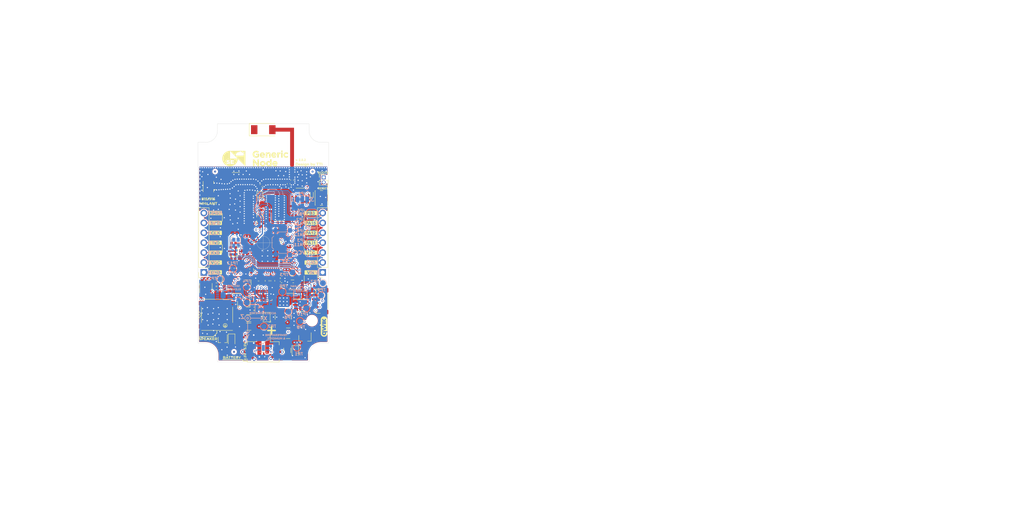
<source format=kicad_pcb>
(kicad_pcb (version 20171130) (host pcbnew "(5.1.7)-1")
  (title_block (title "Generic Node SE") (date 2020-10-12) (rev 2.0.2) (company "The Things Industries") (comment 1 "drawn by: Orkhan AmirAslan (azerimaker)"))
  (layers (0 Top.HF mixed) (1 In1.LF mixed) (2 In2.PWR power) (31 B.GND mixed) (34 B.Paste user) (35 F.Paste user) (36 B.SilkS user) (37 F.SilkS user) (38 B.Mask user) (39 F.Mask user) (44 Edge.Cuts user))
  (net 0 "")
  (net 1 GND)
  (net 2 +BATT)
  (net 3 "/LoRa MCU/PB2")
  (net 4 /Peripherals/VCC_SENSORS)
  (net 5 "/LoRa MCU/NRST")
  (net 6 "/LoRa MCU/PB3")
  (net 7 VDDA)
  (net 8 VDDRF)
  (net 9 OSC_IN)
  (net 10 OSC32_IN)
  (net 11 OSC32_OUT)
  (net 12 "/LoRa MCU/RFI_P")
  (net 13 "Net-(C35-Pad2)")
  (net 14 VDDRF1V55)
  (net 15 "Net-(C45-Pad2)")
  (net 16 PB0_VDD_TCXO)
  (net 17 VDDPA)
  (net 18 "Net-(D3-Pad1)")
  (net 19 "Net-(D3-Pad2)")
  (net 20 "/LoRa MCU/SWCLK")
  (net 21 "/LoRa MCU/SWDIO")
  (net 22 FE_CTRL3)
  (net 23 "Net-(L1-Pad1)")
  (net 24 "Net-(L1-Pad2)")
  (net 25 "Net-(L3-Pad1)")
  (net 26 VLXSMPS)
  (net 27 "Net-(Q2-Pad1)")
  (net 28 "/LoRa MCU/PB4")
  (net 29 /Peripherals/FlashCS)
  (net 30 FE_CTRL1)
  (net 31 FE_CTRL2)
  (net 32 /Peripherals/MOSI)
  (net 33 /Peripherals/MISO)
  (net 34 "/LoRa MCU/BOOT0")
  (net 35 "Net-(C2-Pad1)")
  (net 36 "/LoRa MCU/RFI_N")
  (net 37 "Net-(C37-Pad2)")
  (net 38 "Net-(C48-Pad2)")
  (net 39 "Net-(D2-Pad1)")
  (net 40 "Net-(D2-Pad2)")
  (net 41 "Net-(F1-Pad2)")
  (net 42 "Net-(JP2-Pad2)")
  (net 43 "Net-(C32-Pad2)")
  (net 44 "Net-(C36-Pad2)")
  (net 45 "Net-(C38-Pad2)")
  (net 46 "Net-(C42-Pad2)")
  (net 47 "Net-(D3-Pad4)")
  (net 48 "/LoRa MCU/PA09_SCL1")
  (net 49 "/LoRa MCU/PA10_SDA1")
  (net 50 "/LoRa MCU/PA2_TxD2")
  (net 51 "/LoRa MCU/PA3_RxD2")
  (net 52 "/LoRa MCU/PA11_SDA2")
  (net 53 "/LoRa MCU/PA12_SCL2")
  (net 54 "/LoRa MCU/PA5_SCK1")
  (net 55 "Net-(JP1-Pad2)")
  (net 56 "Net-(JP3-Pad1)")
  (net 57 "Net-(L2-Pad1)")
  (net 58 "/Power Supply/LS1_SENSORS_EN")
  (net 59 "Net-(R5-Pad2)")
  (net 60 "Net-(R11-Pad2)")
  (net 61 "Net-(R12-Pad2)")
  (net 62 Vin)
  (net 63 "/LoRa MCU/PA15")
  (net 64 "/LoRa MCU/PB5")
  (net 65 "/LoRa MCU/PB6")
  (net 66 "/LoRa MCU/PB7")
  (net 67 "/LoRa MCU/PA8")
  (net 68 "Net-(AE1-Pad2)")
  (net 69 "Net-(C25-Pad2)")
  (net 70 "Net-(C31-Pad2)")
  (net 71 "Net-(C33-Pad1)")
  (net 72 "Net-(C34-Pad2)")
  (net 73 "Net-(C41-Pad2)")
  (net 74 "Net-(C43-Pad1)")
  (net 75 "Net-(C44-Pad2)")
  (net 76 "Net-(C47-Pad2)")
  (net 77 "Net-(C50-Pad2)")
  (net 78 "Net-(C64-Pad2)")
  (net 79 "Net-(JP4-Pad1)")
  (net 80 "Net-(U2-Pad2)")
  (net 81 "Net-(JP6-Pad2)")
  (net 82 /Peripherals/VCC_FLASH)
  (net 83 "/Power Supply/LS2_FLASH_EN")
  (net 84 "Net-(C54-Pad2)")
  (net 85 "Net-(C54-Pad1)")
  (net 86 "Net-(J7-Pad1)")
  (net 87 "Net-(R10-Pad2)")
  (module node-lib-v1:RF_Shield_SnapOn_30x20mm_w_Cutout_n_GND_Pads (layer Top.HF) (at 85 102.5)
    (fp_text reference J4 hide)
    (fp_text value RF_Shield_One_Piece)
    (pad 1 smd custom (at 9.9 -11 90) (size 0.1 0.1) (layers Top.HF F.Mask) (net 1 GND) (options (clearance outline) (anchor rect)) (primitives (gr_poly (pts (xy 0.4 0.5) (xy 0.4 -1.5) (xy -0.4 -1.5) (xy -0.4 -0.3) (xy -1.6 -0.3) (xy -1.6 0.5)) (width 0))))
    (pad 1 smd custom (at -10 -14.9 180) (size 0.1 0.1) (layers Top.HF F.Mask) (net 1 GND) (options (clearance outline) (anchor rect)) (primitives (gr_poly (pts (xy 0.4 0.5) (xy 0.4 -1.5) (xy -0.4 -1.5) (xy -0.4 -0.3) (xy -1.6 -0.3) (xy -1.6 0.5)) (width 0))))
    (pad 1 smd custom (at -9.9 15 270) (size 0.1 0.1) (layers Top.HF F.Mask) (net 1 GND) (options (clearance outline) (anchor rect)) (primitives (gr_poly (pts (xy 0.4 0.5) (xy 0.4 -1.5) (xy -0.4 -1.5) (xy -0.4 -0.3) (xy -1.6 -0.3) (xy -1.6 0.5)) (width 0))))
    (pad 1 smd custom (at 10 14.9) (size 0.1 0.1) (layers Top.HF F.Mask) (net 1 GND) (options (clearance outline) (anchor rect)) (primitives (gr_poly (pts (xy 0.4 0.5) (xy 0.4 -1.5) (xy -0.4 -1.5) (xy -0.4 -0.3) (xy -1.6 -0.3) (xy -1.6 0.5)) (width 0))))
    (pad 1 smd rect (at 10 -8) (size 0.8 5) (layers Top.HF F.Mask) (net 1 GND))
    (pad 1 smd rect (at -10 8) (size 0.8 5) (layers Top.HF F.Mask) (net 1 GND))
    (pad 1 smd rect (at -10 -8) (size 0.8 5) (layers Top.HF F.Mask) (net 1 GND))
    (pad 1 smd rect (at 10 8) (size 0.8 5) (layers Top.HF F.Mask) (net 1 GND))
  )
  (module node-lib-v1:Logo_GN-SE-4500px (layer Top.HF) (at 82.963 83.387)
    (fp_text reference G-Logo hide)
    (fp_text value LOGO hide)
  )
  (module node-lib-v1:Label_ANT (layer Top.HF) (at 70.955 94.296)
    (fp_text reference G-ANT hide)
    (fp_text value LOGO hide)
  )
  (module node-lib-v1:PinName_GND (layer Top.HF) (at 72.808 112.5946)
    (fp_text reference G-GND2 hide)
    (fp_text value LOGO hide)
  )
  (module node-lib-v1:Antenna_Fractus_NN02-201 (layer Top.HF) (at 85 76)
    (fp_text reference AE1 hide)
    (fp_text value NN02-201)
    (pad 1 smd rect (at -2.325 0 90) (size 2.3 1.65) (layers Top.HF F.Paste F.Mask))
    (pad 2 smd rect (at 2.325 0 90) (size 2.3 1.65) (layers Top.HF F.Paste F.Mask) (net 68 "Net-(AE1-Pad2)"))
  )
  (module node-lib-v1:Label_Temp_Humid (layer B.GND) (at 88.35 129.05 180)
    (fp_text reference G-TH hide)
    (fp_text value LOGO hide)
  )
  (module node-lib-v1:Label_SE (layer B.GND) (at 77.45 116.45 180)
    (fp_text reference G-SE hide)
    (fp_text value LOGO hide)
  )
  (module node-lib-v1:Label_Flash (layer B.GND) (at 93.25 116.5 180)
    (fp_text reference G-MEM hide)
    (fp_text value LOGO hide)
  )
  (module node-lib-v1:Label_Accelerometer (layer B.GND) (at 84.9 123 180)
    (fp_text reference G-ACCEL hide)
    (fp_text value LOGO hide)
  )
  (module node-lib-v1:Label_Speaker (layer Top.HF) (at 70.9 129.6)
    (fp_text reference G-SPKR hide)
    (fp_text value LOGO hide)
  )
  (module node-lib-v1:Label_Battery (layer Top.HF) (at 77 134.4)
    (fp_text reference G-BT hide)
    (fp_text value LOGO hide)
  )
  (module node-lib-v1:Label_Vin (layer Top.HF) (at 80.269 132.756 90)
    (fp_text reference G-BATV hide)
    (fp_text value LOGO hide)
  )
  (module node-lib-v1:Logo_qwiic_4000px (layer Top.HF) (at 100.549 126.5 90)
    (fp_text reference G-QWIIC hide)
    (fp_text value LOGO hide)
  )
  (module Package_LGA:LGA-12_2x2mm_P0.5mm (layer B.GND) (at 85.008 118.538803 270)
    (fp_text reference U9 hide)
    (fp_text value LIS2DH12)
    (pad 12 smd rect (at -0.25 0.7625 180) (size 0.375 0.35) (layers B.GND B.Paste B.Mask))
    (pad 11 smd rect (at 0.25 0.7625 180) (size 0.375 0.35) (layers B.GND B.Paste B.Mask) (net 67 "/LoRa MCU/PA8"))
    (pad 6 smd rect (at 0.25 -0.7625 180) (size 0.375 0.35) (layers B.GND B.Paste B.Mask) (net 1 GND))
    (pad 5 smd rect (at -0.25 -0.7625 180) (size 0.375 0.35) (layers B.GND B.Paste B.Mask) (net 1 GND))
    (pad 10 smd rect (at 0.7625 0.75 270) (size 0.375 0.35) (layers B.GND B.Paste B.Mask) (net 4 /Peripherals/VCC_SENSORS))
    (pad 1 smd rect (at -0.7625 0.75 270) (size 0.375 0.35) (layers B.GND B.Paste B.Mask) (net 48 "/LoRa MCU/PA09_SCL1"))
    (pad 7 smd rect (at 0.7625 -0.75 270) (size 0.375 0.35) (layers B.GND B.Paste B.Mask) (net 1 GND))
    (pad 4 smd rect (at -0.7625 -0.75 270) (size 0.375 0.35) (layers B.GND B.Paste B.Mask) (net 49 "/LoRa MCU/PA10_SDA1"))
    (pad 8 smd rect (at 0.7625 -0.25 270) (size 0.375 0.35) (layers B.GND B.Paste B.Mask) (net 1 GND))
    (pad 9 smd rect (at 0.7625 0.25 270) (size 0.375 0.35) (layers B.GND B.Paste B.Mask) (net 4 /Peripherals/VCC_SENSORS))
    (pad 3 smd rect (at -0.7625 -0.25 270) (size 0.375 0.35) (layers B.GND B.Paste B.Mask) (net 4 /Peripherals/VCC_SENSORS))
    (pad 2 smd rect (at -0.7625 0.25 270) (size 0.375 0.35) (layers B.GND B.Paste B.Mask) (net 4 /Peripherals/VCC_SENSORS))
  )
  (module Resistor_SMD:R_0402_1005Metric (layer Top.HF) (at 72.972 116.684)
    (fp_text reference R17 hide)
    (fp_text value 4K7)
    (pad 2 smd roundrect (at 0.51 0) (size 0.54 0.64) (layers Top.HF F.Paste F.Mask) (net 49 "/LoRa MCU/PA10_SDA1"))
    (pad 1 smd roundrect (at -0.51 0) (size 0.54 0.64) (layers Top.HF F.Paste F.Mask) (net 4 /Peripherals/VCC_SENSORS))
  )
  (module Package_DFN_QFN:UQFN-10_1.4x1.8mm_P0.4mm (layer Top.HF) (at 84.081 98.863 180)
    (fp_text reference U6 hide)
    (fp_text value TS3A5223RSWR)
    (pad 2 smd rect (at -0.5685 0.2 180) (size 0.563 0.225) (layers Top.HF F.Paste F.Mask) (net 14 VDDRF1V55))
    (pad 3 smd rect (at -0.4 0.7685 180) (size 0.225 0.563) (layers Top.HF F.Paste F.Mask) (net 17 VDDPA))
    (pad 4 smd rect (at 0 0.7685 180) (size 0.225 0.563) (layers Top.HF F.Paste F.Mask) (net 30 FE_CTRL1))
    (pad 5 smd rect (at 0.4 0.7685 180) (size 0.225 0.563) (layers Top.HF F.Paste F.Mask) (net 8 VDDRF))
    (pad 6 smd rect (at 0.5685 0.2 180) (size 0.563 0.225) (layers Top.HF F.Paste F.Mask) (net 1 GND))
    (pad 7 smd rect (at 0.5685 -0.2 180) (size 0.563 0.225) (layers Top.HF F.Paste F.Mask) (net 43 "Net-(C32-Pad2)"))
    (pad 8 smd rect (at 0.4 -0.7685 180) (size 0.225 0.563) (layers Top.HF F.Paste F.Mask) (net 30 FE_CTRL1))
    (pad 9 smd rect (at 0 -0.7685 180) (size 0.225 0.563) (layers Top.HF F.Paste F.Mask) (net 69 "Net-(C25-Pad2)"))
    (pad 10 smd rect (at -0.4 -0.7685 180) (size 0.225 0.563) (layers Top.HF F.Paste F.Mask) (net 71 "Net-(C33-Pad1)"))
    (pad 1 smd rect (at -0.5185 -0.2 180) (size 0.663 0.225) (layers Top.HF F.Paste F.Mask) (net 8 VDDRF))
  )
  (module node-lib-v1:PCBStackup_FabDrawing-4Layer-Metric (layer Top.HF) (at 150 72.5)
    (fp_text reference REF** hide)
    (fp_text value FabDrawing-4Layer hide)
  )
  (module Package_DFN_QFN:DFN-8-1EP_3x2mm_P0.5mm_EP1.3x1.5mm (layer B.GND) (at 74.7 118.488803)
    (fp_text reference U11 hide)
    (fp_text value ATECC608A-TNGLORA)
    (pad 1 smd rect (at -1.45 0.75) (size 0.75 0.3) (layers B.GND B.Paste B.Mask))
    (pad 2 smd rect (at -1.45 0.25) (size 0.75 0.3) (layers B.GND B.Paste B.Mask))
    (pad 3 smd rect (at -1.45 -0.25) (size 0.75 0.3) (layers B.GND B.Paste B.Mask))
    (pad 4 smd rect (at -1.45 -0.75) (size 0.75 0.3) (layers B.GND B.Paste B.Mask) (net 1 GND))
    (pad 5 smd rect (at 1.45 -0.75) (size 0.75 0.3) (layers B.GND B.Paste B.Mask) (net 49 "/LoRa MCU/PA10_SDA1"))
    (pad 6 smd rect (at 1.45 -0.25) (size 0.75 0.3) (layers B.GND B.Paste B.Mask) (net 48 "/LoRa MCU/PA09_SCL1"))
    (pad 7 smd rect (at 1.45 0.25) (size 0.75 0.3) (layers B.GND B.Paste B.Mask))
    (pad 8 smd rect (at 1.45 0.75) (size 0.75 0.3) (layers B.GND B.Paste B.Mask) (net 4 /Peripherals/VCC_SENSORS))
    (pad 9 smd rect (at 0 0) (size 1.3 1.5) (layers B.GND B.Mask) (net 1 GND))
  )
  (module node-lib-v1:Sensirion_DFN-4-1EP_2x2mm_P1mm_EP0.7x1.6mm (layer B.GND) (at 85.0254 132.0129 180)
    (fp_text reference U10 hide)
    (fp_text value SHTC3)
    (pad 5 smd roundrect (at 0 0 180) (size 0.7 1.6) (layers B.GND B.Mask))
    (pad 4 smd roundrect (at 0.925 0.5 180) (size 0.55 0.35) (layers B.GND B.Mask) (net 1 GND))
    (pad 3 smd roundrect (at 0.925 -0.5 180) (size 0.55 0.35) (layers B.GND B.Mask) (net 49 "/LoRa MCU/PA10_SDA1"))
    (pad 2 smd roundrect (at -0.925 -0.5 180) (size 0.55 0.35) (layers B.GND B.Mask) (net 48 "/LoRa MCU/PA09_SCL1"))
    (pad 1 smd roundrect (at -0.925 0.5 180) (size 0.55 0.35) (layers B.GND B.Mask) (net 4 /Peripherals/VCC_SENSORS))
  )
  (module node-lib-v1:FLASH_UFDFN-8-MX25R1635F (layer B.GND) (at 94.512 118.527)
    (fp_text reference U8 hide)
    (fp_text value MX25R1635)
    (pad 9 smd rect (at 0 0) (size 0.3 1.7) (layers B.GND B.Paste B.Mask) (net 1 GND))
    (pad 8 smd rect (at 1.3 0.75) (size 0.6 0.27) (layers B.GND B.Paste B.Mask) (net 82 /Peripherals/VCC_FLASH))
    (pad 7 smd rect (at 1.3 0.25) (size 0.6 0.27) (layers B.GND B.Paste B.Mask) (net 60 "Net-(R11-Pad2)"))
    (pad 6 smd rect (at 1.3 -0.25) (size 0.6 0.27) (layers B.GND B.Paste B.Mask) (net 54 "/LoRa MCU/PA5_SCK1"))
    (pad 5 smd rect (at 1.3 -0.75) (size 0.6 0.27) (layers B.GND B.Paste B.Mask) (net 32 /Peripherals/MOSI))
    (pad 4 smd rect (at -1.3 -0.75) (size 0.6 0.27) (layers B.GND B.Paste B.Mask) (net 1 GND))
    (pad 3 smd rect (at -1.3 -0.25) (size 0.6 0.27) (layers B.GND B.Paste B.Mask) (net 61 "Net-(R12-Pad2)"))
    (pad 2 smd rect (at -1.3 0.25) (size 0.6 0.27) (layers B.GND B.Paste B.Mask) (net 33 /Peripherals/MISO))
    (pad 1 smd rect (at -1.3 0.75) (size 0.6 0.27) (layers B.GND B.Paste B.Mask) (net 29 /Peripherals/FlashCS))
  )
  (module node-lib-v1:RFSW_BGS13S4N9E6327XTSA1 (layer Top.HF) (at 84.1 92.65 180)
    (fp_text reference U7 hide)
    (fp_text value BGS13S4N9 hide)
    (pad 1 smd roundrect (at -0.4 -0.4 270) (size 0.25 0.25) (layers Top.HF F.Mask) (roundrect_rratio 0.08) (net 38 "Net-(C48-Pad2)"))
    (pad 2 smd roundrect (at -0.4 0 270) (size 0.25 0.25) (layers Top.HF F.Mask) (roundrect_rratio 0.08) (net 15 "Net-(C45-Pad2)"))
    (pad 3 smd roundrect (at -0.4 0.4 270) (size 0.25 0.25) (layers Top.HF F.Mask) (roundrect_rratio 0.08) (net 70 "Net-(C31-Pad2)"))
    (pad 4 smd roundrect (at 0 0.4 270) (size 0.25 0.25) (layers Top.HF F.Mask) (roundrect_rratio 0.08) (net 87 "Net-(R10-Pad2)"))
    (pad 5 smd roundrect (at 0.4 0.4 270) (size 0.25 0.25) (layers Top.HF F.Mask) (roundrect_rratio 0.08) (net 75 "Net-(C44-Pad2)"))
    (pad 6 smd roundrect (at 0.4 0 270) (size 0.25 0.25) (layers Top.HF F.Mask) (roundrect_rratio 0.08) (net 1 GND))
    (pad 7 smd roundrect (at 0.4 -0.4 270) (size 0.25 0.25) (layers Top.HF F.Mask) (roundrect_rratio 0.08) (net 77 "Net-(C50-Pad2)"))
    (pad 8 smd roundrect (at 0 -0.4 270) (size 0.25 0.25) (layers Top.HF F.Mask) (roundrect_rratio 0.08) (net 76 "Net-(C47-Pad2)"))
    (pad 9 smd roundrect (at 0 0 270) (size 0.25 0.25) (layers Top.HF F.Mask) (roundrect_rratio 0.08) (net 1 GND))
  )
  (module Package_DFN_QFN:QFN-48-1EP_7x7mm_P0.5mm_EP5.45x5.45mm (layer Top.HF) (at 86.12 108.4085 180)
    (fp_text reference U5 hide)
    (fp_text value STM32WLE5CC)
    (pad 1 smd roundrect (at -3.45 -2.75 180) (size 0.85 0.25) (layers Top.HF F.Paste F.Mask) (net 6 "/LoRa MCU/PB3"))
    (pad 2 smd roundrect (at -3.45 -2.25 180) (size 0.85 0.25) (layers Top.HF F.Paste F.Mask) (net 28 "/LoRa MCU/PB4"))
    (pad 3 smd roundrect (at -3.45 -1.75 180) (size 0.85 0.25) (layers Top.HF F.Paste F.Mask) (net 64 "/LoRa MCU/PB5"))
    (pad 4 smd roundrect (at -3.45 -1.25 180) (size 0.85 0.25) (layers Top.HF F.Paste F.Mask) (net 65 "/LoRa MCU/PB6"))
    (pad 5 smd roundrect (at -3.45 -0.75 180) (size 0.85 0.25) (layers Top.HF F.Paste F.Mask) (net 66 "/LoRa MCU/PB7"))
    (pad 6 smd roundrect (at -3.45 -0.25 180) (size 0.85 0.25) (layers Top.HF F.Paste F.Mask) (net 22 FE_CTRL3))
    (pad 7 smd roundrect (at -3.45 0.25 180) (size 0.85 0.25) (layers Top.HF F.Paste F.Mask) (net 30 FE_CTRL1))
    (pad 8 smd roundrect (at -3.45 0.75 180) (size 0.85 0.25) (layers Top.HF F.Paste F.Mask) (net 31 FE_CTRL2))
    (pad 9 smd roundrect (at -3.45 1.25 180) (size 0.85 0.25) (layers Top.HF F.Paste F.Mask) (net 50 "/LoRa MCU/PA2_TxD2"))
    (pad 10 smd roundrect (at -3.45 1.75 180) (size 0.85 0.25) (layers Top.HF F.Paste F.Mask) (net 51 "/LoRa MCU/PA3_RxD2"))
    (pad 11 smd roundrect (at -3.45 2.25 180) (size 0.85 0.25) (layers Top.HF F.Paste F.Mask) (net 8 VDDRF))
    (pad 12 smd roundrect (at -3.45 2.75 180) (size 0.85 0.25) (layers Top.HF F.Paste F.Mask) (net 29 /Peripherals/FlashCS))
    (pad 13 smd roundrect (at -2.75 3.45 180) (size 0.25 0.85) (layers Top.HF F.Paste F.Mask) (net 54 "/LoRa MCU/PA5_SCK1"))
    (pad 14 smd roundrect (at -2.25 3.45 180) (size 0.25 0.85) (layers Top.HF F.Paste F.Mask) (net 33 /Peripherals/MISO))
    (pad 15 smd roundrect (at -1.75 3.45 180) (size 0.25 0.85) (layers Top.HF F.Paste F.Mask) (net 32 /Peripherals/MOSI))
    (pad 16 smd roundrect (at -1.25 3.45 180) (size 0.25 0.85) (layers Top.HF F.Paste F.Mask) (net 67 "/LoRa MCU/PA8"))
    (pad 17 smd roundrect (at -0.75 3.45 180) (size 0.25 0.85) (layers Top.HF F.Paste F.Mask) (net 48 "/LoRa MCU/PA09_SCL1"))
    (pad 18 smd roundrect (at -0.25 3.45 180) (size 0.25 0.85) (layers Top.HF F.Paste F.Mask) (net 5 "/LoRa MCU/NRST"))
    (pad 19 smd roundrect (at 0.25 3.45 180) (size 0.25 0.85) (layers Top.HF F.Paste F.Mask) (net 34 "/LoRa MCU/BOOT0"))
    (pad 20 smd roundrect (at 0.75 3.45 180) (size 0.25 0.85) (layers Top.HF F.Paste F.Mask) (net 12 "/LoRa MCU/RFI_P"))
    (pad 21 smd roundrect (at 1.25 3.45 180) (size 0.25 0.85) (layers Top.HF F.Paste F.Mask) (net 36 "/LoRa MCU/RFI_N"))
    (pad 22 smd roundrect (at 1.75 3.45 180) (size 0.25 0.85) (layers Top.HF F.Paste F.Mask) (net 57 "Net-(L2-Pad1)"))
    (pad 23 smd roundrect (at 2.25 3.45 180) (size 0.25 0.85) (layers Top.HF F.Paste F.Mask) (net 25 "Net-(L3-Pad1)"))
    (pad 24 smd roundrect (at 2.75 3.45 180) (size 0.25 0.85) (layers Top.HF F.Paste F.Mask) (net 69 "Net-(C25-Pad2)"))
    (pad 25 smd roundrect (at 3.45 2.75 180) (size 0.85 0.25) (layers Top.HF F.Paste F.Mask) (net 17 VDDPA))
    (pad 26 smd roundrect (at 3.45 2.25 180) (size 0.85 0.25) (layers Top.HF F.Paste F.Mask) (net 9 OSC_IN))
    (pad 27 smd roundrect (at 3.45 1.75 180) (size 0.85 0.25) (layers Top.HF F.Paste F.Mask))
    (pad 28 smd roundrect (at 3.45 1.25 180) (size 0.85 0.25) (layers Top.HF F.Paste F.Mask) (net 8 VDDRF))
    (pad 29 smd roundrect (at 3.45 0.75 180) (size 0.85 0.25) (layers Top.HF F.Paste F.Mask) (net 14 VDDRF1V55))
    (pad 30 smd roundrect (at 3.45 0.25 180) (size 0.85 0.25) (layers Top.HF F.Paste F.Mask) (net 16 PB0_VDD_TCXO))
    (pad 31 smd roundrect (at 3.45 -0.25 180) (size 0.85 0.25) (layers Top.HF F.Paste F.Mask) (net 3 "/LoRa MCU/PB2"))
    (pad 32 smd roundrect (at 3.45 -0.75 180) (size 0.85 0.25) (layers Top.HF F.Paste F.Mask) (net 58 "/Power Supply/LS1_SENSORS_EN"))
    (pad 33 smd roundrect (at 3.45 -1.25 180) (size 0.85 0.25) (layers Top.HF F.Paste F.Mask) (net 49 "/LoRa MCU/PA10_SDA1"))
    (pad 34 smd roundrect (at 3.45 -1.75 180) (size 0.85 0.25) (layers Top.HF F.Paste F.Mask) (net 52 "/LoRa MCU/PA11_SDA2"))
    (pad 35 smd roundrect (at 3.45 -2.25 180) (size 0.85 0.25) (layers Top.HF F.Paste F.Mask) (net 53 "/LoRa MCU/PA12_SCL2"))
    (pad 36 smd roundrect (at 3.45 -2.75 180) (size 0.85 0.25) (layers Top.HF F.Paste F.Mask) (net 21 "/LoRa MCU/SWDIO"))
    (pad 37 smd roundrect (at 2.75 -3.45 180) (size 0.25 0.85) (layers Top.HF F.Paste F.Mask) (net 8 VDDRF))
    (pad 38 smd roundrect (at 2.25 -3.45 180) (size 0.25 0.85) (layers Top.HF F.Paste F.Mask) (net 83 "/Power Supply/LS2_FLASH_EN"))
    (pad 39 smd roundrect (at 1.75 -3.45 180) (size 0.25 0.85) (layers Top.HF F.Paste F.Mask) (net 10 OSC32_IN))
    (pad 40 smd roundrect (at 1.25 -3.45 180) (size 0.25 0.85) (layers Top.HF F.Paste F.Mask) (net 11 OSC32_OUT))
    (pad 41 smd roundrect (at 0.75 -3.45 180) (size 0.25 0.85) (layers Top.HF F.Paste F.Mask) (net 7 VDDA))
    (pad 42 smd roundrect (at 0.25 -3.45 180) (size 0.25 0.85) (layers Top.HF F.Paste F.Mask) (net 20 "/LoRa MCU/SWCLK"))
    (pad 43 smd roundrect (at -0.25 -3.45 180) (size 0.25 0.85) (layers Top.HF F.Paste F.Mask) (net 63 "/LoRa MCU/PA15"))
    (pad 44 smd roundrect (at -0.75 -3.45 180) (size 0.25 0.85) (layers Top.HF F.Paste F.Mask) (net 8 VDDRF))
    (pad 45 smd roundrect (at -1.25 -3.45 180) (size 0.25 0.85) (layers Top.HF F.Paste F.Mask) (net 14 VDDRF1V55))
    (pad 46 smd roundrect (at -1.75 -3.45 180) (size 0.25 0.85) (layers Top.HF F.Paste F.Mask) (net 8 VDDRF))
    (pad 47 smd roundrect (at -2.25 -3.45 180) (size 0.25 0.85) (layers Top.HF F.Paste F.Mask) (net 26 VLXSMPS))
    (pad 48 smd roundrect (at -2.75 -3.45 180) (size 0.25 0.85) (layers Top.HF F.Paste F.Mask) (net 1 GND))
    (pad 49 smd rect (at 0 0 180) (size 5.45 5.45) (layers Top.HF F.Mask) (net 1 GND))
  )
  (module node-lib-v1:WLCSP-20-P3_1.994x1.609mm_Layout5x4_P0.4mm (layer Top.HF) (at 85.85 124.08 90)
    (fp_text reference U4 hide)
    (fp_text value RP605Z283B)
    (pad D5 smd circle (at 0.8 -0.6 90) (size 0.21 0.21) (layers Top.HF F.Paste F.Mask) (net 3 "/LoRa MCU/PB2"))
    (pad C5 smd circle (at 0.8 -0.2 90) (size 0.21 0.21) (layers Top.HF F.Paste F.Mask) (net 8 VDDRF))
    (pad B5 smd circle (at 0.8 0.2 90) (size 0.21 0.21) (layers Top.HF F.Paste F.Mask) (net 8 VDDRF))
    (pad A5 smd circle (at 0.8 0.6 90) (size 0.21 0.21) (layers Top.HF F.Paste F.Mask) (net 8 VDDRF))
    (pad D4 smd circle (at 0.4 -0.6 90) (size 0.21 0.21) (layers Top.HF F.Paste F.Mask) (net 28 "/LoRa MCU/PB4"))
    (pad C4 smd circle (at 0.4 -0.2 90) (size 0.21 0.21) (layers Top.HF F.Paste F.Mask) (net 23 "Net-(L1-Pad1)"))
    (pad B4 smd circle (at 0.4 0.2 90) (size 0.21 0.21) (layers Top.HF F.Paste F.Mask) (net 23 "Net-(L1-Pad1)"))
    (pad A4 smd circle (at 0.4 0.6 90) (size 0.21 0.21) (layers Top.HF F.Paste F.Mask) (net 23 "Net-(L1-Pad1)"))
    (pad D3 smd circle (at 0 -0.6 90) (size 0.21 0.21) (layers Top.HF F.Paste F.Mask) (net 1 GND))
    (pad C3 smd circle (at 0 -0.2 90) (size 0.21 0.21) (layers Top.HF F.Paste F.Mask) (net 1 GND))
    (pad B3 smd circle (at 0 0.2 90) (size 0.21 0.21) (layers Top.HF F.Paste F.Mask) (net 1 GND))
    (pad A3 smd circle (at 0 0.6 90) (size 0.21 0.21) (layers Top.HF F.Paste F.Mask) (net 1 GND))
    (pad D2 smd circle (at -0.4 -0.6 90) (size 0.21 0.21) (layers Top.HF F.Paste F.Mask) (net 80 "Net-(U2-Pad2)"))
    (pad C2 smd circle (at -0.4 -0.2 90) (size 0.21 0.21) (layers Top.HF F.Paste F.Mask) (net 24 "Net-(L1-Pad2)"))
    (pad B2 smd circle (at -0.4 0.2 90) (size 0.21 0.21) (layers Top.HF F.Paste F.Mask) (net 24 "Net-(L1-Pad2)"))
    (pad A2 smd circle (at -0.4 0.6 90) (size 0.21 0.21) (layers Top.HF F.Paste F.Mask) (net 24 "Net-(L1-Pad2)"))
    (pad D1 smd circle (at -0.8 -0.6 90) (size 0.21 0.21) (layers Top.HF F.Paste F.Mask) (net 2 +BATT))
    (pad C1 smd circle (at -0.8 -0.2 90) (size 0.21 0.21) (layers Top.HF F.Paste F.Mask) (net 2 +BATT))
    (pad B1 smd circle (at -0.8 0.2 90) (size 0.21 0.21) (layers Top.HF F.Paste F.Mask) (net 2 +BATT))
    (pad A1 smd circle (at -0.8 0.6 90) (size 0.21 0.21) (layers Top.HF F.Paste F.Mask) (net 2 +BATT))
  )
  (module Package_TO_SOT_SMD:SOT-23-6 (layer Top.HF) (at 94.5 121.05)
    (fp_text reference U3 hide)
    (fp_text value TPS22917DBV)
    (pad 1 smd rect (at -1.1 -0.95) (size 1.06 0.65) (layers Top.HF F.Paste F.Mask) (net 8 VDDRF))
    (pad 2 smd rect (at -1.1 0) (size 1.06 0.65) (layers Top.HF F.Paste F.Mask) (net 1 GND))
    (pad 3 smd rect (at -1.1 0.95) (size 1.06 0.65) (layers Top.HF F.Paste F.Mask) (net 83 "/Power Supply/LS2_FLASH_EN"))
    (pad 4 smd rect (at 1.1 0.95) (size 1.06 0.65) (layers Top.HF F.Paste F.Mask))
    (pad 6 smd rect (at 1.1 -0.95) (size 1.06 0.65) (layers Top.HF F.Paste F.Mask) (net 82 /Peripherals/VCC_FLASH))
    (pad 5 smd rect (at 1.1 0) (size 1.06 0.65) (layers Top.HF F.Paste F.Mask) (net 82 /Peripherals/VCC_FLASH))
  )
  (module Package_TO_SOT_SMD:SOT-23 (layer Top.HF) (at 80 120.75 270)
    (fp_text reference U2 hide)
    (fp_text value TPS3839G25)
    (pad 1 smd rect (at -1 -0.95 270) (size 0.9 0.8) (layers Top.HF F.Paste F.Mask) (net 1 GND))
    (pad 2 smd rect (at -1 0.95 270) (size 0.9 0.8) (layers Top.HF F.Paste F.Mask) (net 80 "Net-(U2-Pad2)"))
    (pad 3 smd rect (at 1 0 270) (size 0.9 0.8) (layers Top.HF F.Paste F.Mask) (net 2 +BATT))
  )
  (module Resistor_SMD:R_0402_1005Metric (layer B.GND) (at 77.135 107.465 90)
    (fp_text reference R21 hide)
    (fp_text value 1K)
    (pad 1 smd roundrect (at -0.51 0 90) (size 0.54 0.64) (layers B.GND B.Paste B.Mask) (net 64 "/LoRa MCU/PB5"))
    (pad 2 smd roundrect (at 0.51 0 90) (size 0.54 0.64) (layers B.GND B.Paste B.Mask) (net 18 "Net-(D3-Pad1)"))
  )
  (module Inductor_SMD:L_0402_1005Metric (layer Top.HF) (at 98.25 89.5 270)
    (fp_text reference R20 hide)
    (fp_text value 10K)
    (pad 1 smd roundrect (at -0.485 0 270) (size 0.59 0.64) (layers Top.HF F.Paste F.Mask) (net 1 GND))
    (pad 2 smd roundrect (at 0.485 0 270) (size 0.59 0.64) (layers Top.HF F.Paste F.Mask) (net 34 "/LoRa MCU/BOOT0"))
  )
  (module Resistor_SMD:R_0402_1005Metric (layer Top.HF) (at 72.982 115.705 180)
    (fp_text reference R14 hide)
    (fp_text value 4K7)
    (pad 1 smd roundrect (at -0.51 0 180) (size 0.54 0.64) (layers Top.HF F.Paste F.Mask) (net 48 "/LoRa MCU/PA09_SCL1"))
    (pad 2 smd roundrect (at 0.51 0 180) (size 0.54 0.64) (layers Top.HF F.Paste F.Mask) (net 4 /Peripherals/VCC_SENSORS))
  )
  (module Jumper:SolderJumper-2_P1.3mm_Bridged2Bar_RoundedPad1.0x1.5mm (layer B.GND) (at 97.446 97.38 180)
    (fp_text reference JP6 (at 2.646 0.6604 180) (layer B.SilkS) (effects (font (size 0.7 0.8) (thickness 0.15) italic) (justify mirror)))
    (fp_text value BTN_CUT)
    (fp_poly (pts (xy -0.25 0.6) (xy 0.25 0.6) (xy 0.25 0.2) (xy -0.25 0.2)) (layer B.GND) (width 0))
    (fp_poly (pts (xy -0.25 -0.2) (xy 0.25 -0.2) (xy 0.25 -0.6) (xy -0.25 -0.6)) (layer B.GND) (width 0))
    (pad 2 smd custom (at 0.65 0 180) (size 1 0.5) (layers B.GND B.Mask) (net 81 "Net-(JP6-Pad2)") (options (clearance outline) (anchor rect)) (primitives (gr_circle (center 0 -0.25) (end 0.5 -0.25) (width 0)) (gr_circle (center 0 0.25) (end 0.5 0.25) (width 0)) (gr_poly (pts (xy -0.5 -0.75) (xy -0.5 0.75) (xy 0 0.75) (xy 0 -0.75)) (width 0))))
    (pad 1 smd custom (at -0.65 0 180) (size 1 0.5) (layers B.GND B.Mask) (net 6 "/LoRa MCU/PB3") (options (clearance outline) (anchor rect)) (primitives (gr_circle (center 0 -0.25) (end 0.5 -0.25) (width 0)) (gr_circle (center 0 0.25) (end 0.5 0.25) (width 0)) (gr_poly (pts (xy 0.5 -0.75) (xy 0.5 0.75) (xy 0 0.75) (xy 0 -0.75)) (width 0))))
  )
  (module Connector_PinHeader_1.27mm:PinHeader_1x02_P1.27mm_Vertical (layer Top.HF) (at 100.494 88.236)
    (fp_text reference JP5 hide)
    (fp_text value BOOT0)
    (pad 1 thru_hole rect (at 0 0) (size 1 1) (drill 0.65) (layers *.Cu *.Mask) (net 8 VDDRF))
    (pad 2 thru_hole oval (at 0 1.27) (size 1 1) (drill 0.65) (layers *.Cu *.Mask) (net 34 "/LoRa MCU/BOOT0"))
  )
  (module Jumper:SolderJumper-2_P1.3mm_Bridged2Bar_RoundedPad1.0x1.5mm (layer B.GND) (at 97.446 102.46)
    (fp_text reference JP4 (at -2.746 -0.46 180) (layer B.SilkS) (effects (font (size 0.7 0.8) (thickness 0.15) italic) (justify mirror)))
    (fp_text value SCL2_CUT)
    (fp_poly (pts (xy -0.25 0.6) (xy 0.25 0.6) (xy 0.25 0.2) (xy -0.25 0.2)) (layer B.GND) (width 0))
    (fp_poly (pts (xy -0.25 -0.2) (xy 0.25 -0.2) (xy 0.25 -0.6) (xy -0.25 -0.6)) (layer B.GND) (width 0))
    (pad 2 smd custom (at 0.65 0) (size 1 0.5) (layers B.GND B.Mask) (net 53 "/LoRa MCU/PA12_SCL2") (options (clearance outline) (anchor rect)) (primitives (gr_circle (center 0 -0.25) (end 0.5 -0.25) (width 0)) (gr_circle (center 0 0.25) (end 0.5 0.25) (width 0)) (gr_poly (pts (xy -0.5 -0.75) (xy -0.5 0.75) (xy 0 0.75) (xy 0 -0.75)) (width 0))))
    (pad 1 smd custom (at -0.65 0) (size 1 0.5) (layers B.GND B.Mask) (net 79 "Net-(JP4-Pad1)") (options (clearance outline) (anchor rect)) (primitives (gr_circle (center 0 -0.25) (end 0.5 -0.25) (width 0)) (gr_circle (center 0 0.25) (end 0.5 0.25) (width 0)) (gr_poly (pts (xy 0.5 -0.75) (xy 0.5 0.75) (xy 0 0.75) (xy 0 -0.75)) (width 0))))
  )
  (module Connector_PinSocket_2.54mm:PinSocket_1x07_P2.54mm_Vertical (layer Top.HF) (at 100.24 112.62 180)
    (fp_text reference J9 hide)
    (fp_text value UART/I2C)
    (pad 1 thru_hole rect (at 0 0 180) (size 1.7 1.7) (drill 1) (layers *.Cu *.Mask) (net 62 Vin))
    (pad 2 thru_hole oval (at 0 2.54 180) (size 1.7 1.7) (drill 1) (layers *.Cu *.Mask) (net 1 GND))
    (pad 3 thru_hole oval (at 0 5.08 180) (size 1.7 1.7) (drill 1) (layers *.Cu *.Mask) (net 8 VDDRF))
    (pad 4 thru_hole oval (at 0 7.62 180) (size 1.7 1.7) (drill 1) (layers *.Cu *.Mask) (net 52 "/LoRa MCU/PA11_SDA2"))
    (pad 5 thru_hole oval (at 0 10.16 180) (size 1.7 1.7) (drill 1) (layers *.Cu *.Mask) (net 53 "/LoRa MCU/PA12_SCL2"))
    (pad 6 thru_hole oval (at 0 12.7 180) (size 1.7 1.7) (drill 1) (layers *.Cu *.Mask) (net 63 "/LoRa MCU/PA15"))
    (pad 7 thru_hole oval (at 0 15.24 180) (size 1.7 1.7) (drill 1) (layers *.Cu *.Mask) (net 6 "/LoRa MCU/PB3"))
  )
  (module Capacitor_SMD:C_0402_1005Metric (layer B.GND) (at 86.114 120.371 180)
    (fp_text reference C59 hide)
    (fp_text value 100nF)
    (pad 1 smd roundrect (at -0.48 0 180) (size 0.56 0.62) (layers B.GND B.Paste B.Mask) (net 1 GND))
    (pad 2 smd roundrect (at 0.48 0 180) (size 0.56 0.62) (layers B.GND B.Paste B.Mask) (net 4 /Peripherals/VCC_SENSORS))
  )
  (module Capacitor_SMD:C_0603_1608Metric (layer B.GND) (at 84.47 121.38 90)
    (fp_text reference C58 hide)
    (fp_text value 10uF)
    (pad 1 smd roundrect (at -0.775 0 90) (size 0.9 0.95) (layers B.GND B.Paste B.Mask) (net 1 GND))
    (pad 2 smd roundrect (at 0.775 0 90) (size 0.9 0.95) (layers B.GND B.Paste B.Mask) (net 4 /Peripherals/VCC_SENSORS))
  )
  (module Capacitor_SMD:C_0402_1005Metric (layer Top.HF) (at 89.3812 113.6612)
    (fp_text reference C29 hide)
    (fp_text value 100nF)
    (pad 1 smd roundrect (at -0.48 0) (size 0.56 0.62) (layers Top.HF F.Paste F.Mask) (net 8 VDDRF))
    (pad 2 smd roundrect (at 0.48 0) (size 0.56 0.62) (layers Top.HF F.Paste F.Mask) (net 1 GND))
  )
  (module Capacitor_SMD:C_0603_1608Metric (layer Top.HF) (at 89.686 115.7948)
    (fp_text reference C27 hide)
    (fp_text value 4.7uF)
    (pad 1 smd roundrect (at -0.775 0) (size 0.9 0.95) (layers Top.HF F.Paste F.Mask) (net 8 VDDRF))
    (pad 2 smd roundrect (at 0.775 0) (size 0.9 0.95) (layers Top.HF F.Paste F.Mask) (net 1 GND))
  )
  (module Capacitor_SMD:C_0402_1005Metric (layer Top.HF) (at 81.55 112.1 180)
    (fp_text reference C16 hide)
    (fp_text value 100nF)
    (pad 1 smd roundrect (at -0.48 0 180) (size 0.56 0.62) (layers Top.HF F.Paste F.Mask) (net 8 VDDRF))
    (pad 2 smd roundrect (at 0.48 0 180) (size 0.56 0.62) (layers Top.HF F.Paste F.Mask) (net 1 GND))
  )
  (module Capacitor_SMD:C_0603_1608Metric (layer Top.HF) (at 83.7932 115.3376 180)
    (fp_text reference C15 hide)
    (fp_text value 4.7uF)
    (pad 1 smd roundrect (at -0.775 0 180) (size 0.9 0.95) (layers Top.HF F.Paste F.Mask) (net 7 VDDA))
    (pad 2 smd roundrect (at 0.775 0 180) (size 0.9 0.95) (layers Top.HF F.Paste F.Mask) (net 1 GND))
  )
  (module Capacitor_SMD:C_0402_1005Metric (layer Top.HF) (at 89.3812 114.5756)
    (fp_text reference C14 hide)
    (fp_text value 100nF)
    (pad 1 smd roundrect (at -0.48 0) (size 0.56 0.62) (layers Top.HF F.Paste F.Mask) (net 8 VDDRF))
    (pad 2 smd roundrect (at 0.48 0) (size 0.56 0.62) (layers Top.HF F.Paste F.Mask) (net 1 GND))
  )
  (module Capacitor_SMD:C_0603_1608Metric (layer Top.HF) (at 86.75 119.65 270)
    (fp_text reference C12 hide)
    (fp_text value 22uF)
    (pad 1 smd roundrect (at -0.775 0 270) (size 0.9 0.95) (layers Top.HF F.Paste F.Mask) (net 1 GND))
    (pad 2 smd roundrect (at 0.775 0 270) (size 0.9 0.95) (layers Top.HF F.Paste F.Mask) (net 8 VDDRF))
  )
  (module Capacitor_SMD:C_0402_1005Metric (layer Top.HF) (at 82.64 121.9 180)
    (fp_text reference C6 hide)
    (fp_text value 1uF)
    (pad 1 smd roundrect (at -0.48 0 180) (size 0.56 0.62) (layers Top.HF F.Paste F.Mask) (net 2 +BATT))
    (pad 2 smd roundrect (at 0.48 0 180) (size 0.56 0.62) (layers Top.HF F.Paste F.Mask) (net 1 GND))
  )
  (module node-lib-v1:Logo_design_version_4000px (layer Top.HF) (at 96.885 84.375)
    (fp_text reference G-TTI hide)
    (fp_text value LOGO hide)
  )
  (module node-lib-v1:PinName_RST_6000px (layer Top.HF) (at 100.367 91.03)
    (fp_text reference G-RESET hide)
    (fp_text value LOGO hide)
  )
  (module node-lib-v1:PinName_BOOT0_6000px (layer Top.HF) (at 100.367 87)
    (fp_text reference G-BOOT hide)
    (fp_text value LOGO hide)
  )
  (module node-lib-v1:PinName_VIN (layer Top.HF) (at 97.192 112.62)
    (fp_text reference G-VIN hide)
    (fp_text value LOGO hide)
  )
  (module node-lib-v1:PinName_PB3 (layer Top.HF) (at 97.192 97.38)
    (fp_text reference G-PB3 hide)
    (fp_text value LOGO hide)
  )
  (module node-lib-v1:PinName_PA15 (layer Top.HF) (at 97.192 99.92)
    (fp_text reference G-PA15 hide)
    (fp_text value LOGO hide)
  )
  (module node-lib-v1:PinName_PA11 (layer Top.HF) (at 97.192 105)
    (fp_text reference G-PA11 hide)
    (fp_text value LOGO hide)
  )
  (module node-lib-v1:PinName_PA12 (layer Top.HF) (at 97.192 102.46)
    (fp_text reference G-PA12 hide)
    (fp_text value LOGO hide)
  )
  (module node-lib-v1:PinName_VCC (layer Top.HF) (at 97.192 107.54)
    (fp_text reference G-VCC hide)
    (fp_text value LOGO hide)
  )
  (module node-lib-v1:PinName_GND (layer Top.HF) (at 97.192 110.08)
    (fp_text reference G-GND hide)
    (fp_text value LOGO hide)
  )
  (module node-lib-v1:PinName_VCC (layer Top.HF) (at 72.808 110.08)
    (fp_text reference G-VCC2 hide)
    (fp_text value LOGO hide)
  )
  (module node-lib-v1:PinName_RxD (layer Top.HF) (at 72.808 107.54)
    (fp_text reference G-RXD hide)
    (fp_text value LOGO hide)
  )
  (module node-lib-v1:PinName_TxD (layer Top.HF) (at 72.808 105)
    (fp_text reference G-TXD hide)
    (fp_text value LOGO hide)
  )
  (module node-lib-v1:PinName_CLK (layer Top.HF) (at 72.808 102.46)
    (fp_text reference G-CLK hide)
    (fp_text value LOGO hide)
  )
  (module node-lib-v1:PinName_SWD (layer Top.HF) (at 72.808 99.92)
    (fp_text reference G-SWD hide)
    (fp_text value LOGO hide)
  )
  (module node-lib-v1:PinName_NRST (layer Top.HF) (at 72.808 97.38)
    (fp_text reference G-NRST hide)
    (fp_text value LOGO hide)
  )
  (module Connector_PinSocket_2.54mm:PinSocket_1x07_P2.54mm_Vertical (layer Top.HF) (at 69.76 112.62 180)
    (fp_text reference J8 hide)
    (fp_text value DEBUG)
    (pad 1 thru_hole rect (at 0 0 180) (size 1.7 1.7) (drill 1) (layers *.Cu *.Mask) (net 1 GND))
    (pad 2 thru_hole oval (at 0 2.54 180) (size 1.7 1.7) (drill 1) (layers *.Cu *.Mask) (net 8 VDDRF))
    (pad 3 thru_hole oval (at 0 5.08 180) (size 1.7 1.7) (drill 1) (layers *.Cu *.Mask) (net 51 "/LoRa MCU/PA3_RxD2"))
    (pad 4 thru_hole oval (at 0 7.62 180) (size 1.7 1.7) (drill 1) (layers *.Cu *.Mask) (net 50 "/LoRa MCU/PA2_TxD2"))
    (pad 5 thru_hole oval (at 0 10.16 180) (size 1.7 1.7) (drill 1) (layers *.Cu *.Mask) (net 20 "/LoRa MCU/SWCLK"))
    (pad 6 thru_hole oval (at 0 12.7 180) (size 1.7 1.7) (drill 1) (layers *.Cu *.Mask) (net 21 "/LoRa MCU/SWDIO"))
    (pad 7 thru_hole oval (at 0 15.24 180) (size 1.7 1.7) (drill 1) (layers *.Cu *.Mask) (net 5 "/LoRa MCU/NRST"))
  )
  (module Capacitor_SMD:C_0402_1005Metric (layer Top.HF) (at 69.379 118.716)
    (fp_text reference C3 hide)
    (fp_text value 1uF)
    (pad 1 smd roundrect (at -0.485 0) (size 0.59 0.64) (layers Top.HF F.Paste F.Mask) (net 8 VDDRF))
    (pad 2 smd roundrect (at 0.485 0) (size 0.59 0.64) (layers Top.HF F.Paste F.Mask) (net 1 GND))
  )
  (module Capacitor_SMD:C_0402_1005Metric (layer Top.HF) (at 94.665 118.9)
    (fp_text reference C8 hide)
    (fp_text value 1uF)
    (pad 2 smd roundrect (at 0.485 0) (size 0.59 0.64) (layers Top.HF F.Paste F.Mask) (net 1 GND))
    (pad 1 smd roundrect (at -0.485 0) (size 0.59 0.64) (layers Top.HF F.Paste F.Mask) (net 8 VDDRF))
  )
  (module Capacitor_SMD:C_0402_1005Metric (layer Top.HF) (at 82.65 119 180)
    (fp_text reference C9 hide)
    (fp_text value 100nF)
    (pad 1 smd roundrect (at -0.485 0 180) (size 0.59 0.64) (layers Top.HF F.Paste F.Mask) (net 3 "/LoRa MCU/PB2"))
    (pad 2 smd roundrect (at 0.485 0 180) (size 0.59 0.64) (layers Top.HF F.Paste F.Mask) (net 1 GND))
  )
  (module Capacitor_SMD:C_0402_1005Metric (layer Top.HF) (at 85.5 120.2 90)
    (fp_text reference C11 hide)
    (fp_text value 1uF)
    (pad 2 smd roundrect (at 0.485 0 90) (size 0.59 0.64) (layers Top.HF F.Paste F.Mask) (net 1 GND))
    (pad 1 smd roundrect (at -0.485 0 90) (size 0.59 0.64) (layers Top.HF F.Paste F.Mask) (net 8 VDDRF))
  )
  (module Capacitor_SMD:C_0402_1005Metric (layer Top.HF) (at 84.55 120.2 270)
    (fp_text reference C10 hide)
    (fp_text value 100nF)
    (pad 2 smd roundrect (at 0.485 0 270) (size 0.59 0.64) (layers Top.HF F.Paste F.Mask) (net 8 VDDRF))
    (pad 1 smd roundrect (at -0.485 0 270) (size 0.59 0.64) (layers Top.HF F.Paste F.Mask) (net 1 GND))
  )
  (module Capacitor_SMD:C_0402_1005Metric (layer Top.HF) (at 84.215 114.15 180)
    (fp_text reference C17 hide)
    (fp_text value 100nF)
    (pad 1 smd roundrect (at -0.485 0 180) (size 0.59 0.64) (layers Top.HF F.Paste F.Mask) (net 7 VDDA))
    (pad 2 smd roundrect (at 0.485 0 180) (size 0.59 0.64) (layers Top.HF F.Paste F.Mask) (net 1 GND))
  )
  (module Capacitor_SMD:C_0402_1005Metric (layer Top.HF) (at 79.9235 106.6375 90)
    (fp_text reference C18 hide)
    (fp_text value 100nF)
    (pad 2 smd roundrect (at 0.485 0 90) (size 0.59 0.64) (layers Top.HF F.Paste F.Mask) (net 1 GND))
    (pad 1 smd roundrect (at -0.485 0 90) (size 0.59 0.64) (layers Top.HF F.Paste F.Mask) (net 8 VDDRF))
  )
  (module Capacitor_SMD:C_0402_1005Metric (layer Top.HF) (at 80.876 106.6375 90)
    (fp_text reference C19 hide)
    (fp_text value 33pF)
    (pad 2 smd roundrect (at 0.485 0 90) (size 0.59 0.64) (layers Top.HF F.Paste F.Mask) (net 1 GND))
    (pad 1 smd roundrect (at -0.485 0 90) (size 0.59 0.64) (layers Top.HF F.Paste F.Mask) (net 8 VDDRF))
  )
  (module Capacitor_SMD:C_0402_1005Metric (layer Top.HF) (at 90.8 105.7 90)
    (fp_text reference C20 hide)
    (fp_text value 100nF)
    (pad 1 smd roundrect (at -0.485 0 90) (size 0.59 0.64) (layers Top.HF F.Paste F.Mask) (net 8 VDDRF))
    (pad 2 smd roundrect (at 0.485 0 90) (size 0.59 0.64) (layers Top.HF F.Paste F.Mask) (net 1 GND))
  )
  (module Capacitor_SMD:C_0402_1005Metric (layer Top.HF) (at 80.34 104.275 180)
    (fp_text reference C21 hide)
    (fp_text value 33pF)
    (pad 1 smd roundrect (at -0.485 0 180) (size 0.59 0.64) (layers Top.HF F.Paste F.Mask) (net 17 VDDPA))
    (pad 2 smd roundrect (at 0.485 0 180) (size 0.59 0.64) (layers Top.HF F.Paste F.Mask) (net 1 GND))
  )
  (module Capacitor_SMD:C_0402_1005Metric (layer Top.HF) (at 85.05 100.769 180)
    (fp_text reference C25 hide)
    (fp_text value 47nF)
    (pad 1 smd roundrect (at -0.485 0 180) (size 0.59 0.64) (layers Top.HF F.Paste F.Mask) (net 1 GND))
    (pad 2 smd roundrect (at 0.485 0 180) (size 0.59 0.64) (layers Top.HF F.Paste F.Mask) (net 69 "Net-(C25-Pad2)"))
  )
  (module Capacitor_SMD:C_0402_1005Metric (layer Top.HF) (at 76.8595 111.595 270)
    (fp_text reference C24 hide)
    (fp_text value 100nF)
    (pad 1 smd roundrect (at -0.485 0 270) (size 0.59 0.64) (layers Top.HF F.Paste F.Mask) (net 16 PB0_VDD_TCXO))
    (pad 2 smd roundrect (at 0.485 0 270) (size 0.59 0.64) (layers Top.HF F.Paste F.Mask) (net 1 GND))
  )
  (module Capacitor_SMD:C_0402_1005Metric (layer Top.HF) (at 81.775 92.675 90)
    (fp_text reference C44 hide)
    (fp_text value 2.7pF)
    (pad 1 smd roundrect (at -0.485 0 90) (size 0.59 0.64) (layers Top.HF F.Paste F.Mask) (net 1 GND))
    (pad 2 smd roundrect (at 0.485 0 90) (size 0.59 0.64) (layers Top.HF F.Paste F.Mask) (net 75 "Net-(C44-Pad2)"))
  )
  (module Capacitor_SMD:C_0402_1005Metric (layer Top.HF) (at 77.3181 109.0957 180)
    (fp_text reference C34 hide)
    (fp_text value 10nF)
    (pad 2 smd roundrect (at 0.485 0 180) (size 0.59 0.64) (layers Top.HF F.Paste F.Mask) (net 72 "Net-(C34-Pad2)"))
    (pad 1 smd roundrect (at -0.485 0 180) (size 0.59 0.64) (layers Top.HF F.Paste F.Mask) (net 1 GND))
  )
  (module Capacitor_SMD:C_0402_1005Metric (layer Top.HF) (at 86.475 96.45 90)
    (fp_text reference C37 hide)
    (fp_text value 2.7pF)
    (pad 1 smd roundrect (at -0.485 0 90) (size 0.59 0.64) (layers Top.HF F.Paste F.Mask) (net 13 "Net-(C35-Pad2)"))
    (pad 2 smd roundrect (at 0.485 0 90) (size 0.59 0.64) (layers Top.HF F.Paste F.Mask) (net 37 "Net-(C37-Pad2)"))
  )
  (module Capacitor_SMD:C_0402_1005Metric (layer Top.HF) (at 86.92 97.905)
    (fp_text reference C35 hide)
    (fp_text value 5.6pF)
    (pad 1 smd roundrect (at -0.485 0) (size 0.59 0.64) (layers Top.HF F.Paste F.Mask) (net 1 GND))
    (pad 2 smd roundrect (at 0.485 0) (size 0.59 0.64) (layers Top.HF F.Paste F.Mask) (net 13 "Net-(C35-Pad2)"))
  )
  (module Capacitor_SMD:C_0402_1005Metric (layer Top.HF) (at 81.31 97.9 180)
    (fp_text reference C36 hide)
    (fp_text value 6.8pF)
    (pad 1 smd roundrect (at -0.485 0 180) (size 0.59 0.64) (layers Top.HF F.Paste F.Mask) (net 1 GND))
    (pad 2 smd roundrect (at 0.485 0 180) (size 0.59 0.64) (layers Top.HF F.Paste F.Mask) (net 44 "Net-(C36-Pad2)"))
  )
  (module Capacitor_SMD:C_0402_1005Metric (layer Top.HF) (at 80.825 94.55 90)
    (fp_text reference C41 hide)
    (fp_text value 33pF)
    (pad 1 smd roundrect (at -0.485 0 90) (size 0.59 0.64) (layers Top.HF F.Paste F.Mask) (net 45 "Net-(C38-Pad2)"))
    (pad 2 smd roundrect (at 0.485 0 90) (size 0.59 0.64) (layers Top.HF F.Paste F.Mask) (net 73 "Net-(C41-Pad2)"))
  )
  (module Capacitor_SMD:C_0402_1005Metric (layer Top.HF) (at 87.4 94.55 90)
    (fp_text reference C42 hide)
    (fp_text value 33pF)
    (pad 2 smd roundrect (at 0.485 0 90) (size 0.59 0.64) (layers Top.HF F.Paste F.Mask) (net 46 "Net-(C42-Pad2)"))
    (pad 1 smd roundrect (at -0.485 0 90) (size 0.59 0.64) (layers Top.HF F.Paste F.Mask) (net 37 "Net-(C37-Pad2)"))
  )
  (module Capacitor_SMD:C_0402_1005Metric (layer Top.HF) (at 81.775 100.31 90)
    (fp_text reference C32 hide)
    (fp_text value 33pF)
    (pad 2 smd roundrect (at 0.485 0 90) (size 0.59 0.64) (layers Top.HF F.Paste F.Mask) (net 43 "Net-(C32-Pad2)"))
    (pad 1 smd roundrect (at -0.485 0 90) (size 0.59 0.64) (layers Top.HF F.Paste F.Mask) (net 1 GND))
  )
  (module Capacitor_SMD:C_0402_1005Metric (layer Top.HF) (at 86.475 100.3 270)
    (fp_text reference C33 hide)
    (fp_text value 33pF)
    (pad 1 smd roundrect (at -0.485 0 270) (size 0.59 0.64) (layers Top.HF F.Paste F.Mask) (net 71 "Net-(C33-Pad1)"))
    (pad 2 smd roundrect (at 0.485 0 270) (size 0.59 0.64) (layers Top.HF F.Paste F.Mask) (net 1 GND))
  )
  (module Capacitor_SMD:C_0402_1005Metric (layer Top.HF) (at 79.612563 116.478858 180)
    (fp_text reference C46 hide)
    (fp_text value 5.6pF)
    (pad 2 smd roundrect (at 0.485 0 180) (size 0.59 0.64) (layers Top.HF F.Paste F.Mask) (net 10 OSC32_IN))
    (pad 1 smd roundrect (at -0.485 0 180) (size 0.59 0.64) (layers Top.HF F.Paste F.Mask) (net 1 GND))
  )
  (module Capacitor_SMD:C_0402_1005Metric (layer Top.HF) (at 86.475 92.675 90)
    (fp_text reference C45 hide)
    (fp_text value 1.3pF)
    (pad 1 smd roundrect (at -0.485 0 90) (size 0.59 0.64) (layers Top.HF F.Paste F.Mask) (net 1 GND))
    (pad 2 smd roundrect (at 0.485 0 90) (size 0.59 0.64) (layers Top.HF F.Paste F.Mask) (net 15 "Net-(C45-Pad2)"))
  )
  (module Capacitor_SMD:C_0402_1005Metric (layer Top.HF) (at 93.4 96.1 270)
    (fp_text reference C48 hide)
    (fp_text value 1nF)
    (pad 1 smd roundrect (at -0.485 0 270) (size 0.59 0.64) (layers Top.HF F.Paste F.Mask) (net 1 GND))
    (pad 2 smd roundrect (at 0.485 0 270) (size 0.59 0.64) (layers Top.HF F.Paste F.Mask) (net 38 "Net-(C48-Pad2)"))
  )
  (module Capacitor_SMD:C_0402_1005Metric (layer Top.HF) (at 92.4 96.1 270)
    (fp_text reference C47 hide)
    (fp_text value 1nF)
    (pad 1 smd roundrect (at -0.485 0 270) (size 0.59 0.64) (layers Top.HF F.Paste F.Mask) (net 1 GND))
    (pad 2 smd roundrect (at 0.485 0 270) (size 0.59 0.64) (layers Top.HF F.Paste F.Mask) (net 76 "Net-(C47-Pad2)"))
  )
  (module Capacitor_SMD:C_0402_1005Metric (layer Top.HF) (at 84.14 94.75 180)
    (fp_text reference C50 hide)
    (fp_text value 1nF)
    (pad 1 smd roundrect (at -0.485 0 180) (size 0.59 0.64) (layers Top.HF F.Paste F.Mask) (net 1 GND))
    (pad 2 smd roundrect (at 0.485 0 180) (size 0.59 0.64) (layers Top.HF F.Paste F.Mask) (net 77 "Net-(C50-Pad2)"))
  )
  (module Capacitor_SMD:C_0402_1005Metric (layer Top.HF) (at 81.451041 116.478858)
    (fp_text reference C49 hide)
    (fp_text value 5.6pF)
    (pad 1 smd roundrect (at -0.485 0) (size 0.59 0.64) (layers Top.HF F.Paste F.Mask) (net 1 GND))
    (pad 2 smd roundrect (at 0.485 0) (size 0.59 0.64) (layers Top.HF F.Paste F.Mask) (net 11 OSC32_OUT))
  )
  (module Capacitor_SMD:C_0402_1005Metric (layer Top.HF) (at 84.5 96.13 90)
    (fp_text reference C57 hide)
    (fp_text value 100nF)
    (pad 1 smd roundrect (at -0.485 0 90) (size 0.59 0.64) (layers Top.HF F.Paste F.Mask) (net 8 VDDRF))
    (pad 2 smd roundrect (at 0.485 0 90) (size 0.59 0.64) (layers Top.HF F.Paste F.Mask) (net 1 GND))
  )
  (module Capacitor_SMD:C_0402_1005Metric (layer B.GND) (at 97.51 119.33 180)
    (fp_text reference C60 hide)
    (fp_text value 100nF)
    (pad 2 smd roundrect (at 0.485 0 180) (size 0.59 0.64) (layers B.GND B.Paste B.Mask) (net 82 /Peripherals/VCC_FLASH))
    (pad 1 smd roundrect (at -0.485 0 180) (size 0.59 0.64) (layers B.GND B.Paste B.Mask) (net 1 GND))
  )
  (module Capacitor_SMD:C_0402_1005Metric (layer B.GND) (at 82.905 118.559 270)
    (fp_text reference C61 hide)
    (fp_text value 100nF)
    (pad 2 smd roundrect (at 0.485 0 270) (size 0.59 0.64) (layers B.GND B.Paste B.Mask) (net 4 /Peripherals/VCC_SENSORS))
    (pad 1 smd roundrect (at -0.485 0 270) (size 0.59 0.64) (layers B.GND B.Paste B.Mask) (net 1 GND))
  )
  (module Capacitor_SMD:C_0402_1005Metric (layer B.GND) (at 86.953 131.009 270)
    (fp_text reference C63 hide)
    (fp_text value 100nF)
    (pad 1 smd roundrect (at -0.485 0 270) (size 0.59 0.64) (layers B.GND B.Paste B.Mask) (net 1 GND))
    (pad 2 smd roundrect (at 0.485 0 270) (size 0.59 0.64) (layers B.GND B.Paste B.Mask) (net 4 /Peripherals/VCC_SENSORS))
  )
  (module Capacitor_SMD:C_0402_1005Metric (layer B.GND) (at 77.48 119.95 90)
    (fp_text reference C62 hide)
    (fp_text value 100nF)
    (pad 1 smd roundrect (at -0.485 0 90) (size 0.59 0.64) (layers B.GND B.Paste B.Mask) (net 1 GND))
    (pad 2 smd roundrect (at 0.485 0 90) (size 0.59 0.64) (layers B.GND B.Paste B.Mask) (net 4 /Peripherals/VCC_SENSORS))
  )
  (module Capacitor_SMD:C_0402_1005Metric (layer Top.HF) (at 97.446 94.459 90)
    (fp_text reference C65 hide)
    (fp_text value 100nF)
    (pad 2 smd roundrect (at 0.485 0 90) (size 0.59 0.64) (layers Top.HF F.Paste F.Mask) (net 5 "/LoRa MCU/NRST"))
    (pad 1 smd roundrect (at -0.485 0 90) (size 0.59 0.64) (layers Top.HF F.Paste F.Mask) (net 1 GND))
  )
  (module Capacitor_SMD:C_0402_1005Metric (layer Top.HF) (at 81.775 96.45 90)
    (fp_text reference C38 hide)
    (fp_text value 2.4pF)
    (pad 2 smd roundrect (at 0.485 0 90) (size 0.59 0.64) (layers Top.HF F.Paste F.Mask) (net 45 "Net-(C38-Pad2)"))
    (pad 1 smd roundrect (at -0.485 0 90) (size 0.59 0.64) (layers Top.HF F.Paste F.Mask) (net 44 "Net-(C36-Pad2)"))
  )
  (module Capacitor_SMD:C_0402_1005Metric (layer B.GND) (at 89.051 109.775)
    (fp_text reference C64 hide)
    (fp_text value 100nF)
    (pad 1 smd roundrect (at -0.485 0) (size 0.59 0.64) (layers B.GND B.Paste B.Mask) (net 1 GND))
    (pad 2 smd roundrect (at 0.485 0) (size 0.59 0.64) (layers B.GND B.Paste B.Mask) (net 78 "Net-(C64-Pad2)"))
  )
  (module Capacitor_SMD:C_0402_1005Metric (layer Top.HF) (at 86.475 94.55 270)
    (fp_text reference C39 hide)
    (fp_text value 3.3pF)
    (pad 2 smd roundrect (at 0.485 0 270) (size 0.59 0.64) (layers Top.HF F.Paste F.Mask) (net 37 "Net-(C37-Pad2)"))
    (pad 1 smd roundrect (at -0.485 0 270) (size 0.59 0.64) (layers Top.HF F.Paste F.Mask) (net 1 GND))
  )
  (module Capacitor_SMD:C_0402_1005Metric (layer Top.HF) (at 81.775 94.56 270)
    (fp_text reference C40 hide)
    (fp_text value 3.9pF)
    (pad 2 smd roundrect (at 0.485 0 270) (size 0.59 0.64) (layers Top.HF F.Paste F.Mask) (net 45 "Net-(C38-Pad2)"))
    (pad 1 smd roundrect (at -0.485 0 270) (size 0.59 0.64) (layers Top.HF F.Paste F.Mask) (net 1 GND))
  )
  (module Capacitor_SMD:C_0402_1005Metric (layer Top.HF) (at 80.3375 105.258)
    (fp_text reference C43 hide)
    (fp_text value 1nF)
    (pad 2 smd roundrect (at 0.485 0) (size 0.59 0.64) (layers Top.HF F.Paste F.Mask) (net 9 OSC_IN))
    (pad 1 smd roundrect (at -0.485 0) (size 0.59 0.64) (layers Top.HF F.Paste F.Mask) (net 74 "Net-(C43-Pad1)"))
  )
  (module Inductor_SMD:L_0603_1608Metric (layer Top.HF) (at 85.9903 114.7788 90)
    (fp_text reference FB1 hide)
    (fp_text value "600R @100MHz")
    (pad 2 smd roundrect (at 0.7875 0 90) (size 0.875 0.95) (layers Top.HF F.Paste F.Mask) (net 8 VDDRF))
    (pad 1 smd roundrect (at -0.7875 0 90) (size 0.875 0.95) (layers Top.HF F.Paste F.Mask) (net 7 VDDA))
  )
  (module Fiducial:Fiducial_0.5mm_Mask1.5mm (layer Top.HF) (at 77.5 133)
    (fp_text reference FID1 hide)
    (fp_text value Fiducial)
    (pad "" smd circle (at 0 0) (size 0.5 0.5) (layers Top.HF F.Mask) (clearance 0.5))
  )
  (module MountingHole:MountingHole_2.5mm (layer Top.HF) (at 97.5 125)
    (fp_text reference H1 hide)
    (fp_text value MountingHole)
    (pad 1 np_thru_hole circle (at 0 0) (size 2.5 2.5) (drill 2.5) (layers *.Cu *.Mask))
  )
  (module MountingHole:MountingHole_2.5mm (layer Top.HF) (at 72.5 84)
    (fp_text reference H2 hide)
    (fp_text value MountingHole)
    (pad 1 np_thru_hole circle (at 0 0) (size 2.5 2.5) (drill 2.5) (layers *.Cu *.Mask))
  )
  (module Inductor_SMD:L_0402_1005Metric (layer Top.HF) (at 77.3205 110.0609 180)
    (fp_text reference L10 hide)
    (fp_text value "1400R @1GHz")
    (pad 2 smd roundrect (at 0.485 0 180) (size 0.59 0.64) (layers Top.HF F.Paste F.Mask) (net 72 "Net-(C34-Pad2)"))
    (pad 1 smd roundrect (at -0.485 0 180) (size 0.59 0.64) (layers Top.HF F.Paste F.Mask) (net 16 PB0_VDD_TCXO))
  )
  (module Inductor_SMD:L_0402_1005Metric (layer Top.HF) (at 80.825 100.325 90)
    (fp_text reference L3 hide)
    (fp_text value 3.6nH)
    (pad 2 smd roundrect (at 0.485 0 90) (size 0.59 0.64) (layers Top.HF F.Paste F.Mask) (net 44 "Net-(C36-Pad2)"))
    (pad 1 smd roundrect (at -0.485 0 90) (size 0.59 0.64) (layers Top.HF F.Paste F.Mask) (net 25 "Net-(L3-Pad1)"))
  )
  (module Inductor_SMD:L_0402_1005Metric (layer Top.HF) (at 89.211066 100.744695)
    (fp_text reference L5 hide)
    (fp_text value 11nH)
    (pad 2 smd roundrect (at 0.485 0) (size 0.59 0.64) (layers Top.HF F.Paste F.Mask) (net 12 "/LoRa MCU/RFI_P"))
    (pad 1 smd roundrect (at -0.485 0) (size 0.59 0.64) (layers Top.HF F.Paste F.Mask) (net 36 "/LoRa MCU/RFI_N"))
  )
  (module Inductor_SMD:L_0402_1005Metric (layer Top.HF) (at 86.939999 98.9)
    (fp_text reference L7 hide)
    (fp_text value 47nH)
    (pad 1 smd roundrect (at -0.485 0) (size 0.59 0.64) (layers Top.HF F.Paste F.Mask) (net 71 "Net-(C33-Pad1)"))
    (pad 2 smd roundrect (at 0.485 0) (size 0.59 0.64) (layers Top.HF F.Paste F.Mask) (net 13 "Net-(C35-Pad2)"))
  )
  (module Inductor_SMD:L_0402_1005Metric (layer Top.HF) (at 81.31 98.9 180)
    (fp_text reference L6 hide)
    (fp_text value 47nH)
    (pad 2 smd roundrect (at 0.485 0 180) (size 0.59 0.64) (layers Top.HF F.Paste F.Mask) (net 44 "Net-(C36-Pad2)"))
    (pad 1 smd roundrect (at -0.485 0 180) (size 0.59 0.64) (layers Top.HF F.Paste F.Mask) (net 43 "Net-(C32-Pad2)"))
  )
  (module Inductor_SMD:L_0402_1005Metric (layer Top.HF) (at 80.825 96.45 90)
    (fp_text reference L9 hide)
    (fp_text value 3.3nH)
    (pad 1 smd roundrect (at -0.485 0 90) (size 0.59 0.64) (layers Top.HF F.Paste F.Mask) (net 44 "Net-(C36-Pad2)"))
    (pad 2 smd roundrect (at 0.485 0 90) (size 0.59 0.64) (layers Top.HF F.Paste F.Mask) (net 45 "Net-(C38-Pad2)"))
  )
  (module Inductor_SMD:L_0402_1005Metric (layer Top.HF) (at 87.4 96.45 90)
    (fp_text reference L8 hide)
    (fp_text value 3nH)
    (pad 2 smd roundrect (at 0.485 0 90) (size 0.59 0.64) (layers Top.HF F.Paste F.Mask) (net 37 "Net-(C37-Pad2)"))
    (pad 1 smd roundrect (at -0.485 0 90) (size 0.59 0.64) (layers Top.HF F.Paste F.Mask) (net 13 "Net-(C35-Pad2)"))
  )
  (module Inductor_SMD:L_0402_1005Metric (layer Top.HF) (at 80.825 92.675 90)
    (fp_text reference L11 hide)
    (fp_text value 6.8nH)
    (pad 2 smd roundrect (at 0.485 0 90) (size 0.59 0.64) (layers Top.HF F.Paste F.Mask) (net 75 "Net-(C44-Pad2)"))
    (pad 1 smd roundrect (at -0.485 0 90) (size 0.59 0.64) (layers Top.HF F.Paste F.Mask) (net 73 "Net-(C41-Pad2)"))
  )
  (module Inductor_SMD:L_0402_1005Metric (layer Top.HF) (at 87.4 92.675 90)
    (fp_text reference L12 hide)
    (fp_text value 8.7nH)
    (pad 1 smd roundrect (at -0.485 0 90) (size 0.59 0.64) (layers Top.HF F.Paste F.Mask) (net 46 "Net-(C42-Pad2)"))
    (pad 2 smd roundrect (at 0.485 0 90) (size 0.59 0.64) (layers Top.HF F.Paste F.Mask) (net 15 "Net-(C45-Pad2)"))
  )
  (module node-lib-v1:BoLink_704025 (layer Top.HF) (at 85 105)
    (fp_text reference N1 hide)
    (fp_text value BoLink-16174563 hide)
  )
  (module Package_TO_SOT_SMD:SOT-23 (layer Top.HF) (at 95.7 129.5 270)
    (fp_text reference Q1 hide)
    (fp_text value CEN2321A)
    (pad 3 smd rect (at 1 0 270) (size 0.9 0.8) (layers Top.HF F.Paste F.Mask) (net 62 Vin))
    (pad 2 smd rect (at -1 0.95 270) (size 0.9 0.8) (layers Top.HF F.Paste F.Mask) (net 41 "Net-(F1-Pad2)"))
    (pad 1 smd rect (at -1 -0.95 270) (size 0.9 0.8) (layers Top.HF F.Paste F.Mask) (net 35 "Net-(C2-Pad1)"))
  )
  (module Package_TO_SOT_SMD:SOT-323_SC-70 (layer Top.HF) (at 74.59 129.9 270)
    (fp_text reference Q2 hide)
    (fp_text value S9013W)
    (pad 3 smd rect (at 1 0 180) (size 0.45 0.7) (layers Top.HF F.Paste F.Mask) (net 40 "Net-(D2-Pad2)"))
    (pad 2 smd rect (at -1 0.65 180) (size 0.45 0.7) (layers Top.HF F.Paste F.Mask) (net 1 GND))
    (pad 1 smd rect (at -1 -0.65 180) (size 0.45 0.7) (layers Top.HF F.Paste F.Mask) (net 27 "Net-(Q2-Pad1)"))
  )
  (module Resistor_SMD:R_0402_1005Metric (layer Top.HF) (at 71.284 118.716)
    (fp_text reference R2 hide)
    (fp_text value 100K)
    (pad 2 smd roundrect (at 0.485 0) (size 0.59 0.64) (layers Top.HF F.Paste F.Mask) (net 58 "/Power Supply/LS1_SENSORS_EN"))
    (pad 1 smd roundrect (at -0.485 0) (size 0.59 0.64) (layers Top.HF F.Paste F.Mask) (net 1 GND))
  )
  (module Resistor_SMD:R_0402_1005Metric (layer Top.HF) (at 82.65 120.05)
    (fp_text reference R3 hide)
    (fp_text value 100K)
    (pad 1 smd roundrect (at -0.485 0) (size 0.59 0.64) (layers Top.HF F.Paste F.Mask) (net 1 GND))
    (pad 2 smd roundrect (at 0.485 0) (size 0.59 0.64) (layers Top.HF F.Paste F.Mask) (net 28 "/LoRa MCU/PB4"))
  )
  (module Resistor_SMD:R_0402_1005Metric (layer Top.HF) (at 94.55 123.4 180)
    (fp_text reference R4 hide)
    (fp_text value 100K)
    (pad 1 smd roundrect (at -0.485 0 180) (size 0.59 0.64) (layers Top.HF F.Paste F.Mask) (net 1 GND))
    (pad 2 smd roundrect (at 0.485 0 180) (size 0.59 0.64) (layers Top.HF F.Paste F.Mask) (net 83 "/Power Supply/LS2_FLASH_EN"))
  )
  (module Resistor_SMD:R_0402_1005Metric (layer Top.HF) (at 92.46 98.495 270)
    (fp_text reference R6 hide)
    (fp_text value 100R)
    (pad 2 smd roundrect (at 0.485 0 270) (size 0.59 0.64) (layers Top.HF F.Paste F.Mask) (net 31 FE_CTRL2))
    (pad 1 smd roundrect (at -0.485 0 270) (size 0.59 0.64) (layers Top.HF F.Paste F.Mask) (net 76 "Net-(C47-Pad2)"))
  )
  (module Resistor_SMD:R_0402_1005Metric (layer Top.HF) (at 93.4 98.5 270)
    (fp_text reference R7 hide)
    (fp_text value 100R)
    (pad 1 smd roundrect (at -0.485 0 270) (size 0.59 0.64) (layers Top.HF F.Paste F.Mask) (net 38 "Net-(C48-Pad2)"))
    (pad 2 smd roundrect (at 0.485 0 270) (size 0.59 0.64) (layers Top.HF F.Paste F.Mask) (net 30 FE_CTRL1))
  )
  (module Resistor_SMD:R_0402_1005Metric (layer Top.HF) (at 92.9 94.2 180)
    (fp_text reference R8 hide)
    (fp_text value 100R)
    (pad 1 smd roundrect (at -0.485 0 180) (size 0.59 0.64) (layers Top.HF F.Paste F.Mask) (net 55 "Net-(JP1-Pad2)"))
    (pad 2 smd roundrect (at 0.485 0 180) (size 0.59 0.64) (layers Top.HF F.Paste F.Mask) (net 77 "Net-(C50-Pad2)"))
  )
  (module Resistor_SMD:R_0402_1005Metric (layer B.GND) (at 97.514 118.369 180)
    (fp_text reference R11 hide)
    (fp_text value DNM)
    (pad 1 smd roundrect (at -0.485 0 180) (size 0.59 0.64) (layers B.GND B.Paste B.Mask) (net 82 /Peripherals/VCC_FLASH))
    (pad 2 smd roundrect (at 0.485 0 180) (size 0.59 0.64) (layers B.GND B.Paste B.Mask) (net 60 "Net-(R11-Pad2)"))
  )
  (module Resistor_SMD:R_0402_1005Metric (layer B.GND) (at 97.954 107.588 270)
    (fp_text reference R15 hide)
    (fp_text value 4K7)
    (pad 1 smd roundrect (at -0.485 0 270) (size 0.59 0.64) (layers B.GND B.Paste B.Mask) (net 56 "Net-(JP3-Pad1)"))
    (pad 2 smd roundrect (at 0.485 0 270) (size 0.59 0.64) (layers B.GND B.Paste B.Mask) (net 8 VDDRF))
  )
  (module Resistor_SMD:R_0402_1005Metric (layer B.GND) (at 97.5 117.4 180)
    (fp_text reference R12 hide)
    (fp_text value DNM)
    (pad 1 smd roundrect (at -0.485 0 180) (size 0.59 0.64) (layers B.GND B.Paste B.Mask) (net 82 /Peripherals/VCC_FLASH))
    (pad 2 smd roundrect (at 0.485 0 180) (size 0.59 0.64) (layers B.GND B.Paste B.Mask) (net 61 "Net-(R12-Pad2)"))
  )
  (module Resistor_SMD:R_0402_1005Metric (layer Top.HF) (at 83.767053 90.307053 315)
    (fp_text reference R10 hide)
    (fp_text value DNM)
    (pad 2 smd roundrect (at 0.485 0 315) (size 0.59 0.64) (layers Top.HF F.Paste F.Mask) (net 87 "Net-(R10-Pad2)"))
    (pad 1 smd roundrect (at -0.485 0 315) (size 0.59 0.64) (layers Top.HF F.Paste F.Mask) (net 86 "Net-(J7-Pad1)"))
  )
  (module Resistor_SMD:R_0402_1005Metric (layer B.GND) (at 93.41 101.36 270)
    (fp_text reference R24 hide)
    (fp_text value 100R)
    (pad 2 smd roundrect (at 0.485 0 270) (size 0.59 0.64) (layers B.GND B.Paste B.Mask) (net 78 "Net-(C64-Pad2)"))
    (pad 1 smd roundrect (at -0.485 0 270) (size 0.59 0.64) (layers B.GND B.Paste B.Mask) (net 81 "Net-(JP6-Pad2)"))
  )
  (module Resistor_SMD:R_0402_1005Metric (layer B.GND) (at 78.151 107.465 90)
    (fp_text reference R23 hide)
    (fp_text value 330R)
    (pad 1 smd roundrect (at -0.485 0 90) (size 0.59 0.64) (layers B.GND B.Paste B.Mask) (net 66 "/LoRa MCU/PB7"))
    (pad 2 smd roundrect (at 0.485 0 90) (size 0.59 0.64) (layers B.GND B.Paste B.Mask) (net 19 "Net-(D3-Pad2)"))
  )
  (module Package_TO_SOT_SMD:SOT-23-6 (layer Top.HF) (at 70.268 116.321 90)
    (fp_text reference U1 hide)
    (fp_text value TPS22917DBV)
    (pad 1 smd rect (at -1.1 -0.95 90) (size 1.06 0.65) (layers Top.HF F.Paste F.Mask) (net 8 VDDRF))
    (pad 2 smd rect (at -1.1 0 90) (size 1.06 0.65) (layers Top.HF F.Paste F.Mask) (net 1 GND))
    (pad 3 smd rect (at -1.1 0.95 90) (size 1.06 0.65) (layers Top.HF F.Paste F.Mask) (net 58 "/Power Supply/LS1_SENSORS_EN"))
    (pad 4 smd rect (at 1.1 0.95 90) (size 1.06 0.65) (layers Top.HF F.Paste F.Mask))
    (pad 6 smd rect (at 1.1 -0.95 90) (size 1.06 0.65) (layers Top.HF F.Paste F.Mask) (net 4 /Peripherals/VCC_SENSORS))
    (pad 5 smd rect (at 1.1 0 90) (size 1.06 0.65) (layers Top.HF F.Paste F.Mask) (net 4 /Peripherals/VCC_SENSORS))
  )
  (module node-lib-v1:TCXO_NT2016SA-32M-END4263A (layer Top.HF) (at 77.2697 107.1145 90)
    (fp_text reference X1 hide)
    (fp_text value 32MHz)
    (pad 1 smd rect (at -0.9 0.6 90) (size 0.6 0.8) (layers Top.HF F.Paste F.Mask) (net 1 GND))
    (pad 2 smd rect (at 0.9 0.6 90) (size 0.6 0.8) (layers Top.HF F.Paste F.Mask) (net 1 GND))
    (pad 3 smd rect (at 0.9 -0.6 90) (size 0.6 0.8) (layers Top.HF F.Paste F.Mask) (net 59 "Net-(R5-Pad2)"))
    (pad 4 smd rect (at -0.9 -0.6 90) (size 0.6 0.8) (layers Top.HF F.Paste F.Mask) (net 72 "Net-(C34-Pad2)"))
  )
  (module Capacitor_SMD:C_1206_3216Metric (layer Top.HF) (at 91.17 132.63 90)
    (fp_text reference C1 hide)
    (fp_text value 100uF)
    (pad 2 smd roundrect (at 1.4 0 90) (size 1.25 1.75) (layers Top.HF F.Paste F.Mask) (roundrect_rratio 0.2) (net 62 Vin))
    (pad 1 smd roundrect (at -1.4 0 90) (size 1.25 1.75) (layers Top.HF F.Paste F.Mask) (roundrect_rratio 0.2) (net 1 GND))
  )
  (module Capacitor_SMD:C_0402_1005Metric (layer Top.HF) (at 95.615 132.87 180)
    (fp_text reference C2 hide)
    (fp_text value 10nF)
    (pad 2 smd roundrect (at 0.485 0 180) (size 0.59 0.64) (layers Top.HF F.Paste F.Mask) (net 1 GND))
    (pad 1 smd roundrect (at -0.485 0 180) (size 0.59 0.64) (layers Top.HF F.Paste F.Mask) (net 35 "Net-(C2-Pad1)"))
  )
  (module Capacitor_SMD:C_1206_3216Metric (layer Top.HF) (at 81.27 124.37)
    (fp_text reference C4 hide)
    (fp_text value 100uF)
    (pad 2 smd roundrect (at 1.4 0) (size 1.25 1.75) (layers Top.HF F.Paste F.Mask) (roundrect_rratio 0.2) (net 2 +BATT))
    (pad 1 smd roundrect (at -1.4 0) (size 1.25 1.75) (layers Top.HF F.Paste F.Mask) (roundrect_rratio 0.2) (net 1 GND))
  )
  (module Capacitor_SMD:C_1206_3216Metric (layer Top.HF) (at 81.27 126.54)
    (fp_text reference C5 hide)
    (fp_text value 100uF)
    (pad 1 smd roundrect (at -1.4 0) (size 1.25 1.75) (layers Top.HF F.Paste F.Mask) (roundrect_rratio 0.2) (net 1 GND))
    (pad 2 smd roundrect (at 1.4 0) (size 1.25 1.75) (layers Top.HF F.Paste F.Mask) (roundrect_rratio 0.2) (net 2 +BATT))
  )
  (module Capacitor_SMD:C_0402_1005Metric (layer Top.HF) (at 80.365 108.05 180)
    (fp_text reference C22 hide)
    (fp_text value 33pF)
    (pad 1 smd roundrect (at -0.485 0 180) (size 0.59 0.64) (layers Top.HF F.Paste F.Mask) (net 14 VDDRF1V55))
    (pad 2 smd roundrect (at 0.485 0 180) (size 0.59 0.64) (layers Top.HF F.Paste F.Mask) (net 1 GND))
  )
  (module Diode_SMD:D_SOD-323F (layer Top.HF) (at 76.88 129.92 270)
    (fp_text reference D2 hide)
    (fp_text value 1N4148WSF-7)
    (pad 2 smd rect (at 1.1 0 270) (size 0.5 0.5) (layers Top.HF F.Paste F.Mask) (net 40 "Net-(D2-Pad2)"))
    (pad 1 smd rect (at -1.1 0 270) (size 0.5 0.5) (layers Top.HF F.Paste F.Mask) (net 39 "Net-(D2-Pad1)"))
  )
  (module LED_SMD:LED_Cree-PLCC4_2x2mm_CW (layer B.GND) (at 78 105 270)
    (fp_text reference D3 hide)
    (fp_text value FM-B2020RGBA)
    (pad 4 smd rect (at -0.75 -0.55 270) (size 1 0.8) (layers B.GND B.Paste B.Mask) (net 47 "Net-(D3-Pad4)"))
    (pad 3 smd rect (at 0.75 -0.55 270) (size 1 0.8) (layers B.GND B.Paste B.Mask) (net 8 VDDRF))
    (pad 2 smd rect (at 0.75 0.55 270) (size 1 0.8) (layers B.GND B.Paste B.Mask) (net 19 "Net-(D3-Pad2)"))
    (pad 1 smd rect (at -0.75 0.55 270) (size 1 0.8) (layers B.GND B.Paste B.Mask) (net 18 "Net-(D3-Pad1)"))
  )
  (module Fuse:Fuse_1210_3225Metric_Castellated (layer Top.HF) (at 91.395 128.23)
    (fp_text reference F1 hide)
    (fp_text value "PTC 13V 1A")
    (pad 2 smd roundrect (at 1.425 0) (size 1.6 2.55) (layers Top.HF F.Paste F.Mask) (roundrect_rratio 0.15625) (net 41 "Net-(F1-Pad2)"))
    (pad 1 smd roundrect (at -1.425 0) (size 1.6 2.55) (layers Top.HF F.Paste F.Mask) (roundrect_rratio 0.15625) (net 2 +BATT))
  )
  (module Resistor_SMD:R_0402_1005Metric (layer Top.HF) (at 95.605 131.77)
    (fp_text reference R1 hide)
    (fp_text value 10K)
    (pad 2 smd roundrect (at 0.485 0) (size 0.59 0.64) (layers Top.HF F.Paste F.Mask) (net 35 "Net-(C2-Pad1)"))
    (pad 1 smd roundrect (at -0.485 0) (size 0.59 0.64) (layers Top.HF F.Paste F.Mask) (net 1 GND))
  )
  (module Resistor_SMD:R_0402_1005Metric (layer B.GND) (at 93.25 120.9 90)
    (fp_text reference R13 hide)
    (fp_text value 10K)
    (pad 2 smd roundrect (at 0.485 0 90) (size 0.59 0.64) (layers B.GND B.Paste B.Mask) (net 29 /Peripherals/FlashCS))
    (pad 1 smd roundrect (at -0.485 0 90) (size 0.59 0.64) (layers B.GND B.Paste B.Mask) (net 82 /Peripherals/VCC_FLASH))
  )
  (module Resistor_SMD:R_0402_1005Metric (layer Top.HF) (at 79 130.75 180)
    (fp_text reference R16 hide)
    (fp_text value 1K)
    (pad 2 smd roundrect (at 0.485 0 180) (size 0.59 0.64) (layers Top.HF F.Paste F.Mask) (net 27 "Net-(Q2-Pad1)"))
    (pad 1 smd roundrect (at -0.485 0 180) (size 0.59 0.64) (layers Top.HF F.Paste F.Mask) (net 42 "Net-(JP2-Pad2)"))
  )
  (module Resistor_SMD:R_0402_1005Metric (layer B.GND) (at 96.938 107.588 90)
    (fp_text reference R18 hide)
    (fp_text value 4K7)
    (pad 2 smd roundrect (at 0.485 0 90) (size 0.59 0.64) (layers B.GND B.Paste B.Mask) (net 79 "Net-(JP4-Pad1)"))
    (pad 1 smd roundrect (at -0.485 0 90) (size 0.59 0.64) (layers B.GND B.Paste B.Mask) (net 8 VDDRF))
  )
  (module Resistor_SMD:R_0402_1005Metric (layer Top.HF) (at 79 129.25 180)
    (fp_text reference R19 hide)
    (fp_text value 33R)
    (pad 1 smd roundrect (at -0.485 0 180) (size 0.59 0.64) (layers Top.HF F.Paste F.Mask) (net 8 VDDRF))
    (pad 2 smd roundrect (at 0.485 0 180) (size 0.59 0.64) (layers Top.HF F.Paste F.Mask) (net 39 "Net-(D2-Pad1)"))
  )
  (module Capacitor_SMD:C_0402_1005Metric (layer Top.HF) (at 82.64 122.8 180)
    (fp_text reference C7 hide)
    (fp_text value 100nF)
    (pad 1 smd roundrect (at -0.48 0 180) (size 0.56 0.62) (layers Top.HF F.Paste F.Mask) (net 2 +BATT))
    (pad 2 smd roundrect (at 0.48 0 180) (size 0.56 0.62) (layers Top.HF F.Paste F.Mask) (net 1 GND))
  )
  (module Capacitor_SMD:C_0603_1608Metric (layer Top.HF) (at 87.4508 114.7788 270)
    (fp_text reference C13 hide)
    (fp_text value 4.7uF)
    (pad 2 smd roundrect (at 0.775 0 270) (size 0.9 0.95) (layers Top.HF F.Paste F.Mask) (net 1 GND))
    (pad 1 smd roundrect (at -0.775 0 270) (size 0.9 0.95) (layers Top.HF F.Paste F.Mask) (net 8 VDDRF))
  )
  (module Capacitor_SMD:C_0402_1005Metric (layer Top.HF) (at 77.86 111.57 270)
    (fp_text reference C23 hide)
    (fp_text value 47pF)
    (pad 1 smd roundrect (at -0.48 0 270) (size 0.56 0.62) (layers Top.HF F.Paste F.Mask) (net 16 PB0_VDD_TCXO))
    (pad 2 smd roundrect (at 0.48 0 270) (size 0.56 0.62) (layers Top.HF F.Paste F.Mask) (net 1 GND))
  )
  (module Capacitor_SMD:C_0402_1005Metric (layer Top.HF) (at 83.211 100.779 180)
    (fp_text reference C26 hide)
    (fp_text value 68pF)
    (pad 2 smd roundrect (at 0.48 0 180) (size 0.56 0.62) (layers Top.HF F.Paste F.Mask) (net 1 GND))
    (pad 1 smd roundrect (at -0.48 0 180) (size 0.56 0.62) (layers Top.HF F.Paste F.Mask) (net 69 "Net-(C25-Pad2)"))
  )
  (module Capacitor_SMD:C_0603_1608Metric (layer Top.HF) (at 92.7 115.8 180)
    (fp_text reference C28 hide)
    (fp_text value 470nF)
    (pad 2 smd roundrect (at 0.775 0 180) (size 0.9 0.95) (layers Top.HF F.Paste F.Mask) (net 1 GND))
    (pad 1 smd roundrect (at -0.775 0 180) (size 0.9 0.95) (layers Top.HF F.Paste F.Mask) (net 14 VDDRF1V55))
  )
  (module Capacitor_SMD:C_0402_1005Metric (layer Top.HF) (at 88.723266 99.326695 270)
    (fp_text reference C30 hide)
    (fp_text value 2.7pF)
    (pad 1 smd roundrect (at -0.48 0 270) (size 0.56 0.62) (layers Top.HF F.Paste F.Mask) (net 1 GND))
    (pad 2 smd roundrect (at 0.48 0 270) (size 0.56 0.62) (layers Top.HF F.Paste F.Mask) (net 36 "/LoRa MCU/RFI_N"))
  )
  (module Capacitor_SMD:C_0402_1005Metric (layer Top.HF) (at 89.688467 99.326695 90)
    (fp_text reference C31 hide)
    (fp_text value 3.6pF)
    (pad 1 smd roundrect (at -0.48 0 90) (size 0.56 0.62) (layers Top.HF F.Paste F.Mask) (net 12 "/LoRa MCU/RFI_P"))
    (pad 2 smd roundrect (at 0.48 0 90) (size 0.56 0.62) (layers Top.HF F.Paste F.Mask) (net 70 "Net-(C31-Pad2)"))
  )
  (module Diode_SMD:D_SOD-323 (layer Top.HF) (at 93.22 132.93 270)
    (fp_text reference D1 hide)
    (fp_text value PESD5V0S1BA)
    (pad 2 smd rect (at 1.05 0 270) (size 0.6 0.45) (layers Top.HF F.Paste F.Mask) (net 1 GND))
    (pad 1 smd rect (at -1.05 0 270) (size 0.6 0.45) (layers Top.HF F.Paste F.Mask) (net 62 Vin))
  )
  (module Diode_SMD:D_SOD-923 (layer B.GND) (at 91.0195 109.8385)
    (fp_text reference D4 hide)
    (fp_text value ESD9D5V)
    (pad 1 smd rect (at -0.42 0 180) (size 0.36 0.25) (layers B.GND B.Paste B.Mask) (net 78 "Net-(C64-Pad2)"))
    (pad 2 smd rect (at 0.42 0 180) (size 0.36 0.25) (layers B.GND B.Paste B.Mask) (net 1 GND))
  )
  (module Diode_SMD:D_SOD-923 (layer Top.HF) (at 97.446 92.554 90)
    (fp_text reference D5 hide)
    (fp_text value ESD9D5V)
    (pad 2 smd rect (at 0.42 0 270) (size 0.36 0.25) (layers Top.HF F.Paste F.Mask) (net 1 GND))
    (pad 1 smd rect (at -0.42 0 270) (size 0.36 0.25) (layers Top.HF F.Paste F.Mask) (net 5 "/LoRa MCU/NRST"))
  )
  (module Fiducial:Fiducial_0.5mm_Mask1.5mm (layer B.GND) (at 77.5 133)
    (fp_text reference FID2 hide)
    (fp_text value Fiducial)
    (pad "" smd circle (at 0 0) (size 0.5 0.5) (layers B.GND B.Mask) (clearance 0.5))
  )
  (module node-lib-v1:RF_Shield_Clip_S1001-46R (layer Top.HF) (at 85 87.5)
    (fp_text reference J1 hide)
    (fp_text value S1001-46R)
    (pad 1 smd roundrect (at -1.6 0) (size 1.5 0.8) (layers Top.HF F.Paste F.Mask) (roundrect_rratio 0.066) (net 1 GND))
    (pad 1 smd roundrect (at 1.6 0) (size 1.5 0.8) (layers Top.HF F.Paste F.Mask) (roundrect_rratio 0.066) (net 1 GND))
    (pad 1 smd roundrect (at 0 0) (size 1.1 0.8) (layers Top.HF F.Paste F.Mask) (roundrect_rratio 0.066) (net 1 GND))
  )
  (module node-lib-v1:RF_Shield_Clip_S1001-46R (layer Top.HF) (at 75 102.5 90)
    (fp_text reference J3 hide)
    (fp_text value S1001-46R)
    (pad 1 smd roundrect (at -1.6 0 90) (size 1.5 0.8) (layers Top.HF F.Paste F.Mask) (roundrect_rratio 0.066) (net 1 GND))
    (pad 1 smd roundrect (at 1.6 0 90) (size 1.5 0.8) (layers Top.HF F.Paste F.Mask) (roundrect_rratio 0.066) (net 1 GND))
    (pad 1 smd roundrect (at 0 0 90) (size 1.1 0.8) (layers Top.HF F.Paste F.Mask) (roundrect_rratio 0.066) (net 1 GND))
  )
  (module node-lib-v1:RF_Shield_Clip_S1001-46R (layer Top.HF) (at 85 117.49)
    (fp_text reference J5 hide)
    (fp_text value S1001-46R)
    (pad 1 smd roundrect (at 0 0) (size 1.1 0.8) (layers Top.HF F.Paste F.Mask) (roundrect_rratio 0.066) (net 1 GND))
    (pad 1 smd roundrect (at 1.6 0) (size 1.5 0.8) (layers Top.HF F.Paste F.Mask) (roundrect_rratio 0.066) (net 1 GND))
    (pad 1 smd roundrect (at -1.6 0) (size 1.5 0.8) (layers Top.HF F.Paste F.Mask) (roundrect_rratio 0.066) (net 1 GND))
  )
  (module node-lib-v1:RF_Shield_Clip_S1001-46R (layer Top.HF) (at 95 102.5 90)
    (fp_text reference J6 hide)
    (fp_text value S1001-46R)
    (pad 1 smd roundrect (at 0 0 90) (size 1.1 0.8) (layers Top.HF F.Paste F.Mask) (roundrect_rratio 0.066) (net 1 GND))
    (pad 1 smd roundrect (at 1.6 0 90) (size 1.5 0.8) (layers Top.HF F.Paste F.Mask) (roundrect_rratio 0.066) (net 1 GND))
    (pad 1 smd roundrect (at -1.6 0 90) (size 1.5 0.8) (layers Top.HF F.Paste F.Mask) (roundrect_rratio 0.066) (net 1 GND))
  )
  (module Connector_Coaxial:U.FL_Hirose_U.FL-R-SMT-1_Vertical (layer Top.HF) (at 71.4 90.6 180)
    (fp_text reference J7 hide)
    (fp_text value U.FL/iPEX)
    (pad 2 smd rect (at 0.475 -1.475 180) (size 2.2 1.05) (layers Top.HF F.Paste F.Mask) (net 1 GND))
    (pad 1 smd rect (at -1.05 0 180) (size 1.05 1) (layers Top.HF F.Paste F.Mask) (net 86 "Net-(J7-Pad1)"))
    (pad 2 smd rect (at 0.475 1.475 180) (size 2.2 1.05) (layers Top.HF F.Paste F.Mask) (net 1 GND))
  )
  (module Jumper:SolderJumper-3_P1.3mm_Bridged12_RoundedPad1.0x1.5mm_NumberLabels (layer B.GND) (at 95.02 93.9)
    (fp_text reference JP1 (at 0 -1.5 180) (layer B.SilkS) (effects (font (size 0.7 0.8) (thickness 0.15) italic) (justify mirror)))
    (fp_text value VDD_RF_SW)
    (fp_poly (pts (xy -0.9 0.3) (xy -0.4 0.3) (xy -0.4 -0.3) (xy -0.9 -0.3)) (layer B.GND) (width 0))
    (fp_text user 1 (at -2.6 0 180) (layer B.SilkS) (effects (justify mirror)))
    (fp_text user 3 (at 2.6 0 180) (layer B.SilkS) (effects (justify mirror)))
    (pad 1 smd custom (at -1.3 0) (size 1 0.5) (layers B.GND B.Mask) (net 22 FE_CTRL3) (options (clearance outline) (anchor rect)) (primitives (gr_poly (pts (xy 0.55 0.75) (xy 0 0.75) (xy 0 -0.75) (xy 0.55 -0.75)) (width 0)) (gr_circle (center 0 -0.25) (end 0.5 -0.25) (width 0)) (gr_circle (center 0 0.25) (end 0.5 0.25) (width 0))))
    (pad 2 smd rect (at 0 0) (size 1 1.5) (layers B.GND B.Mask) (net 55 "Net-(JP1-Pad2)"))
    (pad 3 smd custom (at 1.3 0) (size 1 0.5) (layers B.GND B.Mask) (net 8 VDDRF) (options (clearance outline) (anchor rect)) (primitives (gr_circle (center 0 -0.25) (end 0.5 -0.25) (width 0)) (gr_circle (center 0 0.25) (end 0.5 0.25) (width 0)) (gr_poly (pts (xy -0.55 0.75) (xy 0 0.75) (xy 0 -0.75) (xy -0.55 -0.75)) (width 0))))
  )
  (module Jumper:SolderJumper-2_P1.3mm_Bridged2Bar_RoundedPad1.0x1.5mm (layer B.GND) (at 97.446 100 180)
    (fp_text reference JP2 (at 2.846 0.9) (layer B.SilkS) (effects (font (size 0.7 0.8) (thickness 0.15) italic) (justify mirror)))
    (fp_text value BUZZ_KILL)
    (fp_poly (pts (xy -0.25 -0.2) (xy 0.25 -0.2) (xy 0.25 -0.6) (xy -0.25 -0.6)) (layer B.GND) (width 0))
    (fp_poly (pts (xy -0.25 0.6) (xy 0.25 0.6) (xy 0.25 0.2) (xy -0.25 0.2)) (layer B.GND) (width 0))
    (pad 2 smd custom (at 0.65 0 180) (size 1 0.5) (layers B.GND B.Mask) (net 42 "Net-(JP2-Pad2)") (options (clearance outline) (anchor rect)) (primitives (gr_circle (center 0 -0.25) (end 0.5 -0.25) (width 0)) (gr_circle (center 0 0.25) (end 0.5 0.25) (width 0)) (gr_poly (pts (xy -0.5 -0.75) (xy -0.5 0.75) (xy 0 0.75) (xy 0 -0.75)) (width 0))))
    (pad 1 smd custom (at -0.65 0 180) (size 1 0.5) (layers B.GND B.Mask) (net 63 "/LoRa MCU/PA15") (options (clearance outline) (anchor rect)) (primitives (gr_circle (center 0 -0.25) (end 0.5 -0.25) (width 0)) (gr_circle (center 0 0.25) (end 0.5 0.25) (width 0)) (gr_poly (pts (xy 0.5 -0.75) (xy 0.5 0.75) (xy 0 0.75) (xy 0 -0.75)) (width 0))))
  )
  (module Jumper:SolderJumper-2_P1.3mm_Bridged2Bar_RoundedPad1.0x1.5mm (layer B.GND) (at 97.446 105)
    (fp_text reference JP3 (at -2.646 -0.5969 180) (layer B.SilkS) (effects (font (size 0.7 0.8) (thickness 0.15) italic) (justify mirror)))
    (fp_text value SDA2_CUT)
    (fp_poly (pts (xy -0.25 -0.2) (xy 0.25 -0.2) (xy 0.25 -0.6) (xy -0.25 -0.6)) (layer B.GND) (width 0))
    (fp_poly (pts (xy -0.25 0.6) (xy 0.25 0.6) (xy 0.25 0.2) (xy -0.25 0.2)) (layer B.GND) (width 0))
    (pad 2 smd custom (at 0.65 0) (size 1 0.5) (layers B.GND B.Mask) (net 52 "/LoRa MCU/PA11_SDA2") (options (clearance outline) (anchor rect)) (primitives (gr_circle (center 0 -0.25) (end 0.5 -0.25) (width 0)) (gr_circle (center 0 0.25) (end 0.5 0.25) (width 0)) (gr_poly (pts (xy -0.5 -0.75) (xy -0.5 0.75) (xy 0 0.75) (xy 0 -0.75)) (width 0))))
    (pad 1 smd custom (at -0.65 0) (size 1 0.5) (layers B.GND B.Mask) (net 56 "Net-(JP3-Pad1)") (options (clearance outline) (anchor rect)) (primitives (gr_circle (center 0 -0.25) (end 0.5 -0.25) (width 0)) (gr_circle (center 0 0.25) (end 0.5 0.25) (width 0)) (gr_poly (pts (xy 0.5 -0.75) (xy 0.5 0.75) (xy 0 0.75) (xy 0 -0.75)) (width 0))))
  )
  (module node-lib-v1:L_HPC4012TF-2R2M (layer Top.HF) (at 90.1 124.1 270)
    (fp_text reference L1 hide)
    (fp_text value 2.2uH)
    (pad 2 smd custom (at 1.65 0 270) (size 0.87 2.79) (layers Top.HF F.Paste F.Mask) (net 24 "Net-(L1-Pad2)") (options (clearance outline) (anchor rect)) (primitives (gr_poly (pts (xy 0.435 -1.395) (xy -0.125 -1.945) (xy -1.015 -1.945) (xy -1.015 -1.17) (xy -0.435 -0.575) (xy -0.435 0.575) (xy -1.015 1.17) (xy -1.015 1.945) (xy -0.125 1.945) (xy 0.435 1.395)) (width 0))))
    (pad 1 smd custom (at -1.65 0 270) (size 0.87 2.79) (layers Top.HF F.Paste F.Mask) (net 23 "Net-(L1-Pad1)") (options (clearance outline) (anchor rect)) (primitives (gr_poly (pts (xy -0.435 -1.395) (xy 0.125 -1.945) (xy 1.015 -1.945) (xy 1.015 -1.17) (xy 0.435 -0.575) (xy 0.435 0.575) (xy 1.015 1.17) (xy 1.015 1.945) (xy 0.125 1.945) (xy -0.435 1.395)) (width 0))))
  )
  (module Inductor_SMD:L_0402_1005Metric (layer Top.HF) (at 87.4 100.3 90)
    (fp_text reference L2 hide)
    (fp_text value 3.3nH)
    (pad 2 smd roundrect (at 0.485 0 90) (size 0.59 0.64) (layers Top.HF F.Paste F.Mask) (net 13 "Net-(C35-Pad2)"))
    (pad 1 smd roundrect (at -0.485 0 90) (size 0.59 0.64) (layers Top.HF F.Paste F.Mask) (net 57 "Net-(L2-Pad1)"))
  )
  (module Inductor_SMD:L_0805_2012Metric (layer Top.HF) (at 92.5 114)
    (fp_text reference L4 hide)
    (fp_text value 15uH)
    (pad 2 smd roundrect (at 1.0625 0) (size 0.875 1.2) (layers Top.HF F.Paste F.Mask) (net 14 VDDRF1V55))
    (pad 1 smd roundrect (at -1.0625 0) (size 0.875 1.2) (layers Top.HF F.Paste F.Mask) (net 26 VLXSMPS))
  )
  (module node-lib-v1:Buzzer_MLT-7525 (layer Top.HF) (at 73.15 123.5 180)
    (fp_text reference PZ1 hide)
    (fp_text value MLT-7525)
    (fp_text user + (at -2.075 -2.825) (layer F.SilkS))
    (pad "" smd roundrect (at 3.78 -2.98) (size 1.78 1.15) (layers Top.HF F.Paste F.Mask) (roundrect_rratio 0.06))
    (pad "" smd roundrect (at 3.78 2.98) (size 1.78 1.15) (layers Top.HF F.Paste F.Mask) (roundrect_rratio 0.06))
    (pad 1 smd roundrect (at -3.78 -2.98) (size 1.78 1.15) (layers Top.HF F.Paste F.Mask) (roundrect_rratio 0.06) (net 39 "Net-(D2-Pad1)"))
    (pad 2 smd roundrect (at -3.78 2.98) (size 1.78 1.15) (layers Top.HF F.Paste F.Mask) (roundrect_rratio 0.06) (net 40 "Net-(D2-Pad2)"))
  )
  (module Inductor_SMD:L_0402_1005Metric (layer Top.HF) (at 77.384 105.0825 180)
    (fp_text reference R5 hide)
    (fp_text value 220R)
    (pad 2 smd roundrect (at 0.485 0 180) (size 0.59 0.64) (layers Top.HF F.Paste F.Mask) (net 59 "Net-(R5-Pad2)"))
    (pad 1 smd roundrect (at -0.485 0 180) (size 0.59 0.64) (layers Top.HF F.Paste F.Mask) (net 74 "Net-(C43-Pad1)"))
  )
  (module Resistor_SMD:R_0402_1005Metric (layer B.GND) (at 77.715 102.741)
    (fp_text reference R22 hide)
    (fp_text value 330R)
    (pad 1 smd roundrect (at -0.51 0) (size 0.54 0.64) (layers B.GND B.Paste B.Mask) (net 65 "/LoRa MCU/PB6"))
    (pad 2 smd roundrect (at 0.51 0) (size 0.54 0.64) (layers B.GND B.Paste B.Mask) (net 47 "Net-(D3-Pad4)"))
  )
  (module node-lib-v1:PushButton_UK-B0234-SP25Y (layer B.GND) (at 90 105 90)
    (fp_text reference SW1 hide)
    (fp_text value USR_BTN)
    (pad 1 smd roundrect (at -3.15 1.85 90) (size 1.2 1) (layers B.GND B.Paste B.Mask) (roundrect_rratio 0.2) (net 78 "Net-(C64-Pad2)"))
    (pad 1 smd roundrect (at 3.15 1.85 90) (size 1.2 1) (layers B.GND B.Paste B.Mask) (roundrect_rratio 0.2) (net 78 "Net-(C64-Pad2)"))
    (pad 2 smd roundrect (at -3 -1.85 90) (size 1.2 1) (layers B.GND B.Paste B.Mask) (roundrect_rratio 0.2) (net 1 GND))
    (pad 2 smd roundrect (at 3.15 -1.85 90) (size 1.2 1) (layers B.GND B.Paste B.Mask) (roundrect_rratio 0.2) (net 1 GND))
  )
  (module TestPoint:TestPoint_Pad_D1.5mm (layer B.GND) (at 93.66 131.91)
    (fp_text reference TP1 (at 0.508 1.648) (layer B.SilkS) (effects (font (size 0.7 0.8) (thickness 0.15) italic) (justify mirror)))
    (fp_text value VIN)
    (pad 1 smd circle (at 0 0) (size 1.5 1.5) (layers B.GND B.Mask) (net 62 Vin))
  )
  (module TestPoint:TestPoint_Pad_D1.5mm (layer B.GND) (at 85.19 126.5)
    (fp_text reference TP2 (at 2.104 -0.05) (layer B.SilkS) (effects (font (size 0.7 0.8) (thickness 0.15) italic) (justify mirror)))
    (fp_text value VBAT)
    (pad 1 smd circle (at 0 0) (size 1.5 1.5) (layers B.GND B.Mask) (net 2 +BATT))
  )
  (module TestPoint:TestPoint_Pad_D1.5mm (layer B.GND) (at 92.475 112.625)
    (fp_text reference TP3 (at -2.075 0.575) (layer B.SilkS) (effects (font (size 0.7 0.8) (thickness 0.15) italic) (justify mirror)))
    (fp_text value VBAT_READ_EN)
    (pad 1 smd circle (at 0 0) (size 1.5 1.5) (layers B.GND B.Mask) (net 28 "/LoRa MCU/PB4"))
  )
  (module TestPoint:TestPoint_Pad_D1.5mm (layer B.GND) (at 80.825 116.425)
    (fp_text reference TP4 (at 0 -1.524) (layer B.SilkS) (effects (font (size 0.7 0.8) (thickness 0.15) italic) (justify mirror)))
    (fp_text value VBAT_ADC)
    (pad 1 smd circle (at 0 0) (size 1.5 1.5) (layers B.GND B.Mask) (net 3 "/LoRa MCU/PB2"))
  )
  (module TestPoint:TestPoint_Pad_D1.5mm (layer B.GND) (at 89.9 117.58)
    (fp_text reference TP5 (at 0.36 -1.43) (layer B.SilkS) (effects (font (size 0.7 0.8) (thickness 0.15) italic) (justify mirror)))
    (fp_text value VCC)
    (pad 1 smd circle (at 0 0) (size 1.5 1.5) (layers B.GND B.Mask) (net 8 VDDRF))
  )
  (module node-lib-v1:Crystal_SMD_NX2012SA_32.768KHz (layer Top.HF) (at 80.525123 115.197067 180)
    (fp_text reference Y1 hide)
    (fp_text value 32.768KHz)
    (pad 1 smd rect (at -0.75 0 180) (size 1 1.25) (layers Top.HF F.Paste F.Mask) (net 11 OSC32_OUT))
    (pad 2 smd rect (at 0.75 0 180) (size 1 1.25) (layers Top.HF F.Paste F.Mask) (net 10 OSC32_IN))
  )
  (module Connector_JST:JST_PH_B2B-PH-SM4-TB_1x02-1MP_P2.00mm_Vertical (layer Top.HF) (at 85 131.25 180)
    (fp_text reference J2 hide)
    (fp_text value JST-PH)
    (pad MP smd roundrect (at 3.4 -1.75 180) (size 1.6 3) (layers Top.HF F.Paste F.Mask) (roundrect_rratio 0.15625))
    (pad MP smd roundrect (at -3.4 -1.75 180) (size 1.6 3) (layers Top.HF F.Paste F.Mask) (roundrect_rratio 0.15625))
    (pad 2 smd roundrect (at 1 0.5 180) (size 1 5.5) (layers Top.HF F.Paste F.Mask) (net 1 GND))
    (pad 1 smd roundrect (at -1 0.5 180) (size 1 5.5) (layers Top.HF F.Paste F.Mask) (net 62 Vin))
  )
  (module node-lib-v1:SW_SPST_SKSHABE010 (layer Top.HF) (at 99.945 93.51 270)
    (fp_text reference SW2 hide)
    (fp_text value RESET)
    (pad 2 smd rect (at 1.55 1.075 270) (size 0.5 0.55) (layers Top.HF F.Paste F.Mask) (net 5 "/LoRa MCU/NRST"))
    (pad 2 smd rect (at -1.55 1.075 270) (size 0.5 0.55) (layers Top.HF F.Paste F.Mask) (net 5 "/LoRa MCU/NRST"))
    (pad 1 smd rect (at -1.55 -1.075 270) (size 0.5 0.55) (layers Top.HF F.Paste F.Mask) (net 1 GND))
    (pad 1 smd rect (at 1.55 -1.075 270) (size 0.5 0.55) (layers Top.HF F.Paste F.Mask) (net 1 GND))
  )
  (module Fiducial:Fiducial_0.5mm_Mask1.5mm (layer Top.HF) (at 72.65 86.75)
    (fp_text reference FID3 hide)
    (fp_text value Fiducial)
    (pad "" smd circle (at 0 0) (size 0.5 0.5) (layers Top.HF F.Mask) (clearance 0.5))
  )
  (module Fiducial:Fiducial_0.5mm_Mask1.5mm (layer B.GND) (at 72.65 86.75)
    (fp_text reference FID4 hide)
    (fp_text value Fiducial)
    (pad "" smd circle (at 0 0) (size 0.5 0.5) (layers B.GND B.Mask) (clearance 0.5))
  )
  (module Connector_JST:JST_SH_BM04B-SRSS-TB_1x04-1MP_P1.00mm_Vertical (layer Top.HF) (at 99.6 120 270)
    (fp_text reference J10 hide)
    (fp_text value Qwiic)
    (pad MP smd roundrect (at 2.8 -1.2 270) (size 1.2 1.8) (layers Top.HF F.Paste F.Mask) (roundrect_rratio 0.2083325))
    (pad MP smd roundrect (at -2.8 -1.2 270) (size 1.2 1.8) (layers Top.HF F.Paste F.Mask) (roundrect_rratio 0.2083325))
    (pad 4 smd roundrect (at 1.5 1.325 270) (size 0.6 1.55) (layers Top.HF F.Paste F.Mask) (net 53 "/LoRa MCU/PA12_SCL2"))
    (pad 3 smd roundrect (at 0.5 1.325 270) (size 0.6 1.55) (layers Top.HF F.Paste F.Mask) (net 52 "/LoRa MCU/PA11_SDA2"))
    (pad 2 smd roundrect (at -0.5 1.325 270) (size 0.6 1.55) (layers Top.HF F.Paste F.Mask) (net 8 VDDRF))
    (pad 1 smd roundrect (at -1.5 1.325 270) (size 0.6 1.55) (layers Top.HF F.Paste F.Mask) (net 1 GND))
  )
  (module TestPoint:TestPoint_Pad_D1.5mm (layer B.GND) (at 91.42 122.71)
    (fp_text reference TP6 (at 0.08 1.49) (layer B.SilkS) (effects (font (size 0.7 0.8) (thickness 0.15) italic) (justify mirror)))
    (fp_text value CS)
    (pad 1 smd circle (at 0 0) (size 1.5 1.5) (layers B.GND B.Mask) (net 29 /Peripherals/FlashCS))
  )
  (module TestPoint:TestPoint_Pad_D1.5mm (layer B.GND) (at 100.3 115.38)
    (fp_text reference TP7 (at -2 -0.38) (layer B.SilkS) (effects (font (size 0.7 0.8) (thickness 0.15) italic) (justify mirror)))
    (fp_text value MISO)
    (pad 1 smd circle (at 0 0) (size 1.5 1.5) (layers B.GND B.Mask) (net 33 /Peripherals/MISO))
  )
  (module TestPoint:TestPoint_Pad_D1.5mm (layer B.GND) (at 94.44 125.17)
    (fp_text reference TP8 (at 0.26 1.53) (layer B.SilkS) (effects (font (size 0.7 0.8) (thickness 0.15) italic) (justify mirror)))
    (fp_text value SCK)
    (pad 1 smd circle (at 0 0) (size 1.5 1.5) (layers B.GND B.Mask) (net 54 "/LoRa MCU/PA5_SCK1"))
  )
  (module TestPoint:TestPoint_Pad_D1.5mm (layer B.GND) (at 99.86 118.49)
    (fp_text reference TP9 (at 0.14 -1.39) (layer B.SilkS) (effects (font (size 0.7 0.8) (thickness 0.15) italic) (justify mirror)))
    (fp_text value MOSI)
    (pad 1 smd circle (at 0 0) (size 1.5 1.5) (layers B.GND B.Mask) (net 32 /Peripherals/MOSI))
  )
  (module TestPoint:TestPoint_Pad_D1.5mm (layer B.GND) (at 96.037 121.824)
    (fp_text reference TP10 (at -0.887 1.526) (layer B.SilkS) (effects (font (size 0.7 0.8) (thickness 0.15) italic) (justify mirror)))
    (fp_text value VCC_F)
    (pad 1 smd circle (at 0 0) (size 1.5 1.5) (layers B.GND B.Mask) (net 82 /Peripherals/VCC_FLASH))
  )
  (module TestPoint:TestPoint_Pad_D1.5mm (layer B.GND) (at 80.826 120.377)
    (fp_text reference TP11 (at 0.074 -1.377) (layer B.SilkS) (effects (font (size 0.7 0.8) (thickness 0.15) italic) (justify mirror)))
    (fp_text value VCC_S)
    (pad 1 smd circle (at 0 0) (size 1.5 1.5) (layers B.GND B.Mask) (net 4 /Peripherals/VCC_SENSORS))
  )
  (module TestPoint:TestPoint_Pad_D1.5mm (layer B.GND) (at 77.24 111.68)
    (fp_text reference TP12 (at -0.09 -1.43) (layer B.SilkS) (effects (font (size 0.7 0.8) (thickness 0.15) italic) (justify mirror)))
    (fp_text value SDA)
    (pad 1 smd circle (at 0 0) (size 1.5 1.5) (layers B.GND B.Mask) (net 49 "/LoRa MCU/PA10_SDA1"))
  )
  (module TestPoint:TestPoint_Pad_D1.5mm (layer B.GND) (at 74.021 114.36)
    (fp_text reference TP13 (at -2.35 -0.15) (layer B.SilkS) (effects (font (size 0.7 0.8) (thickness 0.15) italic) (justify mirror)))
    (fp_text value SCL)
    (pad 1 smd circle (at 0 0) (size 1.5 1.5) (layers B.GND B.Mask) (net 48 "/LoRa MCU/PA09_SCL1"))
  )
  (module Fiducial:Fiducial_0.5mm_Mask1.5mm (layer Top.HF) (at 97.65 86.75)
    (fp_text reference FID5 hide)
    (fp_text value Fiducial)
    (pad "" smd circle (at 0 0) (size 0.5 0.5) (layers Top.HF F.Mask) (clearance 0.5))
  )
  (module Fiducial:Fiducial_0.5mm_Mask1.5mm (layer B.GND) (at 97.65 86.75)
    (fp_text reference FID6 hide)
    (fp_text value Fiducial)
    (pad "" smd circle (at 0 0) (size 0.5 0.5) (layers B.GND B.Mask) (clearance 0.5))
  )
  (module Resistor_SMD:R_0402_1005Metric (layer Top.HF) (at 84.47 90.29 225)
    (fp_text reference R9 hide)
    (fp_text value 0R)
    (pad 2 smd roundrect (at 0.51 0 225) (size 0.54 0.64) (layers Top.HF F.Paste F.Mask) (net 87 "Net-(R10-Pad2)"))
    (pad 1 smd roundrect (at -0.51 0 225) (size 0.54 0.64) (layers Top.HF F.Paste F.Mask) (net 84 "Net-(C54-Pad2)"))
  )
  (module Capacitor_SMD:C_0402_1005Metric (layer Top.HF) (at 92.4 88.93 270)
    (fp_text reference C54 hide)
    (fp_text value 3.3pF)
    (pad 2 smd roundrect (at 0.48 0 270) (size 0.56 0.62) (layers Top.HF F.Paste F.Mask) (net 84 "Net-(C54-Pad2)"))
    (pad 1 smd roundrect (at -0.48 0 270) (size 0.56 0.62) (layers Top.HF F.Paste F.Mask) (net 85 "Net-(C54-Pad1)"))
  )
  (module Capacitor_SMD:C_0402_1005Metric (layer Top.HF) (at 91.5 89.895 90)
    (fp_text reference C55 hide)
    (fp_text value DNM)
    (pad 1 smd roundrect (at -0.48 0 90) (size 0.56 0.62) (layers Top.HF F.Paste F.Mask) (net 1 GND))
    (pad 2 smd roundrect (at 0.48 0 90) (size 0.56 0.62) (layers Top.HF F.Paste F.Mask) (net 84 "Net-(C54-Pad2)"))
  )
  (module Inductor_SMD:L_0402_1005Metric (layer Top.HF) (at 92.4 86.125 90)
    (fp_text reference L13 hide)
    (fp_text value 23nH)
    (pad 1 smd roundrect (at -0.485 0 90) (size 0.59 0.64) (layers Top.HF F.Paste F.Mask) (net 85 "Net-(C54-Pad1)"))
    (pad 2 smd roundrect (at 0.485 0 90) (size 0.59 0.64) (layers Top.HF F.Paste F.Mask) (net 68 "Net-(AE1-Pad2)"))
  )
  (module Inductor_SMD:L_0402_1005Metric (layer Top.HF) (at 92.89 87.52 180)
    (fp_text reference L14 hide)
    (fp_text value 4.3nH)
    (pad 2 smd roundrect (at 0.485 0 180) (size 0.59 0.64) (layers Top.HF F.Paste F.Mask) (net 85 "Net-(C54-Pad1)"))
    (pad 1 smd roundrect (at -0.485 0 180) (size 0.59 0.64) (layers Top.HF F.Paste F.Mask) (net 1 GND))
  )
  (gr_text NRST (at 74.7 97.4) (layer B.SilkS) (effects (font (size 0.9 1) (thickness 0.2) italic) (justify left mirror)))
  (gr_text SWD (at 74.033333 99.958333) (layer B.SilkS) (effects (font (size 0.9 1) (thickness 0.2) italic) (justify left mirror)))
  (gr_text CLK (at 73.747619 102.516666) (layer B.SilkS) (effects (font (size 0.9 1) (thickness 0.2) italic) (justify left mirror)))
  (gr_text TXD (at 73.652381 105.074999) (layer B.SilkS) (effects (font (size 0.9 1) (thickness 0.2) italic) (justify left mirror)))
  (gr_text RXD (at 73.890476 107.633332) (layer B.SilkS) (effects (font (size 0.9 1) (thickness 0.2) italic) (justify left mirror)))
  (gr_text VCC (at 73.795238 110.191665) (layer B.SilkS) (effects (font (size 0.9 1) (thickness 0.2) italic) (justify left mirror)))
  (gr_text GND (at 73.985714 112.75) (layer B.SilkS) (effects (font (size 0.9 1) (thickness 0.2) italic) (justify left mirror)))
  (gr_text PA15 (at 92.752381 100.047) (layer B.SilkS) (effects (font (size 0.7 0.8) (thickness 0.175) italic) (justify right mirror)))
  (gr_line (start 99.2 108.6) (end 100 107.8) (layer B.SilkS) (width 0.15))
  (gr_line (start 96.2 108.6) (end 99.2 108.6) (layer B.SilkS) (width 0.15))
  (gr_line (start 95.8 108.2) (end 96.2 108.6) (layer B.SilkS) (width 0.15))
  (gr_line (start 99.2 98.6) (end 99.9 97.9) (layer B.SilkS) (width 0.15))
  (gr_line (start 96.2 98.6) (end 99.2 98.6) (layer B.SilkS) (width 0.15))
  (gr_line (start 95.8 98.2) (end 96.2 98.6) (layer B.SilkS) (width 0.15))
  (gr_line (start 99.2 101.2) (end 99.8 100.6) (layer B.SilkS) (width 0.15))
  (gr_line (start 96.4 101.2) (end 99.2 101.2) (layer B.SilkS) (width 0.15))
  (gr_line (start 95.8 100.6) (end 96.4 101.2) (layer B.SilkS) (width 0.15))
  (gr_line (start 99.2 103.65) (end 99.8 103.05) (layer B.SilkS) (width 0.15))
  (gr_line (start 96 103.65) (end 99.2 103.65) (layer B.SilkS) (width 0.15))
  (gr_line (start 95.8 103.45) (end 96 103.65) (layer B.SilkS) (width 0.15))
  (gr_line (start 99.2 106.2) (end 100 105.4) (layer B.SilkS) (width 0.15))
  (gr_line (start 96 106.2) (end 99.2 106.2) (layer B.SilkS) (width 0.15))
  (gr_line (start 95.8 106) (end 96 106.2) (layer B.SilkS) (width 0.15))
  (gr_text PB3 (at 93.4 97.6721) (layer B.SilkS) (effects (font (size 0.7 0.8) (thickness 0.175) italic) (justify right mirror)))
  (gr_text PA12 (at 92.752381 102.9299) (layer B.SilkS) (effects (font (size 0.7 0.8) (thickness 0.175) italic) (justify right mirror)))
  (gr_text PA11 (at 92.752381 105.5) (layer B.SilkS) (effects (font (size 0.7 0.8) (thickness 0.175) italic) (justify right mirror)))
  (gr_text VCC (at 94.408333 107.54) (layer B.SilkS) (effects (font (size 0.9 1) (thickness 0.2) italic) (justify mirror)))
  (gr_text GND (at 97.65 110.1) (layer B.SilkS) (effects (font (size 0.9 1) (thickness 0.2) italic) (justify mirror)))
  (gr_text VIN (at 97.95 112.62) (layer B.SilkS) (effects (font (size 0.9 1) (thickness 0.2) italic) (justify mirror)))
  (gr_line (start 85.9 130) (end 86.45 130) (layer B.SilkS) (width 0.15))
  (gr_line (start 85 130.9) (end 84 130.9) (layer B.SilkS) (width 0.15))
  (gr_line (start 85 130.9) (end 85.9 130) (layer B.SilkS) (width 0.15))
  (gr_line (start 82.9 120.6) (end 82.9 122.65) (layer B.SilkS) (width 0.15))
  (gr_line (start 83.9 119.6) (end 82.9 120.6) (layer B.SilkS) (width 0.15))
  (gr_line (start 75.4 116.3) (end 75.65 116.3) (layer B.SilkS) (width 0.15))
  (gr_line (start 95.1 116.3) (end 94.6 116.3) (layer B.SilkS) (width 0.15))
  (gr_line (start 95.8 117) (end 95.1 116.3) (layer B.SilkS) (width 0.15))
  (gr_line (start 74.6 117.1) (end 75.4 116.3) (layer B.SilkS) (width 0.15))
  (gr_line (start 74.6 117.3) (end 74.6 117.1) (layer B.SilkS) (width 0.15))
  (gr_line (start 95.8 117) (end 96.2 117.4) (layer B.SilkS) (width 0.15))
  (gr_line (start 73.1 128.2) (end 73.1 127.6) (layer F.SilkS) (width 0.15))
  (gr_line (start 72.2 129.1) (end 73.1 128.2) (layer F.SilkS) (width 0.15))
  (gr_line (start 68.6 129.1) (end 72.2 129.1) (layer F.SilkS) (width 0.15))
  (gr_line (start 80 135.4) (end 80.9 135.4) (layer F.SilkS) (width 0.15))
  (gr_line (start 79.6 135) (end 80 135.4) (layer F.SilkS) (width 0.15))
  (gr_line (start 74.6 135) (end 79.6 135) (layer F.SilkS) (width 0.15))
  (gr_text Y (at 80.987 129.123) (layer B.SilkS) (effects (font (size 1 1) (thickness 0.2)) (justify mirror)))
  (gr_text X (at 85.535 124.34 180) (layer B.SilkS) (effects (font (size 1 1) (thickness 0.2)) (justify mirror)))
  (gr_line (start 80.998025 128.221554) (end 81.498026 127.721553) (layer B.SilkS) (width 0.15))
  (gr_line (start 80.998025 128.221554) (end 80.498025 127.721553) (layer B.SilkS) (width 0.15))
  (gr_line (start 84.843 124.368) (end 84.343 124.868) (layer B.SilkS) (width 0.15))
  (gr_line (start 84.843 124.368) (end 84.343001 123.868) (layer B.SilkS) (width 0.15))
  (gr_line (start 80.998025 125.221553) (end 80.998025 128.221554) (layer B.SilkS) (width 0.15))
  (gr_line (start 81.843 124.368) (end 84.843 124.368) (layer B.SilkS) (width 0.15))
  (gr_text Z (at 79.603 124.012) (layer B.SilkS) (effects (font (size 1 1) (thickness 0.2)) (justify mirror)))
  (gr_circle (center 80.993 124.368) (end 80.993 123.618) (layer B.SilkS) (width 0.15))
  (gr_circle (center 80.993 124.368) (end 80.993 124.118) (layer B.SilkS) (width 0.15))
  (gr_text + (at 87.12 127.34) (layer F.SilkS) (effects (font (size 2.5 2.5) (thickness 0.4))))
  (target plus (at 85 105) (size 5) (width 0.05) (layer Edge.Cuts))
  (gr_line (start 96.75 135.5) (end 96.75 133.75) (layer Edge.Cuts) (width 0.05))
  (gr_line (start 70.25 130.75) (end 68.25 130.75) (layer Edge.Cuts) (width 0.05))
  (gr_line (start 73.25 133.75) (end 73.25 135.5) (layer Edge.Cuts) (width 0.05))
  (gr_arc (start 70.25 133.75) (end 73.25 133.75) (angle -90) (layer Edge.Cuts) (width 0.05))
  (gr_arc (start 99.75 133.75) (end 99.75 130.75) (angle -90) (layer Edge.Cuts) (width 0.05))
  (gr_line (start 101.75 130.75) (end 99.75 130.75) (layer Edge.Cuts) (width 0.05))
  (gr_line (start 68.25 79.25) (end 70.25 79.25) (layer Edge.Cuts) (width 0.05))
  (gr_line (start 96.75 74.5) (end 96.75 76.25) (layer Edge.Cuts) (width 0.05))
  (gr_line (start 99.75 79.25) (end 101.75 79.25) (layer Edge.Cuts) (width 0.05))
  (gr_arc (start 99.75 76.25) (end 96.75 76.25) (angle -90) (layer Edge.Cuts) (width 0.05))
  (gr_line (start 73.25 74.5) (end 73.25 76.25) (layer Edge.Cuts) (width 0.05))
  (gr_arc (start 70.25 76.25) (end 70.25 79.25) (angle -90) (layer Edge.Cuts) (width 0.05))
  (gr_line (start 68.25 130.75) (end 68.25 79.25) (layer Edge.Cuts) (width 0.05))
  (gr_line (start 96.75 135.5) (end 73.25 135.5) (layer Edge.Cuts) (width 0.05))
  (gr_line (start 101.75 79.25) (end 101.75 130.75) (layer Edge.Cuts) (width 0.05))
  (gr_line (start 73.25 74.5) (end 96.75 74.5) (layer Edge.Cuts) (width 0.05))
  (via (at 79.7 133) (size 0.8) (drill 0.4) (layers Top.HF B.GND) (net 0))
  (segment (start 81.6 133) (end 79.7 133) (width 0.762) (layer Top.HF) (net 0))
  (via (at 89.85 133.05) (size 0.8) (drill 0.4) (layers Top.HF B.GND) (net 0))
  (segment (start 89.8 133) (end 89.85 133.05) (width 0.635) (layer Top.HF) (net 0))
  (segment (start 88.4 133) (end 89.8 133) (width 0.635) (layer Top.HF) (net 0))
  (via (at 86.95 134.7) (size 0.8) (drill 0.4) (layers Top.HF B.GND) (net 0))
  (segment (start 88.4 133.25) (end 86.95 134.7) (width 0.635) (layer Top.HF) (net 0))
  (segment (start 88.4 133) (end 88.4 133.25) (width 0.635) (layer Top.HF) (net 0))
  (via (at 82.65 134.9) (size 0.8) (drill 0.4) (layers Top.HF B.GND) (net 0))
  (segment (start 81.6 133.85) (end 82.65 134.9) (width 0.635) (layer Top.HF) (net 0))
  (segment (start 81.6 133) (end 81.6 133.85) (width 0.635) (layer Top.HF) (net 0))
  (via (at 87.4776 108.4072) (size 0.55) (drill 0.3) (layers Top.HF B.GND) (net 1))
  (via (at 86.1568 109.7788) (size 0.55) (drill 0.3) (layers Top.HF B.GND) (net 1))
  (via (at 84.7344 109.7788) (size 0.55) (drill 0.3) (layers Top.HF B.GND) (net 1))
  (via (at 87.4776 107.0356) (size 0.55) (drill 0.3) (layers Top.HF B.GND) (net 1))
  (via (at 86.1568 107.0356) (size 0.55) (drill 0.3) (layers Top.HF B.GND) (net 1))
  (via (at 84.7344 107.0356) (size 0.55) (drill 0.3) (layers Top.HF B.GND) (net 1))
  (via (at 87.4776 109.7788) (size 0.55) (drill 0.3) (layers Top.HF B.GND) (net 1))
  (via (at 84 134.3) (size 0.8) (drill 0.4) (layers Top.HF B.GND) (net 1))
  (segment (start 84 130.75) (end 84 134.3) (width 1) (layer Top.HF) (net 1))
  (segment (start 84 130.75) (end 84 128.7) (width 1) (layer Top.HF) (net 1))
  (via (at 82.55 128.7) (size 0.8) (drill 0.4) (layers Top.HF B.GND) (net 1))
  (segment (start 84 128.7) (end 82.55 128.7) (width 1) (layer Top.HF) (net 1))
  (segment (start 84 130.75) (end 82.55 130.75) (width 0.762) (layer Top.HF) (net 1))
  (via (at 82.55 130.75) (size 0.8) (drill 0.4) (layers Top.HF B.GND) (net 1))
  (segment (start 91.22 133.98) (end 91.17 134.03) (width 0.635) (layer Top.HF) (net 1))
  (via (at 92.52 133.98) (size 0.55) (drill 0.3) (layers Top.HF B.GND) (net 1))
  (segment (start 93.22 133.98) (end 92.52 133.98) (width 0.635) (layer Top.HF) (net 1))
  (segment (start 92.52 133.98) (end 91.22 133.98) (width 0.635) (layer Top.HF) (net 1))
  (segment (start 95.12 132.86) (end 95.13 132.87) (width 0.381) (layer Top.HF) (net 1))
  (segment (start 95.12 131.77) (end 95.12 132.86) (width 0.381) (layer Top.HF) (net 1))
  (segment (start 95.13 132.87) (end 95.13 133.57) (width 0.381) (layer Top.HF) (net 1))
  (segment (start 94.72 133.98) (end 93.22 133.98) (width 0.381) (layer Top.HF) (net 1))
  (segment (start 95.13 133.57) (end 94.72 133.98) (width 0.381) (layer Top.HF) (net 1))
  (via (at 78.9 126.525) (size 0.55) (drill 0.3) (layers Top.HF B.GND) (net 1))
  (segment (start 78.915 126.54) (end 78.9 126.525) (width 0.508) (layer Top.HF) (net 1))
  (segment (start 79.87 126.54) (end 78.915 126.54) (width 0.508) (layer Top.HF) (net 1))
  (via (at 78.875 124.375) (size 0.55) (drill 0.3) (layers Top.HF B.GND) (net 1))
  (segment (start 78.88 124.37) (end 78.875 124.375) (width 0.508) (layer Top.HF) (net 1))
  (segment (start 79.87 124.37) (end 78.88 124.37) (width 0.508) (layer Top.HF) (net 1))
  (segment (start 82.16 122.8) (end 82.16 122.285) (width 0.508) (layer Top.HF) (net 1))
  (segment (start 82.16 122.285) (end 82.16 121.9) (width 0.508) (layer Top.HF) (net 1))
  (segment (start 85.25 124.08) (end 86.45 124.08) (width 0.2032) (layer Top.HF) (net 1))
  (segment (start 86.45 124.08) (end 86.75 124.08) (width 0.2032) (layer Top.HF) (net 1))
  (via (at 88.450004 124.11) (size 0.55) (drill 0.3) (layers Top.HF B.GND) (net 1))
  (via (at 87.62 124.08) (size 0.55) (drill 0.3) (layers Top.HF B.GND) (net 1))
  (segment (start 86.75 124.08) (end 87.62 124.08) (width 0.3048) (layer Top.HF) (net 1))
  (segment (start 88.450004 124.11) (end 87.65 124.11) (width 0.381) (layer Top.HF) (net 1))
  (segment (start 87.65 124.11) (end 87.62 124.08) (width 0.381) (layer Top.HF) (net 1))
  (segment (start 82.165 119.425) (end 82.165 119) (width 0.254) (layer Top.HF) (net 1))
  (segment (start 82.165 120.05) (end 82.165 119.425) (width 0.254) (layer Top.HF) (net 1))
  (via (at 90.15 124.15) (size 0.6) (drill 0.3) (layers Top.HF B.GND) (net 1))
  (via (at 92.9 123.15) (size 0.6) (drill 0.3) (layers Top.HF B.GND) (net 1))
  (via (at 92.9 124.2) (size 0.6) (drill 0.3) (layers Top.HF B.GND) (net 1))
  (via (at 92.9 125.15) (size 0.6) (drill 0.3) (layers Top.HF B.GND) (net 1))
  (via (at 92.9 126.2) (size 0.6) (drill 0.3) (layers Top.HF B.GND) (net 1))
  (segment (start 95.035 123.4) (end 95.035 122.835) (width 0.254) (layer Top.HF) (net 1))
  (segment (start 95.035 122.835) (end 94.35 122.15) (width 0.254) (layer Top.HF) (net 1))
  (segment (start 94.184 121.05) (end 93.4 121.05) (width 0.254) (layer Top.HF) (net 1))
  (segment (start 94.35 121.216) (end 94.184 121.05) (width 0.254) (layer Top.HF) (net 1))
  (segment (start 94.35 122.15) (end 94.35 121.216) (width 0.254) (layer Top.HF) (net 1))
  (segment (start 84.55 119.715) (end 85.5 119.715) (width 0.381) (layer Top.HF) (net 1))
  (via (at 87.3 116.525) (size 0.55) (drill 0.3) (layers Top.HF B.GND) (net 1))
  (segment (start 86.6 117.442) (end 86.6 117.225) (width 0.381) (layer Top.HF) (net 1))
  (segment (start 87.4508 116.3742) (end 87.3 116.525) (width 0.381) (layer Top.HF) (net 1))
  (segment (start 87.4508 115.5538) (end 87.4508 116.3742) (width 0.381) (layer Top.HF) (net 1))
  (segment (start 95.15 119.077778) (end 94.475 119.752778) (width 0.381) (layer Top.HF) (net 1))
  (segment (start 95.15 118.9) (end 95.15 119.077778) (width 0.381) (layer Top.HF) (net 1))
  (via (at 94.375 121.025) (size 0.55) (drill 0.3) (layers Top.HF B.GND) (net 1))
  (segment (start 94.475 120.925) (end 94.375 121.025) (width 0.381) (layer Top.HF) (net 1))
  (segment (start 94.475 119.752778) (end 94.475 120.175) (width 0.381) (layer Top.HF) (net 1))
  (via (at 94.96 114.7) (size 0.55) (drill 0.3) (layers Top.HF B.GND) (net 1))
  (segment (start 95 117.4) (end 95 114.55) (width 0.762) (layer Top.HF) (net 1))
  (segment (start 95 114.55) (end 95 111) (width 0.762) (layer Top.HF) (net 1))
  (segment (start 74.99 117.39) (end 75.1 117.5) (width 0.635) (layer Top.HF) (net 1))
  (segment (start 83.4 117.442) (end 83.342 117.5) (width 0.635) (layer Top.HF) (net 1))
  (via (at 75 98.58) (size 0.55) (drill 0.3) (layers Top.HF B.GND) (net 1))
  (segment (start 75 100.9) (end 75 98.58) (width 0.635) (layer Top.HF) (net 1))
  (segment (start 75 98.58) (end 75 94.5) (width 0.635) (layer Top.HF) (net 1))
  (segment (start 75.1 87.5) (end 75 87.6) (width 0.635) (layer Top.HF) (net 1))
  (segment (start 83.4 87.5) (end 81.484 87.5) (width 0.635) (layer Top.HF) (net 1))
  (via (at 95 90.46) (size 0.55) (drill 0.3) (layers Top.HF B.GND) (net 1))
  (via (at 95 98.35) (size 0.55) (drill 0.3) (layers Top.HF B.GND) (net 1))
  (segment (start 95 100.9) (end 95 98.35) (width 0.635) (layer Top.HF) (net 1))
  (segment (start 95 98.35) (end 95 94.5) (width 0.635) (layer Top.HF) (net 1))
  (segment (start 82.165 117.545) (end 82.21 117.5) (width 0.381) (layer Top.HF) (net 1))
  (segment (start 83.342 117.5) (end 82.21 117.5) (width 0.635) (layer Top.HF) (net 1))
  (segment (start 70.22 118.716) (end 69.864 118.716) (width 0.508) (layer Top.HF) (net 1))
  (segment (start 70.268 118.668) (end 70.22 118.716) (width 0.508) (layer Top.HF) (net 1))
  (segment (start 70.751 118.668) (end 70.799 118.716) (width 0.508) (layer Top.HF) (net 1))
  (segment (start 70.268 118.668) (end 70.751 118.668) (width 0.508) (layer Top.HF) (net 1))
  (via (at 70.22 118.24) (size 0.55) (drill 0.3) (layers Top.HF B.GND) (net 1))
  (segment (start 70.268 117.421) (end 70.268 118.262) (width 0.508) (layer Top.HF) (net 1))
  (segment (start 70.268 118.262) (end 70.268 118.668) (width 0.508) (layer Top.HF) (net 1))
  (segment (start 85 118.5) (end 85 117.442) (width 0.381) (layer Top.HF) (net 1))
  (segment (start 84.55 118.95) (end 85 118.5) (width 0.381) (layer Top.HF) (net 1))
  (segment (start 84.55 119.715) (end 84.55 118.95) (width 0.381) (layer Top.HF) (net 1))
  (segment (start 85.5 119) (end 85.0495 118.5495) (width 0.381) (layer Top.HF) (net 1))
  (segment (start 85.5 119.715) (end 85.5 119) (width 0.381) (layer Top.HF) (net 1))
  (segment (start 89.8612 114.5756) (end 89.8612 114.1112) (width 0.3048) (layer Top.HF) (net 1))
  (segment (start 89.8612 114.1112) (end 89.8612 113.6612) (width 0.3048) (layer Top.HF) (net 1))
  (via (at 90.575 114.85) (size 0.55) (drill 0.3) (layers Top.HF B.GND) (net 1))
  (segment (start 90.461 114.964) (end 90.575 114.85) (width 0.3048) (layer Top.HF) (net 1))
  (segment (start 90.461 115.7948) (end 90.461 114.964) (width 0.3048) (layer Top.HF) (net 1))
  (via (at 91.2 115.8) (size 0.55) (drill 0.3) (layers Top.HF B.GND) (net 1))
  (segment (start 91.925 115.8) (end 91.2 115.8) (width 0.3048) (layer Top.HF) (net 1))
  (segment (start 91.1948 115.7948) (end 91.2 115.8) (width 0.3048) (layer Top.HF) (net 1))
  (segment (start 90.461 115.7948) (end 91.1948 115.7948) (width 0.3048) (layer Top.HF) (net 1))
  (via (at 89.5 111.93) (size 0.55) (drill 0.3) (layers Top.HF B.GND) (net 1))
  (segment (start 89.4915 111.8585) (end 89.5 111.85) (width 0.254) (layer Top.HF) (net 1))
  (segment (start 88.87 111.8585) (end 89.4915 111.8585) (width 0.254) (layer Top.HF) (net 1))
  (segment (start 86.12 108.617034) (end 86.12 108.4085) (width 0.254) (layer Top.HF) (net 1))
  (segment (start 80.876 106.1525) (end 79.9235 106.1525) (width 0.381) (layer Top.HF) (net 1))
  (segment (start 77.8697 108.0145) (end 77.8697 109.0291) (width 0.254) (layer Top.HF) (net 1))
  (segment (start 80.528858 117.328858) (end 80.7 117.5) (width 0.1778) (layer Top.HF) (net 1))
  (segment (start 80.95 117.5) (end 80.7 117.5) (width 0.635) (layer Top.HF) (net 1))
  (segment (start 80.966041 116.478858) (end 80.528858 116.478858) (width 0.1778) (layer Top.HF) (net 1))
  (segment (start 80.528858 116.478858) (end 80.097563 116.478858) (width 0.1778) (layer Top.HF) (net 1))
  (via (at 84.7344 108.4072) (size 0.55) (drill 0.3) (layers Top.HF B.GND) (net 1))
  (via (at 86.12 108.4085) (size 0.55) (drill 0.3) (layers Top.HF B.GND) (net 1))
  (segment (start 76.8895 112.05) (end 76.8595 112.08) (width 0.508) (layer Top.HF) (net 1))
  (segment (start 77.86 112.05) (end 76.8895 112.05) (width 0.508) (layer Top.HF) (net 1))
  (segment (start 76.8595 112.08) (end 76.58 112.08) (width 0.508) (layer Top.HF) (net 1))
  (segment (start 76.8595 112.08) (end 76.17 112.08) (width 0.508) (layer Top.HF) (net 1))
  (via (at 75.92 110.21) (size 0.55) (drill 0.3) (layers Top.HF B.GND) (net 1))
  (via (at 99.05 89.35) (size 0.55) (drill 0.3) (layers Top.HF B.GND) (net 1))
  (segment (start 98.25 89.015) (end 98.715 89.015) (width 0.254) (layer Top.HF) (net 1))
  (segment (start 98.715 89.015) (end 99.05 89.35) (width 0.254) (layer Top.HF) (net 1))
  (segment (start 80.95 118.650006) (end 80.95 117.5) (width 0.381) (layer Top.HF) (net 1))
  (segment (start 80.95 119.75) (end 80.95 118.650006) (width 0.4) (layer Top.HF) (net 1))
  (segment (start 82.715 100.795) (end 82.731 100.779) (width 0.35) (layer Top.HF) (net 1))
  (segment (start 81.775 100.795) (end 82.715 100.795) (width 0.35) (layer Top.HF) (net 1))
  (segment (start 85.535 100.135) (end 85.7 99.97) (width 0.35) (layer Top.HF) (net 1))
  (segment (start 85.535 100.769) (end 85.535 100.135) (width 0.35) (layer Top.HF) (net 1))
  (segment (start 85.551 100.785) (end 85.535 100.769) (width 0.35) (layer Top.HF) (net 1))
  (segment (start 86.475 100.785) (end 85.551 100.785) (width 0.35) (layer Top.HF) (net 1))
  (segment (start 84.1 92.65) (end 83.7 92.65) (width 0.1778) (layer Top.HF) (net 1))
  (segment (start 83.25 92.65) (end 83.075 92.825) (width 0.1778) (layer Top.HF) (net 1))
  (segment (start 83.7 92.65) (end 83.25 92.65) (width 0.1778) (layer Top.HF) (net 1))
  (segment (start 82.588 98.663) (end 82.5 98.575) (width 0.1524) (layer Top.HF) (net 1))
  (segment (start 83.5125 98.663) (end 82.588 98.663) (width 0.1524) (layer Top.HF) (net 1))
  (segment (start 82.497598 99.627402) (end 82.525 99.6) (width 0.35) (layer Top.HF) (net 1))
  (segment (start 82.497598 100.545598) (end 82.497598 99.627402) (width 0.35) (layer Top.HF) (net 1))
  (segment (start 82.731 100.779) (end 82.497598 100.545598) (width 0.35) (layer Top.HF) (net 1))
  (segment (start 84.5 94.875) (end 84.625 94.75) (width 0.1524) (layer Top.HF) (net 1))
  (segment (start 84.5 95.645) (end 84.5 94.875) (width 0.1524) (layer Top.HF) (net 1))
  (segment (start 95 94.5) (end 95 90.46) (width 0.635) (layer Top.HF) (net 1))
  (via (at 101.02 93.38) (size 0.55) (drill 0.3) (layers Top.HF B.GND) (net 1))
  (segment (start 101.02 95.06) (end 101.02 93.38) (width 0.3) (layer Top.HF) (net 1))
  (segment (start 101.02 91.96) (end 101.02 93.38) (width 0.3) (layer Top.HF) (net 1))
  (segment (start 85.0495 118.5495) (end 85 118.5) (width 0.381) (layer Top.HF) (net 1))
  (via (at 91.21259 115.1128) (size 0.55) (drill 0.3) (layers Top.HF B.GND) (net 1))
  (segment (start 91.2 115.8) (end 91.2 115.12539) (width 0.3048) (layer Top.HF) (net 1))
  (segment (start 91.2378 115.1128) (end 91.21259 115.1128) (width 0.3048) (layer Top.HF) (net 1))
  (segment (start 91.925 115.8) (end 91.2378 115.1128) (width 0.3048) (layer Top.HF) (net 1))
  (segment (start 91.2 115.12539) (end 91.21259 115.1128) (width 0.3048) (layer Top.HF) (net 1))
  (segment (start 94.475 120.175) (end 94.475 120.925) (width 0.381) (layer Top.HF) (net 1))
  (via (at 94.475 120.175) (size 0.6) (drill 0.3) (layers Top.HF B.GND) (net 1))
  (segment (start 94.512 120.138) (end 94.475 120.175) (width 0.1778) (layer B.GND) (net 1))
  (segment (start 94.512 118.527) (end 94.512 120.138) (width 0.1778) (layer B.GND) (net 1))
  (via (at 81.625 122.275) (size 0.55) (drill 0.3) (layers Top.HF B.GND) (net 1))
  (segment (start 82.16 122.285) (end 81.635 122.285) (width 0.508) (layer Top.HF) (net 1))
  (segment (start 81.635 122.285) (end 81.625 122.275) (width 0.508) (layer Top.HF) (net 1))
  (segment (start 85.258 119.301303) (end 85.258 119.698) (width 0.197575) (layer B.GND) (net 1))
  (segment (start 85.258 119.698) (end 85.34 119.78) (width 0.197575) (layer B.GND) (net 1))
  (segment (start 85.34 119.78) (end 86.56 119.78) (width 0.197575) (layer B.GND) (net 1))
  (segment (start 86.56 119.78) (end 86.775 119.565) (width 0.197575) (layer B.GND) (net 1))
  (segment (start 86.578697 119.301303) (end 86.775 119.105) (width 0.197575) (layer B.GND) (net 1))
  (segment (start 85.758 119.301303) (end 86.578697 119.301303) (width 0.197575) (layer B.GND) (net 1))
  (segment (start 86.775 119.565) (end 86.775 119.105) (width 0.197575) (layer B.GND) (net 1))
  (segment (start 95.25 117.4) (end 95 117.4) (width 0.508) (layer Top.HF) (net 1))
  (segment (start 96.35 118.5) (end 95.25 117.4) (width 0.508) (layer Top.HF) (net 1))
  (segment (start 98.275 118.5) (end 96.35 118.5) (width 0.508) (layer Top.HF) (net 1))
  (segment (start 86.6 116.707178) (end 86.684547 116.622631) (width 0.381) (layer Top.HF) (net 1))
  (segment (start 86.6 117.442) (end 86.6 116.707178) (width 0.381) (layer Top.HF) (net 1))
  (segment (start 86.782178 116.525) (end 86.684547 116.622631) (width 0.381) (layer Top.HF) (net 1))
  (segment (start 87.3 116.525) (end 86.782178 116.525) (width 0.381) (layer Top.HF) (net 1))
  (segment (start 70.268 117.421) (end 70.268 116.704127) (width 0.508) (layer Top.HF) (net 1))
  (via (at 70.005189 116.441316) (size 0.55) (drill 0.3) (layers Top.HF B.GND) (net 1))
  (segment (start 70.268 116.704127) (end 70.005189 116.441316) (width 0.508) (layer Top.HF) (net 1))
  (segment (start 75.1 117.5) (end 77.827597 117.5) (width 0.635) (layer Top.HF) (net 1))
  (segment (start 80.7 117.5) (end 77.919243 117.5) (width 0.635) (layer Top.HF) (net 1))
  (via (at 85.001 128.693) (size 0.55) (drill 0.3) (layers Top.HF B.GND) (net 1))
  (via (at 96.31 123.46) (size 0.55) (drill 0.3) (layers Top.HF B.GND) (net 1))
  (via (at 96.96 122.99) (size 0.55) (drill 0.3) (layers Top.HF B.GND) (net 1))
  (via (at 72.72 128.87) (size 0.55) (drill 0.3) (layers Top.HF B.GND) (net 1))
  (segment (start 72.75 128.9) (end 72.72 128.87) (width 0.35) (layer Top.HF) (net 1))
  (segment (start 73.94 128.9) (end 72.75 128.9) (width 0.35) (layer Top.HF) (net 1))
  (via (at 73.91 127.8) (size 0.55) (drill 0.3) (layers Top.HF B.GND) (net 1))
  (segment (start 73.94 127.83) (end 73.91 127.8) (width 0.35) (layer Top.HF) (net 1))
  (segment (start 73.94 128.9) (end 73.94 127.83) (width 0.35) (layer Top.HF) (net 1))
  (segment (start 81.25 120.05) (end 80.95 119.75) (width 0.1778) (layer Top.HF) (net 1))
  (segment (start 82.165 120.05) (end 81.25 120.05) (width 0.1778) (layer Top.HF) (net 1))
  (segment (start 81.924996 117.5) (end 81.925 117.499996) (width 0.635) (layer Top.HF) (net 1))
  (segment (start 81.925004 117.5) (end 81.925 117.499996) (width 0.635) (layer Top.HF) (net 1))
  (segment (start 82.21 117.5) (end 81.925004 117.5) (width 0.635) (layer Top.HF) (net 1))
  (segment (start 80.95 117.5) (end 81.924996 117.5) (width 0.635) (layer Top.HF) (net 1))
  (via (at 81.925 117.499996) (size 0.55) (drill 0.3) (layers Top.HF B.GND) (net 1))
  (segment (start 75 110.5) (end 75 106.510379) (width 0.635) (layer Top.HF) (net 1))
  (via (at 75.038491 106.471888) (size 0.55) (drill 0.3) (layers Top.HF B.GND) (net 1))
  (segment (start 75 106.510379) (end 75.038491 106.471888) (width 0.635) (layer Top.HF) (net 1))
  (via (at 80.535223 113.031078) (size 0.55) (drill 0.3) (layers Top.HF B.GND) (net 1))
  (segment (start 89.8612 114.1112) (end 90.5112 114.1112) (width 0.3048) (layer Top.HF) (net 1))
  (via (at 90.548581 114.148581) (size 0.55) (drill 0.3) (layers Top.HF B.GND) (net 1))
  (segment (start 90.5112 114.1112) (end 90.548581 114.148581) (width 0.3048) (layer Top.HF) (net 1))
  (via (at 82.7 116.5) (size 0.55) (drill 0.3) (layers Top.HF B.GND) (net 1))
  (segment (start 83.0182 115.3376) (end 83.0182 116.1818) (width 0.3048) (layer Top.HF) (net 1))
  (segment (start 83.0182 116.1818) (end 82.7 116.5) (width 0.3048) (layer Top.HF) (net 1))
  (segment (start 92.4 95.615) (end 93.4 95.615) (width 0.193) (layer Top.HF) (net 1))
  (segment (start 97.446 92.134) (end 97.446 91.279) (width 0.193) (layer Top.HF) (net 1))
  (segment (start 97.446 91.279) (end 97.7 91.025) (width 0.193) (layer Top.HF) (net 1))
  (segment (start 97.7 91.025) (end 99.025 91.025) (width 0.193) (layer Top.HF) (net 1))
  (segment (start 101.02 91.395) (end 101.02 91.96) (width 0.193) (layer Top.HF) (net 1))
  (segment (start 100.65 91.025) (end 101.02 91.395) (width 0.193) (layer Top.HF) (net 1))
  (segment (start 75.025 106.458397) (end 75.038491 106.471888) (width 0.635) (layer Top.HF) (net 1))
  (segment (start 75.025 104.125) (end 75.025 106.458397) (width 0.635) (layer Top.HF) (net 1))
  (segment (start 75 104.1) (end 75.025 104.125) (width 0.635) (layer Top.HF) (net 1))
  (via (at 70.95 93.75) (size 0.55) (drill 0.3) (layers Top.HF B.GND) (net 1))
  (segment (start 70.925 93.725) (end 70.95 93.75) (width 0.35) (layer Top.HF) (net 1))
  (via (at 70.8 87.5) (size 0.55) (drill 0.3) (layers Top.HF B.GND) (net 1))
  (via (at 84.975 86.3) (size 0.55) (drill 0.3) (layers Top.HF B.GND) (net 1))
  (segment (start 85 86.325) (end 84.975 86.3) (width 0.35) (layer Top.HF) (net 1))
  (segment (start 85 87.5) (end 85 86.325) (width 0.35) (layer Top.HF) (net 1))
  (segment (start 94.512 117.263) (end 95.05 116.725) (width 0.1778) (layer B.GND) (net 1))
  (segment (start 94.512 118.527) (end 94.512 117.263) (width 0.1778) (layer B.GND) (net 1))
  (segment (start 95.15 117.55) (end 95 117.4) (width 0.5) (layer Top.HF) (net 1))
  (segment (start 95.15 118.9) (end 95.15 117.55) (width 0.5) (layer Top.HF) (net 1))
  (segment (start 81.775 93.16) (end 81.775 94.075) (width 0.35) (layer Top.HF) (net 1))
  (segment (start 95 104.1) (end 95 104.809998) (width 0.635) (layer Top.HF) (net 1))
  (segment (start 95 104.809998) (end 95.000002 104.81) (width 0.635) (layer Top.HF) (net 1))
  (segment (start 95 110.5) (end 95 104.810002) (width 0.635) (layer Top.HF) (net 1))
  (segment (start 95 104.810002) (end 95.000002 104.81) (width 0.635) (layer Top.HF) (net 1))
  (segment (start 93.628505 108.705122) (end 95.000002 107.333625) (width 0.197575) (layer B.GND) (net 1))
  (segment (start 91.4395 109.8385) (end 91.989985 109.8385) (width 0.197575) (layer B.GND) (net 1))
  (segment (start 93.123363 108.705122) (end 93.628505 108.705122) (width 0.197575) (layer B.GND) (net 1))
  (segment (start 91.989985 109.8385) (end 93.123363 108.705122) (width 0.197575) (layer B.GND) (net 1))
  (segment (start 95.000002 107.333625) (end 95.000002 104.81) (width 0.197575) (layer B.GND) (net 1))
  (segment (start 80.528858 116.478858) (end 80.528858 117.021142) (width 0.1778) (layer Top.HF) (net 1))
  (via (at 80.96099 117.594522) (size 0.55) (drill 0.3) (layers Top.HF B.GND) (net 1))
  (segment (start 80.528858 117.021142) (end 80.528858 117.328858) (width 0.1778) (layer Top.HF) (net 1))
  (segment (start 80.528858 117.021142) (end 80.528858 117.16239) (width 0.1397) (layer Top.HF) (net 1))
  (segment (start 75.92 111.83) (end 76.17 112.08) (width 0.5) (layer Top.HF) (net 1))
  (segment (start 75.92 110.21) (end 75.92 111.83) (width 0.5) (layer Top.HF) (net 1))
  (segment (start 80.876 106.1525) (end 81.2275 106.1525) (width 0.381) (layer Top.HF) (net 1))
  (segment (start 81.2275 106.1525) (end 81.617698 106.542698) (width 0.381) (layer Top.HF) (net 1))
  (via (at 81.617698 106.542698) (size 0.55) (drill 0.3) (layers Top.HF B.GND) (net 1))
  (via (at 86.97 118.15) (size 0.55) (drill 0.3) (layers Top.HF B.GND) (net 1))
  (segment (start 86.75 118.875) (end 86.75 118.37) (width 0.381) (layer Top.HF) (net 1))
  (segment (start 86.331197 118.788803) (end 86.97 118.15) (width 0.197575) (layer B.GND) (net 1))
  (segment (start 86.75 118.37) (end 86.97 118.15) (width 0.381) (layer Top.HF) (net 1))
  (segment (start 86.6 117.442) (end 86.6 117.78) (width 0.381) (layer Top.HF) (net 1))
  (segment (start 86.831197 118.288803) (end 86.97 118.15) (width 0.197575) (layer B.GND) (net 1))
  (segment (start 86.6 117.78) (end 86.97 118.15) (width 0.381) (layer Top.HF) (net 1))
  (segment (start 85.7705 118.288803) (end 86.831197 118.288803) (width 0.197575) (layer B.GND) (net 1))
  (segment (start 85.7705 118.788803) (end 86.331197 118.788803) (width 0.197575) (layer B.GND) (net 1))
  (segment (start 86.775 119.105) (end 86.775 118.345) (width 0.197575) (layer B.GND) (net 1))
  (segment (start 86.775 118.345) (end 86.97 118.15) (width 0.197575) (layer B.GND) (net 1))
  (via (at 87.64 118.27) (size 0.55) (drill 0.3) (layers Top.HF B.GND) (net 1))
  (segment (start 86.75 118.875) (end 87.035 118.875) (width 0.55) (layer Top.HF) (net 1))
  (segment (start 87.035 118.875) (end 87.64 118.27) (width 0.55) (layer Top.HF) (net 1))
  (segment (start 83.4 117.98) (end 83.4 117.442) (width 0.4) (layer Top.HF) (net 1))
  (segment (start 84.55 119.13) (end 83.4 117.98) (width 0.4) (layer Top.HF) (net 1))
  (segment (start 84.55 119.715) (end 84.55 119.13) (width 0.4) (layer Top.HF) (net 1))
  (via (at 79.277412 102.999994) (size 0.55) (drill 0.3) (layers Top.HF B.GND) (net 1))
  (segment (start 79.855 104.275) (end 79.277412 103.697412) (width 0.35) (layer Top.HF) (net 1))
  (segment (start 79.277412 103.697412) (end 79.277412 102.999994) (width 0.35) (layer Top.HF) (net 1))
  (segment (start 77.0152 107.16) (end 75.73 107.16) (width 0.254) (layer Top.HF) (net 1))
  (via (at 75.73 107.16) (size 0.55) (drill 0.3) (layers Top.HF B.GND) (net 1))
  (segment (start 75.85 110.14) (end 75.92 110.21) (width 0.25) (layer Top.HF) (net 1))
  (segment (start 75.73 107.16) (end 75.85 107.28) (width 0.25) (layer Top.HF) (net 1))
  (segment (start 75.73 107.16) (end 77.799 107.16) (width 0.3) (layer Top.HF) (net 1))
  (segment (start 77.8031 109.0957) (end 77.8697 109.0291) (width 0.3) (layer Top.HF) (net 1))
  (segment (start 77.792 107.16) (end 77.8697 107.2377) (width 0.35) (layer Top.HF) (net 1))
  (segment (start 75.73 107.16) (end 77.792 107.16) (width 0.35) (layer Top.HF) (net 1))
  (segment (start 77.8697 107.2377) (end 77.8697 108.0145) (width 0.35) (layer Top.HF) (net 1))
  (segment (start 77.8697 106.2145) (end 77.8697 107.2377) (width 0.35) (layer Top.HF) (net 1))
  (via (at 78.731 109.561) (size 0.55) (drill 0.3) (layers Top.HF B.GND) (net 1))
  (segment (start 79.88 108.05) (end 79.88 108.412) (width 0.3) (layer Top.HF) (net 1))
  (segment (start 79.88 108.412) (end 78.731 109.561) (width 0.3) (layer Top.HF) (net 1))
  (via (at 84.81 90.97) (size 0.45) (drill 0.3) (layers Top.HF B.GND) (net 1))
  (via (at 85.22 90.61) (size 0.45) (drill 0.3) (layers Top.HF B.GND) (net 1))
  (via (at 85.654 90.245) (size 0.45) (drill 0.3) (layers Top.HF B.GND) (net 1))
  (segment (start 77.458 87.5) (end 75.1 87.5) (width 0.635) (layer Top.HF) (net 1))
  (via (at 77.458 87.5) (size 0.45) (drill 0.3) (layers Top.HF B.GND) (net 1))
  (segment (start 81.484 87.5) (end 79.84 87.5) (width 0.635) (layer Top.HF) (net 1))
  (via (at 81.484 87.5) (size 0.45) (drill 0.3) (layers Top.HF B.GND) (net 1))
  (segment (start 79.84 87.5) (end 78.719 87.5) (width 0.635) (layer Top.HF) (net 1))
  (via (at 79.84 87.5) (size 0.45) (drill 0.3) (layers Top.HF B.GND) (net 1))
  (segment (start 78.719 87.5) (end 77.458 87.5) (width 0.635) (layer Top.HF) (net 1))
  (via (at 78.719 87.5) (size 0.45) (drill 0.3) (layers Top.HF B.GND) (net 1))
  (via (at 75.05 89.9) (size 0.45) (drill 0.3) (layers Top.HF B.GND) (net 1))
  (segment (start 75.024 87.624) (end 75 87.6) (width 0.55) (layer Top.HF) (net 1))
  (segment (start 80.535223 113.031078) (end 80.535223 112.634777) (width 0.5) (layer Top.HF) (net 1))
  (segment (start 80.535223 113.031078) (end 80.563922 113.031078) (width 0.5) (layer Top.HF) (net 1))
  (segment (start 80.563922 113.031078) (end 80.479 112.946156) (width 0.5) (layer Top.HF) (net 1))
  (segment (start 80.479 112.946156) (end 80.479 112.322) (width 0.5) (layer Top.HF) (net 1))
  (segment (start 80.535223 113.031078) (end 80.558922 113.031078) (width 0.5) (layer Top.HF) (net 1))
  (segment (start 80.738 112.852) (end 80.738 112.432) (width 0.7) (layer Top.HF) (net 1))
  (segment (start 80.558922 113.031078) (end 80.738 112.852) (width 0.7) (layer Top.HF) (net 1))
  (segment (start 80.738 112.432) (end 81.07 112.1) (width 0.5) (layer Top.HF) (net 1))
  (segment (start 80.535223 112.634777) (end 80.738 112.432) (width 0.5) (layer Top.HF) (net 1))
  (segment (start 83.3129 131.5129) (end 82.55 130.75) (width 0.35) (layer B.GND) (net 1))
  (segment (start 84.1004 131.5129) (end 83.3129 131.5129) (width 0.35) (layer B.GND) (net 1))
  (segment (start 85.001 129.835) (end 86.835 129.835) (width 0.35) (layer B.GND) (net 1))
  (segment (start 86.953 129.953) (end 86.953 130.524) (width 0.35) (layer B.GND) (net 1))
  (segment (start 86.835 129.835) (end 86.953 129.953) (width 0.35) (layer B.GND) (net 1))
  (segment (start 96.844 94.944) (end 96.4 94.5) (width 0.193) (layer Top.HF) (net 1))
  (segment (start 96.4 94.5) (end 95 94.5) (width 0.193) (layer Top.HF) (net 1))
  (segment (start 97.446 94.944) (end 96.844 94.944) (width 0.193) (layer Top.HF) (net 1))
  (via (at 88.7 90.15) (size 0.45) (drill 0.3) (layers Top.HF B.GND) (net 1))
  (via (at 88.15 90.125) (size 0.45) (drill 0.3) (layers Top.HF B.GND) (net 1))
  (via (at 87.5 90.125) (size 0.45) (drill 0.3) (layers Top.HF B.GND) (net 1))
  (via (at 86.825 90.125) (size 0.45) (drill 0.3) (layers Top.HF B.GND) (net 1))
  (via (at 86.2 90.15) (size 0.45) (drill 0.3) (layers Top.HF B.GND) (net 1))
  (via (at 77.2 88.975) (size 0.45) (drill 0.3) (layers Top.HF B.GND) (net 1))
  (via (at 76.73 89.33) (size 0.45) (drill 0.3) (layers Top.HF B.GND) (net 1))
  (via (at 76.325 89.75) (size 0.45) (drill 0.3) (layers Top.HF B.GND) (net 1))
  (via (at 75.775 89.9) (size 0.45) (drill 0.3) (layers Top.HF B.GND) (net 1))
  (via (at 74.4 89.85) (size 0.45) (drill 0.3) (layers Top.HF B.GND) (net 1))
  (via (at 73.75 89.775) (size 0.45) (drill 0.3) (layers Top.HF B.GND) (net 1))
  (via (at 73.1 89.725) (size 0.45) (drill 0.3) (layers Top.HF B.GND) (net 1))
  (via (at 72.45 89.7) (size 0.45) (drill 0.3) (layers Top.HF B.GND) (net 1))
  (via (at 72.45 91.5) (size 0.45) (drill 0.3) (layers Top.HF B.GND) (net 1))
  (via (at 73.025 91.475) (size 0.45) (drill 0.3) (layers Top.HF B.GND) (net 1))
  (via (at 73.625 91.425) (size 0.45) (drill 0.3) (layers Top.HF B.GND) (net 1))
  (via (at 74.2 91.375) (size 0.45) (drill 0.3) (layers Top.HF B.GND) (net 1))
  (via (at 83.4 91.075) (size 0.45) (drill 0.3) (layers Top.HF B.GND) (net 1))
  (via (at 89.675 90.982) (size 0.45) (drill 0.3) (layers Top.HF B.GND) (net 1))
  (via (at 89.22 90.59) (size 0.45) (drill 0.3) (layers Top.HF B.GND) (net 1))
  (via (at 90.405 99.025) (size 0.45) (drill 0.3) (layers Top.HF B.GND) (net 1))
  (via (at 90.405 98.405) (size 0.45) (drill 0.3) (layers Top.HF B.GND) (net 1))
  (via (at 90.405 97.785) (size 0.45) (drill 0.3) (layers Top.HF B.GND) (net 1))
  (via (at 90.405 97.165) (size 0.45) (drill 0.3) (layers Top.HF B.GND) (net 1))
  (via (at 90.405 96.545) (size 0.45) (drill 0.3) (layers Top.HF B.GND) (net 1))
  (via (at 90.405 95.925) (size 0.45) (drill 0.3) (layers Top.HF B.GND) (net 1))
  (via (at 90.405 95.305) (size 0.45) (drill 0.3) (layers Top.HF B.GND) (net 1))
  (via (at 90.405 94.685) (size 0.45) (drill 0.3) (layers Top.HF B.GND) (net 1))
  (via (at 90.405 94.065) (size 0.45) (drill 0.3) (layers Top.HF B.GND) (net 1))
  (via (at 90.405 93.5) (size 0.45) (drill 0.3) (layers Top.HF B.GND) (net 1))
  (via (at 88.975 93.7) (size 0.45) (drill 0.3) (layers Top.HF B.GND) (net 1))
  (via (at 88.975 95.065) (size 0.45) (drill 0.3) (layers Top.HF B.GND) (net 1))
  (via (at 88.975 97.545) (size 0.45) (drill 0.3) (layers Top.HF B.GND) (net 1))
  (via (at 88.975 98.165) (size 0.45) (drill 0.3) (layers Top.HF B.GND) (net 1))
  (via (at 88.975 94.325) (size 0.45) (drill 0.3) (layers Top.HF B.GND) (net 1))
  (via (at 88.975 95.685) (size 0.45) (drill 0.3) (layers Top.HF B.GND) (net 1))
  (via (at 88.975 96.925) (size 0.45) (drill 0.3) (layers Top.HF B.GND) (net 1))
  (via (at 88.975 96.305) (size 0.45) (drill 0.3) (layers Top.HF B.GND) (net 1))
  (via (at 88.975 93) (size 0.45) (drill 0.3) (layers Top.HF B.GND) (net 1))
  (via (at 88.1 98.405) (size 0.45) (drill 0.3) (layers Top.HF B.GND) (net 1))
  (via (at 88.1 99.025) (size 0.45) (drill 0.3) (layers Top.HF B.GND) (net 1))
  (via (at 88.1 94.065) (size 0.45) (drill 0.3) (layers Top.HF B.GND) (net 1))
  (via (at 88.1 96.545) (size 0.45) (drill 0.3) (layers Top.HF B.GND) (net 1))
  (via (at 88.1 97.165) (size 0.45) (drill 0.3) (layers Top.HF B.GND) (net 1))
  (via (at 88.1 93.5) (size 0.45) (drill 0.3) (layers Top.HF B.GND) (net 1))
  (via (at 88.1 94.685) (size 0.45) (drill 0.3) (layers Top.HF B.GND) (net 1))
  (via (at 88.1 95.925) (size 0.45) (drill 0.3) (layers Top.HF B.GND) (net 1))
  (via (at 88.1 95.305) (size 0.45) (drill 0.3) (layers Top.HF B.GND) (net 1))
  (via (at 88.1 97.785) (size 0.45) (drill 0.3) (layers Top.HF B.GND) (net 1))
  (via (at 88.1 92.95) (size 0.45) (drill 0.3) (layers Top.HF B.GND) (net 1))
  (segment (start 83.075 92.825) (end 83.05 92.85) (width 0.1778) (layer Top.HF) (net 1))
  (via (at 83.075 92.825) (size 0.45) (drill 0.3) (layers Top.HF B.GND) (net 1))
  (via (at 82.475 93.075) (size 0.45) (drill 0.3) (layers Top.HF B.GND) (net 1))
  (via (at 82.45 93.625) (size 0.45) (drill 0.3) (layers Top.HF B.GND) (net 1))
  (via (at 82.5 94.4) (size 0.45) (drill 0.3) (layers Top.HF B.GND) (net 1))
  (via (at 82.475 95) (size 0.45) (drill 0.3) (layers Top.HF B.GND) (net 1))
  (via (at 82.475 95.525) (size 0.45) (drill 0.3) (layers Top.HF B.GND) (net 1))
  (via (at 82.475 96.1) (size 0.45) (drill 0.3) (layers Top.HF B.GND) (net 1))
  (via (at 82.475 96.65) (size 0.45) (drill 0.3) (layers Top.HF B.GND) (net 1))
  (via (at 82.475 97.2) (size 0.45) (drill 0.3) (layers Top.HF B.GND) (net 1))
  (via (at 82.475 97.8) (size 0.45) (drill 0.3) (layers Top.HF B.GND) (net 1))
  (via (at 82.5 98.575) (size 0.45) (drill 0.3) (layers Top.HF B.GND) (net 1))
  (via (at 82.525 99.6) (size 0.45) (drill 0.3) (layers Top.HF B.GND) (net 1))
  (via (at 85.75 98.825) (size 0.45) (drill 0.3) (layers Top.HF B.GND) (net 1))
  (via (at 85.775 98.23) (size 0.45) (drill 0.3) (layers Top.HF B.GND) (net 1))
  (via (at 85.775 97.635) (size 0.45) (drill 0.3) (layers Top.HF B.GND) (net 1))
  (via (at 85.75 97.04) (size 0.45) (drill 0.3) (layers Top.HF B.GND) (net 1))
  (via (at 85.76 96.445) (size 0.45) (drill 0.3) (layers Top.HF B.GND) (net 1))
  (via (at 85.725 95.85) (size 0.45) (drill 0.3) (layers Top.HF B.GND) (net 1))
  (via (at 85.775 94.525) (size 0.45) (drill 0.3) (layers Top.HF B.GND) (net 1))
  (via (at 85.8 94.025) (size 0.45) (drill 0.3) (layers Top.HF B.GND) (net 1))
  (via (at 85.825 93.5) (size 0.45) (drill 0.3) (layers Top.HF B.GND) (net 1))
  (via (at 85.8 93.025) (size 0.45) (drill 0.3) (layers Top.HF B.GND) (net 1))
  (via (at 85.2 93.15) (size 0.45) (drill 0.3) (layers Top.HF B.GND) (net 1))
  (via (at 80.125 98.165) (size 0.45) (drill 0.3) (layers Top.HF B.GND) (net 1))
  (via (at 80.125 97.545) (size 0.45) (drill 0.3) (layers Top.HF B.GND) (net 1))
  (via (at 80.125 94.5) (size 0.45) (drill 0.3) (layers Top.HF B.GND) (net 1))
  (via (at 80.125 96.305) (size 0.45) (drill 0.3) (layers Top.HF B.GND) (net 1))
  (via (at 80.125 100.025) (size 0.45) (drill 0.3) (layers Top.HF B.GND) (net 1))
  (via (at 80.125 99.405) (size 0.45) (drill 0.3) (layers Top.HF B.GND) (net 1))
  (via (at 80.125 96.925) (size 0.45) (drill 0.3) (layers Top.HF B.GND) (net 1))
  (via (at 80.125 95.685) (size 0.45) (drill 0.3) (layers Top.HF B.GND) (net 1))
  (via (at 80.125 98.785) (size 0.45) (drill 0.3) (layers Top.HF B.GND) (net 1))
  (via (at 80.125 95.065) (size 0.45) (drill 0.3) (layers Top.HF B.GND) (net 1))
  (via (at 80.125 93.9) (size 0.45) (drill 0.3) (layers Top.HF B.GND) (net 1))
  (via (at 80.125 93.325) (size 0.45) (drill 0.3) (layers Top.HF B.GND) (net 1))
  (via (at 80.125 92.775) (size 0.45) (drill 0.3) (layers Top.HF B.GND) (net 1))
  (via (at 80.125 92.2) (size 0.45) (drill 0.3) (layers Top.HF B.GND) (net 1))
  (via (at 80.275 91.575) (size 0.45) (drill 0.3) (layers Top.HF B.GND) (net 1))
  (via (at 80.9 91.49) (size 0.45) (drill 0.3) (layers Top.HF B.GND) (net 1))
  (via (at 81.53 91.48) (size 0.45) (drill 0.3) (layers Top.HF B.GND) (net 1))
  (via (at 82.23 91.52) (size 0.45) (drill 0.3) (layers Top.HF B.GND) (net 1))
  (via (at 82.89 91.63) (size 0.45) (drill 0.3) (layers Top.HF B.GND) (net 1))
  (via (at 69.445991 86.8037) (size 0.55) (drill 0.3) (layers Top.HF B.GND) (net 1))
  (via (at 69.445991 90.3157) (size 0.55) (drill 0.3) (layers Top.HF B.GND) (net 1))
  (via (at 69.445991 93.8277) (size 0.55) (drill 0.3) (layers Top.HF B.GND) (net 1))
  (via (at 69.445991 121.9237) (size 0.55) (drill 0.3) (layers Top.HF B.GND) (net 1))
  (via (at 69.445991 124.7333) (size 0.55) (drill 0.3) (layers Top.HF B.GND) (net 1))
  (via (at 69.445991 128.2453) (size 0.55) (drill 0.3) (layers Top.HF B.GND) (net 1))
  (via (at 70.850791 95.2325) (size 0.55) (drill 0.3) (layers Top.HF B.GND) (net 1))
  (via (at 70.850791 123.3285) (size 0.55) (drill 0.3) (layers Top.HF B.GND) (net 1))
  (via (at 70.850791 126.1381) (size 0.55) (drill 0.3) (layers Top.HF B.GND) (net 1))
  (via (at 70.850791 129.6501) (size 0.55) (drill 0.3) (layers Top.HF B.GND) (net 1))
  (via (at 71.553191 98.7445) (size 0.55) (drill 0.3) (layers Top.HF B.GND) (net 1))
  (via (at 72.255591 93.8277) (size 0.55) (drill 0.3) (layers Top.HF B.GND) (net 1))
  (via (at 72.255591 96.6373) (size 0.55) (drill 0.3) (layers Top.HF B.GND) (net 1))
  (via (at 72.255591 121.9237) (size 0.55) (drill 0.3) (layers Top.HF B.GND) (net 1))
  (via (at 72.255591 124.7333) (size 0.55) (drill 0.3) (layers Top.HF B.GND) (net 1))
  (via (at 72.255591 127.5429) (size 0.55) (drill 0.3) (layers Top.HF B.GND) (net 1))
  (via (at 72.957991 88.2085) (size 0.55) (drill 0.3) (layers Top.HF B.GND) (net 1))
  (via (at 72.957991 100.1493) (size 0.55) (drill 0.3) (layers Top.HF B.GND) (net 1))
  (via (at 72.957991 130.3525) (size 0.55) (drill 0.3) (layers Top.HF B.GND) (net 1))
  (via (at 73.660391 95.2325) (size 0.55) (drill 0.3) (layers Top.HF B.GND) (net 1))
  (via (at 73.660391 123.3285) (size 0.55) (drill 0.3) (layers Top.HF B.GND) (net 1))
  (via (at 73.660391 126.1381) (size 0.55) (drill 0.3) (layers Top.HF B.GND) (net 1))
  (via (at 74.362791 132.4597) (size 0.55) (drill 0.3) (layers Top.HF B.GND) (net 1))
  (via (at 75.767591 121.9237) (size 0.55) (drill 0.3) (layers Top.HF B.GND) (net 1))
  (via (at 75.767591 124.7333) (size 0.55) (drill 0.3) (layers Top.HF B.GND) (net 1))
  (via (at 75.767591 133.8645) (size 0.55) (drill 0.3) (layers Top.HF B.GND) (net 1))
  (via (at 76.469991 92.4229) (size 0.55) (drill 0.3) (layers Top.HF B.GND) (net 1))
  (via (at 76.469991 95.2325) (size 0.55) (drill 0.3) (layers Top.HF B.GND) (net 1))
  (via (at 76.469991 98.0421) (size 0.55) (drill 0.3) (layers Top.HF B.GND) (net 1))
  (via (at 77.172391 100.1493) (size 0.55) (drill 0.3) (layers Top.HF B.GND) (net 1))
  (via (at 77.874791 93.8277) (size 0.55) (drill 0.3) (layers Top.HF B.GND) (net 1))
  (via (at 77.874791 96.6373) (size 0.55) (drill 0.3) (layers Top.HF B.GND) (net 1))
  (via (at 77.874791 131.7573) (size 0.55) (drill 0.3) (layers Top.HF B.GND) (net 1))
  (via (at 78.577191 91.7205) (size 0.55) (drill 0.3) (layers Top.HF B.GND) (net 1))
  (via (at 78.577191 98.7445) (size 0.55) (drill 0.3) (layers Top.HF B.GND) (net 1))
  (via (at 78.577191 101.5541) (size 0.55) (drill 0.3) (layers Top.HF B.GND) (net 1))
  (via (at 92.75 91.5) (size 0.55) (drill 0.3) (layers Top.HF B.GND) (net 1))
  (via (at 94.732391 126.8405) (size 0.55) (drill 0.3) (layers Top.HF B.GND) (net 1))
  (via (at 96.137191 86.8037) (size 0.55) (drill 0.3) (layers Top.HF B.GND) (net 1))
  (via (at 98.244391 127.5429) (size 0.55) (drill 0.3) (layers Top.HF B.GND) (net 1))
  (via (at 98.946791 86.8037) (size 0.55) (drill 0.3) (layers Top.HF B.GND) (net 1))
  (via (at 99.649191 93.1253) (size 0.55) (drill 0.3) (layers Top.HF B.GND) (net 1))
  (via (at 99.649191 126.1381) (size 0.55) (drill 0.3) (layers Top.HF B.GND) (net 1))
  (via (at 101.25 85.75) (size 0.45) (drill 0.3) (layers Top.HF B.GND) (net 1))
  (via (at 100.669641 85.75) (size 0.45) (drill 0.3) (layers Top.HF B.GND) (net 1))
  (via (at 100.089284 85.75) (size 0.45) (drill 0.3) (layers Top.HF B.GND) (net 1))
  (via (at 99.508927 85.75) (size 0.45) (drill 0.3) (layers Top.HF B.GND) (net 1))
  (via (at 98.92857 85.75) (size 0.45) (drill 0.3) (layers Top.HF B.GND) (net 1))
  (via (at 98.348213 85.75) (size 0.45) (drill 0.3) (layers Top.HF B.GND) (net 1))
  (via (at 97.767856 85.75) (size 0.45) (drill 0.3) (layers Top.HF B.GND) (net 1))
  (via (at 97.187499 85.75) (size 0.45) (drill 0.3) (layers Top.HF B.GND) (net 1))
  (via (at 96.607142 85.75) (size 0.45) (drill 0.3) (layers Top.HF B.GND) (net 1))
  (via (at 96.026785 85.75) (size 0.45) (drill 0.3) (layers Top.HF B.GND) (net 1))
  (via (at 95.446428 85.75) (size 0.45) (drill 0.3) (layers Top.HF B.GND) (net 1))
  (via (at 94.866071 85.75) (size 0.45) (drill 0.3) (layers Top.HF B.GND) (net 1))
  (via (at 94.3 85.75) (size 0.45) (drill 0.3) (layers Top.HF B.GND) (net 1))
  (via (at 93.75 85.75) (size 0.45) (drill 0.3) (layers Top.HF B.GND) (net 1))
  (via (at 90.98975 85.75) (size 0.45) (drill 0.3) (layers Top.HF B.GND) (net 1))
  (via (at 90.4195 85.75) (size 0.45) (drill 0.3) (layers Top.HF B.GND) (net 1))
  (via (at 89.84925 85.75) (size 0.45) (drill 0.3) (layers Top.HF B.GND) (net 1))
  (via (at 89.279 85.75) (size 0.45) (drill 0.3) (layers Top.HF B.GND) (net 1))
  (via (at 88.70875 85.75) (size 0.45) (drill 0.3) (layers Top.HF B.GND) (net 1))
  (via (at 88.1385 85.75) (size 0.45) (drill 0.3) (layers Top.HF B.GND) (net 1))
  (via (at 87.56825 85.75) (size 0.45) (drill 0.3) (layers Top.HF B.GND) (net 1))
  (via (at 86.998 85.75) (size 0.45) (drill 0.3) (layers Top.HF B.GND) (net 1))
  (via (at 86.42775 85.75) (size 0.45) (drill 0.3) (layers Top.HF B.GND) (net 1))
  (via (at 85.8575 85.75) (size 0.45) (drill 0.3) (layers Top.HF B.GND) (net 1))
  (via (at 85.28725 85.75) (size 0.45) (drill 0.3) (layers Top.HF B.GND) (net 1))
  (via (at 84.717 85.75) (size 0.45) (drill 0.3) (layers Top.HF B.GND) (net 1))
  (via (at 84.14675 85.75) (size 0.45) (drill 0.3) (layers Top.HF B.GND) (net 1))
  (via (at 83.5765 85.75) (size 0.45) (drill 0.3) (layers Top.HF B.GND) (net 1))
  (via (at 83.00625 85.75) (size 0.45) (drill 0.3) (layers Top.HF B.GND) (net 1))
  (via (at 82.436 85.75) (size 0.45) (drill 0.3) (layers Top.HF B.GND) (net 1))
  (via (at 81.86575 85.75) (size 0.45) (drill 0.3) (layers Top.HF B.GND) (net 1))
  (via (at 81.2955 85.75) (size 0.45) (drill 0.3) (layers Top.HF B.GND) (net 1))
  (via (at 80.72525 85.75) (size 0.45) (drill 0.3) (layers Top.HF B.GND) (net 1))
  (via (at 80.155 85.75) (size 0.45) (drill 0.3) (layers Top.HF B.GND) (net 1))
  (via (at 79.58475 85.75) (size 0.45) (drill 0.3) (layers Top.HF B.GND) (net 1))
  (via (at 79.0145 85.75) (size 0.45) (drill 0.3) (layers Top.HF B.GND) (net 1))
  (via (at 78.44425 85.75) (size 0.45) (drill 0.3) (layers Top.HF B.GND) (net 1))
  (via (at 77.874 85.75) (size 0.45) (drill 0.3) (layers Top.HF B.GND) (net 1))
  (via (at 77.30375 85.75) (size 0.45) (drill 0.3) (layers Top.HF B.GND) (net 1))
  (via (at 76.7335 85.75) (size 0.45) (drill 0.3) (layers Top.HF B.GND) (net 1))
  (via (at 76.16325 85.75) (size 0.45) (drill 0.3) (layers Top.HF B.GND) (net 1))
  (via (at 75.593 85.75) (size 0.45) (drill 0.3) (layers Top.HF B.GND) (net 1))
  (via (at 75.02275 85.75) (size 0.45) (drill 0.3) (layers Top.HF B.GND) (net 1))
  (via (at 74.4525 85.75) (size 0.45) (drill 0.3) (layers Top.HF B.GND) (net 1))
  (via (at 73.88225 85.75) (size 0.45) (drill 0.3) (layers Top.HF B.GND) (net 1))
  (via (at 73.312 85.75) (size 0.45) (drill 0.3) (layers Top.HF B.GND) (net 1))
  (via (at 72.74175 85.75) (size 0.45) (drill 0.3) (layers Top.HF B.GND) (net 1))
  (via (at 72.1715 85.75) (size 0.45) (drill 0.3) (layers Top.HF B.GND) (net 1))
  (via (at 71.60125 85.75) (size 0.45) (drill 0.3) (layers Top.HF B.GND) (net 1))
  (via (at 71.031 85.75) (size 0.45) (drill 0.3) (layers Top.HF B.GND) (net 1))
  (via (at 70.46075 85.75) (size 0.45) (drill 0.3) (layers Top.HF B.GND) (net 1))
  (via (at 69.8905 85.75) (size 0.45) (drill 0.3) (layers Top.HF B.GND) (net 1))
  (via (at 69.32025 85.75) (size 0.45) (drill 0.3) (layers Top.HF B.GND) (net 1))
  (via (at 68.75 85.75) (size 0.45) (drill 0.3) (layers Top.HF B.GND) (net 1))
  (segment (start 95 111) (end 95 110.5) (width 0.762) (layer Top.HF) (net 1))
  (segment (start 92.135 116.7) (end 91.95 116.7) (width 0.1778) (layer B.GND) (net 1))
  (via (at 91.95 116.7) (size 0.6) (drill 0.3) (layers Top.HF B.GND) (net 1))
  (segment (start 93.212 117.777) (end 92.135 116.7) (width 0.1778) (layer B.GND) (net 1))
  (segment (start 91.95 115.825) (end 91.925 115.8) (width 0.5) (layer Top.HF) (net 1))
  (segment (start 91.95 116.7) (end 91.95 115.825) (width 0.5) (layer Top.HF) (net 1))
  (via (at 85.77 100.06) (size 0.45) (drill 0.3) (layers Top.HF B.GND) (net 1))
  (segment (start 70.925 92.075) (end 70.925 93.725) (width 0.35) (layer Top.HF) (net 1))
  (segment (start 70.925 87.625) (end 70.8 87.5) (width 0.35) (layer Top.HF) (net 1))
  (segment (start 70.925 89.125) (end 70.925 87.625) (width 0.35) (layer Top.HF) (net 1))
  (segment (start 75.05 87.65) (end 75 87.6) (width 0.4) (layer Top.HF) (net 1))
  (segment (start 75.05 89.9) (end 75.05 87.65) (width 0.4) (layer Top.HF) (net 1))
  (segment (start 75.05 94.45) (end 75 94.5) (width 0.4) (layer Top.HF) (net 1))
  (segment (start 75.05 91.3) (end 75.05 94.45) (width 0.4) (layer Top.HF) (net 1))
  (via (at 77.75 88.75) (size 0.45) (drill 0.3) (layers Top.HF B.GND) (net 1))
  (via (at 78.325 88.7) (size 0.45) (drill 0.3) (layers Top.HF B.GND) (net 1))
  (via (at 78.908333 88.7) (size 0.45) (drill 0.3) (layers Top.HF B.GND) (net 1))
  (via (at 79.491666 88.7) (size 0.45) (drill 0.3) (layers Top.HF B.GND) (net 1))
  (via (at 80.074999 88.7) (size 0.45) (drill 0.3) (layers Top.HF B.GND) (net 1))
  (via (at 80.658332 88.7) (size 0.45) (drill 0.3) (layers Top.HF B.GND) (net 1))
  (via (at 81.241665 88.7) (size 0.45) (drill 0.3) (layers Top.HF B.GND) (net 1))
  (via (at 81.825 88.7) (size 0.45) (drill 0.3) (layers Top.HF B.GND) (net 1))
  (via (at 82.475 88.7) (size 0.45) (drill 0.3) (layers Top.HF B.GND) (net 1))
  (via (at 83.125 88.82) (size 0.45) (drill 0.3) (layers Top.HF B.GND) (net 1))
  (via (at 83.64 89.2) (size 0.45) (drill 0.3) (layers Top.HF B.GND) (net 1))
  (via (at 83.525 91.65) (size 0.45) (drill 0.3) (layers Top.HF B.GND) (net 1))
  (via (at 83.075 90.6) (size 0.45) (drill 0.3) (layers Top.HF B.GND) (net 1))
  (via (at 82.675 90.225) (size 0.45) (drill 0.3) (layers Top.HF B.GND) (net 1))
  (via (at 82.1 90.1) (size 0.45) (drill 0.3) (layers Top.HF B.GND) (net 1))
  (via (at 79.191666 90.1) (size 0.45) (drill 0.3) (layers Top.HF B.GND) (net 1))
  (via (at 78.608333 90.1) (size 0.45) (drill 0.3) (layers Top.HF B.GND) (net 1))
  (via (at 78 90.15) (size 0.45) (drill 0.3) (layers Top.HF B.GND) (net 1))
  (via (at 79.774999 90.1) (size 0.45) (drill 0.3) (layers Top.HF B.GND) (net 1))
  (via (at 81.525 90.1) (size 0.45) (drill 0.3) (layers Top.HF B.GND) (net 1))
  (via (at 80.941665 90.1) (size 0.45) (drill 0.3) (layers Top.HF B.GND) (net 1))
  (via (at 80.358332 90.1) (size 0.45) (drill 0.3) (layers Top.HF B.GND) (net 1))
  (via (at 77.525 90.575) (size 0.45) (drill 0.3) (layers Top.HF B.GND) (net 1))
  (via (at 77.075 90.975) (size 0.45) (drill 0.3) (layers Top.HF B.GND) (net 1))
  (via (at 76.45 91.25) (size 0.45) (drill 0.3) (layers Top.HF B.GND) (net 1))
  (via (at 75.85 91.3) (size 0.45) (drill 0.3) (layers Top.HF B.GND) (net 1))
  (via (at 75.325 91.325) (size 0.45) (drill 0.3) (layers Top.HF B.GND) (net 1))
  (via (at 74.75 91.35) (size 0.45) (drill 0.3) (layers Top.HF B.GND) (net 1))
  (via (at 84.125 89.66) (size 0.45) (drill 0.3) (layers Top.HF B.GND) (net 1))
  (via (at 84.6 89.15) (size 0.45) (drill 0.3) (layers Top.HF B.GND) (net 1))
  (via (at 85.075 88.8) (size 0.45) (drill 0.3) (layers Top.HF B.GND) (net 1))
  (via (at 85.675 88.7) (size 0.45) (drill 0.3) (layers Top.HF B.GND) (net 1))
  (via (at 86.2775 88.7) (size 0.45) (drill 0.3) (layers Top.HF B.GND) (net 1))
  (via (at 86.88 88.7) (size 0.45) (drill 0.3) (layers Top.HF B.GND) (net 1))
  (via (at 90.405 92.95) (size 0.45) (drill 0.3) (layers Top.HF B.GND) (net 1))
  (via (at 70.611191 125.0025) (size 0.55) (drill 0.3) (layers Top.HF B.GND) (net 1))
  (via (at 70.611191 128.4025) (size 0.55) (drill 0.3) (layers Top.HF B.GND) (net 1))
  (via (at 72.311191 95.2525) (size 0.55) (drill 0.3) (layers Top.HF B.GND) (net 1))
  (via (at 74.011191 101.2025) (size 0.55) (drill 0.3) (layers Top.HF B.GND) (net 1))
  (via (at 74.011191 104.6025) (size 0.55) (drill 0.3) (layers Top.HF B.GND) (net 1))
  (via (at 74.011191 108.0025) (size 0.55) (drill 0.3) (layers Top.HF B.GND) (net 1))
  (via (at 75.711191 123.3025) (size 0.55) (drill 0.3) (layers Top.HF B.GND) (net 1))
  (via (at 75.711191 131.8025) (size 0.55) (drill 0.3) (layers Top.HF B.GND) (net 1))
  (via (at 76.561191 93.5525) (size 0.55) (drill 0.3) (layers Top.HF B.GND) (net 1))
  (via (at 96.111191 88.4525) (size 0.55) (drill 0.3) (layers Top.HF B.GND) (net 1))
  (via (at 69.261191 88.0525) (size 0.5) (drill 0.3) (layers Top.HF B.GND) (net 1))
  (via (at 69.261191 91.5525) (size 0.5) (drill 0.3) (layers Top.HF B.GND) (net 1))
  (via (at 69.261191 95.0525) (size 0.5) (drill 0.3) (layers Top.HF B.GND) (net 1))
  (via (at 69.261191 123.0525) (size 0.5) (drill 0.3) (layers Top.HF B.GND) (net 1))
  (via (at 69.261191 129.3525) (size 0.5) (drill 0.3) (layers Top.HF B.GND) (net 1))
  (via (at 70.661191 90.8525) (size 0.5) (drill 0.3) (layers Top.HF B.GND) (net 1))
  (via (at 70.661191 121.6525) (size 0.5) (drill 0.3) (layers Top.HF B.GND) (net 1))
  (via (at 72.061191 123.0525) (size 0.5) (drill 0.3) (layers Top.HF B.GND) (net 1))
  (via (at 72.061191 125.8525) (size 0.5) (drill 0.3) (layers Top.HF B.GND) (net 1))
  (via (at 73.461191 92.9525) (size 0.5) (drill 0.3) (layers Top.HF B.GND) (net 1))
  (via (at 73.461191 96.4525) (size 0.5) (drill 0.3) (layers Top.HF B.GND) (net 1))
  (via (at 73.461191 121.6525) (size 0.5) (drill 0.3) (layers Top.HF B.GND) (net 1))
  (via (at 73.461191 124.4525) (size 0.5) (drill 0.3) (layers Top.HF B.GND) (net 1))
  (via (at 74.161191 88.7525) (size 0.5) (drill 0.3) (layers Top.HF B.GND) (net 1))
  (via (at 75.561191 127.9525) (size 0.5) (drill 0.3) (layers Top.HF B.GND) (net 1))
  (via (at 76.261191 96.4525) (size 0.5) (drill 0.3) (layers Top.HF B.GND) (net 1))
  (via (at 76.961191 134.2525) (size 0.5) (drill 0.3) (layers Top.HF B.GND) (net 1))
  (via (at 77.661191 95.0525) (size 0.5) (drill 0.3) (layers Top.HF B.GND) (net 1))
  (via (at 78.361191 99.9525) (size 0.5) (drill 0.3) (layers Top.HF B.GND) (net 1))
  (via (at 78.361191 134.2525) (size 0.5) (drill 0.3) (layers Top.HF B.GND) (net 1))
  (via (at 79.061191 92.9525) (size 0.5) (drill 0.3) (layers Top.HF B.GND) (net 1))
  (via (at 79.061191 94.3525) (size 0.5) (drill 0.3) (layers Top.HF B.GND) (net 1))
  (via (at 79.061191 95.7525) (size 0.5) (drill 0.3) (layers Top.HF B.GND) (net 1))
  (via (at 79.061191 97.1525) (size 0.5) (drill 0.3) (layers Top.HF B.GND) (net 1))
  (via (at 85.361191 134.2525) (size 0.5) (drill 0.3) (layers Top.HF B.GND) (net 1))
  (via (at 95.861191 127.2525) (size 0.5) (drill 0.3) (layers Top.HF B.GND) (net 1))
  (via (at 100.061191 95.0525) (size 0.5) (drill 0.3) (layers Top.HF B.GND) (net 1))
  (segment (start 95 90.46) (end 95 94.25) (width 0.55) (layer Top.HF) (net 1))
  (segment (start 92.75 91.5) (end 94.25 91.5) (width 0.55) (layer Top.HF) (net 1))
  (via (at 89.425 90.125) (size 0.45) (drill 0.3) (layers Top.HF B.GND) (net 1))
  (via (at 90.05 90.125) (size 0.45) (drill 0.3) (layers Top.HF B.GND) (net 1))
  (via (at 90.625 90.125) (size 0.45) (drill 0.3) (layers Top.HF B.GND) (net 1))
  (via (at 87.4825 88.7) (size 0.45) (drill 0.3) (layers Top.HF B.GND) (net 1))
  (via (at 88.085 88.7) (size 0.45) (drill 0.3) (layers Top.HF B.GND) (net 1))
  (via (at 88.6875 88.7) (size 0.45) (drill 0.3) (layers Top.HF B.GND) (net 1))
  (via (at 89.29 88.7) (size 0.45) (drill 0.3) (layers Top.HF B.GND) (net 1))
  (via (at 89.8925 88.7) (size 0.45) (drill 0.3) (layers Top.HF B.GND) (net 1))
  (via (at 90.495 88.7) (size 0.45) (drill 0.3) (layers Top.HF B.GND) (net 1))
  (via (at 91.0975 88.7) (size 0.45) (drill 0.3) (layers Top.HF B.GND) (net 1))
  (via (at 91.7 88.7) (size 0.45) (drill 0.3) (layers Top.HF B.GND) (net 1))
  (via (at 90.8 90.7) (size 0.45) (drill 0.3) (layers Top.HF B.GND) (net 1))
  (via (at 91.548 91.016) (size 0.45) (drill 0.3) (layers Top.HF B.GND) (net 1))
  (via (at 92.16 90.74) (size 0.45) (drill 0.3) (layers Top.HF B.GND) (net 1))
  (via (at 92.2 90.178) (size 0.45) (drill 0.3) (layers Top.HF B.GND) (net 1))
  (via (at 92.75 90.12) (size 0.45) (drill 0.3) (layers Top.HF B.GND) (net 1))
  (via (at 93.1 88.7) (size 0.45) (drill 0.3) (layers Top.HF B.GND) (net 1))
  (via (at 93.1 88.2) (size 0.45) (drill 0.3) (layers Top.HF B.GND) (net 1))
  (via (at 93.1 89.2) (size 0.45) (drill 0.3) (layers Top.HF B.GND) (net 1))
  (via (at 91.7 88.1) (size 0.45) (drill 0.3) (layers Top.HF B.GND) (net 1))
  (via (at 91.7 87.5) (size 0.45) (drill 0.3) (layers Top.HF B.GND) (net 1))
  (via (at 91.7 86.9) (size 0.45) (drill 0.3) (layers Top.HF B.GND) (net 1))
  (via (at 91.7 86.3) (size 0.45) (drill 0.3) (layers Top.HF B.GND) (net 1))
  (via (at 91.6 85.75) (size 0.45) (drill 0.3) (layers Top.HF B.GND) (net 1))
  (via (at 93.15 85.75) (size 0.45) (drill 0.3) (layers Top.HF B.GND) (net 1))
  (via (at 93.1 86.3) (size 0.45) (drill 0.3) (layers Top.HF B.GND) (net 1))
  (via (at 93.1 86.87) (size 0.45) (drill 0.3) (layers Top.HF B.GND) (net 1))
  (via (at 93.8 86.85) (size 0.45) (drill 0.3) (layers Top.HF B.GND) (net 1))
  (via (at 94.1 87.5) (size 0.45) (drill 0.3) (layers Top.HF B.GND) (net 1))
  (via (at 93.8 88.15) (size 0.45) (drill 0.3) (layers Top.HF B.GND) (net 1))
  (via (at 93.1 89.7) (size 0.45) (drill 0.3) (layers Top.HF B.GND) (net 1))
  (segment (start 91.01639 115.309) (end 91.21259 115.1128) (width 0.3048) (layer Top.HF) (net 1))
  (segment (start 90.461 115.309) (end 91.01639 115.309) (width 0.3048) (layer Top.HF) (net 1))
  (segment (start 90.575 115.195) (end 90.461 115.309) (width 0.3048) (layer Top.HF) (net 1))
  (segment (start 90.575 114.85) (end 90.575 115.195) (width 0.3048) (layer Top.HF) (net 1))
  (segment (start 85.25 124.08) (end 84.813661 124.08) (width 0.2032) (layer Top.HF) (net 1))
  (segment (start 84.813661 124.08) (end 84.651286 123.917625) (width 0.2032) (layer Top.HF) (net 1))
  (via (at 84.651286 123.917625) (size 0.55) (drill 0.3) (layers Top.HF B.GND) (net 1))
  (segment (start 90.8 104.660825) (end 90.810825 104.65) (width 0.508) (layer Top.HF) (net 1))
  (segment (start 90.8 105.215) (end 90.8 104.660825) (width 0.508) (layer Top.HF) (net 1))
  (via (at 90.810825 104.65) (size 0.55) (drill 0.3) (layers Top.HF B.GND) (net 1))
  (via (at 96.55 114.3) (size 0.55) (drill 0.3) (layers Top.HF B.GND) (net 1))
  (via (at 96.4 103.75) (size 0.55) (drill 0.3) (layers Top.HF B.GND) (net 1))
  (via (at 96.3 98.85) (size 0.55) (drill 0.3) (layers Top.HF B.GND) (net 1))
  (via (at 93.85 90.15) (size 0.55) (drill 0.3) (layers Top.HF B.GND) (net 1))
  (via (at 93.95 89) (size 0.55) (drill 0.3) (layers Top.HF B.GND) (net 1))
  (via (at 95 89.1) (size 0.55) (drill 0.3) (layers Top.HF B.GND) (net 1))
  (via (at 95 87.6) (size 0.55) (drill 0.3) (layers Top.HF B.GND) (net 1))
  (via (at 96.1 87.55) (size 0.55) (drill 0.3) (layers Top.HF B.GND) (net 1))
  (via (at 94.7 86.55) (size 0.55) (drill 0.3) (layers Top.HF B.GND) (net 1))
  (via (at 101.15 86.6) (size 0.55) (drill 0.3) (layers Top.HF B.GND) (net 1))
  (via (at 100.1 86.5) (size 0.55) (drill 0.3) (layers Top.HF B.GND) (net 1))
  (via (at 97.1 88.1) (size 0.55) (drill 0.3) (layers Top.HF B.GND) (net 1))
  (via (at 96.15 89.65) (size 0.55) (drill 0.3) (layers Top.HF B.GND) (net 1))
  (via (at 90.75 86.75) (size 0.55) (drill 0.3) (layers Top.HF B.GND) (net 1))
  (via (at 90.25 87.8) (size 0.55) (drill 0.3) (layers Top.HF B.GND) (net 1))
  (via (at 89.35 86.6) (size 0.55) (drill 0.3) (layers Top.HF B.GND) (net 1))
  (via (at 88.9 87.8) (size 0.55) (drill 0.3) (layers Top.HF B.GND) (net 1))
  (via (at 88.25 86.55) (size 0.55) (drill 0.3) (layers Top.HF B.GND) (net 1))
  (via (at 80.65 86.6) (size 0.55) (drill 0.3) (layers Top.HF B.GND) (net 1))
  (via (at 78.75 86.6) (size 0.55) (drill 0.3) (layers Top.HF B.GND) (net 1))
  (via (at 77.45 86.65) (size 0.55) (drill 0.3) (layers Top.HF B.GND) (net 1))
  (via (at 76.55 99.15) (size 0.55) (drill 0.3) (layers Top.HF B.GND) (net 1))
  (via (at 73.94 103.44) (size 0.55) (drill 0.3) (layers Top.HF B.GND) (net 1))
  (via (at 73.96 106.24) (size 0.55) (drill 0.3) (layers Top.HF B.GND) (net 1))
  (via (at 68.73 86.58) (size 0.45) (drill 0.3) (layers Top.HF B.GND) (net 1))
  (via (at 68.73 87.615555) (size 0.45) (drill 0.3) (layers Top.HF B.GND) (net 1))
  (via (at 68.73 88.65111) (size 0.45) (drill 0.3) (layers Top.HF B.GND) (net 1))
  (via (at 68.73 89.686665) (size 0.45) (drill 0.3) (layers Top.HF B.GND) (net 1))
  (via (at 68.73 90.72222) (size 0.45) (drill 0.3) (layers Top.HF B.GND) (net 1))
  (via (at 68.73 91.757775) (size 0.45) (drill 0.3) (layers Top.HF B.GND) (net 1))
  (via (at 68.73 92.79333) (size 0.45) (drill 0.3) (layers Top.HF B.GND) (net 1))
  (via (at 68.73 93.828885) (size 0.45) (drill 0.3) (layers Top.HF B.GND) (net 1))
  (via (at 68.73 94.86444) (size 0.45) (drill 0.3) (layers Top.HF B.GND) (net 1))
  (via (at 68.73 95.9) (size 0.45) (drill 0.3) (layers Top.HF B.GND) (net 1))
  (via (at 95.73 134.51) (size 0.55) (drill 0.3) (layers Top.HF B.GND) (net 1))
  (segment (start 100.245 91.025) (end 100.65 91.025) (width 0.193) (layer Top.HF) (net 1))
  (via (at 100.245 91.025) (size 0.55) (drill 0.3) (layers Top.HF B.GND) (net 1))
  (segment (start 99.025 91.025) (end 100.245 91.025) (width 0.193) (layer Top.HF) (net 1))
  (via (at 99.025 91.025) (size 0.55) (drill 0.3) (layers Top.HF B.GND) (net 1))
  (via (at 83.046 114.092) (size 0.55) (drill 0.3) (layers Top.HF B.GND) (net 1))
  (segment (start 83.73 114.15) (end 83.088 114.15) (width 0.3048) (layer Top.HF) (net 1))
  (segment (start 83.0182 115.3376) (end 83.0182 114.2198) (width 0.3048) (layer Top.HF) (net 1))
  (segment (start 83.0182 114.2198) (end 83.088 114.15) (width 0.3048) (layer Top.HF) (net 1))
  (segment (start 79.277412 102.254321) (end 78.577191 101.5541) (width 0.64) (layer Top.HF) (net 1))
  (segment (start 79.277412 102.999994) (end 79.277412 102.254321) (width 0.64) (layer Top.HF) (net 1))
  (segment (start 85.25 124.88) (end 85.25 125.5) (width 0.2032) (layer Top.HF) (net 2))
  (segment (start 85.25 125.5) (end 85.65 125.5) (width 0.2032) (layer Top.HF) (net 2))
  (segment (start 85.65 125.5) (end 85.65 124.88) (width 0.2032) (layer Top.HF) (net 2))
  (segment (start 86.05 124.88) (end 86.05 125.45) (width 0.2032) (layer Top.HF) (net 2))
  (segment (start 85.7 125.45) (end 85.65 125.5) (width 0.2032) (layer Top.HF) (net 2))
  (segment (start 86.05 125.45) (end 85.7 125.45) (width 0.2032) (layer Top.HF) (net 2))
  (segment (start 86.05 125.45) (end 86.45 125.45) (width 0.2032) (layer Top.HF) (net 2))
  (segment (start 86.45 125.45) (end 86.45 124.88) (width 0.2032) (layer Top.HF) (net 2))
  (segment (start 82.07 124.37) (end 82.67 124.37) (width 0.381) (layer Top.HF) (net 2))
  (segment (start 80 122.3) (end 82.07 124.37) (width 0.381) (layer Top.HF) (net 2))
  (segment (start 89.97 128.23) (end 89.83 128.23) (width 0.7) (layer Top.HF) (net 2))
  (segment (start 89.83 128.23) (end 89.4 127.8) (width 0.25) (layer Top.HF) (net 2))
  (segment (start 89.4 127.8) (end 88.45 127.8) (width 0.25) (layer Top.HF) (net 2))
  (segment (start 86.45 125.8) (end 86.45 125.45) (width 0.193) (layer Top.HF) (net 2))
  (segment (start 88.45 127.8) (end 86.45 125.8) (width 0.193) (layer Top.HF) (net 2))
  (segment (start 80 122.3) (end 80 121.75) (width 0.4) (layer Top.HF) (net 2))
  (via (at 83.86 126.5) (size 0.55) (drill 0.3) (layers Top.HF B.GND) (net 2))
  (segment (start 83.86 126.5) (end 85.11 126.5) (width 0.5) (layer B.GND) (net 2))
  (segment (start 83.135 119) (end 83.135 118.705) (width 0.1778) (layer Top.HF) (net 3))
  (via (at 81.65 118.25) (size 0.55) (drill 0.3) (layers Top.HF B.GND) (net 3))
  (segment (start 82.68 118.25) (end 81.65 118.25) (width 0.1778) (layer Top.HF) (net 3))
  (segment (start 83.135 118.705) (end 82.68 118.25) (width 0.1778) (layer Top.HF) (net 3))
  (segment (start 83.48 119) (end 83.135 119) (width 0.1524) (layer Top.HF) (net 3))
  (segment (start 83.8 119.32) (end 83.48 119) (width 0.1524) (layer Top.HF) (net 3))
  (segment (start 83.8 120.215) (end 83.8 119.32) (width 0.1524) (layer Top.HF) (net 3))
  (via (at 80.664313 109.5) (size 0.55) (drill 0.3) (layers Top.HF B.GND) (net 3))
  (segment (start 82.67 108.6585) (end 82.545 108.7835) (width 0.1778) (layer Top.HF) (net 3))
  (segment (start 81.555457 108.7835) (end 80.838957 109.5) (width 0.1778) (layer Top.HF) (net 3))
  (segment (start 82.545 108.7835) (end 81.555457 108.7835) (width 0.1778) (layer Top.HF) (net 3))
  (segment (start 80.838957 109.5) (end 80.664313 109.5) (width 0.1778) (layer Top.HF) (net 3))
  (segment (start 80.72 118.25) (end 81.65 118.25) (width 0.197575) (layer B.GND) (net 3))
  (segment (start 80.41 117.94) (end 80.72 118.25) (width 0.197575) (layer B.GND) (net 3))
  (segment (start 80.41 116.84) (end 80.41 117.94) (width 0.197575) (layer B.GND) (net 3))
  (segment (start 80.825 116.425) (end 80.41 116.84) (width 0.197575) (layer B.GND) (net 3))
  (segment (start 85.13 123.28) (end 85.25 123.28) (width 0.1397) (layer Top.HF) (net 3))
  (segment (start 84.554786 121.532651) (end 84.75 121.727865) (width 0.1397) (layer Top.HF) (net 3))
  (segment (start 84.554737 121.532651) (end 84.554786 121.532651) (width 0.1397) (layer Top.HF) (net 3))
  (segment (start 83.8 120.215) (end 83.8 120.777914) (width 0.1397) (layer Top.HF) (net 3))
  (segment (start 83.8 120.777914) (end 84.554737 121.532651) (width 0.1397) (layer Top.HF) (net 3))
  (segment (start 84.75 122.9) (end 85.13 123.28) (width 0.1397) (layer Top.HF) (net 3))
  (segment (start 84.75 121.727865) (end 84.75 122.9) (width 0.1397) (layer Top.HF) (net 3))
  (via (at 69.3 114.2) (size 0.55) (drill 0.3) (layers Top.HF B.GND) (net 4))
  (segment (start 69.318 114.218) (end 69.3 114.2) (width 0.635) (layer Top.HF) (net 4))
  (segment (start 69.318 115.221) (end 69.318 114.218) (width 0.635) (layer Top.HF) (net 4))
  (via (at 70.2 114.2) (size 0.55) (drill 0.3) (layers Top.HF B.GND) (net 4))
  (segment (start 70.2 114.2) (end 71.1 114.2) (width 0.508) (layer Top.HF) (net 4))
  (via (at 71.1 114.2) (size 0.55) (drill 0.3) (layers Top.HF B.GND) (net 4))
  (segment (start 69.3 114.2) (end 70.2 114.2) (width 0.508) (layer Top.HF) (net 4))
  (segment (start 70.25 115.203) (end 70.268 115.221) (width 0.3048) (layer Top.HF) (net 4))
  (segment (start 70.25 114.25) (end 70.25 115.203) (width 0.3048) (layer Top.HF) (net 4))
  (segment (start 70.2 114.2) (end 70.25 114.25) (width 0.3048) (layer Top.HF) (net 4))
  (via (at 77.49 118.49) (size 0.6) (drill 0.3) (layers Top.HF B.GND) (net 4))
  (segment (start 84.704 120.371) (end 84.47 120.605) (width 0.55) (layer B.GND) (net 4))
  (segment (start 85.634 120.371) (end 84.704 120.371) (width 0.55) (layer B.GND) (net 4))
  (segment (start 84.47 120.605) (end 84.275 120.41) (width 0.55) (layer B.GND) (net 4))
  (segment (start 82.905 120.335) (end 82.98 120.41) (width 0.55) (layer B.GND) (net 4))
  (segment (start 82.905 119.044) (end 82.905 120.335) (width 0.55) (layer B.GND) (net 4))
  (segment (start 84.275 120.41) (end 82.98 120.41) (width 0.55) (layer B.GND) (net 4))
  (segment (start 84.758 120.317) (end 84.47 120.605) (width 0.3) (layer B.GND) (net 4))
  (segment (start 84.758 119.301303) (end 84.758 120.317) (width 0.3) (layer B.GND) (net 4))
  (segment (start 84.258 120.393) (end 84.47 120.605) (width 0.3) (layer B.GND) (net 4))
  (segment (start 83.162303 119.301303) (end 82.905 119.044) (width 0.3) (layer B.GND) (net 4))
  (segment (start 84.258 119.301303) (end 83.162303 119.301303) (width 0.3) (layer B.GND) (net 4))
  (segment (start 77.49 119.455) (end 77.48 119.465) (width 0.5) (layer B.GND) (net 4))
  (segment (start 77.49 118.49) (end 77.49 119.455) (width 0.5) (layer B.GND) (net 4))
  (segment (start 77.455 119.44) (end 77.48 119.465) (width 0.3) (layer B.GND) (net 4))
  (segment (start 76.778803 119.238803) (end 76.98 119.44) (width 0.3) (layer B.GND) (net 4))
  (segment (start 76.98 119.44) (end 77.455 119.44) (width 0.3) (layer B.GND) (net 4))
  (segment (start 76.15 119.238803) (end 76.778803 119.238803) (width 0.3) (layer B.GND) (net 4))
  (segment (start 86.953 132.129) (end 86.936 132.146) (width 0.25) (layer B.GND) (net 4))
  (via (at 86.936 132.146) (size 0.55) (drill 0.3) (layers Top.HF B.GND) (net 4))
  (segment (start 86.953 131.494) (end 86.953 132.129) (width 0.25) (layer B.GND) (net 4))
  (segment (start 84.758 117.776303) (end 84.758 119.301303) (width 0.1397) (layer B.GND) (net 4))
  (segment (start 78.93869 118.49) (end 78.97 118.45869) (width 0.7) (layer B.GND) (net 4))
  (segment (start 80.92131 120.41) (end 79.269999 118.758689) (width 0.55) (layer B.GND) (net 4))
  (via (at 78.228823 118.486468) (size 0.6) (drill 0.3) (layers Top.HF B.GND) (net 4))
  (via (at 78.97 118.45869) (size 0.6) (drill 0.3) (layers Top.HF B.GND) (net 4))
  (segment (start 82.98 120.41) (end 80.92131 120.41) (width 0.55) (layer B.GND) (net 4))
  (segment (start 79.269999 118.758689) (end 78.97 118.45869) (width 0.55) (layer B.GND) (net 4))
  (segment (start 77.49 118.49) (end 78.93869 118.49) (width 0.7) (layer B.GND) (net 4))
  (segment (start 86.9341 131.5129) (end 86.953 131.494) (width 0.35) (layer B.GND) (net 4))
  (segment (start 85.9504 131.5129) (end 86.9341 131.5129) (width 0.35) (layer B.GND) (net 4))
  (segment (start 71.85 114.2) (end 72.472 114.822) (width 0.35) (layer Top.HF) (net 4))
  (segment (start 71.1 114.2) (end 71.85 114.2) (width 0.35) (layer Top.HF) (net 4))
  (segment (start 72.472 114.822) (end 72.472 115.705) (width 0.35) (layer Top.HF) (net 4))
  (segment (start 72.462 115.715) (end 72.472 115.705) (width 0.35) (layer Top.HF) (net 4))
  (segment (start 72.462 116.684) (end 72.462 115.715) (width 0.35) (layer Top.HF) (net 4))
  (segment (start 85.258 116.9955) (end 85.258 117.776303) (width 0.1778) (layer B.GND) (net 4))
  (segment (start 85.021875 116.759375) (end 85.258 116.9955) (width 0.1778) (layer B.GND) (net 4))
  (segment (start 84.758 117.02325) (end 85.021875 116.759375) (width 0.1778) (layer B.GND) (net 4))
  (segment (start 84.758 117.776303) (end 84.758 117.02325) (width 0.1778) (layer B.GND) (net 4))
  (segment (start 84.758 117.776303) (end 84.758 119.317) (width 0.1778) (layer B.GND) (net 4))
  (segment (start 84.758 119.317) (end 84.75 119.325) (width 0.1778) (layer B.GND) (net 4))
  (via (at 92.180423 100.643579) (size 0.55) (drill 0.3) (layers Top.HF B.GND) (net 5))
  (via (at 96.4 92.4) (size 0.55) (drill 0.3) (layers Top.HF B.GND) (net 5))
  (segment (start 98.87 95.06) (end 98.87 93.56) (width 0.3) (layer Top.HF) (net 5))
  (segment (start 98.87 93.56) (end 98.87 91.96) (width 0.3) (layer Top.HF) (net 5))
  (segment (start 97.446 92.974) (end 97.446 93.974) (width 0.25) (layer Top.HF) (net 5))
  (segment (start 98.816 93.974) (end 97.936 93.974) (width 0.3) (layer Top.HF) (net 5))
  (segment (start 97.936 93.974) (end 97.446 93.974) (width 0.3) (layer Top.HF) (net 5))
  (segment (start 98.87 93.92) (end 98.816 93.974) (width 0.3) (layer Top.HF) (net 5))
  (segment (start 98.87 93.56) (end 98.87 93.92) (width 0.3) (layer Top.HF) (net 5))
  (segment (start 92.180423 101.329577) (end 92.180423 100.643579) (width 0.1524) (layer Top.HF) (net 5))
  (segment (start 86.37 104.5335) (end 88.35322 102.55028) (width 0.1524) (layer Top.HF) (net 5))
  (segment (start 86.37 104.9585) (end 86.37 104.5335) (width 0.1524) (layer Top.HF) (net 5))
  (segment (start 88.35322 102.55028) (end 90.95972 102.55028) (width 0.1524) (layer Top.HF) (net 5))
  (segment (start 90.95972 102.55028) (end 92.180423 101.329577) (width 0.1524) (layer Top.HF) (net 5))
  (segment (start 96.7 92.7) (end 96.4 92.4) (width 0.25) (layer Top.HF) (net 5))
  (segment (start 96.7 93.8) (end 96.7 92.7) (width 0.25) (layer Top.HF) (net 5))
  (segment (start 96.874 93.974) (end 96.7 93.8) (width 0.25) (layer Top.HF) (net 5))
  (segment (start 97.446 93.974) (end 96.874 93.974) (width 0.25) (layer Top.HF) (net 5))
  (segment (start 100.24 97.38) (end 98.847198 97.38) (width 0.197575) (layer B.GND) (net 6))
  (segment (start 98.096 97.38) (end 100.24 97.38) (width 0.1778) (layer B.GND) (net 6))
  (segment (start 100.24 97.38) (end 96.756729 100.863271) (width 0.193) (layer Top.HF) (net 6))
  (segment (start 96.756729 100.863271) (end 96.756729 101.25) (width 0.193) (layer Top.HF) (net 6))
  (via (at 96.756729 101.25) (size 0.55) (drill 0.3) (layers Top.HF B.GND) (net 6))
  (via (at 94.172578 112.8) (size 0.55) (drill 0.3) (layers Top.HF B.GND) (net 6))
  (segment (start 92.972578 111.6) (end 94.172578 112.8) (width 0.2032) (layer Top.HF) (net 6))
  (segment (start 89.57 111.1585) (end 91.9185 111.1585) (width 0.2032) (layer Top.HF) (net 6))
  (segment (start 91.9185 111.1585) (end 92.36 111.6) (width 0.2032) (layer Top.HF) (net 6))
  (segment (start 92.36 111.6) (end 92.972578 111.6) (width 0.2032) (layer Top.HF) (net 6))
  (segment (start 85.9903 115.5663) (end 85.5163 115.5663) (width 0.635) (layer Top.HF) (net 7))
  (segment (start 85.2876 115.3376) (end 84.5682 115.3376) (width 0.635) (layer Top.HF) (net 7))
  (segment (start 85.5163 115.5663) (end 85.2876 115.3376) (width 0.635) (layer Top.HF) (net 7))
  (segment (start 84.5682 115.3376) (end 84.5682 114.7568) (width 0.508) (layer Top.HF) (net 7))
  (segment (start 84.7 114.625) (end 84.7 114.15) (width 0.508) (layer Top.HF) (net 7))
  (segment (start 84.5682 114.7568) (end 84.7 114.625) (width 0.508) (layer Top.HF) (net 7))
  (segment (start 85.37 111.8585) (end 85.37 112.405) (width 0.254) (layer Top.HF) (net 7))
  (segment (start 84.7 113.075) (end 84.7 114.15) (width 0.254) (layer Top.HF) (net 7))
  (segment (start 85.37 112.405) (end 84.7 113.075) (width 0.254) (layer Top.HF) (net 7))
  (segment (start 86.05 123.28) (end 86.05 122.675) (width 0.2032) (layer Top.HF) (net 8))
  (segment (start 86.45 123.28) (end 86.45 122.675) (width 0.2032) (layer Top.HF) (net 8))
  (segment (start 86.45 122.675) (end 86.05 122.675) (width 0.2032) (layer Top.HF) (net 8))
  (segment (start 85.65 122.95) (end 85.65 123.28) (width 0.2032) (layer Top.HF) (net 8))
  (segment (start 85.925 122.675) (end 85.65 122.95) (width 0.2032) (layer Top.HF) (net 8))
  (segment (start 86.05 122.675) (end 85.925 122.675) (width 0.2032) (layer Top.HF) (net 8))
  (via (at 69.5 119.5) (size 0.55) (drill 0.3) (layers Top.HF B.GND) (net 8))
  (segment (start 68.894 118.894) (end 68.894 118.716) (width 0.381) (layer Top.HF) (net 8))
  (segment (start 69.5 119.5) (end 68.894 118.894) (width 0.381) (layer Top.HF) (net 8))
  (segment (start 69.318 117.421) (end 69.318 117.982) (width 0.508) (layer Top.HF) (net 8))
  (segment (start 68.894 118.406) (end 68.894 118.716) (width 0.508) (layer Top.HF) (net 8))
  (segment (start 69.318 117.982) (end 68.894 118.406) (width 0.508) (layer Top.HF) (net 8))
  (segment (start 88.275 112.89975) (end 88.275 114.05) (width 0.254) (layer Top.HF) (net 8))
  (segment (start 87.87 112.49475) (end 88.275 112.89975) (width 0.254) (layer Top.HF) (net 8))
  (segment (start 87.87 111.8585) (end 87.87 112.49475) (width 0.254) (layer Top.HF) (net 8))
  (segment (start 79.9235 107.1225) (end 80.876 107.1225) (width 0.381) (layer Top.HF) (net 8))
  (segment (start 82.67 107.1585) (end 82.0585 107.1585) (width 0.254) (layer Top.HF) (net 8))
  (via (at 91.1 120.1) (size 0.55) (drill 0.3) (layers Top.HF B.GND) (net 8))
  (segment (start 85.025 96.615) (end 85.12 96.71) (width 0.1524) (layer Top.HF) (net 8))
  (segment (start 84.5 96.615) (end 85.025 96.615) (width 0.1524) (layer Top.HF) (net 8))
  (segment (start 83.98323 96.05078) (end 84.5 96.56755) (width 0.1524) (layer Top.HF) (net 8))
  (segment (start 83.18322 96.05078) (end 83.98323 96.05078) (width 0.1524) (layer Top.HF) (net 8))
  (segment (start 84.5 96.56755) (end 84.5 96.615) (width 0.1524) (layer Top.HF) (net 8))
  (segment (start 83.057192 96.176808) (end 83.18322 96.05078) (width 0.1524) (layer Top.HF) (net 8))
  (segment (start 83.057192 97.759192) (end 83.057192 96.176808) (width 0.1524) (layer Top.HF) (net 8))
  (segment (start 83.128 97.83) (end 83.057192 97.759192) (width 0.1524) (layer Top.HF) (net 8))
  (segment (start 83.478 97.83) (end 83.128 97.83) (width 0.1524) (layer Top.HF) (net 8))
  (segment (start 83.681 98.033) (end 83.478 97.83) (width 0.1524) (layer Top.HF) (net 8))
  (segment (start 83.681 98.0945) (end 83.681 98.033) (width 0.1524) (layer Top.HF) (net 8))
  (segment (start 85.0834 99.063) (end 84.5995 99.063) (width 0.1524) (layer Top.HF) (net 8))
  (segment (start 85.219399 98.927001) (end 85.0834 99.063) (width 0.1524) (layer Top.HF) (net 8))
  (segment (start 85.219399 96.809399) (end 85.219399 98.927001) (width 0.1524) (layer Top.HF) (net 8))
  (segment (start 85.12 96.71) (end 85.219399 96.809399) (width 0.1524) (layer Top.HF) (net 8))
  (via (at 85.015 96.296) (size 0.55) (drill 0.3) (layers Top.HF B.GND) (net 8))
  (segment (start 84.696 96.615) (end 85.015 96.296) (width 0.1524) (layer Top.HF) (net 8))
  (segment (start 84.5 96.615) (end 84.696 96.615) (width 0.1524) (layer Top.HF) (net 8))
  (via (at 89.3 119.2) (size 0.55) (drill 0.3) (layers Top.HF B.GND) (net 8))
  (via (at 90.2 119.2) (size 0.55) (drill 0.3) (layers Top.HF B.GND) (net 8))
  (via (at 91.1 119.2) (size 0.55) (drill 0.3) (layers Top.HF B.GND) (net 8))
  (via (at 90.2 120.1) (size 0.55) (drill 0.3) (layers Top.HF B.GND) (net 8))
  (via (at 89.3 121) (size 0.55) (drill 0.3) (layers Top.HF B.GND) (net 8))
  (via (at 90.2 121) (size 0.55) (drill 0.3) (layers Top.HF B.GND) (net 8))
  (via (at 91.1 121) (size 0.55) (drill 0.3) (layers Top.HF B.GND) (net 8))
  (segment (start 89.94 118.94) (end 90.2 119.2) (width 0.4) (layer B.GND) (net 8))
  (segment (start 89.94 118.03) (end 89.94 118.94) (width 0.4) (layer B.GND) (net 8))
  (segment (start 89.57 106.1585) (end 90.2815 106.1585) (width 0.25) (layer Top.HF) (net 8))
  (via (at 89.3 120.05) (size 0.55) (drill 0.3) (layers Top.HF B.GND) (net 8))
  (via (at 83.14 101.65) (size 0.55) (drill 0.3) (layers Top.HF B.GND) (net 8))
  (segment (start 93.4 120.1) (end 93.4 120.25) (width 0.1778) (layer Top.HF) (net 8))
  (via (at 98.075 115.675) (size 0.55) (drill 0.3) (layers Top.HF B.GND) (net 8))
  (segment (start 97.954 108.073) (end 96.938 108.073) (width 0.3) (layer B.GND) (net 8))
  (segment (start 99.707 108.073) (end 100.24 107.54) (width 0.3) (layer B.GND) (net 8))
  (segment (start 97.954 108.073) (end 99.707 108.073) (width 0.3) (layer B.GND) (net 8))
  (segment (start 99.522626 117.822626) (end 98.075 116.375) (width 0.5) (layer Top.HF) (net 8))
  (segment (start 98.075 116.375) (end 98.075 115.675) (width 0.5) (layer Top.HF) (net 8))
  (segment (start 98.275 119.5) (end 99.05 119.5) (width 0.5) (layer Top.HF) (net 8))
  (segment (start 99.522626 119.027374) (end 99.522626 117.822626) (width 0.5) (layer Top.HF) (net 8))
  (segment (start 99.05 119.5) (end 99.522626 119.027374) (width 0.5) (layer Top.HF) (net 8))
  (via (at 80.37 129.23) (size 0.55) (drill 0.3) (layers Top.HF B.GND) (net 8))
  (segment (start 80.35 129.25) (end 80.37 129.23) (width 0.5) (layer Top.HF) (net 8))
  (segment (start 79.485 129.25) (end 80.35 129.25) (width 0.5) (layer Top.HF) (net 8))
  (via (at 80.37 128.43) (size 0.55) (drill 0.3) (layers Top.HF B.GND) (net 8))
  (segment (start 80.37 129.23) (end 80.37 128.43) (width 0.5) (layer Top.HF) (net 8))
  (segment (start 81.802492 113.086138) (end 81.9 112.98863) (width 0.5) (layer Top.HF) (net 8))
  (segment (start 81.9 112.98863) (end 81.9 112.65) (width 0.5) (layer Top.HF) (net 8))
  (via (at 81.802492 113.086138) (size 0.55) (drill 0.3) (layers Top.HF B.GND) (net 8))
  (segment (start 82.03 112.52) (end 82.03 112.1) (width 0.5) (layer Top.HF) (net 8))
  (segment (start 81.9 112.65) (end 82.03 112.52) (width 0.5) (layer Top.HF) (net 8))
  (segment (start 82.0225 107.1225) (end 80.876 107.1225) (width 0.3048) (layer Top.HF) (net 8))
  (segment (start 82.0585 107.1585) (end 82.0225 107.1225) (width 0.3048) (layer Top.HF) (net 8))
  (segment (start 80.876 107.1225) (end 79.3725 107.1225) (width 0.508) (layer Top.HF) (net 8))
  (segment (start 79.9235 107.1225) (end 79.3725 107.1225) (width 0.3556) (layer Top.HF) (net 8))
  (segment (start 79.3725 107.1225) (end 79.14 106.89) (width 0.3556) (layer Top.HF) (net 8))
  (segment (start 79.14 106.89) (end 79.09 106.89) (width 0.3556) (layer Top.HF) (net 8))
  (via (at 79.09 106.89) (size 0.55) (drill 0.3) (layers Top.HF B.GND) (net 8))
  (via (at 79.1 107.61) (size 0.55) (drill 0.3) (layers Top.HF B.GND) (net 8))
  (segment (start 78.58 105.72) (end 78.55 105.75) (width 0.1778) (layer B.GND) (net 8))
  (segment (start 79.13 105.72) (end 78.58 105.72) (width 0.1778) (layer B.GND) (net 8))
  (segment (start 79.29 106.69) (end 79.29 105.88) (width 0.1778) (layer B.GND) (net 8))
  (segment (start 79.29 105.88) (end 79.13 105.72) (width 0.1778) (layer B.GND) (net 8))
  (segment (start 79.09 106.89) (end 79.29 106.69) (width 0.1778) (layer B.GND) (net 8))
  (segment (start 83.37 111.8585) (end 82.8915 111.8585) (width 0.25) (layer Top.HF) (net 8))
  (segment (start 82.65 112.1) (end 82.8915 111.8585) (width 0.4) (layer Top.HF) (net 8))
  (segment (start 82.03 112.1) (end 82.65 112.1) (width 0.4) (layer Top.HF) (net 8))
  (via (at 68.900002 119.500002) (size 0.55) (drill 0.3) (layers Top.HF B.GND) (net 8))
  (segment (start 68.900004 119.5) (end 68.900002 119.500002) (width 0.381) (layer Top.HF) (net 8))
  (segment (start 69.5 119.5) (end 68.900004 119.5) (width 0.381) (layer Top.HF) (net 8))
  (segment (start 68.894 118.716) (end 68.894 119.494) (width 0.381) (layer Top.HF) (net 8))
  (segment (start 68.894 119.494) (end 68.900002 119.500002) (width 0.381) (layer Top.HF) (net 8))
  (via (at 91.524998 105.825) (size 0.55) (drill 0.3) (layers Top.HF B.GND) (net 8))
  (segment (start 91.915 106.185) (end 92.25 105.85) (width 0.5) (layer Top.HF) (net 8))
  (segment (start 92.225 105.825) (end 92.25 105.85) (width 0.55) (layer Top.HF) (net 8))
  (via (at 92.25 105.85) (size 0.55) (drill 0.3) (layers Top.HF B.GND) (net 8))
  (segment (start 91.524998 105.825) (end 92.225 105.825) (width 0.55) (layer Top.HF) (net 8))
  (segment (start 86.87 111.8585) (end 86.87 113.423) (width 0.254) (layer Top.HF) (net 8))
  (segment (start 86.87 113.423) (end 87.4508 114.0038) (width 0.254) (layer Top.HF) (net 8))
  (segment (start 90.8 106.185) (end 91.164998 106.185) (width 0.55) (layer Top.HF) (net 8))
  (segment (start 90.8 106.185) (end 91.915 106.185) (width 0.5) (layer Top.HF) (net 8))
  (segment (start 91.164998 106.185) (end 91.524998 105.825) (width 0.55) (layer Top.HF) (net 8))
  (segment (start 90.2815 106.1585) (end 90.7735 106.1585) (width 0.3556) (layer Top.HF) (net 8))
  (segment (start 90.7735 106.1585) (end 90.8 106.185) (width 0.3556) (layer Top.HF) (net 8))
  (via (at 96.069 95.325) (size 0.55) (drill 0.3) (layers Top.HF B.GND) (net 8))
  (segment (start 96.101 95.293) (end 96.069 95.325) (width 0.508) (layer B.GND) (net 8))
  (segment (start 96.101 94.119) (end 96.101 95.293) (width 0.508) (layer B.GND) (net 8))
  (segment (start 96.32 93.9) (end 96.101 94.119) (width 0.508) (layer B.GND) (net 8))
  (segment (start 82.318 106.1585) (end 82.67 106.1585) (width 0.1778) (layer Top.HF) (net 9))
  (segment (start 82.318 106.1585) (end 82.282461 106.157627) (width 0.1778) (layer Top.HF) (net 9))
  (segment (start 82.282461 106.157627) (end 82.247009 106.155012) (width 0.1778) (layer Top.HF) (net 9))
  (segment (start 82.247009 106.155012) (end 82.211728 106.15066) (width 0.1778) (layer Top.HF) (net 9))
  (segment (start 82.211728 106.15066) (end 82.176702 106.144583) (width 0.1778) (layer Top.HF) (net 9))
  (segment (start 82.176702 106.144583) (end 82.142017 106.136794) (width 0.1778) (layer Top.HF) (net 9))
  (segment (start 82.142017 106.136794) (end 82.107756 106.127313) (width 0.1778) (layer Top.HF) (net 9))
  (segment (start 82.107756 106.127313) (end 82.074002 106.116162) (width 0.1778) (layer Top.HF) (net 9))
  (segment (start 82.074002 106.116162) (end 82.040835 106.103368) (width 0.1778) (layer Top.HF) (net 9))
  (segment (start 82.040835 106.103368) (end 82.008336 106.088962) (width 0.1778) (layer Top.HF) (net 9))
  (segment (start 82.008336 106.088962) (end 81.976583 106.072979) (width 0.1778) (layer Top.HF) (net 9))
  (segment (start 81.976583 106.072979) (end 81.945652 106.055457) (width 0.1778) (layer Top.HF) (net 9))
  (segment (start 81.945652 106.055457) (end 81.915619 106.036439) (width 0.1778) (layer Top.HF) (net 9))
  (segment (start 81.915619 106.036439) (end 81.886555 106.015969) (width 0.1778) (layer Top.HF) (net 9))
  (segment (start 81.886555 106.015969) (end 81.85853 105.994099) (width 0.1778) (layer Top.HF) (net 9))
  (segment (start 81.85853 105.994099) (end 81.831612 105.970879) (width 0.1778) (layer Top.HF) (net 9))
  (segment (start 81.831612 105.970879) (end 81.805867 105.946367) (width 0.1778) (layer Top.HF) (net 9))
  (segment (start 80.9175 105.258) (end 80.8225 105.258) (width 0.1778) (layer Top.HF) (net 9))
  (segment (start 80.9175 105.258) (end 80.941191 105.258581) (width 0.1778) (layer Top.HF) (net 9))
  (segment (start 80.941191 105.258581) (end 80.964826 105.260325) (width 0.1778) (layer Top.HF) (net 9))
  (segment (start 80.964826 105.260325) (end 80.988347 105.263226) (width 0.1778) (layer Top.HF) (net 9))
  (segment (start 80.988347 105.263226) (end 81.011697 105.267277) (width 0.1778) (layer Top.HF) (net 9))
  (segment (start 81.011697 105.267277) (end 81.034821 105.27247) (width 0.1778) (layer Top.HF) (net 9))
  (segment (start 81.034821 105.27247) (end 81.057661 105.278791) (width 0.1778) (layer Top.HF) (net 9))
  (segment (start 81.057661 105.278791) (end 81.080164 105.286224) (width 0.1778) (layer Top.HF) (net 9))
  (segment (start 81.080164 105.286224) (end 81.102275 105.294754) (width 0.1778) (layer Top.HF) (net 9))
  (segment (start 81.102275 105.294754) (end 81.123941 105.304358) (width 0.1778) (layer Top.HF) (net 9))
  (segment (start 81.123941 105.304358) (end 81.14511 105.315013) (width 0.1778) (layer Top.HF) (net 9))
  (segment (start 81.14511 105.315013) (end 81.16573 105.326694) (width 0.1778) (layer Top.HF) (net 9))
  (segment (start 81.16573 105.326694) (end 81.185752 105.339373) (width 0.1778) (layer Top.HF) (net 9))
  (segment (start 81.185752 105.339373) (end 81.205128 105.353019) (width 0.1778) (layer Top.HF) (net 9))
  (segment (start 81.205128 105.353019) (end 81.223811 105.3676) (width 0.1778) (layer Top.HF) (net 9))
  (segment (start 81.223811 105.3676) (end 81.241756 105.383079) (width 0.1778) (layer Top.HF) (net 9))
  (segment (start 81.241756 105.383079) (end 81.258921 105.399421) (width 0.1778) (layer Top.HF) (net 9))
  (segment (start 81.258921 105.399421) (end 81.805867 105.946367) (width 0.1778) (layer Top.HF) (net 9))
  (segment (start 83.589486 113.142079) (end 83.580903 113.150249) (width 0.1778) (layer Top.HF) (net 10))
  (segment (start 83.580903 113.150249) (end 83.571931 113.157989) (width 0.1778) (layer Top.HF) (net 10))
  (segment (start 83.571931 113.157989) (end 83.562589 113.165279) (width 0.1778) (layer Top.HF) (net 10))
  (segment (start 83.562589 113.165279) (end 83.552901 113.172102) (width 0.1778) (layer Top.HF) (net 10))
  (segment (start 83.552901 113.172102) (end 83.54289 113.178442) (width 0.1778) (layer Top.HF) (net 10))
  (segment (start 83.54289 113.178442) (end 83.53258 113.184282) (width 0.1778) (layer Top.HF) (net 10))
  (segment (start 83.53258 113.184282) (end 83.521996 113.18961) (width 0.1778) (layer Top.HF) (net 10))
  (segment (start 83.521996 113.18961) (end 83.511163 113.194412) (width 0.1778) (layer Top.HF) (net 10))
  (segment (start 83.511163 113.194412) (end 83.500108 113.198677) (width 0.1778) (layer Top.HF) (net 10))
  (segment (start 83.500108 113.198677) (end 83.488856 113.202394) (width 0.1778) (layer Top.HF) (net 10))
  (segment (start 83.488856 113.202394) (end 83.477436 113.205554) (width 0.1778) (layer Top.HF) (net 10))
  (segment (start 83.477436 113.205554) (end 83.465874 113.20815) (width 0.1778) (layer Top.HF) (net 10))
  (segment (start 83.465874 113.20815) (end 83.454199 113.210176) (width 0.1778) (layer Top.HF) (net 10))
  (segment (start 83.454199 113.210176) (end 83.442439 113.211627) (width 0.1778) (layer Top.HF) (net 10))
  (segment (start 83.442439 113.211627) (end 83.430621 113.212498) (width 0.1778) (layer Top.HF) (net 10))
  (segment (start 83.430621 113.212498) (end 83.418776 113.21279) (width 0.1778) (layer Top.HF) (net 10))
  (segment (start 84.37 112.261566) (end 84.37 111.8585) (width 0.1778) (layer Top.HF) (net 10))
  (segment (start 84.37 112.261566) (end 84.369708 112.273411) (width 0.1778) (layer Top.HF) (net 10))
  (segment (start 84.369708 112.273411) (end 84.368837 112.285229) (width 0.1778) (layer Top.HF) (net 10))
  (segment (start 84.368837 112.285229) (end 84.367386 112.296989) (width 0.1778) (layer Top.HF) (net 10))
  (segment (start 84.367386 112.296989) (end 84.36536 112.308664) (width 0.1778) (layer Top.HF) (net 10))
  (segment (start 84.36536 112.308664) (end 84.362764 112.320226) (width 0.1778) (layer Top.HF) (net 10))
  (segment (start 84.362764 112.320226) (end 84.359604 112.331646) (width 0.1778) (layer Top.HF) (net 10))
  (segment (start 84.359604 112.331646) (end 84.355887 112.342898) (width 0.1778) (layer Top.HF) (net 10))
  (segment (start 84.355887 112.342898) (end 84.351622 112.353953) (width 0.1778) (layer Top.HF) (net 10))
  (segment (start 84.351622 112.353953) (end 84.34682 112.364786) (width 0.1778) (layer Top.HF) (net 10))
  (segment (start 84.34682 112.364786) (end 84.341492 112.37537) (width 0.1778) (layer Top.HF) (net 10))
  (segment (start 84.341492 112.37537) (end 84.335652 112.38568) (width 0.1778) (layer Top.HF) (net 10))
  (segment (start 84.335652 112.38568) (end 84.329312 112.395691) (width 0.1778) (layer Top.HF) (net 10))
  (segment (start 84.329312 112.395691) (end 84.322489 112.405379) (width 0.1778) (layer Top.HF) (net 10))
  (segment (start 84.322489 112.405379) (end 84.315199 112.414721) (width 0.1778) (layer Top.HF) (net 10))
  (segment (start 84.315199 112.414721) (end 84.307459 112.423693) (width 0.1778) (layer Top.HF) (net 10))
  (segment (start 84.307459 112.423693) (end 84.299289 112.432276) (width 0.1778) (layer Top.HF) (net 10))
  (segment (start 84.299289 112.432276) (end 83.589486 113.142079) (width 0.1778) (layer Top.HF) (net 10))
  (segment (start 82.4288 113.354211) (end 82.445963 113.337869) (width 0.1778) (layer Top.HF) (net 10))
  (segment (start 82.445963 113.337869) (end 82.463909 113.322389) (width 0.1778) (layer Top.HF) (net 10))
  (segment (start 82.463909 113.322389) (end 82.482592 113.307809) (width 0.1778) (layer Top.HF) (net 10))
  (segment (start 82.482592 113.307809) (end 82.501968 113.294163) (width 0.1778) (layer Top.HF) (net 10))
  (segment (start 82.501968 113.294163) (end 82.52199 113.281484) (width 0.1778) (layer Top.HF) (net 10))
  (segment (start 82.52199 113.281484) (end 82.542611 113.269803) (width 0.1778) (layer Top.HF) (net 10))
  (segment (start 82.542611 113.269803) (end 82.563779 113.259147) (width 0.1778) (layer Top.HF) (net 10))
  (segment (start 82.563779 113.259147) (end 82.585445 113.249543) (width 0.1778) (layer Top.HF) (net 10))
  (segment (start 82.585445 113.249543) (end 82.607556 113.241014) (width 0.1778) (layer Top.HF) (net 10))
  (segment (start 82.607556 113.241014) (end 82.630059 113.23358) (width 0.1778) (layer Top.HF) (net 10))
  (segment (start 82.630059 113.23358) (end 82.6529 113.227259) (width 0.1778) (layer Top.HF) (net 10))
  (segment (start 82.6529 113.227259) (end 82.676023 113.222067) (width 0.1778) (layer Top.HF) (net 10))
  (segment (start 82.676023 113.222067) (end 82.699374 113.218015) (width 0.1778) (layer Top.HF) (net 10))
  (segment (start 82.699374 113.218015) (end 82.722895 113.215114) (width 0.1778) (layer Top.HF) (net 10))
  (segment (start 82.722895 113.215114) (end 82.746529 113.213371) (width 0.1778) (layer Top.HF) (net 10))
  (segment (start 82.746529 113.213371) (end 82.770222 113.21279) (width 0.1778) (layer Top.HF) (net 10))
  (segment (start 82.770222 113.21279) (end 83.418776 113.21279) (width 0.1778) (layer Top.HF) (net 10))
  (segment (start 81.883012 113.7) (end 81.906703 113.699417) (width 0.1778) (layer Top.HF) (net 10))
  (segment (start 81.906703 113.699417) (end 81.930338 113.697674) (width 0.1778) (layer Top.HF) (net 10))
  (segment (start 81.930338 113.697674) (end 81.953859 113.694773) (width 0.1778) (layer Top.HF) (net 10))
  (segment (start 81.953859 113.694773) (end 81.977209 113.690721) (width 0.1778) (layer Top.HF) (net 10))
  (segment (start 81.977209 113.690721) (end 82.000333 113.685529) (width 0.1778) (layer Top.HF) (net 10))
  (segment (start 82.000333 113.685529) (end 82.023173 113.679208) (width 0.1778) (layer Top.HF) (net 10))
  (segment (start 82.023173 113.679208) (end 82.045676 113.671774) (width 0.1778) (layer Top.HF) (net 10))
  (segment (start 82.045676 113.671774) (end 82.067787 113.663245) (width 0.1778) (layer Top.HF) (net 10))
  (segment (start 82.067787 113.663245) (end 82.089453 113.653641) (width 0.1778) (layer Top.HF) (net 10))
  (segment (start 82.089453 113.653641) (end 82.110622 113.642985) (width 0.1778) (layer Top.HF) (net 10))
  (segment (start 82.110622 113.642985) (end 82.131242 113.631304) (width 0.1778) (layer Top.HF) (net 10))
  (segment (start 82.131242 113.631304) (end 82.151264 113.618625) (width 0.1778) (layer Top.HF) (net 10))
  (segment (start 82.151264 113.618625) (end 82.17064 113.604979) (width 0.1778) (layer Top.HF) (net 10))
  (segment (start 82.17064 113.604979) (end 82.189323 113.590399) (width 0.1778) (layer Top.HF) (net 10))
  (segment (start 82.189323 113.590399) (end 82.207268 113.574919) (width 0.1778) (layer Top.HF) (net 10))
  (segment (start 82.207268 113.574919) (end 82.224433 113.558578) (width 0.1778) (layer Top.HF) (net 10))
  (segment (start 82.224433 113.558578) (end 82.4288 113.354211) (width 0.1778) (layer Top.HF) (net 10))
  (segment (start 80.708578 113.841421) (end 80.725741 113.825079) (width 0.1778) (layer Top.HF) (net 10))
  (segment (start 80.725741 113.825079) (end 80.743687 113.809599) (width 0.1778) (layer Top.HF) (net 10))
  (segment (start 80.743687 113.809599) (end 80.76237 113.795019) (width 0.1778) (layer Top.HF) (net 10))
  (segment (start 80.76237 113.795019) (end 80.781746 113.781373) (width 0.1778) (layer Top.HF) (net 10))
  (segment (start 80.781746 113.781373) (end 80.801768 113.768694) (width 0.1778) (layer Top.HF) (net 10))
  (segment (start 80.801768 113.768694) (end 80.822389 113.757013) (width 0.1778) (layer Top.HF) (net 10))
  (segment (start 80.822389 113.757013) (end 80.843557 113.746357) (width 0.1778) (layer Top.HF) (net 10))
  (segment (start 80.843557 113.746357) (end 80.865223 113.736753) (width 0.1778) (layer Top.HF) (net 10))
  (segment (start 80.865223 113.736753) (end 80.887334 113.728224) (width 0.1778) (layer Top.HF) (net 10))
  (segment (start 80.887334 113.728224) (end 80.909837 113.72079) (width 0.1778) (layer Top.HF) (net 10))
  (segment (start 80.909837 113.72079) (end 80.932678 113.714469) (width 0.1778) (layer Top.HF) (net 10))
  (segment (start 80.932678 113.714469) (end 80.955801 113.709277) (width 0.1778) (layer Top.HF) (net 10))
  (segment (start 80.955801 113.709277) (end 80.979152 113.705225) (width 0.1778) (layer Top.HF) (net 10))
  (segment (start 80.979152 113.705225) (end 81.002673 113.702324) (width 0.1778) (layer Top.HF) (net 10))
  (segment (start 81.002673 113.702324) (end 81.026307 113.700581) (width 0.1778) (layer Top.HF) (net 10))
  (segment (start 81.026307 113.700581) (end 81.05 113.7) (width 0.1778) (layer Top.HF) (net 10))
  (segment (start 81.05 113.7) (end 81.883012 113.7) (width 0.1778) (layer Top.HF) (net 10))
  (segment (start 80.318301 114.431699) (end 80.318882 114.408006) (width 0.1778) (layer Top.HF) (net 10))
  (segment (start 80.318882 114.408006) (end 80.320625 114.384372) (width 0.1778) (layer Top.HF) (net 10))
  (segment (start 80.320625 114.384372) (end 80.323526 114.360851) (width 0.1778) (layer Top.HF) (net 10))
  (segment (start 80.323526 114.360851) (end 80.327578 114.3375) (width 0.1778) (layer Top.HF) (net 10))
  (segment (start 80.327578 114.3375) (end 80.33277 114.314377) (width 0.1778) (layer Top.HF) (net 10))
  (segment (start 80.33277 114.314377) (end 80.339091 114.291536) (width 0.1778) (layer Top.HF) (net 10))
  (segment (start 80.339091 114.291536) (end 80.346525 114.269033) (width 0.1778) (layer Top.HF) (net 10))
  (segment (start 80.346525 114.269033) (end 80.355054 114.246922) (width 0.1778) (layer Top.HF) (net 10))
  (segment (start 80.355054 114.246922) (end 80.364658 114.225256) (width 0.1778) (layer Top.HF) (net 10))
  (segment (start 80.364658 114.225256) (end 80.375313 114.204088) (width 0.1778) (layer Top.HF) (net 10))
  (segment (start 80.375313 114.204088) (end 80.386995 114.183467) (width 0.1778) (layer Top.HF) (net 10))
  (segment (start 80.386995 114.183467) (end 80.399674 114.163445) (width 0.1778) (layer Top.HF) (net 10))
  (segment (start 80.399674 114.163445) (end 80.41332 114.144069) (width 0.1778) (layer Top.HF) (net 10))
  (segment (start 80.41332 114.144069) (end 80.4279 114.125386) (width 0.1778) (layer Top.HF) (net 10))
  (segment (start 80.4279 114.125386) (end 80.44338 114.10744) (width 0.1778) (layer Top.HF) (net 10))
  (segment (start 80.44338 114.10744) (end 80.459722 114.090277) (width 0.1778) (layer Top.HF) (net 10))
  (segment (start 80.459722 114.090277) (end 80.708578 113.841421) (width 0.1778) (layer Top.HF) (net 10))
  (segment (start 80.24759 114.724599) (end 79.775123 115.197067) (width 0.1778) (layer Top.HF) (net 10))
  (segment (start 80.24759 114.724599) (end 80.25576 114.716016) (width 0.1778) (layer Top.HF) (net 10))
  (segment (start 80.25576 114.716016) (end 80.2635 114.707044) (width 0.1778) (layer Top.HF) (net 10))
  (segment (start 80.2635 114.707044) (end 80.27079 114.697702) (width 0.1778) (layer Top.HF) (net 10))
  (segment (start 80.27079 114.697702) (end 80.277613 114.688014) (width 0.1778) (layer Top.HF) (net 10))
  (segment (start 80.277613 114.688014) (end 80.283953 114.678003) (width 0.1778) (layer Top.HF) (net 10))
  (segment (start 80.283953 114.678003) (end 80.289793 114.667693) (width 0.1778) (layer Top.HF) (net 10))
  (segment (start 80.289793 114.667693) (end 80.295121 114.657109) (width 0.1778) (layer Top.HF) (net 10))
  (segment (start 80.295121 114.657109) (end 80.299923 114.646276) (width 0.1778) (layer Top.HF) (net 10))
  (segment (start 80.299923 114.646276) (end 80.304188 114.635221) (width 0.1778) (layer Top.HF) (net 10))
  (segment (start 80.304188 114.635221) (end 80.307905 114.623969) (width 0.1778) (layer Top.HF) (net 10))
  (segment (start 80.307905 114.623969) (end 80.311065 114.612549) (width 0.1778) (layer Top.HF) (net 10))
  (segment (start 80.311065 114.612549) (end 80.313661 114.600987) (width 0.1778) (layer Top.HF) (net 10))
  (segment (start 80.313661 114.600987) (end 80.315687 114.589312) (width 0.1778) (layer Top.HF) (net 10))
  (segment (start 80.315687 114.589312) (end 80.317138 114.577552) (width 0.1778) (layer Top.HF) (net 10))
  (segment (start 80.317138 114.577552) (end 80.318009 114.565734) (width 0.1778) (layer Top.HF) (net 10))
  (segment (start 80.318009 114.565734) (end 80.318301 114.553889) (width 0.1778) (layer Top.HF) (net 10))
  (segment (start 80.318301 114.553889) (end 80.318301 114.431699) (width 0.1778) (layer Top.HF) (net 10))
  (segment (start 79.339695 115.632494) (end 79.775123 115.197067) (width 0.1778) (layer Top.HF) (net 10))
  (segment (start 79.339695 115.632494) (end 79.315182 115.658239) (width 0.1778) (layer Top.HF) (net 10))
  (segment (start 79.315182 115.658239) (end 79.291963 115.685157) (width 0.1778) (layer Top.HF) (net 10))
  (segment (start 79.291963 115.685157) (end 79.270092 115.713182) (width 0.1778) (layer Top.HF) (net 10))
  (segment (start 79.270092 115.713182) (end 79.249623 115.742246) (width 0.1778) (layer Top.HF) (net 10))
  (segment (start 79.249623 115.742246) (end 79.230604 115.77228) (width 0.1778) (layer Top.HF) (net 10))
  (segment (start 79.230604 115.77228) (end 79.213082 115.80321) (width 0.1778) (layer Top.HF) (net 10))
  (segment (start 79.213082 115.80321) (end 79.197099 115.834963) (width 0.1778) (layer Top.HF) (net 10))
  (segment (start 79.197099 115.834963) (end 79.182694 115.867462) (width 0.1778) (layer Top.HF) (net 10))
  (segment (start 79.182694 115.867462) (end 79.1699 115.900629) (width 0.1778) (layer Top.HF) (net 10))
  (segment (start 79.1699 115.900629) (end 79.158749 115.934383) (width 0.1778) (layer Top.HF) (net 10))
  (segment (start 79.158749 115.934383) (end 79.149268 115.968644) (width 0.1778) (layer Top.HF) (net 10))
  (segment (start 79.149268 115.968644) (end 79.141479 116.003329) (width 0.1778) (layer Top.HF) (net 10))
  (segment (start 79.141479 116.003329) (end 79.135401 116.038355) (width 0.1778) (layer Top.HF) (net 10))
  (segment (start 79.135401 116.038355) (end 79.13105 116.073636) (width 0.1778) (layer Top.HF) (net 10))
  (segment (start 79.13105 116.073636) (end 79.128435 116.109088) (width 0.1778) (layer Top.HF) (net 10))
  (segment (start 79.128435 116.109088) (end 79.127563 116.144627) (width 0.1778) (layer Top.HF) (net 10))
  (segment (start 79.127563 116.144627) (end 79.127563 116.478858) (width 0.1778) (layer Top.HF) (net 10))
  (segment (start 84.799289 112.42571) (end 84.807459 112.417127) (width 0.1778) (layer Top.HF) (net 11))
  (segment (start 84.807459 112.417127) (end 84.815199 112.408155) (width 0.1778) (layer Top.HF) (net 11))
  (segment (start 84.815199 112.408155) (end 84.822489 112.398813) (width 0.1778) (layer Top.HF) (net 11))
  (segment (start 84.822489 112.398813) (end 84.829312 112.389125) (width 0.1778) (layer Top.HF) (net 11))
  (segment (start 84.829312 112.389125) (end 84.835652 112.379114) (width 0.1778) (layer Top.HF) (net 11))
  (segment (start 84.835652 112.379114) (end 84.841492 112.368804) (width 0.1778) (layer Top.HF) (net 11))
  (segment (start 84.841492 112.368804) (end 84.84682 112.35822) (width 0.1778) (layer Top.HF) (net 11))
  (segment (start 84.84682 112.35822) (end 84.851622 112.347387) (width 0.1778) (layer Top.HF) (net 11))
  (segment (start 84.851622 112.347387) (end 84.855887 112.336332) (width 0.1778) (layer Top.HF) (net 11))
  (segment (start 84.855887 112.336332) (end 84.859604 112.32508) (width 0.1778) (layer Top.HF) (net 11))
  (segment (start 84.859604 112.32508) (end 84.862764 112.31366) (width 0.1778) (layer Top.HF) (net 11))
  (segment (start 84.862764 112.31366) (end 84.86536 112.302098) (width 0.1778) (layer Top.HF) (net 11))
  (segment (start 84.86536 112.302098) (end 84.867386 112.290423) (width 0.1778) (layer Top.HF) (net 11))
  (segment (start 84.867386 112.290423) (end 84.868837 112.278663) (width 0.1778) (layer Top.HF) (net 11))
  (segment (start 84.868837 112.278663) (end 84.869708 112.266845) (width 0.1778) (layer Top.HF) (net 11))
  (segment (start 84.869708 112.266845) (end 84.87 112.255) (width 0.1778) (layer Top.HF) (net 11))
  (segment (start 84.87 112.255) (end 84.87 111.8585) (width 0.1778) (layer Top.HF) (net 11))
  (segment (start 83.581999 113.543001) (end 83.593844 113.542709) (width 0.1778) (layer Top.HF) (net 11))
  (segment (start 83.593844 113.542709) (end 83.605662 113.541838) (width 0.1778) (layer Top.HF) (net 11))
  (segment (start 83.605662 113.541838) (end 83.617422 113.540387) (width 0.1778) (layer Top.HF) (net 11))
  (segment (start 83.617422 113.540387) (end 83.629097 113.538361) (width 0.1778) (layer Top.HF) (net 11))
  (segment (start 83.629097 113.538361) (end 83.640659 113.535765) (width 0.1778) (layer Top.HF) (net 11))
  (segment (start 83.640659 113.535765) (end 83.652079 113.532605) (width 0.1778) (layer Top.HF) (net 11))
  (segment (start 83.652079 113.532605) (end 83.663331 113.528888) (width 0.1778) (layer Top.HF) (net 11))
  (segment (start 83.663331 113.528888) (end 83.674386 113.524623) (width 0.1778) (layer Top.HF) (net 11))
  (segment (start 83.674386 113.524623) (end 83.685219 113.519821) (width 0.1778) (layer Top.HF) (net 11))
  (segment (start 83.685219 113.519821) (end 83.695803 113.514493) (width 0.1778) (layer Top.HF) (net 11))
  (segment (start 83.695803 113.514493) (end 83.706113 113.508653) (width 0.1778) (layer Top.HF) (net 11))
  (segment (start 83.706113 113.508653) (end 83.716124 113.502313) (width 0.1778) (layer Top.HF) (net 11))
  (segment (start 83.716124 113.502313) (end 83.725812 113.49549) (width 0.1778) (layer Top.HF) (net 11))
  (segment (start 83.725812 113.49549) (end 83.735154 113.4882) (width 0.1778) (layer Top.HF) (net 11))
  (segment (start 83.735154 113.4882) (end 83.744126 113.48046) (width 0.1778) (layer Top.HF) (net 11))
  (segment (start 83.744126 113.48046) (end 83.752709 113.47229) (width 0.1778) (layer Top.HF) (net 11))
  (segment (start 83.752709 113.47229) (end 84.799289 112.42571) (width 0.1778) (layer Top.HF) (net 11))
  (segment (start 82.565577 113.684422) (end 82.58274 113.668079) (width 0.1778) (layer Top.HF) (net 11))
  (segment (start 82.58274 113.668079) (end 82.600685 113.6526) (width 0.1778) (layer Top.HF) (net 11))
  (segment (start 82.600685 113.6526) (end 82.619368 113.638019) (width 0.1778) (layer Top.HF) (net 11))
  (segment (start 82.619368 113.638019) (end 82.638745 113.624373) (width 0.1778) (layer Top.HF) (net 11))
  (segment (start 82.638745 113.624373) (end 82.658767 113.611694) (width 0.1778) (layer Top.HF) (net 11))
  (segment (start 82.658767 113.611694) (end 82.679387 113.600013) (width 0.1778) (layer Top.HF) (net 11))
  (segment (start 82.679387 113.600013) (end 82.700556 113.589358) (width 0.1778) (layer Top.HF) (net 11))
  (segment (start 82.700556 113.589358) (end 82.722222 113.579754) (width 0.1778) (layer Top.HF) (net 11))
  (segment (start 82.722222 113.579754) (end 82.744333 113.571225) (width 0.1778) (layer Top.HF) (net 11))
  (segment (start 82.744333 113.571225) (end 82.766836 113.563791) (width 0.1778) (layer Top.HF) (net 11))
  (segment (start 82.766836 113.563791) (end 82.789677 113.55747) (width 0.1778) (layer Top.HF) (net 11))
  (segment (start 82.789677 113.55747) (end 82.8128 113.552278) (width 0.1778) (layer Top.HF) (net 11))
  (segment (start 82.8128 113.552278) (end 82.836151 113.548226) (width 0.1778) (layer Top.HF) (net 11))
  (segment (start 82.836151 113.548226) (end 82.859672 113.545325) (width 0.1778) (layer Top.HF) (net 11))
  (segment (start 82.859672 113.545325) (end 82.883306 113.543582) (width 0.1778) (layer Top.HF) (net 11))
  (segment (start 82.883306 113.543582) (end 82.906999 113.543001) (width 0.1778) (layer Top.HF) (net 11))
  (segment (start 82.906999 113.543001) (end 83.581999 113.543001) (width 0.1778) (layer Top.HF) (net 11))
  (segment (start 82 114.05) (end 82.023691 114.049417) (width 0.1778) (layer Top.HF) (net 11))
  (segment (start 82.023691 114.049417) (end 82.047326 114.047674) (width 0.1778) (layer Top.HF) (net 11))
  (segment (start 82.047326 114.047674) (end 82.070847 114.044773) (width 0.1778) (layer Top.HF) (net 11))
  (segment (start 82.070847 114.044773) (end 82.094197 114.040721) (width 0.1778) (layer Top.HF) (net 11))
  (segment (start 82.094197 114.040721) (end 82.117321 114.035529) (width 0.1778) (layer Top.HF) (net 11))
  (segment (start 82.117321 114.035529) (end 82.140161 114.029208) (width 0.1778) (layer Top.HF) (net 11))
  (segment (start 82.140161 114.029208) (end 82.162664 114.021774) (width 0.1778) (layer Top.HF) (net 11))
  (segment (start 82.162664 114.021774) (end 82.184775 114.013245) (width 0.1778) (layer Top.HF) (net 11))
  (segment (start 82.184775 114.013245) (end 82.206441 114.003641) (width 0.1778) (layer Top.HF) (net 11))
  (segment (start 82.206441 114.003641) (end 82.22761 113.992985) (width 0.1778) (layer Top.HF) (net 11))
  (segment (start 82.22761 113.992985) (end 82.24823 113.981304) (width 0.1778) (layer Top.HF) (net 11))
  (segment (start 82.24823 113.981304) (end 82.268252 113.968625) (width 0.1778) (layer Top.HF) (net 11))
  (segment (start 82.268252 113.968625) (end 82.287628 113.954979) (width 0.1778) (layer Top.HF) (net 11))
  (segment (start 82.287628 113.954979) (end 82.306311 113.940399) (width 0.1778) (layer Top.HF) (net 11))
  (segment (start 82.306311 113.940399) (end 82.324256 113.924919) (width 0.1778) (layer Top.HF) (net 11))
  (segment (start 82.324256 113.924919) (end 82.341421 113.908578) (width 0.1778) (layer Top.HF) (net 11))
  (segment (start 82.341421 113.908578) (end 82.565577 113.684422) (width 0.1778) (layer Top.HF) (net 11))
  (segment (start 80.908578 114.191421) (end 80.925741 114.175079) (width 0.1778) (layer Top.HF) (net 11))
  (segment (start 80.925741 114.175079) (end 80.943687 114.159599) (width 0.1778) (layer Top.HF) (net 11))
  (segment (start 80.943687 114.159599) (end 80.96237 114.145019) (width 0.1778) (layer Top.HF) (net 11))
  (segment (start 80.96237 114.145019) (end 80.981746 114.131373) (width 0.1778) (layer Top.HF) (net 11))
  (segment (start 80.981746 114.131373) (end 81.001768 114.118694) (width 0.1778) (layer Top.HF) (net 11))
  (segment (start 81.001768 114.118694) (end 81.022389 114.107013) (width 0.1778) (layer Top.HF) (net 11))
  (segment (start 81.022389 114.107013) (end 81.043557 114.096357) (width 0.1778) (layer Top.HF) (net 11))
  (segment (start 81.043557 114.096357) (end 81.065223 114.086753) (width 0.1778) (layer Top.HF) (net 11))
  (segment (start 81.065223 114.086753) (end 81.087334 114.078224) (width 0.1778) (layer Top.HF) (net 11))
  (segment (start 81.087334 114.078224) (end 81.109837 114.07079) (width 0.1778) (layer Top.HF) (net 11))
  (segment (start 81.109837 114.07079) (end 81.132678 114.064469) (width 0.1778) (layer Top.HF) (net 11))
  (segment (start 81.132678 114.064469) (end 81.155801 114.059277) (width 0.1778) (layer Top.HF) (net 11))
  (segment (start 81.155801 114.059277) (end 81.179152 114.055225) (width 0.1778) (layer Top.HF) (net 11))
  (segment (start 81.179152 114.055225) (end 81.202673 114.052324) (width 0.1778) (layer Top.HF) (net 11))
  (segment (start 81.202673 114.052324) (end 81.226307 114.050581) (width 0.1778) (layer Top.HF) (net 11))
  (segment (start 81.226307 114.050581) (end 81.25 114.05) (width 0.1778) (layer Top.HF) (net 11))
  (segment (start 81.25 114.05) (end 82 114.05) (width 0.1778) (layer Top.HF) (net 11))
  (segment (start 80.75 114.55) (end 80.75058 114.526308) (width 0.1778) (layer Top.HF) (net 11))
  (segment (start 80.75058 114.526308) (end 80.752324 114.502673) (width 0.1778) (layer Top.HF) (net 11))
  (segment (start 80.752324 114.502673) (end 80.755225 114.479152) (width 0.1778) (layer Top.HF) (net 11))
  (segment (start 80.755225 114.479152) (end 80.759276 114.455801) (width 0.1778) (layer Top.HF) (net 11))
  (segment (start 80.759276 114.455801) (end 80.764469 114.432678) (width 0.1778) (layer Top.HF) (net 11))
  (segment (start 80.764469 114.432678) (end 80.77079 114.409837) (width 0.1778) (layer Top.HF) (net 11))
  (segment (start 80.77079 114.409837) (end 80.778224 114.387334) (width 0.1778) (layer Top.HF) (net 11))
  (segment (start 80.778224 114.387334) (end 80.786753 114.365223) (width 0.1778) (layer Top.HF) (net 11))
  (segment (start 80.786753 114.365223) (end 80.796356 114.343557) (width 0.1778) (layer Top.HF) (net 11))
  (segment (start 80.796356 114.343557) (end 80.807012 114.322389) (width 0.1778) (layer Top.HF) (net 11))
  (segment (start 80.807012 114.322389) (end 80.818693 114.301768) (width 0.1778) (layer Top.HF) (net 11))
  (segment (start 80.818693 114.301768) (end 80.831372 114.281746) (width 0.1778) (layer Top.HF) (net 11))
  (segment (start 80.831372 114.281746) (end 80.845018 114.26237) (width 0.1778) (layer Top.HF) (net 11))
  (segment (start 80.845018 114.26237) (end 80.859598 114.243687) (width 0.1778) (layer Top.HF) (net 11))
  (segment (start 80.859598 114.243687) (end 80.875078 114.225741) (width 0.1778) (layer Top.HF) (net 11))
  (segment (start 80.875078 114.225741) (end 80.89142 114.208578) (width 0.1778) (layer Top.HF) (net 11))
  (segment (start 80.89142 114.208578) (end 80.908578 114.191421) (width 0.1778) (layer Top.HF) (net 11))
  (segment (start 80.82071 114.742654) (end 81.275123 115.197067) (width 0.1778) (layer Top.HF) (net 11))
  (segment (start 80.82071 114.742654) (end 80.812539 114.734072) (width 0.1778) (layer Top.HF) (net 11))
  (segment (start 80.812539 114.734072) (end 80.804799 114.725099) (width 0.1778) (layer Top.HF) (net 11))
  (segment (start 80.804799 114.725099) (end 80.797509 114.715757) (width 0.1778) (layer Top.HF) (net 11))
  (segment (start 80.797509 114.715757) (end 80.790686 114.706069) (width 0.1778) (layer Top.HF) (net 11))
  (segment (start 80.790686 114.706069) (end 80.784346 114.696058) (width 0.1778) (layer Top.HF) (net 11))
  (segment (start 80.784346 114.696058) (end 80.778506 114.685748) (width 0.1778) (layer Top.HF) (net 11))
  (segment (start 80.778506 114.685748) (end 80.773178 114.675164) (width 0.1778) (layer Top.HF) (net 11))
  (segment (start 80.773178 114.675164) (end 80.768376 114.664331) (width 0.1778) (layer Top.HF) (net 11))
  (segment (start 80.768376 114.664331) (end 80.764112 114.653276) (width 0.1778) (layer Top.HF) (net 11))
  (segment (start 80.764112 114.653276) (end 80.760395 114.642024) (width 0.1778) (layer Top.HF) (net 11))
  (segment (start 80.760395 114.642024) (end 80.757234 114.630604) (width 0.1778) (layer Top.HF) (net 11))
  (segment (start 80.757234 114.630604) (end 80.754638 114.619042) (width 0.1778) (layer Top.HF) (net 11))
  (segment (start 80.754638 114.619042) (end 80.752612 114.607367) (width 0.1778) (layer Top.HF) (net 11))
  (segment (start 80.752612 114.607367) (end 80.751162 114.595607) (width 0.1778) (layer Top.HF) (net 11))
  (segment (start 80.751162 114.595607) (end 80.75029 114.583789) (width 0.1778) (layer Top.HF) (net 11))
  (segment (start 80.75029 114.583789) (end 80.75 114.571944) (width 0.1778) (layer Top.HF) (net 11))
  (segment (start 80.75 114.571944) (end 80.75 114.55) (width 0.1778) (layer Top.HF) (net 11))
  (segment (start 81.723908 115.645852) (end 81.275123 115.197067) (width 0.1778) (layer Top.HF) (net 11))
  (segment (start 81.723908 115.645852) (end 81.74842 115.671598) (width 0.1778) (layer Top.HF) (net 11))
  (segment (start 81.74842 115.671598) (end 81.771639 115.698515) (width 0.1778) (layer Top.HF) (net 11))
  (segment (start 81.771639 115.698515) (end 81.79351 115.72654) (width 0.1778) (layer Top.HF) (net 11))
  (segment (start 81.79351 115.72654) (end 81.813979 115.755604) (width 0.1778) (layer Top.HF) (net 11))
  (segment (start 81.813979 115.755604) (end 81.832998 115.785638) (width 0.1778) (layer Top.HF) (net 11))
  (segment (start 81.832998 115.785638) (end 81.85052 115.816568) (width 0.1778) (layer Top.HF) (net 11))
  (segment (start 81.85052 115.816568) (end 81.866503 115.848321) (width 0.1778) (layer Top.HF) (net 11))
  (segment (start 81.866503 115.848321) (end 81.880909 115.88082) (width 0.1778) (layer Top.HF) (net 11))
  (segment (start 81.880909 115.88082) (end 81.893702 115.913987) (width 0.1778) (layer Top.HF) (net 11))
  (segment (start 81.893702 115.913987) (end 81.904853 115.947741) (width 0.1778) (layer Top.HF) (net 11))
  (segment (start 81.904853 115.947741) (end 81.914335 115.982002) (width 0.1778) (layer Top.HF) (net 11))
  (segment (start 81.914335 115.982002) (end 81.922123 116.016687) (width 0.1778) (layer Top.HF) (net 11))
  (segment (start 81.922123 116.016687) (end 81.928201 116.051713) (width 0.1778) (layer Top.HF) (net 11))
  (segment (start 81.928201 116.051713) (end 81.932552 116.086994) (width 0.1778) (layer Top.HF) (net 11))
  (segment (start 81.932552 116.086994) (end 81.935168 116.122446) (width 0.1778) (layer Top.HF) (net 11))
  (segment (start 81.935168 116.122446) (end 81.936041 116.157985) (width 0.1778) (layer Top.HF) (net 11))
  (segment (start 81.936041 116.157985) (end 81.936041 116.478858) (width 0.1778) (layer Top.HF) (net 11))
  (segment (start 89.477 100.018162) (end 89.688467 99.806695) (width 0.1524) (layer Top.HF) (net 12))
  (segment (start 89.477 100.525629) (end 89.477 100.018162) (width 0.1524) (layer Top.HF) (net 12))
  (segment (start 89.696066 100.744695) (end 89.477 100.525629) (width 0.1524) (layer Top.HF) (net 12))
  (segment (start 85.534399 104.26053) (end 85.557619 104.233612) (width 0.1524) (layer Top.HF) (net 12))
  (segment (start 87.567544 102.22451) (end 87.524635 102.265364) (width 0.1524) (layer Top.HF) (net 12))
  (segment (start 87.707555 102.115244) (end 87.659115 102.149359) (width 0.1524) (layer Top.HF) (net 12))
  (segment (start 87.757611 102.083547) (end 87.707555 102.115244) (width 0.1524) (layer Top.HF) (net 12))
  (segment (start 87.862083 102.027705) (end 87.809162 102.054344) (width 0.1524) (layer Top.HF) (net 12))
  (segment (start 87.916248 102.003696) (end 87.862083 102.027705) (width 0.1524) (layer Top.HF) (net 12))
  (segment (start 87.971526 101.982373) (end 87.916248 102.003696) (width 0.1524) (layer Top.HF) (net 12))
  (segment (start 88.084885 101.947986) (end 88.027784 101.963788) (width 0.1524) (layer Top.HF) (net 12))
  (segment (start 88.201069 101.924875) (end 88.142693 101.935004) (width 0.1524) (layer Top.HF) (net 12))
  (segment (start 88.259871 101.917623) (end 88.201069 101.924875) (width 0.1524) (layer Top.HF) (net 12))
  (segment (start 88.667189 101.911811) (end 88.378189 101.911811) (width 0.1524) (layer Top.HF) (net 12))
  (segment (start 88.702726 101.910937) (end 88.667189 101.911811) (width 0.1524) (layer Top.HF) (net 12))
  (segment (start 88.77346 101.903971) (end 88.738179 101.908322) (width 0.1524) (layer Top.HF) (net 12))
  (segment (start 89.008604 101.826289) (end 88.976851 101.842273) (width 0.1524) (layer Top.HF) (net 12))
  (segment (start 89.069568 101.789749) (end 89.039535 101.808768) (width 0.1524) (layer Top.HF) (net 12))
  (segment (start 89.098632 101.76928) (end 89.069568 101.789749) (width 0.1524) (layer Top.HF) (net 12))
  (segment (start 89.153574 101.72419) (end 89.126657 101.747409) (width 0.1524) (layer Top.HF) (net 12))
  (segment (start 89.179321 101.699678) (end 89.153574 101.72419) (width 0.1524) (layer Top.HF) (net 12))
  (segment (start 89.379598 101.494467) (end 89.356378 101.521384) (width 0.1524) (layer Top.HF) (net 12))
  (segment (start 89.401469 101.466442) (end 89.379598 101.494467) (width 0.1524) (layer Top.HF) (net 12))
  (segment (start 89.458478 101.376414) (end 89.440956 101.407345) (width 0.1524) (layer Top.HF) (net 12))
  (segment (start 89.501661 101.278996) (end 89.488867 101.312163) (width 0.1524) (layer Top.HF) (net 12))
  (segment (start 89.512812 101.245242) (end 89.501661 101.278996) (width 0.1524) (layer Top.HF) (net 12))
  (segment (start 89.522293 101.210981) (end 89.512812 101.245242) (width 0.1524) (layer Top.HF) (net 12))
  (segment (start 89.530082 101.176296) (end 89.522293 101.210981) (width 0.1524) (layer Top.HF) (net 12))
  (segment (start 89.53616 101.141271) (end 89.530082 101.176296) (width 0.1524) (layer Top.HF) (net 12))
  (segment (start 89.540511 101.10599) (end 89.53616 101.141271) (width 0.1524) (layer Top.HF) (net 12))
  (segment (start 89.544 101.035) (end 89.544 100.896761) (width 0.1524) (layer Top.HF) (net 12))
  (segment (start 89.696066 100.744695) (end 89.544 100.896761) (width 0.1524) (layer Top.HF) (net 12))
  (segment (start 89.421938 101.437378) (end 89.401469 101.466442) (width 0.1524) (layer Top.HF) (net 12))
  (segment (start 88.944352 101.856678) (end 88.911186 101.869472) (width 0.1524) (layer Top.HF) (net 12))
  (segment (start 85.557619 104.233612) (end 85.582132 104.207867) (width 0.1524) (layer Top.HF) (net 12))
  (segment (start 89.474461 101.344662) (end 89.458478 101.376414) (width 0.1524) (layer Top.HF) (net 12))
  (segment (start 88.142693 101.935004) (end 88.084885 101.947986) (width 0.1524) (layer Top.HF) (net 12))
  (segment (start 88.84317 101.890104) (end 88.808485 101.897893) (width 0.1524) (layer Top.HF) (net 12))
  (segment (start 87.524635 102.265364) (end 85.582132 104.207867) (width 0.1524) (layer Top.HF) (net 12))
  (segment (start 89.356378 101.521384) (end 89.331867 101.547131) (width 0.1524) (layer Top.HF) (net 12))
  (segment (start 88.318959 101.913264) (end 88.259871 101.917623) (width 0.1524) (layer Top.HF) (net 12))
  (segment (start 89.039535 101.808768) (end 89.008604 101.826289) (width 0.1524) (layer Top.HF) (net 12))
  (segment (start 87.612407 102.185811) (end 87.567544 102.22451) (width 0.1524) (layer Top.HF) (net 12))
  (segment (start 88.911186 101.869472) (end 88.877431 101.880623) (width 0.1524) (layer Top.HF) (net 12))
  (segment (start 87.659115 102.149359) (end 87.612407 102.185811) (width 0.1524) (layer Top.HF) (net 12))
  (segment (start 88.378189 101.911811) (end 88.318959 101.913264) (width 0.1524) (layer Top.HF) (net 12))
  (segment (start 85.37 104.72) (end 85.37 104.9585) (width 0.1524) (layer Top.HF) (net 12))
  (segment (start 89.544 101.035) (end 89.543126 101.070537) (width 0.1524) (layer Top.HF) (net 12))
  (segment (start 88.808485 101.897893) (end 88.77346 101.903971) (width 0.1524) (layer Top.HF) (net 12))
  (segment (start 89.488867 101.312163) (end 89.474461 101.344662) (width 0.1524) (layer Top.HF) (net 12))
  (segment (start 87.809162 102.054344) (end 87.757611 102.083547) (width 0.1524) (layer Top.HF) (net 12))
  (segment (start 85.512529 104.288555) (end 85.534399 104.26053) (width 0.1524) (layer Top.HF) (net 12))
  (segment (start 85.473041 104.347652) (end 85.49206 104.317619) (width 0.1524) (layer Top.HF) (net 12))
  (segment (start 88.976851 101.842273) (end 88.944352 101.856678) (width 0.1524) (layer Top.HF) (net 12))
  (segment (start 88.027784 101.963788) (end 87.971526 101.982373) (width 0.1524) (layer Top.HF) (net 12))
  (segment (start 89.543126 101.070537) (end 89.540511 101.10599) (width 0.1524) (layer Top.HF) (net 12))
  (segment (start 89.440956 101.407345) (end 89.421938 101.437378) (width 0.1524) (layer Top.HF) (net 12))
  (segment (start 88.738179 101.908322) (end 88.702726 101.910937) (width 0.1524) (layer Top.HF) (net 12))
  (segment (start 89.331867 101.547131) (end 89.179321 101.699678) (width 0.1524) (layer Top.HF) (net 12))
  (segment (start 89.126657 101.747409) (end 89.098632 101.76928) (width 0.1524) (layer Top.HF) (net 12))
  (segment (start 88.877431 101.880623) (end 88.84317 101.890104) (width 0.1524) (layer Top.HF) (net 12))
  (segment (start 85.49206 104.317619) (end 85.512529 104.288555) (width 0.1524) (layer Top.HF) (net 12))
  (segment (start 85.37 104.72) (end 85.370871 104.684461) (width 0.1524) (layer Top.HF) (net 12))
  (segment (start 85.455519 104.378583) (end 85.473041 104.347652) (width 0.1524) (layer Top.HF) (net 12))
  (segment (start 85.439536 104.410336) (end 85.455519 104.378583) (width 0.1524) (layer Top.HF) (net 12))
  (segment (start 85.42513 104.442835) (end 85.439536 104.410336) (width 0.1524) (layer Top.HF) (net 12))
  (segment (start 85.412337 104.476002) (end 85.42513 104.442835) (width 0.1524) (layer Top.HF) (net 12))
  (segment (start 85.401186 104.509756) (end 85.412337 104.476002) (width 0.1524) (layer Top.HF) (net 12))
  (segment (start 85.391704 104.544017) (end 85.401186 104.509756) (width 0.1524) (layer Top.HF) (net 12))
  (segment (start 85.383916 104.578702) (end 85.391704 104.544017) (width 0.1524) (layer Top.HF) (net 12))
  (segment (start 85.377838 104.613728) (end 85.383916 104.578702) (width 0.1524) (layer Top.HF) (net 12))
  (segment (start 85.373487 104.649009) (end 85.377838 104.613728) (width 0.1524) (layer Top.HF) (net 12))
  (segment (start 85.370871 104.684461) (end 85.373487 104.649009) (width 0.1524) (layer Top.HF) (net 12))
  (segment (start 93.525 114.0375) (end 93.5625 114) (width 0.635) (layer Top.HF) (net 14))
  (segment (start 93.475 115.8) (end 93.525 115.75) (width 0.635) (layer Top.HF) (net 14))
  (segment (start 93.525 115.75) (end 93.525 115) (width 0.635) (layer Top.HF) (net 14))
  (segment (start 93.525 115) (end 93.525 114.0375) (width 0.635) (layer Top.HF) (net 14))
  (segment (start 82.67 107.6585) (end 82.1165 107.6585) (width 0.254) (layer Top.HF) (net 14))
  (segment (start 82.1165 107.6585) (end 81.9415 107.6585) (width 0.254) (layer Top.HF) (net 14))
  (segment (start 87.37 112.778806) (end 87.545596 112.954402) (width 0.254) (layer Top.HF) (net 14))
  (segment (start 87.37 111.8585) (end 87.37 112.778806) (width 0.254) (layer Top.HF) (net 14))
  (via (at 87.545596 112.954402) (size 0.55) (drill 0.3) (layers Top.HF B.GND) (net 14))
  (via (at 84.736 97.335) (size 0.55) (drill 0.3) (layers Top.HF B.GND) (net 14))
  (segment (start 84.914588 97.513588) (end 84.736 97.335) (width 0.1524) (layer Top.HF) (net 14))
  (segment (start 84.914588 98.666) (end 84.914588 97.513588) (width 0.1524) (layer Top.HF) (net 14))
  (segment (start 84.6525 98.666) (end 84.914588 98.666) (width 0.1524) (layer Top.HF) (net 14))
  (segment (start 84.6495 98.663) (end 84.6525 98.666) (width 0.1524) (layer Top.HF) (net 14))
  (via (at 85.471 101.563) (size 0.55) (drill 0.3) (layers Top.HF B.GND) (net 14))
  (segment (start 81.9415 107.6585) (end 81.640406 107.6585) (width 0.3556) (layer Top.HF) (net 14))
  (segment (start 81.309736 107.70231) (end 81.596596 107.70231) (width 0.381) (layer Top.HF) (net 14))
  (segment (start 80.962046 108.05) (end 81.309736 107.70231) (width 0.381) (layer Top.HF) (net 14))
  (via (at 81.596596 107.70231) (size 0.55) (drill 0.3) (layers Top.HF B.GND) (net 14))
  (segment (start 81.640406 107.6585) (end 81.596596 107.70231) (width 0.3556) (layer Top.HF) (net 14))
  (segment (start 80.85 108.05) (end 80.962046 108.05) (width 0.381) (layer Top.HF) (net 14))
  (via (at 90.525 111.875) (size 0.55) (drill 0.3) (layers Top.HF B.GND) (net 14))
  (via (at 91.3 111.88) (size 0.55) (drill 0.3) (layers Top.HF B.GND) (net 14))
  (segment (start 77.84 111.11) (end 77.86 111.09) (width 0.508) (layer Top.HF) (net 16))
  (segment (start 77.36 111.11) (end 77.36 110.59) (width 0.3556) (layer Top.HF) (net 16))
  (segment (start 76.8595 111.11) (end 77.36 111.11) (width 0.508) (layer Top.HF) (net 16))
  (segment (start 77.36 111.11) (end 77.84 111.11) (width 0.508) (layer Top.HF) (net 16))
  (segment (start 77.8055 110.1445) (end 77.8055 110.0609) (width 0.3556) (layer Top.HF) (net 16))
  (segment (start 77.36 110.59) (end 77.8055 110.1445) (width 0.3556) (layer Top.HF) (net 16))
  (segment (start 81.472825 108.348091) (end 82.055409 108.348091) (width 0.25) (layer Top.HF) (net 16))
  (segment (start 78.17 111.09) (end 80.61259 108.64741) (width 0.25) (layer Top.HF) (net 16))
  (segment (start 82.245 108.1585) (end 82.67 108.1585) (width 0.25) (layer Top.HF) (net 16))
  (segment (start 77.86 111.09) (end 78.17 111.09) (width 0.25) (layer Top.HF) (net 16))
  (segment (start 80.61259 108.64741) (end 81.173506 108.64741) (width 0.25) (layer Top.HF) (net 16))
  (segment (start 82.055409 108.348091) (end 82.245 108.1585) (width 0.25) (layer Top.HF) (net 16))
  (segment (start 81.173506 108.64741) (end 81.472825 108.348091) (width 0.25) (layer Top.HF) (net 16))
  (segment (start 80.825 104.305) (end 80.825 104.275) (width 0.3) (layer Top.HF) (net 17))
  (segment (start 81.105 104.305) (end 80.825 104.305) (width 0.3) (layer Top.HF) (net 17))
  (segment (start 82.67 105.6585) (end 82.2085 105.6585) (width 0.2) (layer Top.HF) (net 17))
  (segment (start 82.2085 105.6585) (end 81.425 104.875) (width 0.2) (layer Top.HF) (net 17))
  (segment (start 81.425 104.875) (end 80.825 104.275) (width 0.2) (layer Top.HF) (net 17))
  (via (at 81.625 104.55) (size 0.55) (drill 0.3) (layers Top.HF B.GND) (net 17))
  (segment (start 81.35 104.275) (end 81.625 104.55) (width 0.197575) (layer Top.HF) (net 17))
  (segment (start 80.825 104.275) (end 81.35 104.275) (width 0.197575) (layer Top.HF) (net 17))
  (segment (start 81.625 104.565) (end 81.625 104.55) (width 0.197575) (layer B.GND) (net 17))
  (via (at 83.565 96.526) (size 0.55) (drill 0.3) (layers Top.HF B.GND) (net 17))
  (segment (start 84.407835 97.665165) (end 84.407835 97.658835) (width 0.1524) (layer Top.HF) (net 17))
  (segment (start 84.481 97.73833) (end 84.407835 97.665165) (width 0.1524) (layer Top.HF) (net 17))
  (segment (start 84.481 98.0945) (end 84.481 97.73833) (width 0.1524) (layer Top.HF) (net 17))
  (segment (start 84.407835 97.658835) (end 84.264601 97.515601) (width 0.1524) (layer Top.HF) (net 17))
  (segment (start 84.264601 97.515601) (end 84.264601 97.231501) (width 0.1524) (layer Top.HF) (net 17))
  (segment (start 84.264601 97.231501) (end 83.95139 96.91829) (width 0.1524) (layer Top.HF) (net 17))
  (segment (start 83.95139 96.91239) (end 83.565 96.526) (width 0.1524) (layer Top.HF) (net 17))
  (segment (start 83.95139 96.91829) (end 83.95139 96.91239) (width 0.1524) (layer Top.HF) (net 17))
  (segment (start 84.158599 97.801599) (end 84.786 98.429) (width 0.3) (layer B.GND) (net 17))
  (segment (start 84.786 98.429) (end 84.786 102.681773) (width 0.3) (layer B.GND) (net 17))
  (via (at 82.135193 104.943672) (size 0.55) (drill 0.3) (layers Top.HF B.GND) (net 17))
  (segment (start 82.018672 104.943672) (end 82.135193 104.943672) (width 0.7) (layer B.GND) (net 17))
  (segment (start 84.786 102.681773) (end 82.524101 104.943672) (width 0.3) (layer B.GND) (net 17))
  (segment (start 83.953908 96.526) (end 84.158599 96.730691) (width 0.3) (layer B.GND) (net 17))
  (segment (start 83.565 96.526) (end 83.953908 96.526) (width 0.3) (layer B.GND) (net 17))
  (segment (start 84.158599 96.730691) (end 84.158599 97.801599) (width 0.3) (layer B.GND) (net 17))
  (segment (start 81.625 104.55) (end 82.018672 104.943672) (width 0.7) (layer B.GND) (net 17))
  (segment (start 82.135193 104.943672) (end 82.524101 104.943672) (width 0.5) (layer B.GND) (net 17))
  (segment (start 77.45 104.25) (end 76.85 104.25) (width 0.1778) (layer B.GND) (net 18))
  (segment (start 76.808699 106.628699) (end 77.135 106.955) (width 0.1778) (layer B.GND) (net 18))
  (segment (start 76.808699 104.291301) (end 76.808699 106.628699) (width 0.1778) (layer B.GND) (net 18))
  (segment (start 76.85 104.25) (end 76.808699 104.291301) (width 0.1778) (layer B.GND) (net 18))
  (segment (start 77.45 106.279) (end 78.151 106.98) (width 0.1778) (layer B.GND) (net 19))
  (segment (start 77.45 105.75) (end 77.45 106.279) (width 0.1778) (layer B.GND) (net 19))
  (segment (start 73.9045 113.8575) (end 73.791 113.744) (width 0.1778) (layer Top.HF) (net 20))
  (via (at 78.54977 114.309423) (size 0.55) (drill 0.3) (layers Top.HF B.GND) (net 20))
  (segment (start 78.229925 113.989578) (end 78.54977 114.309423) (width 0.1778) (layer Top.HF) (net 20))
  (segment (start 74.036578 113.989578) (end 78.229925 113.989578) (width 0.1778) (layer Top.HF) (net 20))
  (segment (start 73.9045 113.8575) (end 74.036578 113.989578) (width 0.1778) (layer Top.HF) (net 20))
  (segment (start 72.95 104.25) (end 72.95 112.903) (width 0.1778) (layer Top.HF) (net 20))
  (segment (start 71.16 102.46) (end 72.95 104.25) (width 0.1778) (layer Top.HF) (net 20))
  (segment (start 72.95 112.903) (end 73.9045 113.8575) (width 0.1778) (layer Top.HF) (net 20))
  (segment (start 69.76 102.46) (end 71.16 102.46) (width 0.1778) (layer Top.HF) (net 20))
  (via (at 85.61628 112.968537) (size 0.55) (drill 0.3) (layers Top.HF B.GND) (net 20))
  (segment (start 85.87 112.714817) (end 85.61628 112.968537) (width 0.1778) (layer Top.HF) (net 20))
  (segment (start 85.87 111.8585) (end 85.87 112.714817) (width 0.1778) (layer Top.HF) (net 20))
  (segment (start 71.02 99.92) (end 69.76 99.92) (width 0.1778) (layer Top.HF) (net 21))
  (segment (start 73.327175 102.227175) (end 71.02 99.92) (width 0.1778) (layer Top.HF) (net 21))
  (segment (start 73.327175 112.457175) (end 73.327175 102.227175) (width 0.1778) (layer Top.HF) (net 21))
  (segment (start 74.529367 113.659367) (end 73.327175 112.457175) (width 0.1778) (layer Top.HF) (net 21))
  (segment (start 80.02131 111.54869) (end 79.74 111.83) (width 0.1778) (layer Top.HF) (net 21))
  (segment (start 81.880836 111.54869) (end 80.02131 111.54869) (width 0.1778) (layer Top.HF) (net 21))
  (segment (start 79.390633 113.659367) (end 74.529367 113.659367) (width 0.1778) (layer Top.HF) (net 21))
  (segment (start 79.74 111.83) (end 79.74 113.31) (width 0.1778) (layer Top.HF) (net 21))
  (segment (start 82.271026 111.1585) (end 81.880836 111.54869) (width 0.1778) (layer Top.HF) (net 21))
  (segment (start 79.74 113.31) (end 79.390633 113.659367) (width 0.1778) (layer Top.HF) (net 21))
  (segment (start 82.67 111.1585) (end 82.271026 111.1585) (width 0.1778) (layer Top.HF) (net 21))
  (via (at 93.97 94.89) (size 0.55) (drill 0.3) (layers Top.HF B.GND) (net 22))
  (segment (start 94.175 108.200382) (end 94.175 95.095) (width 0.254) (layer Top.HF) (net 22))
  (segment (start 93.642047 108.733335) (end 94.175 108.200382) (width 0.254) (layer Top.HF) (net 22))
  (segment (start 90.893335 108.733335) (end 93.642047 108.733335) (width 0.254) (layer Top.HF) (net 22))
  (segment (start 90.82 108.66) (end 90.893335 108.733335) (width 0.254) (layer Top.HF) (net 22))
  (segment (start 94.175 95.095) (end 93.97 94.89) (width 0.254) (layer Top.HF) (net 22))
  (segment (start 89.5715 108.66) (end 90.82 108.66) (width 0.254) (layer Top.HF) (net 22))
  (segment (start 89.57 108.6585) (end 89.5715 108.66) (width 0.254) (layer Top.HF) (net 22))
  (segment (start 93.958 94.878) (end 93.97 94.89) (width 0.508) (layer B.GND) (net 22))
  (segment (start 93.958 94.023) (end 93.958 94.878) (width 0.508) (layer B.GND) (net 22))
  (segment (start 93.835 93.9) (end 93.958 94.023) (width 0.508) (layer B.GND) (net 22))
  (segment (start 93.72 93.9) (end 93.835 93.9) (width 0.508) (layer B.GND) (net 22))
  (segment (start 85.65 123.68) (end 86.45 123.68) (width 0.2032) (layer Top.HF) (net 23))
  (segment (start 86.69641 123.67359) (end 86.85 123.52) (width 0.2032) (layer Top.HF) (net 23))
  (segment (start 90.1 122.45) (end 88.9 122.45) (width 0.3048) (layer Top.HF) (net 23))
  (segment (start 86.69 123.68) (end 86.69641 123.67359) (width 0.1524) (layer Top.HF) (net 23))
  (segment (start 86.45 123.68) (end 86.69 123.68) (width 0.1524) (layer Top.HF) (net 23))
  (segment (start 86.69 123.68) (end 86.77 123.68) (width 0.1524) (layer Top.HF) (net 23))
  (segment (start 86.77 123.68) (end 87 123.45) (width 0.1524) (layer Top.HF) (net 23))
  (segment (start 87 123.45) (end 87.575 123.45) (width 0.1524) (layer Top.HF) (net 23))
  (segment (start 88.575 122.45) (end 90.1 122.45) (width 0.1524) (layer Top.HF) (net 23))
  (segment (start 87.575 123.45) (end 88.575 122.45) (width 0.1524) (layer Top.HF) (net 23))
  (via (at 91.220391 125.4357) (size 0.55) (drill 0.3) (layers Top.HF B.GND) (net 24))
  (segment (start 85.65 124.48) (end 86.45 124.48) (width 0.2032) (layer Top.HF) (net 24))
  (segment (start 86.58166 124.48641) (end 86.68641 124.48641) (width 0.2032) (layer Top.HF) (net 24))
  (segment (start 86.57525 124.48) (end 86.58166 124.48641) (width 0.2032) (layer Top.HF) (net 24))
  (segment (start 86.45 124.48) (end 86.57525 124.48) (width 0.2032) (layer Top.HF) (net 24))
  (segment (start 86.68641 124.48641) (end 86.8 124.6) (width 0.2032) (layer Top.HF) (net 24))
  (segment (start 90.1 125.75) (end 89.05 125.75) (width 0.3048) (layer Top.HF) (net 24))
  (segment (start 90.1 125.75) (end 88.95 125.75) (width 0.3048) (layer Top.HF) (net 24))
  (segment (start 86.45 124.48) (end 86.83 124.48) (width 0.1524) (layer Top.HF) (net 24))
  (segment (start 86.83 124.48) (end 87.225 124.875) (width 0.1524) (layer Top.HF) (net 24))
  (segment (start 87.225 124.875) (end 87.85 124.875) (width 0.1524) (layer Top.HF) (net 24))
  (segment (start 88.725 125.75) (end 90.1 125.75) (width 0.1524) (layer Top.HF) (net 24))
  (segment (start 87.85 124.875) (end 88.725 125.75) (width 0.1524) (layer Top.HF) (net 24))
  (segment (start 80.825 100.875) (end 80.825 100.81) (width 0.197575) (layer Top.HF) (net 25))
  (segment (start 83.162893 103.212893) (end 80.825 100.875) (width 0.197575) (layer Top.HF) (net 25))
  (segment (start 83.162893 103.212893) (end 83.204273 103.255301) (width 0.197575) (layer Top.HF) (net 25))
  (segment (start 83.204273 103.255301) (end 83.2446 103.298713) (width 0.197575) (layer Top.HF) (net 25))
  (segment (start 83.2446 103.298713) (end 83.28385 103.343101) (width 0.197575) (layer Top.HF) (net 25))
  (segment (start 83.28385 103.343101) (end 83.321998 103.388438) (width 0.197575) (layer Top.HF) (net 25))
  (segment (start 83.321998 103.388438) (end 83.359022 103.434699) (width 0.197575) (layer Top.HF) (net 25))
  (segment (start 83.359022 103.434699) (end 83.3949 103.481854) (width 0.197575) (layer Top.HF) (net 25))
  (segment (start 83.3949 103.481854) (end 83.42961 103.529875) (width 0.197575) (layer Top.HF) (net 25))
  (segment (start 83.42961 103.529875) (end 83.463131 103.578734) (width 0.197575) (layer Top.HF) (net 25))
  (segment (start 83.463131 103.578734) (end 83.495443 103.628401) (width 0.197575) (layer Top.HF) (net 25))
  (segment (start 83.495443 103.628401) (end 83.526526 103.678846) (width 0.197575) (layer Top.HF) (net 25))
  (segment (start 83.526526 103.678846) (end 83.556362 103.730038) (width 0.197575) (layer Top.HF) (net 25))
  (segment (start 83.556362 103.730038) (end 83.584932 103.781947) (width 0.197575) (layer Top.HF) (net 25))
  (segment (start 83.584932 103.781947) (end 83.61222 103.834542) (width 0.197575) (layer Top.HF) (net 25))
  (segment (start 83.61222 103.834542) (end 83.638209 103.88779) (width 0.197575) (layer Top.HF) (net 25))
  (segment (start 83.638209 103.88779) (end 83.662883 103.94166) (width 0.197575) (layer Top.HF) (net 25))
  (segment (start 83.662883 103.94166) (end 83.686228 103.99612) (width 0.197575) (layer Top.HF) (net 25))
  (segment (start 83.686228 103.99612) (end 83.70823 104.051136) (width 0.197575) (layer Top.HF) (net 25))
  (segment (start 83.70823 104.051136) (end 83.728874 104.106675) (width 0.197575) (layer Top.HF) (net 25))
  (segment (start 83.728874 104.106675) (end 83.74815 104.162705) (width 0.197575) (layer Top.HF) (net 25))
  (segment (start 83.74815 104.162705) (end 83.766044 104.21919) (width 0.197575) (layer Top.HF) (net 25))
  (segment (start 83.766044 104.21919) (end 83.782547 104.276098) (width 0.197575) (layer Top.HF) (net 25))
  (segment (start 83.782547 104.276098) (end 83.797648 104.333393) (width 0.197575) (layer Top.HF) (net 25))
  (segment (start 83.797648 104.333393) (end 83.811339 104.391042) (width 0.197575) (layer Top.HF) (net 25))
  (segment (start 83.811339 104.391042) (end 83.823611 104.44901) (width 0.197575) (layer Top.HF) (net 25))
  (segment (start 83.823611 104.44901) (end 83.834456 104.507261) (width 0.197575) (layer Top.HF) (net 25))
  (segment (start 83.834456 104.507261) (end 83.843869 104.565761) (width 0.197575) (layer Top.HF) (net 25))
  (segment (start 83.843869 104.565761) (end 83.851843 104.624474) (width 0.197575) (layer Top.HF) (net 25))
  (segment (start 83.851843 104.624474) (end 83.858374 104.683365) (width 0.197575) (layer Top.HF) (net 25))
  (segment (start 83.858374 104.683365) (end 83.863458 104.742399) (width 0.197575) (layer Top.HF) (net 25))
  (segment (start 83.863458 104.742399) (end 83.867091 104.80154) (width 0.197575) (layer Top.HF) (net 25))
  (segment (start 83.867091 104.80154) (end 83.869272 104.860752) (width 0.197575) (layer Top.HF) (net 25))
  (segment (start 83.869272 104.860752) (end 83.87 104.92) (width 0.197575) (layer Top.HF) (net 25))
  (segment (start 83.87 104.92) (end 83.87 104.9585) (width 0.197575) (layer Top.HF) (net 25))
  (segment (start 91.4375 113.325) (end 91.4375 114) (width 0.254) (layer Top.HF) (net 26))
  (segment (start 88.59 112.64) (end 90.7525 112.64) (width 0.254) (layer Top.HF) (net 26))
  (segment (start 88.37 112.42) (end 88.59 112.64) (width 0.254) (layer Top.HF) (net 26))
  (segment (start 90.7525 112.64) (end 91.4375 113.325) (width 0.254) (layer Top.HF) (net 26))
  (segment (start 88.37 111.8585) (end 88.37 112.42) (width 0.254) (layer Top.HF) (net 26))
  (segment (start 75.24 129.86) (end 75.38 130) (width 0.35) (layer Top.HF) (net 27))
  (segment (start 75.24 128.9) (end 75.24 129.86) (width 0.35) (layer Top.HF) (net 27))
  (segment (start 78.515 130.75) (end 78.07 130.75) (width 0.35) (layer Top.HF) (net 27))
  (segment (start 77.32 130) (end 75.38 130) (width 0.35) (layer Top.HF) (net 27))
  (segment (start 78.07 130.75) (end 77.32 130) (width 0.35) (layer Top.HF) (net 27))
  (segment (start 84.43116 121.831112) (end 84.431112 121.831112) (width 0.1524) (layer Top.HF) (net 28))
  (segment (start 83.135 120.535) (end 83.135 120.05) (width 0.1524) (layer Top.HF) (net 28))
  (segment (start 84.431112 121.831112) (end 83.135 120.535) (width 0.1524) (layer Top.HF) (net 28))
  (via (at 91.425 127.9) (size 0.55) (drill 0.3) (layers Top.HF B.GND) (net 28))
  (via (at 78.9 121.7) (size 0.55) (drill 0.3) (layers Top.HF B.GND) (net 28))
  (via (at 94.1 111.975) (size 0.55) (drill 0.3) (layers Top.HF B.GND) (net 28))
  (segment (start 93.125 111.975) (end 94.1 111.975) (width 0.197575) (layer B.GND) (net 28))
  (segment (start 92.475 112.625) (end 93.125 111.975) (width 0.197575) (layer B.GND) (net 28))
  (segment (start 78.225 121.025) (end 78.9 121.7) (width 0.1778) (layer Top.HF) (net 28))
  (segment (start 78.225 119.175) (end 78.225 121.025) (width 0.1778) (layer Top.HF) (net 28))
  (segment (start 79.75 119) (end 78.4 119) (width 0.1778) (layer Top.HF) (net 28))
  (segment (start 80.04 119.29) (end 79.75 119) (width 0.1778) (layer Top.HF) (net 28))
  (segment (start 80.04 120.12) (end 80.04 119.29) (width 0.1778) (layer Top.HF) (net 28))
  (segment (start 80.345658 120.425658) (end 80.04 120.12) (width 0.1778) (layer Top.HF) (net 28))
  (segment (start 80.345658 120.43) (end 80.345658 120.425658) (width 0.1778) (layer Top.HF) (net 28))
  (segment (start 80.705658 120.79) (end 80.345658 120.43) (width 0.1778) (layer Top.HF) (net 28))
  (segment (start 78.4 119) (end 78.225 119.175) (width 0.1778) (layer Top.HF) (net 28))
  (segment (start 82.86 120.79) (end 80.705658 120.79) (width 0.1778) (layer Top.HF) (net 28))
  (segment (start 83.135 120.515) (end 82.86 120.79) (width 0.1778) (layer Top.HF) (net 28))
  (segment (start 83.135 120.05) (end 83.135 120.515) (width 0.1778) (layer Top.HF) (net 28))
  (segment (start 91.9385 110.6585) (end 92.505 111.225) (width 0.2032) (layer Top.HF) (net 28))
  (segment (start 89.57 110.6585) (end 91.9385 110.6585) (width 0.2032) (layer Top.HF) (net 28))
  (segment (start 93.35 111.225) (end 94.1 111.975) (width 0.2032) (layer Top.HF) (net 28))
  (segment (start 92.505 111.225) (end 93.35 111.225) (width 0.2032) (layer Top.HF) (net 28))
  (segment (start 84.43116 122.994267) (end 84.43116 121.831112) (width 0.1397) (layer Top.HF) (net 28))
  (segment (start 85.116893 123.68) (end 84.43116 122.994267) (width 0.1397) (layer Top.HF) (net 28))
  (segment (start 85.25 123.68) (end 85.116893 123.68) (width 0.1397) (layer Top.HF) (net 28))
  (segment (start 92.35 119.45) (end 92.523 119.277) (width 0.1778) (layer B.GND) (net 29))
  (segment (start 92.35 120.4) (end 92.35 119.45) (width 0.1778) (layer B.GND) (net 29))
  (segment (start 92.523 119.277) (end 93.212 119.277) (width 0.1778) (layer B.GND) (net 29))
  (segment (start 92.365 120.415) (end 92.35 120.4) (width 0.1778) (layer B.GND) (net 29))
  (segment (start 93.25 120.415) (end 92.365 120.415) (width 0.1778) (layer B.GND) (net 29))
  (via (at 92.35 121.55) (size 0.55) (drill 0.3) (layers Top.HF B.GND) (net 29))
  (segment (start 92.35 120.4) (end 92.35 121.55) (width 0.1778) (layer B.GND) (net 29))
  (segment (start 92.35 121.78) (end 91.42 122.71) (width 0.3) (layer B.GND) (net 29))
  (segment (start 92.35 121.55) (end 92.35 121.78) (width 0.3) (layer B.GND) (net 29))
  (segment (start 90.0915 105.6585) (end 90.225308 105.524692) (width 0.1778) (layer Top.HF) (net 29))
  (via (at 89.925309 104.974691) (size 0.6) (drill 0.3) (layers Top.HF B.GND) (net 29))
  (segment (start 90.225308 105.524692) (end 90.225308 105.27469) (width 0.1778) (layer Top.HF) (net 29))
  (segment (start 90.225308 105.27469) (end 89.925309 104.974691) (width 0.1778) (layer Top.HF) (net 29))
  (segment (start 89.57 105.6585) (end 90.0915 105.6585) (width 0.1778) (layer Top.HF) (net 29))
  (via (at 83.1 100.059998) (size 0.55) (drill 0.3) (layers Top.HF B.GND) (net 30))
  (segment (start 83.610002 100.059998) (end 83.1 100.059998) (width 0.1524) (layer Top.HF) (net 30))
  (segment (start 83.681 99.989) (end 83.610002 100.059998) (width 0.1524) (layer Top.HF) (net 30))
  (segment (start 83.681 99.6315) (end 83.681 99.989) (width 0.1524) (layer Top.HF) (net 30))
  (via (at 83.560793 97.236186) (size 0.55) (drill 0.3) (layers Top.HF B.GND) (net 30))
  (segment (start 83.560793 97.24919) (end 83.560793 97.236186) (width 0.1524) (layer Top.HF) (net 30))
  (segment (start 84.081 97.769397) (end 83.560793 97.24919) (width 0.1524) (layer Top.HF) (net 30))
  (segment (start 84.081 98.0945) (end 84.081 97.769397) (width 0.1524) (layer Top.HF) (net 30))
  (segment (start 93.4 99.76397) (end 93.443015 99.806985) (width 0.193) (layer Top.HF) (net 30))
  (segment (start 93.4 98.985) (end 93.4 99.76397) (width 0.193) (layer Top.HF) (net 30))
  (via (at 93.443015 99.806985) (size 0.55) (drill 0.3) (layers Top.HF B.GND) (net 30))
  (segment (start 93.718014 100.081984) (end 93.718014 107.092698) (width 0.197575) (layer Top.HF) (net 30))
  (segment (start 92.652212 108.1585) (end 89.57 108.1585) (width 0.197575) (layer Top.HF) (net 30))
  (segment (start 93.718014 107.092698) (end 92.652212 108.1585) (width 0.197575) (layer Top.HF) (net 30))
  (segment (start 93.443015 99.806985) (end 93.718014 100.081984) (width 0.197575) (layer Top.HF) (net 30))
  (segment (start 83.374508 97.049901) (end 83.560793 97.236186) (width 0.193) (layer B.GND) (net 30))
  (segment (start 83.025 96.838187) (end 83.236714 97.049901) (width 0.193) (layer B.GND) (net 30))
  (segment (start 83.025 96.290626) (end 83.025 96.838187) (width 0.193) (layer B.GND) (net 30))
  (segment (start 83.313527 96.002099) (end 83.025 96.290626) (width 0.193) (layer B.GND) (net 30))
  (segment (start 83.747901 96.002099) (end 83.313527 96.002099) (width 0.193) (layer B.GND) (net 30))
  (segment (start 83.236714 97.049901) (end 83.374508 97.049901) (width 0.193) (layer B.GND) (net 30))
  (segment (start 84.603099 95.146901) (end 83.747901 96.002099) (width 0.193) (layer B.GND) (net 30))
  (segment (start 86.271901 95.146901) (end 84.603099 95.146901) (width 0.193) (layer B.GND) (net 30))
  (segment (start 86.825 95.7) (end 86.271901 95.146901) (width 0.193) (layer B.GND) (net 30))
  (segment (start 86.825 99.265) (end 86.825 95.7) (width 0.193) (layer B.GND) (net 30))
  (segment (start 87.366985 99.806985) (end 86.825 99.265) (width 0.193) (layer B.GND) (net 30))
  (segment (start 93.443015 99.806985) (end 87.366985 99.806985) (width 0.193) (layer B.GND) (net 30))
  (segment (start 92.46 99.602731) (end 92.46 98.98) (width 0.197575) (layer Top.HF) (net 31))
  (segment (start 91.056401 107.6585) (end 91.183096 107.785195) (width 0.197575) (layer Top.HF) (net 31))
  (segment (start 89.57 107.6585) (end 91.056401 107.6585) (width 0.197575) (layer Top.HF) (net 31))
  (segment (start 93.296188 107.019571) (end 93.296188 100.438919) (width 0.197575) (layer Top.HF) (net 31))
  (segment (start 91.183096 107.785195) (end 92.530564 107.785195) (width 0.197575) (layer Top.HF) (net 31))
  (segment (start 92.530564 107.785195) (end 93.296188 107.019571) (width 0.197575) (layer Top.HF) (net 31))
  (segment (start 93.296188 100.438919) (end 92.46 99.602731) (width 0.197575) (layer Top.HF) (net 31))
  (segment (start 96.475001 116.924999) (end 96.75 116.65) (width 0.1778) (layer B.GND) (net 32))
  (segment (start 95.812 117.777) (end 96.2898 117.777) (width 0.1778) (layer B.GND) (net 32))
  (segment (start 96.2898 117.777) (end 96.475001 117.591799) (width 0.1778) (layer B.GND) (net 32))
  (segment (start 96.475001 117.591799) (end 96.475001 116.924999) (width 0.1778) (layer B.GND) (net 32))
  (via (at 96.75 116.65) (size 0.55) (drill 0.3) (layers Top.HF B.GND) (net 32))
  (via (at 100.14518 119.93) (size 0.55) (drill 0.3) (layers Top.HF B.GND) (net 32))
  (segment (start 100.14518 118.77518) (end 99.86 118.49) (width 0.2) (layer B.GND) (net 32))
  (segment (start 100.14518 119.93) (end 100.14518 118.77518) (width 0.2) (layer B.GND) (net 32))
  (segment (start 87.87 104.5335) (end 88.938787 103.464713) (width 0.1524) (layer Top.HF) (net 32))
  (via (at 92.566833 103.730691) (size 0.55) (drill 0.3) (layers Top.HF B.GND) (net 32))
  (segment (start 87.87 104.9585) (end 87.87 104.5335) (width 0.1524) (layer Top.HF) (net 32))
  (segment (start 90.66171 103.464713) (end 90.927688 103.730691) (width 0.1524) (layer Top.HF) (net 32))
  (segment (start 88.938787 103.464713) (end 90.66171 103.464713) (width 0.1524) (layer Top.HF) (net 32))
  (segment (start 90.927688 103.730691) (end 92.566833 103.730691) (width 0.1524) (layer Top.HF) (net 32))
  (via (at 96.288259 116.0094) (size 0.55) (drill 0.3) (layers Top.HF B.GND) (net 33))
  (via (at 99.52 114.2) (size 0.55) (drill 0.3) (layers Top.HF B.GND) (net 33))
  (segment (start 99.52 114.6) (end 100.3 115.38) (width 0.2) (layer B.GND) (net 33))
  (segment (start 99.52 114.2) (end 99.52 114.6) (width 0.2) (layer B.GND) (net 33))
  (via (at 92.384558 104.411505) (size 0.55) (drill 0.3) (layers Top.HF B.GND) (net 33))
  (segment (start 94.120699 118.346101) (end 94.120699 116.890173) (width 0.1778) (layer B.GND) (net 33))
  (segment (start 95.001472 116.0094) (end 96.288259 116.0094) (width 0.1778) (layer B.GND) (net 33))
  (segment (start 93.212 118.777) (end 93.6898 118.777) (width 0.1778) (layer B.GND) (net 33))
  (segment (start 93.6898 118.777) (end 94.120699 118.346101) (width 0.1778) (layer B.GND) (net 33))
  (segment (start 94.120699 116.890173) (end 95.001472 116.0094) (width 0.1778) (layer B.GND) (net 33))
  (segment (start 90.535455 103.769524) (end 90.862329 104.096398) (width 0.1524) (layer Top.HF) (net 33))
  (segment (start 92.069451 104.096398) (end 92.384558 104.411505) (width 0.1524) (layer Top.HF) (net 33))
  (segment (start 90.862329 104.096398) (end 92.069451 104.096398) (width 0.1524) (layer Top.HF) (net 33))
  (segment (start 89.129409 103.769524) (end 90.535455 103.769524) (width 0.1524) (layer Top.HF) (net 33))
  (segment (start 88.37 104.9585) (end 88.37 104.528933) (width 0.1524) (layer Top.HF) (net 33))
  (segment (start 88.37 104.528933) (end 89.129409 103.769524) (width 0.1524) (layer Top.HF) (net 33))
  (segment (start 98.097659 114.2) (end 98.11 114.2) (width 0.2) (layer Top.HF) (net 33))
  (segment (start 96.288259 116.0094) (end 98.097659 114.2) (width 0.2) (layer Top.HF) (net 33))
  (segment (start 98.097659 114.2) (end 99.52 114.2) (width 0.2) (layer Top.HF) (net 33))
  (segment (start 98.25 89.985) (end 100.015 89.985) (width 0.254) (layer Top.HF) (net 34))
  (segment (start 100.015 89.985) (end 100.494 89.506) (width 0.254) (layer Top.HF) (net 34))
  (segment (start 96.95991 89.985) (end 96.172455 90.772455) (width 0.25) (layer Top.HF) (net 34))
  (segment (start 98.25 89.985) (end 96.95991 89.985) (width 0.25) (layer Top.HF) (net 34))
  (via (at 96.172455 90.772455) (size 0.55) (drill 0.3) (layers Top.HF B.GND) (net 34))
  (via (at 91.499809 100.469952) (size 0.55) (drill 0.3) (layers Top.HF B.GND) (net 34))
  (segment (start 91.499809 101.550191) (end 91.499809 100.469952) (width 0.1524) (layer Top.HF) (net 34))
  (segment (start 85.87 104.5335) (end 88.158031 102.245469) (width 0.1524) (layer Top.HF) (net 34))
  (segment (start 85.87 104.9585) (end 85.87 104.5335) (width 0.1524) (layer Top.HF) (net 34))
  (segment (start 88.158031 102.245469) (end 90.804531 102.245469) (width 0.1524) (layer Top.HF) (net 34))
  (segment (start 90.804531 102.245469) (end 91.499809 101.550191) (width 0.1524) (layer Top.HF) (net 34))
  (segment (start 96.1 131.78) (end 96.09 131.77) (width 0.381) (layer Top.HF) (net 35))
  (segment (start 96.1 132.87) (end 96.1 131.78) (width 0.381) (layer Top.HF) (net 35))
  (segment (start 97 128.85) (end 96.65 128.5) (width 0.381) (layer Top.HF) (net 35))
  (segment (start 97 131) (end 97 128.85) (width 0.381) (layer Top.HF) (net 35))
  (segment (start 96.23 131.77) (end 97 131) (width 0.381) (layer Top.HF) (net 35))
  (segment (start 96.09 131.77) (end 96.23 131.77) (width 0.381) (layer Top.HF) (net 35))
  (segment (start 88.926 100.544761) (end 88.726066 100.744695) (width 0.1524) (layer Top.HF) (net 36))
  (segment (start 88.926 100.016) (end 88.926 100.544761) (width 0.1524) (layer Top.HF) (net 36))
  (segment (start 88.723266 99.813266) (end 88.926 100.016) (width 0.1524) (layer Top.HF) (net 36))
  (segment (start 88.723266 99.806695) (end 88.723266 99.813266) (width 0.1524) (layer Top.HF) (net 36))
  (segment (start 88.676 101.607) (end 88.24 101.607) (width 0.1524) (layer Top.HF) (net 36))
  (segment (start 87.619422 101.778736) (end 87.569366 101.810433) (width 0.1524) (layer Top.HF) (net 36))
  (segment (start 88.807695 100.744695) (end 88.937 100.874) (width 0.1524) (layer Top.HF) (net 36))
  (segment (start 88.73466 101.599764) (end 88.723098 101.60236) (width 0.1524) (layer Top.HF) (net 36))
  (segment (start 88.687845 101.606708) (end 88.676 101.607) (width 0.1524) (layer Top.HF) (net 36))
  (segment (start 88.829155 101.552199) (end 88.819813 101.559489) (width 0.1524) (layer Top.HF) (net 36))
  (segment (start 88.838127 101.544459) (end 88.829155 101.552199) (width 0.1524) (layer Top.HF) (net 36))
  (segment (start 88.866288 101.51671) (end 88.84671 101.536289) (width 0.1524) (layer Top.HF) (net 36))
  (segment (start 87.386446 101.960553) (end 85.082132 104.264867) (width 0.1524) (layer Top.HF) (net 36))
  (segment (start 87.429355 101.919699) (end 87.386446 101.960553) (width 0.1524) (layer Top.HF) (net 36))
  (segment (start 88.934386 101.381423) (end 88.93236 101.393098) (width 0.1524) (layer Top.HF) (net 36))
  (segment (start 88.902651 101.470114) (end 88.896311 101.480125) (width 0.1524) (layer Top.HF) (net 36))
  (segment (start 88.874458 101.508127) (end 88.866288 101.51671) (width 0.1524) (layer Top.HF) (net 36))
  (segment (start 88.937 101.346) (end 88.936708 101.357845) (width 0.1524) (layer Top.HF) (net 36))
  (segment (start 88.922886 101.427332) (end 88.918621 101.438387) (width 0.1524) (layer Top.HF) (net 36))
  (segment (start 88.913819 101.44922) (end 88.908492 101.459804) (width 0.1524) (layer Top.HF) (net 36))
  (segment (start 88.908492 101.459804) (end 88.902651 101.470114) (width 0.1524) (layer Top.HF) (net 36))
  (segment (start 88.889488 101.489813) (end 88.882198 101.499155) (width 0.1524) (layer Top.HF) (net 36))
  (segment (start 87.833337 101.677562) (end 87.778059 101.698885) (width 0.1524) (layer Top.HF) (net 36))
  (segment (start 84.901186 104.566756) (end 84.912337 104.533002) (width 0.1524) (layer Top.HF) (net 36))
  (segment (start 88.74608 101.596604) (end 88.73466 101.599764) (width 0.1524) (layer Top.HF) (net 36))
  (segment (start 88.711423 101.604386) (end 88.699663 101.605837) (width 0.1524) (layer Top.HF) (net 36))
  (segment (start 88.896311 101.480125) (end 88.889488 101.489813) (width 0.1524) (layer Top.HF) (net 36))
  (segment (start 88.800114 101.572652) (end 88.789804 101.578492) (width 0.1524) (layer Top.HF) (net 36))
  (segment (start 88.810125 101.566312) (end 88.800114 101.572652) (width 0.1524) (layer Top.HF) (net 36))
  (segment (start 88.935836 101.369663) (end 88.934386 101.381423) (width 0.1524) (layer Top.HF) (net 36))
  (segment (start 88.926603 101.41608) (end 88.922886 101.427332) (width 0.1524) (layer Top.HF) (net 36))
  (segment (start 88.121682 101.612812) (end 88.06288 101.620064) (width 0.1524) (layer Top.HF) (net 36))
  (segment (start 88.93236 101.393098) (end 88.929763 101.40466) (width 0.1524) (layer Top.HF) (net 36))
  (segment (start 88.726066 100.744695) (end 88.807695 100.744695) (width 0.1524) (layer Top.HF) (net 36))
  (segment (start 88.06288 101.620064) (end 88.004504 101.630193) (width 0.1524) (layer Top.HF) (net 36))
  (segment (start 88.882198 101.499155) (end 88.874458 101.508127) (width 0.1524) (layer Top.HF) (net 36))
  (segment (start 88.918621 101.438387) (end 88.913819 101.44922) (width 0.1524) (layer Top.HF) (net 36))
  (segment (start 87.474218 101.881) (end 87.429355 101.919699) (width 0.1524) (layer Top.HF) (net 36))
  (segment (start 88.768387 101.588622) (end 88.757332 101.592887) (width 0.1524) (layer Top.HF) (net 36))
  (segment (start 87.670973 101.749533) (end 87.619422 101.778736) (width 0.1524) (layer Top.HF) (net 36))
  (segment (start 88.937 101.346) (end 88.937 100.874) (width 0.1524) (layer Top.HF) (net 36))
  (segment (start 88.936708 101.357845) (end 88.935836 101.369663) (width 0.1524) (layer Top.HF) (net 36))
  (segment (start 88.929763 101.40466) (end 88.926603 101.41608) (width 0.1524) (layer Top.HF) (net 36))
  (segment (start 88.84671 101.536289) (end 88.838127 101.544459) (width 0.1524) (layer Top.HF) (net 36))
  (segment (start 88.819813 101.559489) (end 88.810125 101.566312) (width 0.1524) (layer Top.HF) (net 36))
  (segment (start 88.789804 101.578492) (end 88.77922 101.58382) (width 0.1524) (layer Top.HF) (net 36))
  (segment (start 88.77922 101.58382) (end 88.768387 101.588622) (width 0.1524) (layer Top.HF) (net 36))
  (segment (start 88.757332 101.592887) (end 88.74608 101.596604) (width 0.1524) (layer Top.HF) (net 36))
  (segment (start 88.723098 101.60236) (end 88.711423 101.604386) (width 0.1524) (layer Top.HF) (net 36))
  (segment (start 88.699663 101.605837) (end 88.687845 101.606708) (width 0.1524) (layer Top.HF) (net 36))
  (segment (start 88.24 101.607) (end 88.18077 101.608453) (width 0.1524) (layer Top.HF) (net 36))
  (segment (start 88.18077 101.608453) (end 88.121682 101.612812) (width 0.1524) (layer Top.HF) (net 36))
  (segment (start 88.004504 101.630193) (end 87.946696 101.643175) (width 0.1524) (layer Top.HF) (net 36))
  (segment (start 87.946696 101.643175) (end 87.889595 101.658977) (width 0.1524) (layer Top.HF) (net 36))
  (segment (start 87.889595 101.658977) (end 87.833337 101.677562) (width 0.1524) (layer Top.HF) (net 36))
  (segment (start 87.778059 101.698885) (end 87.723894 101.722894) (width 0.1524) (layer Top.HF) (net 36))
  (segment (start 87.723894 101.722894) (end 87.670973 101.749533) (width 0.1524) (layer Top.HF) (net 36))
  (segment (start 87.569366 101.810433) (end 87.520926 101.844548) (width 0.1524) (layer Top.HF) (net 36))
  (segment (start 87.520926 101.844548) (end 87.474218 101.881) (width 0.1524) (layer Top.HF) (net 36))
  (segment (start 85.057619 104.290612) (end 85.082132 104.264867) (width 0.1524) (layer Top.HF) (net 36))
  (segment (start 85.034399 104.31753) (end 85.057619 104.290612) (width 0.1524) (layer Top.HF) (net 36))
  (segment (start 85.012529 104.345555) (end 85.034399 104.31753) (width 0.1524) (layer Top.HF) (net 36))
  (segment (start 84.99206 104.374619) (end 85.012529 104.345555) (width 0.1524) (layer Top.HF) (net 36))
  (segment (start 84.973041 104.404652) (end 84.99206 104.374619) (width 0.1524) (layer Top.HF) (net 36))
  (segment (start 84.955519 104.435583) (end 84.973041 104.404652) (width 0.1524) (layer Top.HF) (net 36))
  (segment (start 84.939536 104.467336) (end 84.955519 104.435583) (width 0.1524) (layer Top.HF) (net 36))
  (segment (start 84.92513 104.499835) (end 84.939536 104.467336) (width 0.1524) (layer Top.HF) (net 36))
  (segment (start 84.912337 104.533002) (end 84.92513 104.499835) (width 0.1524) (layer Top.HF) (net 36))
  (segment (start 84.891704 104.601017) (end 84.901186 104.566756) (width 0.1524) (layer Top.HF) (net 36))
  (segment (start 84.883916 104.635702) (end 84.891704 104.601017) (width 0.1524) (layer Top.HF) (net 36))
  (segment (start 84.877838 104.670728) (end 84.883916 104.635702) (width 0.1524) (layer Top.HF) (net 36))
  (segment (start 84.873487 104.706009) (end 84.877838 104.670728) (width 0.1524) (layer Top.HF) (net 36))
  (segment (start 84.870871 104.741461) (end 84.873487 104.706009) (width 0.1524) (layer Top.HF) (net 36))
  (segment (start 84.87 104.777) (end 84.870871 104.741461) (width 0.1524) (layer Top.HF) (net 36))
  (segment (start 84.87 104.777) (end 84.87 104.9585) (width 0.1524) (layer Top.HF) (net 36))
  (via (at 85.022109 93.949353) (size 0.55) (drill 0.3) (layers Top.HF B.GND) (net 38))
  (segment (start 84.5 93.05) (end 84.5 93.427244) (width 0.1397) (layer Top.HF) (net 38))
  (segment (start 84.5 93.427244) (end 85.022109 93.949353) (width 0.1397) (layer Top.HF) (net 38))
  (segment (start 93.4 98.015) (end 93.4 97.554592) (width 0.2) (layer Top.HF) (net 38))
  (segment (start 93.4 97.554592) (end 93.59645 97.358142) (width 0.2) (layer Top.HF) (net 38))
  (segment (start 93.4 96.585) (end 93.4 97.161692) (width 0.2) (layer Top.HF) (net 38))
  (segment (start 93.4 97.161692) (end 93.59645 97.358142) (width 0.2) (layer Top.HF) (net 38))
  (via (at 93.59645 97.358142) (size 0.55) (drill 0.3) (layers Top.HF B.GND) (net 38))
  (segment (start 93.104592 97.85) (end 93.59645 97.358142) (width 0.1524) (layer B.GND) (net 38))
  (segment (start 92.01 97.85) (end 93.104592 97.85) (width 0.1524) (layer B.GND) (net 38))
  (segment (start 91.5 97.34) (end 92.01 97.85) (width 0.1524) (layer B.GND) (net 38))
  (segment (start 90.867059 92.34) (end 91.5 92.972941) (width 0.1524) (layer B.GND) (net 38))
  (segment (start 85.17467 92.34) (end 90.867059 92.34) (width 0.1524) (layer B.GND) (net 38))
  (segment (start 84.65 93.577244) (end 84.65 92.86467) (width 0.1524) (layer B.GND) (net 38))
  (segment (start 91.5 92.972941) (end 91.5 97.34) (width 0.1524) (layer B.GND) (net 38))
  (segment (start 84.65 92.86467) (end 85.17467 92.34) (width 0.1524) (layer B.GND) (net 38))
  (segment (start 85.022109 93.949353) (end 84.65 93.577244) (width 0.1524) (layer B.GND) (net 38))
  (segment (start 78.085 128.82) (end 78.515 129.25) (width 0.35) (layer Top.HF) (net 39))
  (segment (start 76.88 128.82) (end 78.085 128.82) (width 0.35) (layer Top.HF) (net 39))
  (segment (start 76.93 128.77) (end 76.88 128.82) (width 0.35) (layer Top.HF) (net 39))
  (segment (start 76.93 126.48) (end 76.93 128.77) (width 0.35) (layer Top.HF) (net 39))
  (segment (start 76.93 120.52) (end 75.61 120.52) (width 0.35) (layer Top.HF) (net 40))
  (segment (start 76.76 130.9) (end 76.88 131.02) (width 0.35) (layer Top.HF) (net 40))
  (segment (start 74.59 130.9) (end 76.76 130.9) (width 0.35) (layer Top.HF) (net 40))
  (segment (start 74.59 130.9) (end 74.59 121.38) (width 0.35) (layer Top.HF) (net 40))
  (segment (start 75.45 120.52) (end 76.93 120.52) (width 0.35) (layer Top.HF) (net 40))
  (segment (start 74.59 121.38) (end 75.45 120.52) (width 0.35) (layer Top.HF) (net 40))
  (segment (start 93.09 128.5) (end 92.82 128.23) (width 0.762) (layer Top.HF) (net 41))
  (segment (start 94.75 128.5) (end 93.09 128.5) (width 0.762) (layer Top.HF) (net 41))
  (via (at 80.38 130.21) (size 0.55) (drill 0.3) (layers Top.HF B.GND) (net 42))
  (segment (start 79.84 130.75) (end 80.38 130.21) (width 0.35) (layer Top.HF) (net 42))
  (segment (start 79.485 130.75) (end 79.84 130.75) (width 0.35) (layer Top.HF) (net 42))
  (segment (start 95.944365 100.851635) (end 95.944365 101.214713) (width 0.193) (layer B.GND) (net 42))
  (via (at 95.944365 101.214713) (size 0.55) (drill 0.3) (layers Top.HF B.GND) (net 42))
  (segment (start 96.796 100) (end 95.944365 100.851635) (width 0.193) (layer B.GND) (net 42))
  (via (at 98.4 122.47) (size 0.55) (drill 0.3) (layers Top.HF B.GND) (net 42))
  (segment (start 81.958 99.063) (end 81.795 98.9) (width 0.197575) (layer Top.HF) (net 43))
  (segment (start 83.5125 99.063) (end 81.958 99.063) (width 0.197575) (layer Top.HF) (net 43))
  (segment (start 81.795 99.805) (end 81.775 99.825) (width 0.55) (layer Top.HF) (net 43))
  (segment (start 81.795 98.9) (end 81.795 99.805) (width 0.55) (layer Top.HF) (net 43))
  (segment (start 78.55 104.25) (end 78.55 103.64) (width 0.1778) (layer B.GND) (net 47))
  (segment (start 78.225 103.315) (end 78.225 102.741) (width 0.1778) (layer B.GND) (net 47))
  (segment (start 78.55 103.64) (end 78.225 103.315) (width 0.1778) (layer B.GND) (net 47))
  (via (at 84.493 116.463) (size 0.55) (drill 0.3) (layers Top.HF B.GND) (net 48))
  (segment (start 84.258 117.776303) (end 84.258 116.698) (width 0.1778) (layer B.GND) (net 48))
  (segment (start 84.258 116.698) (end 84.493 116.463) (width 0.1778) (layer B.GND) (net 48))
  (segment (start 86.4369 132.5129) (end 86.986 133.062) (width 0.1778) (layer B.GND) (net 48))
  (segment (start 86.986 133.062) (end 87.061002 133.062) (width 0.1778) (layer B.GND) (net 48))
  (via (at 87.061002 133.062) (size 0.55) (drill 0.3) (layers Top.HF B.GND) (net 48))
  (via (at 91.32259 102.92227) (size 0.55) (drill 0.3) (layers Top.HF B.GND) (net 48))
  (segment (start 86.87 104.9585) (end 86.87 104.5335) (width 0.1524) (layer Top.HF) (net 48))
  (segment (start 86.87 104.5335) (end 88.548409 102.855091) (width 0.1524) (layer Top.HF) (net 48))
  (segment (start 88.548409 102.855091) (end 91.255411 102.855091) (width 0.1524) (layer Top.HF) (net 48))
  (segment (start 91.255411 102.855091) (end 91.32259 102.92227) (width 0.1524) (layer Top.HF) (net 48))
  (via (at 79.106337 112.998825) (size 0.55) (drill 0.3) (layers Top.HF B.GND) (net 48))
  (segment (start 85.9504 132.5129) (end 86.4369 132.5129) (width 0.1778) (layer B.GND) (net 48))
  (via (at 74.1 115.7) (size 0.55) (drill 0.3) (layers Top.HF B.GND) (net 48))
  (segment (start 73.492 115.705) (end 74.095 115.705) (width 0.2) (layer Top.HF) (net 48))
  (segment (start 74.095 115.705) (end 74.1 115.7) (width 0.2) (layer Top.HF) (net 48))
  (segment (start 74.1 115.7) (end 74.1 114.334) (width 0.2) (layer B.GND) (net 48))
  (segment (start 74.65 116.25) (end 74.1 115.7) (width 0.1778) (layer B.GND) (net 48))
  (segment (start 76.4 116.25) (end 74.65 116.25) (width 0.1778) (layer B.GND) (net 48))
  (segment (start 77.280211 117.130211) (end 76.4 116.25) (width 0.1778) (layer B.GND) (net 48))
  (segment (start 77.280211 117.736777) (end 77.280211 117.130211) (width 0.1778) (layer B.GND) (net 48))
  (segment (start 76.778185 118.238803) (end 77.280211 117.736777) (width 0.1778) (layer B.GND) (net 48))
  (segment (start 76.15 118.238803) (end 76.778185 118.238803) (width 0.1778) (layer B.GND) (net 48))
  (via (at 85.61369 116.520087) (size 0.55) (drill 0.3) (layers Top.HF B.GND) (net 49))
  (segment (start 85.758 116.664397) (end 85.61369 116.520087) (width 0.1778) (layer B.GND) (net 49))
  (segment (start 85.758 117.776303) (end 85.758 116.664397) (width 0.1778) (layer B.GND) (net 49))
  (segment (start 74.139 116.684) (end 74.176 116.647) (width 0.2) (layer Top.HF) (net 49))
  (segment (start 73.482 116.684) (end 74.139 116.684) (width 0.2) (layer Top.HF) (net 49))
  (via (at 82.935 132.81959) (size 0.55) (drill 0.3) (layers Top.HF B.GND) (net 49))
  (segment (start 83.24169 132.5129) (end 82.935 132.81959) (width 0.1778) (layer B.GND) (net 49))
  (segment (start 77.7 112.14) (end 77.24 111.68) (width 0.1778) (layer B.GND) (net 49))
  (via (at 77.776334 113.08762) (size 0.55) (drill 0.3) (layers Top.HF B.GND) (net 49))
  (segment (start 83.24169 132.5129) (end 84.1004 132.5129) (width 0.1778) (layer B.GND) (net 49))
  (segment (start 79.21 112.071685) (end 78.194065 113.08762) (width 0.1778) (layer Top.HF) (net 49))
  (segment (start 79.21 111.66) (end 79.21 112.071685) (width 0.1778) (layer Top.HF) (net 49))
  (segment (start 80.353922 110.516078) (end 79.21 111.66) (width 0.1778) (layer Top.HF) (net 49))
  (segment (start 80.931619 110.516078) (end 80.353922 110.516078) (width 0.1778) (layer Top.HF) (net 49))
  (segment (start 78.194065 113.08762) (end 77.776334 113.08762) (width 0.1778) (layer Top.HF) (net 49))
  (segment (start 81.789197 109.6585) (end 80.931619 110.516078) (width 0.1778) (layer Top.HF) (net 49))
  (segment (start 82.67 109.6585) (end 81.789197 109.6585) (width 0.1778) (layer Top.HF) (net 49))
  (via (at 74.100004 116.65) (size 0.55) (drill 0.3) (layers Top.HF B.GND) (net 49))
  (segment (start 77.379 111.819) (end 77.24 111.68) (width 0.1778) (layer B.GND) (net 49))
  (segment (start 77.379 112.690286) (end 77.379 111.819) (width 0.1778) (layer B.GND) (net 49))
  (segment (start 77.776334 113.08762) (end 77.379 112.690286) (width 0.1778) (layer B.GND) (net 49))
  (segment (start 76.15 117.738803) (end 76.2 117.688803) (width 0.1778) (layer B.GND) (net 49))
  (segment (start 76.15 117.75) (end 76.1 117.75) (width 0.1778) (layer B.GND) (net 49))
  (segment (start 76.8 117.75) (end 76.15 117.75) (width 0.1778) (layer B.GND) (net 49))
  (segment (start 76.95 117.6) (end 76.8 117.75) (width 0.1778) (layer B.GND) (net 49))
  (segment (start 76.95 117.375) (end 76.95 117.6) (width 0.1778) (layer B.GND) (net 49))
  (segment (start 76.225 116.65) (end 76.95 117.375) (width 0.1778) (layer B.GND) (net 49))
  (segment (start 74.100004 116.65) (end 76.225 116.65) (width 0.1778) (layer B.GND) (net 49))
  (via (at 77.80989 114.635662) (size 0.55) (drill 0.3) (layers Top.HF B.GND) (net 50))
  (via (at 92.45 107.075) (size 0.6) (drill 0.3) (layers Top.HF B.GND) (net 50))
  (segment (start 92.079903 107.445097) (end 92.45 107.075) (width 0.1778) (layer Top.HF) (net 50))
  (segment (start 91.325295 107.445097) (end 92.079903 107.445097) (width 0.1778) (layer Top.HF) (net 50))
  (segment (start 77.494017 114.319789) (end 77.80989 114.635662) (width 0.1778) (layer Top.HF) (net 50))
  (segment (start 73.626789 114.319789) (end 77.494017 114.319789) (width 0.1778) (layer Top.HF) (net 50))
  (segment (start 72.476 113.169) (end 73.626789 114.319789) (width 0.1778) (layer Top.HF) (net 50))
  (segment (start 72.476 106.426) (end 72.476 113.169) (width 0.1778) (layer Top.HF) (net 50))
  (segment (start 71.05 105) (end 72.476 106.426) (width 0.1778) (layer Top.HF) (net 50))
  (segment (start 69.76 105) (end 71.05 105) (width 0.1778) (layer Top.HF) (net 50))
  (segment (start 91.038698 107.1585) (end 91.325295 107.445097) (width 0.1778) (layer Top.HF) (net 50))
  (segment (start 89.57 107.1585) (end 91.038698 107.1585) (width 0.1778) (layer Top.HF) (net 50))
  (via (at 77.55 115.35) (size 0.55) (drill 0.3) (layers Top.HF B.GND) (net 51))
  (segment (start 76.85 114.65) (end 77.55 115.35) (width 0.1778) (layer Top.HF) (net 51))
  (segment (start 71.725 113.125) (end 73.25 114.65) (width 0.1778) (layer Top.HF) (net 51))
  (segment (start 71.725 108.325) (end 71.725 113.125) (width 0.1778) (layer Top.HF) (net 51))
  (segment (start 73.25 114.65) (end 76.85 114.65) (width 0.1778) (layer Top.HF) (net 51))
  (segment (start 70.94 107.54) (end 71.725 108.325) (width 0.1778) (layer Top.HF) (net 51))
  (segment (start 69.76 107.54) (end 70.94 107.54) (width 0.1778) (layer Top.HF) (net 51))
  (segment (start 89.7025 106.791) (end 91.469686 106.791) (width 0.1778) (layer Top.HF) (net 51))
  (segment (start 91.469686 106.791) (end 91.566096 106.88741) (width 0.1778) (layer Top.HF) (net 51))
  (via (at 91.566096 106.88741) (size 0.6) (drill 0.3) (layers Top.HF B.GND) (net 51))
  (segment (start 89.57 106.6585) (end 89.7025 106.791) (width 0.1778) (layer Top.HF) (net 51))
  (segment (start 98.096 105) (end 100.24 105) (width 0.197575) (layer B.GND) (net 52))
  (via (at 99.425 120.525) (size 0.55) (drill 0.3) (layers Top.HF B.GND) (net 52))
  (segment (start 99.4 120.5) (end 99.425 120.525) (width 0.2) (layer Top.HF) (net 52))
  (segment (start 98.275 120.5) (end 99.4 120.5) (width 0.2) (layer Top.HF) (net 52))
  (via (at 96.6 110.975) (size 0.55) (drill 0.3) (layers Top.HF B.GND) (net 52))
  (segment (start 82.053302 110.1585) (end 81.509633 110.702169) (width 0.1778) (layer Top.HF) (net 52))
  (segment (start 82.67 110.1585) (end 82.053302 110.1585) (width 0.1778) (layer Top.HF) (net 52))
  (via (at 81.509633 110.702169) (size 0.55) (drill 0.3) (layers Top.HF B.GND) (net 52))
  (segment (start 98.61 105) (end 100.24 105) (width 0.1778) (layer Top.HF) (net 52))
  (segment (start 97.24 106.37) (end 98.61 105) (width 0.1778) (layer Top.HF) (net 52))
  (segment (start 97.24 110.335) (end 97.24 106.37) (width 0.1778) (layer Top.HF) (net 52))
  (segment (start 96.6 110.975) (end 97.24 110.335) (width 0.1778) (layer Top.HF) (net 52))
  (segment (start 100.24 102.46) (end 98.096 102.46) (width 0.197575) (layer B.GND) (net 53))
  (via (at 99.425 121.5) (size 0.55) (drill 0.3) (layers Top.HF B.GND) (net 53))
  (segment (start 98.275 121.5) (end 99.425 121.5) (width 0.2) (layer Top.HF) (net 53))
  (via (at 96.542618 109.957142) (size 0.55) (drill 0.3) (layers Top.HF B.GND) (net 53))
  (segment (start 96.542618 106.157382) (end 100.24 102.46) (width 0.1778) (layer Top.HF) (net 53))
  (segment (start 96.542618 109.957142) (end 96.542618 106.157382) (width 0.1778) (layer Top.HF) (net 53))
  (segment (start 80.875947 111.218479) (end 80.689848 111.03238) (width 0.1778) (layer Top.HF) (net 53))
  (segment (start 82.304038 110.6585) (end 81.744059 111.218479) (width 0.1778) (layer Top.HF) (net 53))
  (segment (start 81.744059 111.218479) (end 80.875947 111.218479) (width 0.1778) (layer Top.HF) (net 53))
  (via (at 80.689848 111.03238) (size 0.55) (drill 0.3) (layers Top.HF B.GND) (net 53))
  (segment (start 82.67 110.6585) (end 82.304038 110.6585) (width 0.1778) (layer Top.HF) (net 53))
  (via (at 95.9 116.8) (size 0.55) (drill 0.3) (layers Top.HF B.GND) (net 54))
  (segment (start 95.3342 118.277) (end 95.270699 118.213499) (width 0.1778) (layer B.GND) (net 54))
  (segment (start 95.812 118.277) (end 95.3342 118.277) (width 0.1778) (layer B.GND) (net 54))
  (segment (start 95.270699 117.429301) (end 95.9 116.8) (width 0.1778) (layer B.GND) (net 54))
  (segment (start 95.270699 118.213499) (end 95.270699 117.429301) (width 0.1778) (layer B.GND) (net 54))
  (segment (start 88.87 104.46) (end 89.056874 104.273126) (width 0.1524) (layer Top.HF) (net 54))
  (via (at 89.643126 104.273126) (size 0.55) (drill 0.3) (layers Top.HF B.GND) (net 54))
  (segment (start 89.056874 104.273126) (end 89.643126 104.273126) (width 0.1524) (layer Top.HF) (net 54))
  (segment (start 88.87 104.9585) (end 88.87 104.46) (width 0.1524) (layer Top.HF) (net 54))
  (via (at 95.53 125.31) (size 0.55) (drill 0.3) (layers Top.HF B.GND) (net 54))
  (segment (start 94.58 125.31) (end 94.44 125.17) (width 0.193) (layer B.GND) (net 54))
  (segment (start 95.53 125.31) (end 94.58 125.31) (width 0.193) (layer B.GND) (net 54))
  (segment (start 95.02 93.9) (end 95.02 92.945) (width 0.5) (layer B.GND) (net 55))
  (via (at 93.375 92.65) (size 0.55) (drill 0.3) (layers Top.HF B.GND) (net 55))
  (segment (start 94.725 92.65) (end 93.375 92.65) (width 0.5) (layer B.GND) (net 55))
  (segment (start 95.02 92.945) (end 94.725 92.65) (width 0.5) (layer B.GND) (net 55))
  (segment (start 93.375 94.19) (end 93.385 94.2) (width 0.5) (layer Top.HF) (net 55))
  (segment (start 93.375 92.65) (end 93.375 94.19) (width 0.5) (layer Top.HF) (net 55))
  (segment (start 97.821846 107.103) (end 97.954 107.103) (width 0.197575) (layer B.GND) (net 56))
  (segment (start 96.796 105) (end 96.796 106.077154) (width 0.197575) (layer B.GND) (net 56))
  (segment (start 96.796 106.077154) (end 97.821846 107.103) (width 0.197575) (layer B.GND) (net 56))
  (segment (start 84.37 104.9585) (end 84.37 104.752) (width 0.1397) (layer Top.HF) (net 57))
  (segment (start 87.4 100.86) (end 87.4 100.785) (width 0.197575) (layer Top.HF) (net 57))
  (segment (start 85.077106 103.182893) (end 87.4 100.86) (width 0.197575) (layer Top.HF) (net 57))
  (segment (start 85.077106 103.182893) (end 85.035725 103.225301) (width 0.197575) (layer Top.HF) (net 57))
  (segment (start 85.035725 103.225301) (end 84.995398 103.268712) (width 0.197575) (layer Top.HF) (net 57))
  (segment (start 84.995398 103.268712) (end 84.956148 103.3131) (width 0.197575) (layer Top.HF) (net 57))
  (segment (start 84.956148 103.3131) (end 84.918 103.358438) (width 0.197575) (layer Top.HF) (net 57))
  (segment (start 84.918 103.358438) (end 84.880976 103.404699) (width 0.197575) (layer Top.HF) (net 57))
  (segment (start 84.880976 103.404699) (end 84.845098 103.451854) (width 0.197575) (layer Top.HF) (net 57))
  (segment (start 84.845098 103.451854) (end 84.810388 103.499875) (width 0.197575) (layer Top.HF) (net 57))
  (segment (start 84.810388 103.499875) (end 84.776867 103.548734) (width 0.197575) (layer Top.HF) (net 57))
  (segment (start 84.776867 103.548734) (end 84.744555 103.598401) (width 0.197575) (layer Top.HF) (net 57))
  (segment (start 84.744555 103.598401) (end 84.713472 103.648845) (width 0.197575) (layer Top.HF) (net 57))
  (segment (start 84.713472 103.648845) (end 84.683636 103.700038) (width 0.197575) (layer Top.HF) (net 57))
  (segment (start 84.683636 103.700038) (end 84.655066 103.751947) (width 0.197575) (layer Top.HF) (net 57))
  (segment (start 84.655066 103.751947) (end 84.627778 103.804542) (width 0.197575) (layer Top.HF) (net 57))
  (segment (start 84.627778 103.804542) (end 84.601789 103.85779) (width 0.197575) (layer Top.HF) (net 57))
  (segment (start 84.601789 103.85779) (end 84.577115 103.91166) (width 0.197575) (layer Top.HF) (net 57))
  (segment (start 84.577115 103.91166) (end 84.55377 103.96612) (width 0.197575) (layer Top.HF) (net 57))
  (segment (start 84.55377 103.96612) (end 84.531769 104.021136) (width 0.197575) (layer Top.HF) (net 57))
  (segment (start 84.531769 104.021136) (end 84.511124 104.076675) (width 0.197575) (layer Top.HF) (net 57))
  (segment (start 84.511124 104.076675) (end 84.491849 104.132705) (width 0.197575) (layer Top.HF) (net 57))
  (segment (start 84.491849 104.132705) (end 84.473954 104.18919) (width 0.197575) (layer Top.HF) (net 57))
  (segment (start 84.473954 104.18919) (end 84.457451 104.246098) (width 0.197575) (layer Top.HF) (net 57))
  (segment (start 84.457451 104.246098) (end 84.44235 104.303393) (width 0.197575) (layer Top.HF) (net 57))
  (segment (start 84.44235 104.303393) (end 84.428659 104.361042) (width 0.197575) (layer Top.HF) (net 57))
  (segment (start 84.428659 104.361042) (end 84.416387 104.41901) (width 0.197575) (layer Top.HF) (net 57))
  (segment (start 84.416387 104.41901) (end 84.405542 104.477261) (width 0.197575) (layer Top.HF) (net 57))
  (segment (start 84.405542 104.477261) (end 84.396129 104.535761) (width 0.197575) (layer Top.HF) (net 57))
  (segment (start 84.396129 104.535761) (end 84.388155 104.594474) (width 0.197575) (layer Top.HF) (net 57))
  (segment (start 84.388155 104.594474) (end 84.381624 104.653365) (width 0.197575) (layer Top.HF) (net 57))
  (segment (start 84.381624 104.653365) (end 84.37654 104.712399) (width 0.197575) (layer Top.HF) (net 57))
  (segment (start 84.37654 104.712399) (end 84.372907 104.77154) (width 0.197575) (layer Top.HF) (net 57))
  (segment (start 84.372907 104.77154) (end 84.370726 104.830752) (width 0.197575) (layer Top.HF) (net 57))
  (segment (start 84.370726 104.830752) (end 84.37 104.89) (width 0.197575) (layer Top.HF) (net 57))
  (segment (start 84.37 104.89) (end 84.37 104.9585) (width 0.197575) (layer Top.HF) (net 57))
  (segment (start 71.9 118.585) (end 71.769 118.716) (width 0.3048) (layer Top.HF) (net 58))
  (segment (start 71.9 117.45) (end 71.9 118.585) (width 0.3048) (layer Top.HF) (net 58))
  (segment (start 71.871 117.421) (end 71.9 117.45) (width 0.3048) (layer Top.HF) (net 58))
  (segment (start 71.218 117.421) (end 71.871 117.421) (width 0.3048) (layer Top.HF) (net 58))
  (via (at 71.927 117.533) (size 0.55) (drill 0.3) (layers Top.HF B.GND) (net 58))
  (via (at 76 112.8) (size 0.55) (drill 0.3) (layers Top.HF B.GND) (net 58))
  (segment (start 77.299588 112.8) (end 76 112.8) (width 0.1778) (layer Top.HF) (net 58))
  (segment (start 77.528278 112.57131) (end 77.299588 112.8) (width 0.1778) (layer Top.HF) (net 58))
  (segment (start 78.234636 112.57131) (end 77.528278 112.57131) (width 0.1778) (layer Top.HF) (net 58))
  (segment (start 78.775 112.030946) (end 78.234636 112.57131) (width 0.1778) (layer Top.HF) (net 58))
  (segment (start 78.775 111.485) (end 78.775 112.030946) (width 0.1778) (layer Top.HF) (net 58))
  (segment (start 80.864408 110.116301) (end 80.143699 110.116301) (width 0.1778) (layer Top.HF) (net 58))
  (segment (start 80.143699 110.116301) (end 78.775 111.485) (width 0.1778) (layer Top.HF) (net 58))
  (segment (start 81.822209 109.1585) (end 80.864408 110.116301) (width 0.1778) (layer Top.HF) (net 58))
  (segment (start 82.67 109.1585) (end 81.822209 109.1585) (width 0.1778) (layer Top.HF) (net 58))
  (segment (start 76.76 106.1242) (end 76.6697 106.2145) (width 0.1778) (layer Top.HF) (net 59))
  (segment (start 76.76 105.2215) (end 76.76 106.1242) (width 0.1778) (layer Top.HF) (net 59))
  (segment (start 76.899 105.0825) (end 76.76 105.2215) (width 0.1778) (layer Top.HF) (net 59))
  (segment (start 96.621 118.777) (end 97.029 118.369) (width 0.197575) (layer B.GND) (net 60))
  (segment (start 95.812 118.777) (end 96.621 118.777) (width 0.197575) (layer B.GND) (net 60))
  (segment (start 97.266302 117.148698) (end 97.015 117.4) (width 0.1778) (layer B.GND) (net 61))
  (segment (start 96.859128 115.37) (end 97.266302 115.777174) (width 0.1778) (layer B.GND) (net 61))
  (segment (start 95.173884 115.37) (end 96.859128 115.37) (width 0.1778) (layer B.GND) (net 61))
  (segment (start 97.266302 115.777174) (end 97.266302 117.148698) (width 0.1778) (layer B.GND) (net 61))
  (segment (start 93.790488 116.753396) (end 95.173884 115.37) (width 0.1778) (layer B.GND) (net 61))
  (segment (start 93.212 118.277) (end 93.6898 118.277) (width 0.1778) (layer B.GND) (net 61))
  (segment (start 93.790488 118.176312) (end 93.790488 116.753396) (width 0.1778) (layer B.GND) (net 61))
  (segment (start 93.6898 118.277) (end 93.790488 118.176312) (width 0.1778) (layer B.GND) (net 61))
  (via (at 93.68 130.58) (size 0.55) (drill 0.3) (layers Top.HF B.GND) (net 62))
  (via (at 94.48 130.58) (size 0.55) (drill 0.3) (layers Top.HF B.GND) (net 62))
  (via (at 92.96 130.58) (size 0.55) (drill 0.3) (layers Top.HF B.GND) (net 62))
  (segment (start 92.96 130.58) (end 94.48 130.58) (width 0.55) (layer B.GND) (net 62))
  (segment (start 93.68 131.89) (end 93.66 131.91) (width 0.55) (layer B.GND) (net 62))
  (segment (start 93.68 130.58) (end 93.68 131.89) (width 0.55) (layer B.GND) (net 62))
  (segment (start 100.16 100) (end 100.24 99.92) (width 0.1778) (layer B.GND) (net 63))
  (segment (start 98.096 100) (end 100.16 100) (width 0.1778) (layer B.GND) (net 63))
  (via (at 86.31559 113.034485) (size 0.55) (drill 0.3) (layers Top.HF B.GND) (net 63))
  (segment (start 86.37 112.980075) (end 86.31559 113.034485) (width 0.1778) (layer Top.HF) (net 63))
  (segment (start 86.37 111.8585) (end 86.37 112.980075) (width 0.1778) (layer Top.HF) (net 63))
  (segment (start 92.276664 110.1585) (end 92.814154 110.69599) (width 0.2032) (layer Top.HF) (net 64))
  (segment (start 92.663894 110.84625) (end 92.814154 110.69599) (width 0.1778) (layer B.GND) (net 64))
  (segment (start 81.425199 108.608211) (end 83.663238 110.84625) (width 0.1778) (layer B.GND) (net 64))
  (segment (start 89.57 110.1585) (end 92.276664 110.1585) (width 0.2032) (layer Top.HF) (net 64))
  (segment (start 83.663238 110.84625) (end 92.663894 110.84625) (width 0.1778) (layer B.GND) (net 64))
  (segment (start 77.768211 108.608211) (end 81.425199 108.608211) (width 0.1778) (layer B.GND) (net 64))
  (segment (start 77.135 107.975) (end 77.768211 108.608211) (width 0.1778) (layer B.GND) (net 64))
  (via (at 92.814154 110.69599) (size 0.55) (drill 0.3) (layers Top.HF B.GND) (net 64))
  (via (at 93.55 110.325) (size 0.55) (drill 0.3) (layers Top.HF B.GND) (net 65))
  (segment (start 93.391989 110.166989) (end 93.55 110.325) (width 0.2032) (layer Top.HF) (net 65))
  (segment (start 92.906989 110.166989) (end 93.391989 110.166989) (width 0.2032) (layer Top.HF) (net 65))
  (segment (start 89.57 109.6585) (end 92.3985 109.6585) (width 0.2032) (layer Top.HF) (net 65))
  (segment (start 92.3985 109.6585) (end 92.906989 110.166989) (width 0.2032) (layer Top.HF) (net 65))
  (segment (start 76.436302 103.509698) (end 77.205 102.741) (width 0.1778) (layer B.GND) (net 65))
  (segment (start 77.008422 108.938422) (end 76.436302 108.366302) (width 0.1778) (layer B.GND) (net 65))
  (segment (start 81.288422 108.938422) (end 77.008422 108.938422) (width 0.1778) (layer B.GND) (net 65))
  (segment (start 76.436302 108.366302) (end 76.436302 103.509698) (width 0.1778) (layer B.GND) (net 65))
  (segment (start 83.636767 111.286767) (end 81.288422 108.938422) (width 0.1778) (layer B.GND) (net 65))
  (segment (start 91.079107 111.286767) (end 83.636767 111.286767) (width 0.1778) (layer B.GND) (net 65))
  (segment (start 91.082175 111.283699) (end 91.079107 111.286767) (width 0.1778) (layer B.GND) (net 65))
  (segment (start 93.070602 111.283699) (end 91.082175 111.283699) (width 0.1778) (layer B.GND) (net 65))
  (segment (start 93.55 110.804301) (end 93.070602 111.283699) (width 0.1778) (layer B.GND) (net 65))
  (segment (start 93.55 110.325) (end 93.55 110.804301) (width 0.1778) (layer B.GND) (net 65))
  (via (at 93.16 109.59) (size 0.55) (drill 0.3) (layers Top.HF B.GND) (net 66))
  (segment (start 89.57 109.1585) (end 92.7285 109.1585) (width 0.2032) (layer Top.HF) (net 66))
  (segment (start 92.7285 109.1585) (end 93.16 109.59) (width 0.2032) (layer Top.HF) (net 66))
  (segment (start 83.773556 110.48958) (end 81.561976 108.278) (width 0.1778) (layer B.GND) (net 66))
  (segment (start 92.26042 110.48958) (end 83.773556 110.48958) (width 0.1778) (layer B.GND) (net 66))
  (segment (start 93.16 109.59) (end 92.26042 110.48958) (width 0.1778) (layer B.GND) (net 66))
  (segment (start 78.479 108.278) (end 78.151 107.95) (width 0.1778) (layer B.GND) (net 66))
  (segment (start 81.561976 108.278) (end 78.479 108.278) (width 0.1778) (layer B.GND) (net 66))
  (segment (start 83.46631 118.374913) (end 83.46631 116.69469) (width 0.1778) (layer B.GND) (net 67))
  (via (at 83.644 116.517) (size 0.55) (drill 0.3) (layers Top.HF B.GND) (net 67))
  (segment (start 83.8802 118.788803) (end 83.46631 118.374913) (width 0.1778) (layer B.GND) (net 67))
  (segment (start 83.46631 116.69469) (end 83.644 116.517) (width 0.1778) (layer B.GND) (net 67))
  (segment (start 84.2455 118.788803) (end 83.8802 118.788803) (width 0.1778) (layer B.GND) (net 67))
  (segment (start 87.37 104.9585) (end 87.37 104.5335) (width 0.1524) (layer Top.HF) (net 67))
  (segment (start 87.37 104.5335) (end 88.743598 103.159902) (width 0.1524) (layer Top.HF) (net 67))
  (via (at 92.525 102.975) (size 0.55) (drill 0.3) (layers Top.HF B.GND) (net 67))
  (segment (start 92.07412 103.42588) (end 92.525 102.975) (width 0.1524) (layer Top.HF) (net 67))
  (segment (start 91.053944 103.42588) (end 92.07412 103.42588) (width 0.1524) (layer Top.HF) (net 67))
  (segment (start 90.787966 103.159902) (end 91.053944 103.42588) (width 0.1524) (layer Top.HF) (net 67))
  (segment (start 88.743598 103.159902) (end 90.787966 103.159902) (width 0.1524) (layer Top.HF) (net 67))
  (segment (start 92.4 85.64) (end 92.4 76.125) (width 0.25) (layer Top.HF) (net 68))
  (segment (start 92.275 76) (end 88.525 76) (width 0.25) (layer Top.HF) (net 68))
  (segment (start 92.4 76.125) (end 92.275 76) (width 0.25) (layer Top.HF) (net 68))
  (segment (start 88.525 76) (end 88.88 76) (width 0.4) (layer Top.HF) (net 68))
  (segment (start 87.325 76) (end 88.525 76) (width 0.4) (layer Top.HF) (net 68))
  (segment (start 84.555 100.779) (end 84.565 100.769) (width 0.4) (layer Top.HF) (net 69))
  (segment (start 84.081 100.645) (end 83.947 100.779) (width 0.25) (layer Top.HF) (net 69))
  (segment (start 83.691 100.779) (end 83.947 100.779) (width 0.4) (layer Top.HF) (net 69))
  (via (at 80.391 103.334) (size 0.55) (drill 0.3) (layers Top.HF B.GND) (net 69))
  (segment (start 83.1185 104.9585) (end 81.494 103.334) (width 0.2) (layer Top.HF) (net 69))
  (segment (start 81.494 103.334) (end 81.203 103.334) (width 0.2) (layer Top.HF) (net 69))
  (segment (start 83.37 104.9585) (end 83.1185 104.9585) (width 0.2) (layer Top.HF) (net 69))
  (via (at 81.203 103.334) (size 0.55) (drill 0.3) (layers Top.HF B.GND) (net 69))
  (segment (start 84.131 100.779) (end 84.555 100.779) (width 0.4) (layer Top.HF) (net 69))
  (segment (start 83.947 100.779) (end 84.131 100.779) (width 0.4) (layer Top.HF) (net 69))
  (via (at 84.1 102.19) (size 0.55) (drill 0.3) (layers Top.HF B.GND) (net 69))
  (segment (start 84.565 100.769) (end 84.429 100.769) (width 0.193) (layer Top.HF) (net 69))
  (segment (start 84.429 100.769) (end 84.081 100.421) (width 0.193) (layer Top.HF) (net 69))
  (segment (start 84.081 100.421) (end 84.081 100.645) (width 0.25) (layer Top.HF) (net 69))
  (segment (start 84.081 99.6315) (end 84.081 100.421) (width 0.25) (layer Top.HF) (net 69))
  (segment (start 83.723 100.779) (end 84.081 100.421) (width 0.193) (layer Top.HF) (net 69))
  (segment (start 83.691 100.779) (end 83.723 100.779) (width 0.193) (layer Top.HF) (net 69))
  (via (at 84.134612 101.496614) (size 0.55) (drill 0.3) (layers Top.HF B.GND) (net 69))
  (segment (start 84.134612 100.698612) (end 84.134612 101.496614) (width 0.4) (layer Top.HF) (net 69))
  (segment (start 84.081 100.645) (end 84.134612 100.698612) (width 0.4) (layer Top.HF) (net 69))
  (segment (start 85.223893 91.539106) (end 85.266301 91.497725) (width 0.64) (layer Top.HF) (net 70))
  (segment (start 84.514026 92.25) (end 85.266301 91.497725) (width 0.2) (layer Top.HF) (net 70))
  (segment (start 84.5 92.25) (end 84.514026 92.25) (width 0.2) (layer Top.HF) (net 70))
  (segment (start 85.223893 91.539106) (end 85.149 91.614) (width 0.64) (layer Top.HF) (net 70))
  (segment (start 85.540875 91.272388) (end 85.589734 91.238867) (width 0.64) (layer Top.HF) (net 70))
  (segment (start 86.576761 90.858129) (end 86.635474 90.850155) (width 0.64) (layer Top.HF) (net 70))
  (segment (start 85.689845 91.175472) (end 85.741038 91.145636) (width 0.64) (layer Top.HF) (net 70))
  (segment (start 86.402042 90.890659) (end 86.46001 90.878387) (width 0.64) (layer Top.HF) (net 70))
  (segment (start 86.81254 90.834907) (end 86.871752 90.832726) (width 0.64) (layer Top.HF) (net 70))
  (segment (start 86.753399 90.83854) (end 86.81254 90.834907) (width 0.64) (layer Top.HF) (net 70))
  (segment (start 85.399438 91.38) (end 85.445699 91.342976) (width 0.64) (layer Top.HF) (net 70))
  (segment (start 86.931 90.832) (end 87.965 90.832) (width 0.64) (layer Top.HF) (net 70))
  (segment (start 86.871752 90.832726) (end 86.931 90.832) (width 0.64) (layer Top.HF) (net 70))
  (segment (start 86.46001 90.878387) (end 86.518261 90.867542) (width 0.64) (layer Top.HF) (net 70))
  (segment (start 86.173705 90.953849) (end 86.23019 90.935954) (width 0.64) (layer Top.HF) (net 70))
  (segment (start 86.062136 90.993769) (end 86.117675 90.973124) (width 0.64) (layer Top.HF) (net 70))
  (segment (start 85.89879 91.063789) (end 85.95266 91.039115) (width 0.64) (layer Top.HF) (net 70))
  (segment (start 85.792947 91.117066) (end 85.845542 91.089778) (width 0.64) (layer Top.HF) (net 70))
  (segment (start 86.635474 90.850155) (end 86.694365 90.843624) (width 0.64) (layer Top.HF) (net 70))
  (segment (start 85.309712 91.457398) (end 85.3541 91.418148) (width 0.64) (layer Top.HF) (net 70))
  (segment (start 85.266301 91.497725) (end 85.309712 91.457398) (width 0.64) (layer Top.HF) (net 70))
  (segment (start 86.518261 90.867542) (end 86.576761 90.858129) (width 0.64) (layer Top.HF) (net 70))
  (segment (start 86.00712 91.01577) (end 86.062136 90.993769) (width 0.64) (layer Top.HF) (net 70))
  (segment (start 85.741038 91.145636) (end 85.792947 91.117066) (width 0.64) (layer Top.HF) (net 70))
  (segment (start 85.589734 91.238867) (end 85.639401 91.206555) (width 0.64) (layer Top.HF) (net 70))
  (segment (start 85.639401 91.206555) (end 85.689845 91.175472) (width 0.64) (layer Top.HF) (net 70))
  (segment (start 86.23019 90.935954) (end 86.287098 90.919451) (width 0.64) (layer Top.HF) (net 70))
  (segment (start 85.95266 91.039115) (end 86.00712 91.01577) (width 0.64) (layer Top.HF) (net 70))
  (segment (start 85.492854 91.307098) (end 85.540875 91.272388) (width 0.64) (layer Top.HF) (net 70))
  (segment (start 86.344393 90.90435) (end 86.402042 90.890659) (width 0.64) (layer Top.HF) (net 70))
  (segment (start 85.3541 91.418148) (end 85.399438 91.38) (width 0.64) (layer Top.HF) (net 70))
  (segment (start 86.117675 90.973124) (end 86.173705 90.953849) (width 0.64) (layer Top.HF) (net 70))
  (segment (start 85.845542 91.089778) (end 85.89879 91.063789) (width 0.64) (layer Top.HF) (net 70))
  (segment (start 86.287098 90.919451) (end 86.344393 90.90435) (width 0.64) (layer Top.HF) (net 70))
  (segment (start 86.694365 90.843624) (end 86.753399 90.83854) (width 0.64) (layer Top.HF) (net 70))
  (segment (start 85.445699 91.342976) (end 85.492854 91.307098) (width 0.64) (layer Top.HF) (net 70))
  (segment (start 89.063066 91.43418) (end 89.102316 91.478568) (width 0.64) (layer Top.HF) (net 70))
  (segment (start 89.687738 92.996219) (end 89.688467 93.055467) (width 0.64) (layer Top.HF) (net 70))
  (segment (start 89.685557 92.937007) (end 89.687738 92.996219) (width 0.64) (layer Top.HF) (net 70))
  (segment (start 89.662335 92.701228) (end 89.670309 92.759941) (width 0.64) (layer Top.HF) (net 70))
  (segment (start 89.504694 92.131587) (end 89.526696 92.186603) (width 0.64) (layer Top.HF) (net 70))
  (segment (start 89.670309 92.759941) (end 89.67684 92.818832) (width 0.64) (layer Top.HF) (net 70))
  (segment (start 89.54734 92.242143) (end 89.566616 92.298172) (width 0.64) (layer Top.HF) (net 70))
  (segment (start 89.526696 92.186603) (end 89.54734 92.242143) (width 0.64) (layer Top.HF) (net 70))
  (segment (start 89.344992 91.814313) (end 89.374828 91.865505) (width 0.64) (layer Top.HF) (net 70))
  (segment (start 89.102316 91.478568) (end 89.140464 91.523906) (width 0.64) (layer Top.HF) (net 70))
  (segment (start 89.642077 92.584477) (end 89.652922 92.642728) (width 0.64) (layer Top.HF) (net 70))
  (segment (start 89.58451 92.354657) (end 89.601013 92.411565) (width 0.64) (layer Top.HF) (net 70))
  (segment (start 89.374828 91.865505) (end 89.403398 91.917414) (width 0.64) (layer Top.HF) (net 70))
  (segment (start 89.313909 91.763868) (end 89.344992 91.814313) (width 0.64) (layer Top.HF) (net 70))
  (segment (start 89.177489 91.570166) (end 89.213367 91.617321) (width 0.64) (layer Top.HF) (net 70))
  (segment (start 89.022739 91.390769) (end 89.063066 91.43418) (width 0.64) (layer Top.HF) (net 70))
  (segment (start 89.140464 91.523906) (end 89.177489 91.570166) (width 0.64) (layer Top.HF) (net 70))
  (segment (start 89.616114 92.468861) (end 89.629805 92.526509) (width 0.64) (layer Top.HF) (net 70))
  (segment (start 89.456675 92.023257) (end 89.48135 92.077128) (width 0.64) (layer Top.HF) (net 70))
  (segment (start 89.403398 91.917414) (end 89.430686 91.970009) (width 0.64) (layer Top.HF) (net 70))
  (segment (start 89.281597 91.714202) (end 89.313909 91.763868) (width 0.64) (layer Top.HF) (net 70))
  (segment (start 89.248076 91.665343) (end 89.281597 91.714202) (width 0.64) (layer Top.HF) (net 70))
  (segment (start 89.566616 92.298172) (end 89.58451 92.354657) (width 0.64) (layer Top.HF) (net 70))
  (segment (start 89.688467 93.055467) (end 89.688467 98.846695) (width 0.64) (layer Top.HF) (net 70))
  (segment (start 89.67684 92.818832) (end 89.681924 92.877866) (width 0.64) (layer Top.HF) (net 70))
  (segment (start 89.652922 92.642728) (end 89.662335 92.701228) (width 0.64) (layer Top.HF) (net 70))
  (segment (start 89.629805 92.526509) (end 89.642077 92.584477) (width 0.64) (layer Top.HF) (net 70))
  (segment (start 89.601013 92.411565) (end 89.616114 92.468861) (width 0.64) (layer Top.HF) (net 70))
  (segment (start 89.48135 92.077128) (end 89.504694 92.131587) (width 0.64) (layer Top.HF) (net 70))
  (segment (start 89.430686 91.970009) (end 89.456675 92.023257) (width 0.64) (layer Top.HF) (net 70))
  (segment (start 89.681924 92.877866) (end 89.685557 92.937007) (width 0.64) (layer Top.HF) (net 70))
  (segment (start 89.213367 91.617321) (end 89.248076 91.665343) (width 0.64) (layer Top.HF) (net 70))
  (segment (start 88.98136 91.34836) (end 89.022739 91.390769) (width 0.64) (layer Top.HF) (net 70))
  (segment (start 88.818553 91.185553) (end 88.98136 91.34836) (width 0.64) (layer Top.HF) (net 70))
  (segment (start 88.730779 91.106) (end 88.775642 91.144699) (width 0.64) (layer Top.HF) (net 70))
  (segment (start 88.024229 90.833454) (end 88.083317 90.837812) (width 0.64) (layer Top.HF) (net 70))
  (segment (start 88.585576 91.003736) (end 88.635632 91.035434) (width 0.64) (layer Top.HF) (net 70))
  (segment (start 88.142119 90.845065) (end 88.200494 90.855194) (width 0.64) (layer Top.HF) (net 70))
  (segment (start 88.481104 90.947895) (end 88.534025 90.974533) (width 0.64) (layer Top.HF) (net 70))
  (segment (start 88.371661 90.902562) (end 88.426939 90.923885) (width 0.64) (layer Top.HF) (net 70))
  (segment (start 88.200494 90.855194) (end 88.258302 90.868175) (width 0.64) (layer Top.HF) (net 70))
  (segment (start 88.534025 90.974533) (end 88.585576 91.003736) (width 0.64) (layer Top.HF) (net 70))
  (segment (start 87.965 90.832) (end 88.024229 90.833454) (width 0.64) (layer Top.HF) (net 70))
  (segment (start 88.775642 91.144699) (end 88.818553 91.185553) (width 0.64) (layer Top.HF) (net 70))
  (segment (start 88.258302 90.868175) (end 88.315404 90.883977) (width 0.64) (layer Top.HF) (net 70))
  (segment (start 88.684072 91.069549) (end 88.730779 91.106) (width 0.64) (layer Top.HF) (net 70))
  (segment (start 88.315404 90.883977) (end 88.371661 90.902562) (width 0.64) (layer Top.HF) (net 70))
  (segment (start 88.083317 90.837812) (end 88.142119 90.845065) (width 0.64) (layer Top.HF) (net 70))
  (segment (start 88.635632 91.035434) (end 88.684072 91.069549) (width 0.64) (layer Top.HF) (net 70))
  (segment (start 88.426939 90.923885) (end 88.481104 90.947895) (width 0.64) (layer Top.HF) (net 70))
  (segment (start 84.522248 92.25) (end 85.3541 91.418148) (width 0.193) (layer Top.HF) (net 70))
  (segment (start 84.5 92.25) (end 84.522248 92.25) (width 0.193) (layer Top.HF) (net 70))
  (segment (start 86.475 98.920001) (end 86.454999 98.9) (width 0.55) (layer Top.HF) (net 71))
  (segment (start 86.475 99.125) (end 86.475 98.920001) (width 0.55) (layer Top.HF) (net 71))
  (segment (start 86.305 99.366) (end 86.475 99.196) (width 0.2) (layer Top.HF) (net 71))
  (segment (start 86.475 99.196) (end 86.475 99.125) (width 0.55) (layer Top.HF) (net 71))
  (segment (start 86.475 99.815) (end 86.475 99.196) (width 0.55) (layer Top.HF) (net 71))
  (segment (start 85.383289 99.43671) (end 85.39187 99.428539) (width 0.2) (layer Top.HF) (net 71))
  (segment (start 85.39187 99.428539) (end 85.400843 99.420799) (width 0.2) (layer Top.HF) (net 71))
  (segment (start 85.400843 99.420799) (end 85.410185 99.413509) (width 0.2) (layer Top.HF) (net 71))
  (segment (start 85.410185 99.413509) (end 85.419873 99.406686) (width 0.2) (layer Top.HF) (net 71))
  (segment (start 85.419873 99.406686) (end 85.429884 99.400346) (width 0.2) (layer Top.HF) (net 71))
  (segment (start 85.429884 99.400346) (end 85.440194 99.394506) (width 0.2) (layer Top.HF) (net 71))
  (segment (start 85.440194 99.394506) (end 85.450778 99.389178) (width 0.2) (layer Top.HF) (net 71))
  (segment (start 85.450778 99.389178) (end 85.461611 99.384376) (width 0.2) (layer Top.HF) (net 71))
  (segment (start 85.461611 99.384376) (end 85.472667 99.380111) (width 0.2) (layer Top.HF) (net 71))
  (segment (start 85.472667 99.380111) (end 85.483918 99.376394) (width 0.2) (layer Top.HF) (net 71))
  (segment (start 85.483918 99.376394) (end 85.495339 99.373234) (width 0.2) (layer Top.HF) (net 71))
  (segment (start 85.495339 99.373234) (end 85.5069 99.370638) (width 0.2) (layer Top.HF) (net 71))
  (segment (start 85.5069 99.370638) (end 85.518576 99.368612) (width 0.2) (layer Top.HF) (net 71))
  (segment (start 85.518576 99.368612) (end 85.530336 99.367161) (width 0.2) (layer Top.HF) (net 71))
  (segment (start 85.530336 99.367161) (end 85.542153 99.36629) (width 0.2) (layer Top.HF) (net 71))
  (segment (start 85.542153 99.36629) (end 85.554 99.366) (width 0.2) (layer Top.HF) (net 71))
  (segment (start 85.554 99.366) (end 86.305 99.366) (width 0.2) (layer Top.HF) (net 71))
  (segment (start 85.0885 99.6315) (end 84.481 99.6315) (width 0.2) (layer Top.HF) (net 71))
  (segment (start 85.0885 99.6315) (end 85.100345 99.631208) (width 0.2) (layer Top.HF) (net 71))
  (segment (start 85.100345 99.631208) (end 85.112163 99.630337) (width 0.2) (layer Top.HF) (net 71))
  (segment (start 85.112163 99.630337) (end 85.123923 99.628886) (width 0.2) (layer Top.HF) (net 71))
  (segment (start 85.123923 99.628886) (end 85.135598 99.62686) (width 0.2) (layer Top.HF) (net 71))
  (segment (start 85.135598 99.62686) (end 85.14716 99.624264) (width 0.2) (layer Top.HF) (net 71))
  (segment (start 85.14716 99.624264) (end 85.15858 99.621104) (width 0.2) (layer Top.HF) (net 71))
  (segment (start 85.15858 99.621104) (end 85.169832 99.617387) (width 0.2) (layer Top.HF) (net 71))
  (segment (start 85.169832 99.617387) (end 85.180887 99.613122) (width 0.2) (layer Top.HF) (net 71))
  (segment (start 85.180887 99.613122) (end 85.19172 99.60832) (width 0.2) (layer Top.HF) (net 71))
  (segment (start 85.19172 99.60832) (end 85.202304 99.602992) (width 0.2) (layer Top.HF) (net 71))
  (segment (start 85.202304 99.602992) (end 85.212614 99.597152) (width 0.2) (layer Top.HF) (net 71))
  (segment (start 85.212614 99.597152) (end 85.222625 99.590812) (width 0.2) (layer Top.HF) (net 71))
  (segment (start 85.222625 99.590812) (end 85.232313 99.583989) (width 0.2) (layer Top.HF) (net 71))
  (segment (start 85.232313 99.583989) (end 85.241655 99.576699) (width 0.2) (layer Top.HF) (net 71))
  (segment (start 85.241655 99.576699) (end 85.250627 99.568959) (width 0.2) (layer Top.HF) (net 71))
  (segment (start 85.250627 99.568959) (end 85.25921 99.560789) (width 0.2) (layer Top.HF) (net 71))
  (segment (start 85.25921 99.560789) (end 85.383289 99.43671) (width 0.2) (layer Top.HF) (net 71))
  (segment (start 76.8355 109.0981) (end 76.8331 109.0957) (width 0.508) (layer Top.HF) (net 72))
  (segment (start 76.8355 110.0609) (end 76.8355 109.0981) (width 0.508) (layer Top.HF) (net 72))
  (segment (start 76.8331 109.0957) (end 76.8331 108.7331) (width 0.3556) (layer Top.HF) (net 72))
  (segment (start 76.6697 108.5697) (end 76.6697 108.0145) (width 0.3556) (layer Top.HF) (net 72))
  (segment (start 76.8331 108.7331) (end 76.6697 108.5697) (width 0.3556) (layer Top.HF) (net 72))
  (segment (start 79.677 105.0825) (end 77.869 105.0825) (width 0.1778) (layer Top.HF) (net 74))
  (segment (start 79.8525 105.258) (end 79.677 105.0825) (width 0.1778) (layer Top.HF) (net 74))
  (segment (start 81.835 92.25) (end 81.775 92.19) (width 0.193) (layer Top.HF) (net 75))
  (segment (start 83.7 92.25) (end 81.835 92.25) (width 0.193) (layer Top.HF) (net 75))
  (via (at 84.32 93.97) (size 0.55) (drill 0.3) (layers Top.HF B.GND) (net 76))
  (segment (start 84.1 93.75) (end 84.32 93.97) (width 0.1397) (layer Top.HF) (net 76))
  (segment (start 84.1 93.05) (end 84.1 93.75) (width 0.1397) (layer Top.HF) (net 76))
  (segment (start 92.46 98.01) (end 92.46 97.759821) (width 0.193) (layer Top.HF) (net 76))
  (segment (start 92.4 96.830179) (end 92.894821 97.325) (width 0.2) (layer Top.HF) (net 76))
  (segment (start 92.4 96.585) (end 92.4 96.830179) (width 0.2) (layer Top.HF) (net 76))
  (via (at 92.894821 97.325) (size 0.55) (drill 0.3) (layers Top.HF B.GND) (net 76))
  (segment (start 92.46 97.759821) (end 92.894821 97.325) (width 0.193) (layer Top.HF) (net 76))
  (segment (start 91.85 96.981) (end 92.194 97.325) (width 0.1524) (layer B.GND) (net 76))
  (segment (start 92.194 97.325) (end 92.894821 97.325) (width 0.1524) (layer B.GND) (net 76))
  (segment (start 91.85 92.785436) (end 91.85 96.981) (width 0.1524) (layer B.GND) (net 76))
  (segment (start 91.099753 92.035189) (end 91.85 92.785436) (width 0.1524) (layer B.GND) (net 76))
  (segment (start 85.048414 92.035189) (end 91.099753 92.035189) (width 0.1524) (layer B.GND) (net 76))
  (segment (start 84.32 92.763603) (end 85.048414 92.035189) (width 0.1524) (layer B.GND) (net 76))
  (segment (start 84.32 93.97) (end 84.32 92.763603) (width 0.1524) (layer B.GND) (net 76))
  (via (at 92.4 92.75) (size 0.55) (drill 0.3) (layers Top.HF B.GND) (net 77))
  (segment (start 92.415 92.765) (end 92.4 92.75) (width 0.5) (layer Top.HF) (net 77))
  (segment (start 92.415 94.2) (end 92.415 92.765) (width 0.5) (layer Top.HF) (net 77))
  (via (at 83.383 95.465) (size 0.55) (drill 0.3) (layers Top.HF B.GND) (net 77))
  (segment (start 83.7 93.05) (end 83.7 93.548) (width 0.2) (layer Top.HF) (net 77))
  (segment (start 83.7 93.548) (end 83.655 93.593) (width 0.3) (layer Top.HF) (net 77))
  (segment (start 83.655 94.294) (end 83.655 95.193) (width 0.3) (layer Top.HF) (net 77))
  (segment (start 83.655 95.193) (end 83.383 95.465) (width 0.3) (layer Top.HF) (net 77))
  (segment (start 83.655 93.593) (end 83.655 94.294) (width 0.3) (layer Top.HF) (net 77))
  (segment (start 83.655 94.294) (end 83.655 94.75) (width 0.3) (layer Top.HF) (net 77))
  (segment (start 84.891589 91.656578) (end 83.657999 92.890168) (width 0.3) (layer B.GND) (net 77))
  (segment (start 91.306578 91.656578) (end 84.891589 91.656578) (width 0.3) (layer B.GND) (net 77))
  (segment (start 92.4 92.75) (end 91.306578 91.656578) (width 0.3) (layer B.GND) (net 77))
  (segment (start 83.657999 92.890168) (end 83.657999 95.190001) (width 0.3) (layer B.GND) (net 77))
  (segment (start 83.657999 95.190001) (end 83.383 95.465) (width 0.3) (layer B.GND) (net 77))
  (segment (start 91.85 108.15) (end 92.075 108.15) (width 0.1778) (layer B.GND) (net 78))
  (segment (start 93.405 101.85) (end 93.41 101.845) (width 0.1778) (layer B.GND) (net 78))
  (segment (start 91.85 101.85) (end 92.69 101.85) (width 0.193) (layer B.GND) (net 78))
  (via (at 92.69 101.85) (size 0.55) (drill 0.3) (layers Top.HF B.GND) (net 78))
  (segment (start 92.69 101.85) (end 93.405 101.85) (width 0.1778) (layer B.GND) (net 78))
  (segment (start 93.347 108.15) (end 93.375934 108.178934) (width 0.193) (layer B.GND) (net 78))
  (segment (start 91.85 108.15) (end 93.347 108.15) (width 0.193) (layer B.GND) (net 78))
  (via (at 93.375934 108.178934) (size 0.55) (drill 0.3) (layers Top.HF B.GND) (net 78))
  (segment (start 90.63 109.84) (end 90.63 109.37) (width 0.1778) (layer B.GND) (net 78))
  (segment (start 90.6285 109.8385) (end 90.63 109.84) (width 0.1778) (layer B.GND) (net 78))
  (segment (start 90.63 109.37) (end 91.85 108.15) (width 0.1778) (layer B.GND) (net 78))
  (segment (start 90.5995 109.8385) (end 90.6285 109.8385) (width 0.1778) (layer B.GND) (net 78))
  (segment (start 90.598 109.84) (end 90.5995 109.8385) (width 0.1778) (layer B.GND) (net 78))
  (segment (start 89.601 109.84) (end 90.598 109.84) (width 0.1778) (layer B.GND) (net 78))
  (segment (start 89.536 109.775) (end 89.601 109.84) (width 0.1778) (layer B.GND) (net 78))
  (segment (start 95.89 102.46) (end 96.796 102.46) (width 0.197575) (layer B.GND) (net 79))
  (segment (start 95.65 102.7) (end 95.89 102.46) (width 0.197575) (layer B.GND) (net 79))
  (segment (start 95.65 105.75) (end 95.65 102.7) (width 0.197575) (layer B.GND) (net 79))
  (segment (start 96.938 107.038) (end 95.65 105.75) (width 0.197575) (layer B.GND) (net 79))
  (segment (start 96.938 107.103) (end 96.938 107.038) (width 0.197575) (layer B.GND) (net 79))
  (segment (start 80.648881 121.200211) (end 79.19867 119.75) (width 0.1778) (layer Top.HF) (net 80))
  (segment (start 83.316781 121.200211) (end 80.648881 121.200211) (width 0.1778) (layer Top.HF) (net 80))
  (segment (start 84.12 122.00343) (end 83.316781 121.200211) (width 0.1778) (layer Top.HF) (net 80))
  (segment (start 84.12 124.150467) (end 84.12 122.00343) (width 0.1778) (layer Top.HF) (net 80))
  (segment (start 84.449533 124.48) (end 84.12 124.150467) (width 0.1778) (layer Top.HF) (net 80))
  (segment (start 85.25 124.48) (end 84.449533 124.48) (width 0.1778) (layer Top.HF) (net 80))
  (segment (start 79.19867 119.75) (end 79.05 119.75) (width 0.1778) (layer Top.HF) (net 80))
  (segment (start 96.75 97.426) (end 96.796 97.38) (width 0.1778) (layer B.GND) (net 81))
  (segment (start 95.92 97.38) (end 96.796 97.38) (width 0.1778) (layer B.GND) (net 81))
  (segment (start 95.75 97.55) (end 95.92 97.38) (width 0.1778) (layer B.GND) (net 81))
  (segment (start 95.75 99.375) (end 95.75 97.55) (width 0.1778) (layer B.GND) (net 81))
  (segment (start 94.25 100.875) (end 95.75 99.375) (width 0.1778) (layer B.GND) (net 81))
  (segment (start 93.41 100.875) (end 94.25 100.875) (width 0.1778) (layer B.GND) (net 81))
  (segment (start 97.986 118.369) (end 97.025 119.33) (width 0.193) (layer B.GND) (net 82))
  (segment (start 97.999 118.369) (end 97.986 118.369) (width 0.193) (layer B.GND) (net 82))
  (segment (start 96.972 119.277) (end 97.025 119.33) (width 0.25) (layer B.GND) (net 82))
  (segment (start 95.812 119.277) (end 96.972 119.277) (width 0.25) (layer B.GND) (net 82))
  (via (at 96.82 120.14) (size 0.6) (drill 0.3) (layers Top.HF B.GND) (net 82))
  (segment (start 96.78 120.1) (end 96.82 120.14) (width 0.55) (layer Top.HF) (net 82))
  (segment (start 95.6 120.1) (end 96.78 120.1) (width 0.55) (layer Top.HF) (net 82))
  (via (at 96.81 120.95) (size 0.6) (drill 0.3) (layers Top.HF B.GND) (net 82))
  (segment (start 96.71 121.05) (end 96.81 120.95) (width 0.55) (layer Top.HF) (net 82))
  (segment (start 95.6 121.05) (end 96.71 121.05) (width 0.55) (layer Top.HF) (net 82))
  (segment (start 96.81 121.051) (end 96.037 121.824) (width 0.55) (layer B.GND) (net 82))
  (segment (start 96.81 120.95) (end 96.81 121.051) (width 0.55) (layer B.GND) (net 82))
  (segment (start 96.82 120.94) (end 96.81 120.95) (width 0.55) (layer Top.HF) (net 82))
  (segment (start 96.82 120.14) (end 96.82 120.94) (width 0.55) (layer Top.HF) (net 82))
  (segment (start 96.82 120.94) (end 96.81 120.95) (width 0.5) (layer B.GND) (net 82))
  (segment (start 97.025 119.935) (end 96.82 120.14) (width 0.35) (layer B.GND) (net 82))
  (segment (start 97.025 119.33) (end 97.025 119.935) (width 0.35) (layer B.GND) (net 82))
  (segment (start 96.82 121.041) (end 96.037 121.824) (width 0.5) (layer B.GND) (net 82))
  (segment (start 96.82 120.14) (end 96.82 121.041) (width 0.5) (layer B.GND) (net 82))
  (segment (start 97.985 118.355) (end 97.999 118.369) (width 0.1778) (layer B.GND) (net 82))
  (segment (start 97.985 117.4) (end 97.985 118.355) (width 0.1778) (layer B.GND) (net 82))
  (segment (start 93.25 121.385) (end 93.485 121.385) (width 0.1778) (layer B.GND) (net 82))
  (segment (start 93.924 121.824) (end 96.037 121.824) (width 0.1778) (layer B.GND) (net 82))
  (segment (start 93.485 121.385) (end 93.924 121.824) (width 0.1778) (layer B.GND) (net 82))
  (segment (start 94.065 122.665) (end 93.4 122) (width 0.254) (layer Top.HF) (net 83))
  (via (at 94.065 122.665) (size 0.55) (drill 0.3) (layers Top.HF B.GND) (net 83))
  (segment (start 94.065 123.4) (end 94.065 122.665) (width 0.25) (layer Top.HF) (net 83))
  (via (at 83.079777 112.682882) (size 0.55) (drill 0.3) (layers Top.HF B.GND) (net 83))
  (segment (start 83.87 112.376) (end 83.563118 112.682882) (width 0.1778) (layer Top.HF) (net 83))
  (segment (start 83.87 111.8585) (end 83.87 112.376) (width 0.1778) (layer Top.HF) (net 83))
  (segment (start 83.563118 112.682882) (end 83.079777 112.682882) (width 0.1778) (layer Top.HF) (net 83))
  (segment (start 85.635 89.415) (end 87.54 89.415) (width 0.64) (layer Top.HF) (net 84))
  (segment (start 85.599461 89.415871) (end 85.635 89.415) (width 0.64) (layer Top.HF) (net 84))
  (segment (start 85.528728 89.422838) (end 85.564009 89.418487) (width 0.64) (layer Top.HF) (net 84))
  (segment (start 85.493702 89.428916) (end 85.528728 89.422838) (width 0.64) (layer Top.HF) (net 84))
  (segment (start 84.9 89.86) (end 85.122867 89.627132) (width 0.64) (layer Top.HF) (net 84))
  (segment (start 85.122867 89.627132) (end 85.148612 89.602619) (width 0.64) (layer Top.HF) (net 84))
  (segment (start 87.54 89.415) (end 92.366 89.415) (width 0.64) (layer Top.HF) (net 84))
  (segment (start 85.17553 89.579399) (end 85.203555 89.557529) (width 0.64) (layer Top.HF) (net 84))
  (segment (start 85.203555 89.557529) (end 85.232619 89.53706) (width 0.64) (layer Top.HF) (net 84))
  (segment (start 85.357835 89.47013) (end 85.391002 89.457337) (width 0.64) (layer Top.HF) (net 84))
  (segment (start 85.232619 89.53706) (end 85.262652 89.518041) (width 0.64) (layer Top.HF) (net 84))
  (segment (start 85.262652 89.518041) (end 85.293583 89.500519) (width 0.64) (layer Top.HF) (net 84))
  (segment (start 85.459017 89.436704) (end 85.493702 89.428916) (width 0.64) (layer Top.HF) (net 84))
  (segment (start 85.293583 89.500519) (end 85.325336 89.484536) (width 0.64) (layer Top.HF) (net 84))
  (segment (start 85.564009 89.418487) (end 85.599461 89.415871) (width 0.64) (layer Top.HF) (net 84))
  (segment (start 85.325336 89.484536) (end 85.357835 89.47013) (width 0.64) (layer Top.HF) (net 84))
  (segment (start 85.148612 89.602619) (end 85.17553 89.579399) (width 0.64) (layer Top.HF) (net 84))
  (segment (start 85.391002 89.457337) (end 85.424756 89.446186) (width 0.64) (layer Top.HF) (net 84))
  (segment (start 85.424756 89.446186) (end 85.459017 89.436704) (width 0.64) (layer Top.HF) (net 84))
  (segment (start 92.4 88.41) (end 92.4 86.64) (width 0.64) (layer Top.HF) (net 85))
  (segment (start 82.55 89.4) (end 82.585537 89.400872) (width 0.64) (layer Top.HF) (net 86))
  (segment (start 82.585537 89.400872) (end 82.62099 89.403487) (width 0.64) (layer Top.HF) (net 86))
  (segment (start 82.62099 89.403487) (end 82.656271 89.407839) (width 0.64) (layer Top.HF) (net 86))
  (segment (start 82.656271 89.407839) (end 82.691296 89.413916) (width 0.64) (layer Top.HF) (net 86))
  (segment (start 82.691296 89.413916) (end 82.725981 89.421705) (width 0.64) (layer Top.HF) (net 86))
  (segment (start 82.725981 89.421705) (end 82.760242 89.431186) (width 0.64) (layer Top.HF) (net 86))
  (segment (start 82.760242 89.431186) (end 82.793997 89.442337) (width 0.64) (layer Top.HF) (net 86))
  (segment (start 82.793997 89.442337) (end 82.827163 89.455131) (width 0.64) (layer Top.HF) (net 86))
  (segment (start 82.827163 89.455131) (end 82.859662 89.469537) (width 0.64) (layer Top.HF) (net 86))
  (segment (start 82.859662 89.469537) (end 82.891415 89.48552) (width 0.64) (layer Top.HF) (net 86))
  (segment (start 82.891415 89.48552) (end 82.922346 89.503042) (width 0.64) (layer Top.HF) (net 86))
  (segment (start 82.922346 89.503042) (end 82.952379 89.52206) (width 0.64) (layer Top.HF) (net 86))
  (segment (start 82.952379 89.52206) (end 82.981443 89.542529) (width 0.64) (layer Top.HF) (net 86))
  (segment (start 82.981443 89.542529) (end 83.009468 89.5644) (width 0.64) (layer Top.HF) (net 86))
  (segment (start 83.009468 89.5644) (end 83.036385 89.587619) (width 0.64) (layer Top.HF) (net 86))
  (segment (start 83.036385 89.587619) (end 83.062132 89.612132) (width 0.64) (layer Top.HF) (net 86))
  (segment (start 83.062132 89.612132) (end 83.414106 89.964106) (width 0.64) (layer Top.HF) (net 86))
  (segment (start 77.346446 89.753553) (end 77.389355 89.712699) (width 0.64) (layer Top.HF) (net 86))
  (segment (start 77.389355 89.712699) (end 77.434218 89.674) (width 0.64) (layer Top.HF) (net 86))
  (segment (start 77.434218 89.674) (end 77.480926 89.637548) (width 0.64) (layer Top.HF) (net 86))
  (segment (start 77.480926 89.637548) (end 77.529366 89.603433) (width 0.64) (layer Top.HF) (net 86))
  (segment (start 77.529366 89.603433) (end 77.579422 89.571736) (width 0.64) (layer Top.HF) (net 86))
  (segment (start 77.579422 89.571736) (end 77.630973 89.542533) (width 0.64) (layer Top.HF) (net 86))
  (segment (start 77.630973 89.542533) (end 77.683894 89.515894) (width 0.64) (layer Top.HF) (net 86))
  (segment (start 77.683894 89.515894) (end 77.738059 89.491885) (width 0.64) (layer Top.HF) (net 86))
  (segment (start 77.738059 89.491885) (end 77.793337 89.470562) (width 0.64) (layer Top.HF) (net 86))
  (segment (start 77.793337 89.470562) (end 77.849595 89.451977) (width 0.64) (layer Top.HF) (net 86))
  (segment (start 77.849595 89.451977) (end 77.906696 89.436175) (width 0.64) (layer Top.HF) (net 86))
  (segment (start 77.906696 89.436175) (end 77.964504 89.423193) (width 0.64) (layer Top.HF) (net 86))
  (segment (start 77.964504 89.423193) (end 78.02288 89.413064) (width 0.64) (layer Top.HF) (net 86))
  (segment (start 78.02288 89.413064) (end 78.081682 89.405812) (width 0.64) (layer Top.HF) (net 86))
  (segment (start 78.081682 89.405812) (end 78.14077 89.401453) (width 0.64) (layer Top.HF) (net 86))
  (segment (start 78.14077 89.401453) (end 78.2 89.4) (width 0.64) (layer Top.HF) (net 86))
  (segment (start 78.2 89.4) (end 82.55 89.4) (width 0.64) (layer Top.HF) (net 86))
  (segment (start 76 90.6) (end 72.45 90.6) (width 0.64) (layer Top.HF) (net 86))
  (segment (start 76 90.6) (end 76.059229 90.598545) (width 0.64) (layer Top.HF) (net 86))
  (segment (start 76.059229 90.598545) (end 76.118317 90.594187) (width 0.64) (layer Top.HF) (net 86))
  (segment (start 76.118317 90.594187) (end 76.177119 90.586934) (width 0.64) (layer Top.HF) (net 86))
  (segment (start 76.177119 90.586934) (end 76.235494 90.576805) (width 0.64) (layer Top.HF) (net 86))
  (segment (start 76.235494 90.576805) (end 76.293302 90.563824) (width 0.64) (layer Top.HF) (net 86))
  (segment (start 76.293302 90.563824) (end 76.350404 90.548021) (width 0.64) (layer Top.HF) (net 86))
  (segment (start 76.350404 90.548021) (end 76.406661 90.529436) (width 0.64) (layer Top.HF) (net 86))
  (segment (start 76.406661 90.529436) (end 76.461939 90.508113) (width 0.64) (layer Top.HF) (net 86))
  (segment (start 76.461939 90.508113) (end 76.516104 90.484104) (width 0.64) (layer Top.HF) (net 86))
  (segment (start 76.516104 90.484104) (end 76.569025 90.457465) (width 0.64) (layer Top.HF) (net 86))
  (segment (start 76.569025 90.457465) (end 76.620576 90.428262) (width 0.64) (layer Top.HF) (net 86))
  (segment (start 76.620576 90.428262) (end 76.670632 90.396565) (width 0.64) (layer Top.HF) (net 86))
  (segment (start 76.670632 90.396565) (end 76.719072 90.362449) (width 0.64) (layer Top.HF) (net 86))
  (segment (start 76.719072 90.362449) (end 76.765779 90.325998) (width 0.64) (layer Top.HF) (net 86))
  (segment (start 76.765779 90.325998) (end 76.810642 90.287299) (width 0.64) (layer Top.HF) (net 86))
  (segment (start 76.810642 90.287299) (end 76.853553 90.246446) (width 0.64) (layer Top.HF) (net 86))
  (segment (start 76.853553 90.246446) (end 77.346446 89.753553) (width 0.64) (layer Top.HF) (net 86))
  (segment (start 84.109376 92.240624) (end 84.1 92.25) (width 0.193) (layer Top.HF) (net 87))
  (segment (start 84.109376 90.650624) (end 84.109376 92.240624) (width 0.193) (layer Top.HF) (net 87))
  (zone (net 0) (net_name "") (layers In1.LF In2.PWR B.GND) (connect_pads (clearance 0.3)) (min_thickness 0.254)
    (keepout (tracks allowed) (vias not_allowed) (copperpour not_allowed))
    (fill (arc_segments 32) (thermal_gap 0.508) (thermal_bridge_width 0.508))
    (polygon (pts (xy 101.75 79.25) (xy 101.75 85.5) (xy 68.25 85.5) (xy 68.25 79.25) (xy 73 74.5) (xy 97 74.5)))
  )
  (zone (net 62) (net_name Vin) (layer Top.HF) (priority 1) (connect_pads thru_hole_only (clearance 0.3)) (min_thickness 0.25) (fill yes (arc_segments 32) (thermal_gap 0.25) (thermal_bridge_width 1) (smoothing fillet) (radius 0.3))
    (polygon (pts (xy 88.375 129.475) (xy 89 129.875) (xy 89.725 130) (xy 96.3 130) (xy 96.3 131.1) (xy 93.75 131.1) (xy 93.75 131.75) (xy 93.75 132.25) (xy 92.75 132.25) (xy 92.75 131.75) (xy 90.2 131.75) (xy 89.6 131.1) (xy 85.5 131.1) (xy 85.5 127.8) (xy 86.7 127.8)))
  )
  (zone (net 2) (net_name +BATT) (layer Top.HF) (priority 1) (connect_pads thru_hole_only (clearance 0.3)) (min_thickness 0.25) (fill yes (arc_segments 32) (thermal_gap 0.25) (thermal_bridge_width 1) (smoothing fillet) (radius 0.3))
    (polygon (pts (xy 83.65 124.2) (xy 84.55 125.2) (xy 84.7 125.2) (xy 86.6 125.2) (xy 88.7 127) (xy 89.5 127) (xy 89.5 129.5) (xy 89.2 129.5) (xy 87 127.3) (xy 82.1 127.3) (xy 82.1 123.6) (xy 82.8 123.6) (xy 82.8 121.6) (xy 83.65 121.6)))
  )
  (zone (net 41) (net_name "Net-(F1-Pad2)") (layer Top.HF) (priority 1) (connect_pads thru_hole_only (clearance 0.3)) (min_thickness 0.25) (fill yes (arc_segments 32) (thermal_gap 0.25) (thermal_bridge_width 1) (smoothing chamfer) (radius 0.1))
    (polygon (pts (xy 94.35 128) (xy 95.15 128) (xy 95.15 129) (xy 94.35 129) (xy 93.4 129.5) (xy 93.4 126.95)))
  )
  (zone (net 23) (net_name "Net-(L1-Pad1)") (layer Top.HF) (priority 1) (connect_pads yes (clearance 0.2)) (min_thickness 0.2) (fill yes (arc_segments 32) (thermal_gap 0.2) (thermal_bridge_width 1) (smoothing fillet) (radius 0.1))
    (polygon (pts (xy 88.9 123.45) (xy 88.15 123.45) (xy 86.65 123.85) (xy 86.65 123.5) (xy 88.125 122.6) (xy 88.7 122.025) (xy 88.9 122.025)))
  )
  (zone (net 24) (net_name "Net-(L1-Pad2)") (layer Top.HF) (priority 1) (connect_pads yes (clearance 0.2)) (min_thickness 0.2) (fill yes (arc_segments 32) (thermal_gap 0.2) (thermal_bridge_width 1) (smoothing fillet) (radius 0.1))
    (polygon (pts (xy 88.15 124.75) (xy 88.9 124.75) (xy 88.875 126.175) (xy 88.7 126.175) (xy 88.15 125.625) (xy 86.6 124.675) (xy 86.6 124.325)))
  )
  (zone (net 8) (net_name VDDRF) (layer Top.HF) (priority 1) (connect_pads yes (clearance 0.2)) (min_thickness 0.2) (fill yes (arc_segments 32) (thermal_gap 0.2) (thermal_bridge_width 1) (smoothing fillet) (radius 0.1))
    (polygon (pts (xy 89.3 115.15) (xy 89.69 115.4) (xy 89.7 116.45) (xy 89.85 116.65) (xy 90.05 116.9) (xy 90.95 116.9) (xy 90.95 118.55) (xy 93.025 118.55) (xy 93.05 118.55) (xy 93.6 118.55) (xy 94.45 118.55) (xy 94.45 119.325) (xy 93.975 119.325) (xy 93.975 120.4) (xy 92.6 120.4) (xy 91.65 121.37) (xy 88.25 121.4) (xy 87.5 122.1) (xy 86.65 123.05) (xy 85.45 123.05) (xy 85 122.6) (xy 85 121.65) (xy 84.25 120.9) (xy 84.25 120.4) (xy 85.95 120.4) (xy 86.35 120) (xy 87.3 120) (xy 88.45 119.3) (xy 88.45 115.062) (xy 88.2015 114.808) (xy 87.85 114.6) (xy 85.5 114.6) (xy 85.5 113.4) (xy 89.3 113.4)))
  )
  (zone (net 1) (net_name GND) (layer Top.HF) (connect_pads thru_hole_only (clearance 0.3)) (min_thickness 0.25) (fill yes (arc_segments 32) (thermal_gap 0.25) (thermal_bridge_width 1) (smoothing chamfer) (radius 0.1))
    (polygon (pts (xy 94.55 121.45) (xy 92.7 121.45) (xy 92.7 122.45) (xy 92.9 122.6) (xy 93.55 122.6) (xy 93.55 126.7) (xy 88.1 126.7) (xy 88.1 123.75) (xy 89 123.75) (xy 89.6 123.15) (xy 90.6 123.15) (xy 91.15 123.7) (xy 92.25 123.7) (xy 92.25 122.55) (xy 91.5 121.8) (xy 92.6 120.7) (xy 94.55 120.7)))
  )
  (zone (net 4) (net_name /Peripherals/VCC_SENSORS) (layer Top.HF) (priority 1) (connect_pads thru_hole_only (clearance 0.3)) (min_thickness 0.25) (fill yes (arc_segments 32) (thermal_gap 0.25) (thermal_bridge_width 1) (smoothing fillet) (radius 0.2))
    (polygon (pts (xy 71.55 114.45) (xy 69.65 114.45) (xy 69.65 115.75) (xy 69 115.75) (xy 69 113.8) (xy 71.55 113.8)))
  )
  (zone (net 8) (net_name VDDRF) (layer Top.HF) (priority 1) (connect_pads thru_hole_only (clearance 0.25)) (min_thickness 0.2) (fill yes (arc_segments 32) (thermal_gap 0.25) (thermal_bridge_width 1) (smoothing fillet) (radius 0.1))
    (polygon (pts (xy 87.05 112.925) (xy 87.15 113.175) (xy 87.425 113.4) (xy 87.575 113.4) (xy 87.825 113.4) (xy 88 113.22) (xy 88 112.85) (xy 87.76 112.58) (xy 87.725 112.25) (xy 88.025 112.25) (xy 88.025 112.45) (xy 88.425 112.875) (xy 89 113.45) (xy 89 113.625) (xy 86.75 113.625) (xy 86.525 113.45) (xy 86.725 112.95) (xy 86.725 112.25) (xy 87.025 112.25)))
  )
  (zone (net 14) (net_name VDDRF1V55) (layer Top.HF) (priority 1) (connect_pads thru_hole_only (clearance 0.25)) (min_thickness 0.2) (fill yes (arc_segments 32) (thermal_gap 0.25) (thermal_bridge_width 1) (smoothing fillet) (radius 0.1))
    (polygon (pts (xy 92.625 112.025) (xy 93.9 113.4) (xy 93.875 116.2) (xy 92.9 116.2) (xy 92.9 115.4) (xy 92.8 114.575) (xy 92.8 113.55) (xy 92.275 113.05) (xy 91.6 112.4) (xy 91.5 112.3) (xy 90.1 112.3) (xy 90.1 111.5) (xy 91.925 111.5) (xy 92.175 111.825)))
  )
  (zone (net 26) (net_name VLXSMPS) (layer Top.HF) (priority 1) (connect_pads thru_hole_only (clearance 0.25)) (min_thickness 0.2) (fill yes (arc_segments 32) (thermal_gap 0.25) (thermal_bridge_width 1) (smoothing fillet) (radius 0.1))
    (polygon (pts (xy 88.8 112.5) (xy 91.1 112.5) (xy 91.9 113.3) (xy 91.9 114.5) (xy 91 114.5) (xy 91 113.6) (xy 89.97 112.84) (xy 88.54 112.76) (xy 88.26 112.49) (xy 88.2 112.3) (xy 88.6 112.3)))
  )
  (zone (net 8) (net_name VDDRF) (layer Top.HF) (priority 1) (connect_pads thru_hole_only (clearance 0.25)) (min_thickness 0.2) (fill yes (arc_segments 32) (thermal_gap 0.25) (thermal_bridge_width 1) (smoothing fillet) (radius 0.1))
    (polygon (pts (xy 81.5 107) (xy 82.1 107) (xy 82.1 107.3) (xy 81.5 107.3) (xy 81.1 107.4) (xy 79.5 107.4) (xy 79.5 108) (xy 78.8 108) (xy 78.8 106.7) (xy 81.2 106.7)))
  )
  (zone (net 1) (net_name GND) (layer Top.HF) (priority 1) (connect_pads thru_hole_only (clearance 0.25)) (min_thickness 0.2) (fill yes (arc_segments 32) (thermal_gap 0.25) (thermal_bridge_width 1) (smoothing fillet) (radius 0.1))
    (polygon (pts (xy 90.7288 113.7412) (xy 90.7288 114.6048) (xy 91.19 114.92) (xy 91.68 115.33) (xy 92.19 115.33) (xy 92.36 115.49) (xy 92.35 116.16) (xy 90.06 116.16) (xy 90.06 115.13) (xy 89.5604 114.8588) (xy 89.5604 113.3856) (xy 90.2716 113.3856)))
  )
  (zone (net 17) (net_name VDDPA) (layer Top.HF) (priority 1) (connect_pads yes (clearance 0.2)) (min_thickness 0.25) (fill yes (arc_segments 32) (thermal_gap 0.508) (thermal_bridge_width 0.508) (smoothing fillet) (radius 0.1))
    (polygon (pts (xy 82.15 104.68) (xy 82.38 104.97) (xy 82.325 105.475) (xy 82.6 105.475) (xy 83.075 105.475) (xy 83.075 105.825) (xy 82.125 105.825) (xy 80.925 104.625) (xy 80.55 104.625) (xy 80.55 103.875) (xy 81.17 103.88)))
  )
  (zone (net 45) (net_name "Net-(C38-Pad2)") (layer Top.HF) (priority 1) (connect_pads yes (clearance 0.1)) (min_thickness 0.1) (fill yes (arc_segments 32) (thermal_gap 0.508) (thermal_bridge_width 0.508))
    (polygon (pts (xy 82.09 96.259) (xy 80.505 96.259) (xy 80.505 94.741) (xy 82.09 94.741)))
  )
  (zone (net 37) (net_name "Net-(C37-Pad2)") (layer Top.HF) (priority 1) (connect_pads yes (clearance 0.1)) (min_thickness 0.1) (fill yes (arc_segments 32) (thermal_gap 0.508) (thermal_bridge_width 0.508))
    (polygon (pts (xy 87.720391 96.258) (xy 86.135391 96.258) (xy 86.135391 94.74) (xy 87.720391 94.74)))
  )
  (zone (net 13) (net_name "Net-(C35-Pad2)") (layer Top.HF) (priority 1) (connect_pads yes (clearance 0.1)) (min_thickness 0.1) (fill yes (arc_segments 32) (thermal_gap 0.508) (thermal_bridge_width 0.508))
    (polygon (pts (xy 87.720862 100.131817) (xy 87.079862 100.131817) (xy 87.075826 97.309992) (xy 87.02 97.27) (xy 86.970001 97.230999) (xy 86.154 97.231) (xy 86.155 96.636) (xy 87.074862 96.636817) (xy 87.720862 96.636817)))
  )
  (zone (net 73) (net_name "Net-(C41-Pad2)") (layer Top.HF) (priority 1) (connect_pads yes (clearance 0.1)) (min_thickness 0.1) (fill yes (arc_segments 32) (thermal_gap 0.508) (thermal_bridge_width 0.508))
    (polygon (pts (xy 81.144 94.361) (xy 80.506 94.361) (xy 80.506 92.865) (xy 81.144 92.865)))
  )
  (zone (net 46) (net_name "Net-(C42-Pad2)") (layer Top.HF) (priority 1) (connect_pads yes (clearance 0.1)) (min_thickness 0.1) (fill yes (arc_segments 32) (thermal_gap 0.508) (thermal_bridge_width 0.508))
    (polygon (pts (xy 87.72 94.359692) (xy 87.082 94.359692) (xy 87.082 92.863692) (xy 87.72 92.863692)))
  )
  (zone (net 15) (net_name "Net-(C45-Pad2)") (layer Top.HF) (priority 1) (connect_pads yes (clearance 0.1)) (min_thickness 0.1) (fill yes (arc_segments 32) (thermal_gap 0.508) (thermal_bridge_width 0.508))
    (polygon (pts (xy 87.721691 91.9) (xy 87.721692 92.505001) (xy 86.225692 92.505) (xy 86.083 92.505) (xy 84.915 92.775) (xy 84.6 92.775) (xy 84.488 92.775) (xy 84.488 92.525) (xy 84.608 92.525) (xy 84.915 92.527) (xy 86.275 91.9)))
  )
  (zone (net 75) (net_name "Net-(C44-Pad2)") (layer Top.HF) (priority 1) (connect_pads yes (clearance 0.1)) (min_thickness 0.05) (fill yes (arc_segments 32) (thermal_gap 0.508) (thermal_bridge_width 0.508))
    (polygon (pts (xy 81.999892 91.870999) (xy 83.59 92.125) (xy 83.699 92.125) (xy 83.699 92.375) (xy 83.595 92.375) (xy 81.999893 92.509) (xy 80.503892 92.509) (xy 80.503892 91.871)))
  )
  (zone (net 44) (net_name "Net-(C36-Pad2)") (layer Top.HF) (priority 1) (connect_pads yes (clearance 0.1)) (min_thickness 0.1) (fill yes (arc_segments 32) (thermal_gap 0.508) (thermal_bridge_width 0.508))
    (polygon (pts (xy 82.094 97.23) (xy 81.230001 97.230911) (xy 81.19 97.27) (xy 81.146 97.32) (xy 81.146 100.135) (xy 80.505 100.135) (xy 80.5 96.64) (xy 82.095 96.642)))
  )
  (zone (net 70) (net_name "Net-(C31-Pad2)") (layer Top.HF) (priority 1) (connect_pads yes (clearance 0.05)) (min_thickness 0.05) (fill yes (arc_segments 32) (thermal_gap 0.508) (thermal_bridge_width 0.508) (smoothing chamfer) (radius 0.1))
    (polygon (pts (xy 85.1 91.217) (xy 85.576 91.644) (xy 85.307 91.893) (xy 84.809 92.106) (xy 84.716 92.189) (xy 84.562 92.061) (xy 84.626 91.983) (xy 84.871 91.457)))
  )
  (zone (net 87) (net_name "Net-(R10-Pad2)") (layer Top.HF) (priority 1) (connect_pads yes (clearance 0.05)) (min_thickness 0.05) (fill yes (arc_segments 32) (thermal_gap 0.508) (thermal_bridge_width 0.508))
    (polygon (pts (xy 84.48 90.61) (xy 84.2 92.17) (xy 84.01 92.17) (xy 83.75 90.61) (xy 84.12 90.28)))
  )
  (zone (net 1) (net_name GND) (layer Top.HF) (connect_pads yes (clearance 0.15)) (min_thickness 0.4) (fill yes (arc_segments 32) (thermal_gap 0.508) (thermal_bridge_width 0.508) (smoothing chamfer) (radius 0.1))
    (polygon (pts (xy 94.55 90.2) (xy 92 91.313) (xy 92 99.3) (xy 88.1 99.3) (xy 88.1 100.3) (xy 77.1 100.3) (xy 76.932 91.432) (xy 74.45 91.583) (xy 72.174 92.054) (xy 72.2 91.2) (xy 71.8 91.2) (xy 71.8 90) (xy 72.2 90) (xy 72.2 89.3) (xy 75.724 89.264) (xy 76.599 88.576) (xy 77.1 88.4) (xy 87.9 88.4) (xy 87.9 85.5) (xy 94.55 85.5)))
  )
  (zone (net 0) (net_name "") (layer Top.HF) (connect_pads thru_hole_only (clearance 0.3)) (min_thickness 0.4)
    (keepout (tracks allowed) (vias allowed) (copperpour not_allowed))
    (fill (arc_segments 32) (thermal_gap 0.25) (thermal_bridge_width 1))
    (polygon (pts (xy 90.55 104.5) (xy 89 104.5) (xy 83.6 104.45) (xy 81.6 102.8) (xy 79.6 102.8) (xy 79.6 100.3) (xy 80.35 100.3) (xy 88.1 100.3) (xy 88.1 99.3) (xy 90.5 99.3)))
  )
  (zone (net 69) (net_name "Net-(C25-Pad2)") (layer Top.HF) (priority 1) (connect_pads yes (clearance 0.2)) (min_thickness 0.25) (fill yes (arc_segments 32) (thermal_gap 0.508) (thermal_bridge_width 0.508) (smoothing chamfer) (radius 0.1))
    (polygon (pts (xy 83.26 104.56) (xy 83.48 104.56) (xy 83.49 105.27) (xy 83.2 105.27) (xy 81.37 103.65) (xy 79.92 103.65) (xy 79.91 103.12) (xy 80.2 102.83) (xy 81.53 102.83)))
  )
  (zone (net 1) (net_name GND) (layer B.GND) (connect_pads (clearance 0.3)) (min_thickness 0.3) (fill yes (arc_segments 32) (thermal_gap 0.3) (thermal_bridge_width 0.5) (smoothing chamfer) (radius 0.2))
    (polygon (pts (xy 101.75 130.75) (xy 96.75 135.5) (xy 73.25 135.5) (xy 68.25 130.75) (xy 68.25 85.5) (xy 101.75 85.5)))
  )
  (zone (net 1) (net_name GND) (layer Top.HF) (connect_pads (clearance 0.25)) (min_thickness 0.35) (fill yes (arc_segments 32) (thermal_gap 0.4) (thermal_bridge_width 0.5) (smoothing chamfer) (radius 0.2))
    (polygon (pts (xy 101.75 130.75) (xy 96.75 135.5) (xy 73.25 135.5) (xy 68.25 130.75) (xy 68.25 85.5) (xy 101.75 85.5)))
  )
  (zone (net 0) (net_name "") (layer Top.HF) (connect_pads (clearance 0.25)) (min_thickness 0.254)
    (keepout (tracks allowed) (vias allowed) (copperpour not_allowed))
    (fill (arc_segments 32) (thermal_gap 0.508) (thermal_bridge_width 0.508))
    (polygon (pts (xy 79.55 104.5) (xy 80.25 104.5) (xy 80.5 104.75) (xy 81 104.75) (xy 82 105.75) (xy 82 106.75) (xy 81.25 106.5) (xy 78.5 106.5) (xy 78.5 109.75) (xy 75.75 109.75) (xy 75.75 102.75) (xy 79.6 102.75)))
  )
  (zone (net 86) (net_name "Net-(J7-Pad1)") (layer Top.HF) (priority 1) (connect_pads yes (clearance 0.1)) (min_thickness 0.05) (fill yes (arc_segments 32) (thermal_gap 0.4) (thermal_bridge_width 0.508))
    (polygon (pts (xy 75.1 90.3) (xy 75.125 90.9) (xy 72.973 91.1) (xy 71.928 91.099) (xy 71.925 90.099) (xy 72.974 90.1)))
  )
  (zone (net 0) (net_name "") (layer B.GND) (connect_pads (clearance 0.25)) (min_thickness 0.2)
    (keepout (tracks allowed) (vias allowed) (copperpour not_allowed))
    (fill (arc_segments 32) (thermal_gap 0.4) (thermal_bridge_width 0.5))
    (polygon (pts (xy 87 133.75) (xy 83 133.75) (xy 83 130.25) (xy 87 130.25)))
  )
  (zone (net 68) (net_name "Net-(AE1-Pad2)") (layer Top.HF) (priority 1) (connect_pads yes (clearance 0.1)) (min_thickness 0.05) (fill yes (arc_segments 32) (thermal_gap 0.508) (thermal_bridge_width 0.508))
    (polygon (pts (xy 92.89 85.1) (xy 92.716 85.819) (xy 92.084 85.819) (xy 91.89 85.1) (xy 91.89 76.5) (xy 87.8 76.5) (xy 87.8 75.5) (xy 92.89 75.5)))
  )
  (zone (net 8) (net_name VDDRF) (layer B.GND) (priority 1) (connect_pads yes (clearance 0.3)) (min_thickness 0.3) (fill yes (arc_segments 32) (thermal_gap 0.3) (thermal_bridge_width 0.5) (smoothing chamfer) (radius 0.2))
    (polygon (pts (xy 91.75 121.5) (xy 88.75 121.5) (xy 88.75 118.75) (xy 91.75 118.75)))
  )
  (zone (net 0) (net_name "") (layer Top.HF) (connect_pads (clearance 0.2)) (min_thickness 0.254)
    (keepout (tracks allowed) (vias allowed) (copperpour not_allowed))
    (fill (arc_segments 32) (thermal_gap 0.508) (thermal_bridge_width 0.508))
    (polygon (pts (xy 81.9 127.5) (xy 80.7 127.5) (xy 80.7 123.5) (xy 81.9 123.5)))
  )
  (zone (net 0) (net_name "") (layer Top.HF) (connect_pads (clearance 0.2)) (min_thickness 0.254)
    (keepout (tracks allowed) (vias allowed) (copperpour not_allowed))
    (fill (arc_segments 32) (thermal_gap 0.508) (thermal_bridge_width 0.508))
    (polygon (pts (xy 91.8 133.2) (xy 90.6 133.2) (xy 90.6 132) (xy 91.8 132)))
  )
  (zone (net 0) (net_name "") (layer Top.HF) (connect_pads (clearance 0.2)) (min_thickness 0.254)
    (keepout (tracks allowed) (vias allowed) (copperpour not_allowed))
    (fill (arc_segments 32) (thermal_gap 0.508) (thermal_bridge_width 0.508))
    (polygon (pts (xy 85.090509 90.342166) (xy 84.66 90.75) (xy 84.04 90.14) (xy 84.423 89.669)))
  )
  (zone (net 0) (net_name "") (layer Top.HF) (connect_pads (clearance 0.2)) (min_thickness 0.254)
    (keepout (tracks allowed) (vias allowed) (copperpour not_allowed))
    (fill (arc_segments 32) (thermal_gap 0.508) (thermal_bridge_width 0.508))
    (polygon (pts (xy 83.745617 89.608942) (xy 84.09 89.96) (xy 83.55 90.75) (xy 83.072451 90.276451)))
  )
  (zone (net 0) (net_name "") (layer Top.HF) (connect_pads (clearance 0.3)) (min_thickness 0.254)
    (keepout (tracks not_allowed) (vias not_allowed) (copperpour not_allowed))
    (fill (arc_segments 32) (thermal_gap 0.508) (thermal_bridge_width 0.508))
    (polygon (pts (xy 87.875 94.725) (xy 87.5 94.725) (xy 87.5 94.375) (xy 87.85 94.375) (xy 87.875 94.375)))
  )
  (zone (net 0) (net_name "") (layer Top.HF) (connect_pads (clearance 0.3)) (min_thickness 0.254)
    (keepout (tracks not_allowed) (vias not_allowed) (copperpour not_allowed))
    (fill (arc_segments 32) (thermal_gap 0.508) (thermal_bridge_width 0.508))
    (polygon (pts (xy 80.7 94.375) (xy 80.7 94.75) (xy 80.35 94.749999) (xy 80.35 94.4) (xy 80.35 94.35)))
  )
  (zone (net 0) (net_name "") (layer Top.HF) (connect_pads (clearance 0.3)) (min_thickness 0.254)
    (keepout (tracks not_allowed) (vias not_allowed) (copperpour not_allowed))
    (fill (arc_segments 32) (thermal_gap 0.508) (thermal_bridge_width 0.508))
    (polygon (pts (xy 80.7 92.525) (xy 80.7 92.9) (xy 80.35 92.899999) (xy 80.35 92.55) (xy 80.35 92.525)))
  )
  (zone (net 0) (net_name "") (layer Top.HF) (connect_pads (clearance 0.3)) (min_thickness 0.254)
    (keepout (tracks not_allowed) (vias not_allowed) (copperpour not_allowed))
    (fill (arc_segments 32) (thermal_gap 0.508) (thermal_bridge_width 0.508))
    (polygon (pts (xy 86.347837 96.27) (xy 86.347837 96.645) (xy 85.997837 96.644999) (xy 85.997837 96.295) (xy 85.997837 96.27)))
  )
  (zone (net 0) (net_name "") (layer Top.HF) (connect_pads (clearance 0.3)) (min_thickness 0.254)
    (keepout (tracks not_allowed) (vias not_allowed) (copperpour not_allowed))
    (fill (arc_segments 32) (thermal_gap 0.508) (thermal_bridge_width 0.508))
    (polygon (pts (xy 80.7 96.268942) (xy 80.7 96.59851) (xy 80.35 96.643941) (xy 80.352 96.293) (xy 80.355 96.254)))
  )
  (zone (net 0) (net_name "") (layer Top.HF) (connect_pads yes (clearance 0.1)) (min_thickness 0.05)
    (keepout (tracks allowed) (vias allowed) (copperpour not_allowed))
    (fill (arc_segments 32) (thermal_gap 0.508) (thermal_bridge_width 0.508))
    (polygon (pts (xy 92.87 86.43) (xy 92.83 86.43) (xy 92.83 86.28) (xy 91.98 86.28) (xy 91.98 86.45) (xy 91.93 86.45) (xy 91.93 85.67) (xy 91.98 85.67) (xy 91.98 85.93) (xy 92.83 85.93) (xy 92.83 85.66) (xy 92.87 85.66)))
  )
  (zone (net 0) (net_name "") (layer Top.HF) (connect_pads yes (clearance 0.1)) (min_thickness 0.05)
    (keepout (tracks allowed) (vias allowed) (copperpour not_allowed))
    (fill (arc_segments 32) (thermal_gap 0.508) (thermal_bridge_width 0.508))
    (polygon (pts (xy 92.87 89.505) (xy 92.86 89.09) (xy 91.98 89.09) (xy 91.97 89.09) (xy 91.93 89.09) (xy 91.93 88.23) (xy 91.98 88.48) (xy 91.98 88.74) (xy 92.83 88.74) (xy 92.85 88.47) (xy 92.87 88.1)))
  )
  (zone (net 84) (net_name "Net-(C54-Pad2)") (layer Top.HF) (priority 1) (connect_pads yes (clearance 0.1)) (min_thickness 0.05) (fill yes (arc_segments 32) (thermal_gap 0.508) (thermal_bridge_width 0.508))
    (polygon (pts (xy 92.717 89.734) (xy 92.222 89.735) (xy 92.222 89.095) (xy 92.718 89.095)))
  )
  (zone (net 85) (net_name "Net-(C54-Pad1)") (layer Top.HF) (priority 1) (connect_pads yes (clearance 0.1)) (min_thickness 0.05) (fill yes (arc_segments 32) (thermal_gap 0.508) (thermal_bridge_width 0.508))
    (polygon (pts (xy 92.72 88.73) (xy 92.08 88.73) (xy 92.08 88.407) (xy 92.72 88.407)))
  )
  (zone (net 0) (net_name "") (layer Top.HF) (connect_pads (clearance 0.3)) (min_thickness 0.254)
    (keepout (tracks not_allowed) (vias not_allowed) (copperpour not_allowed))
    (fill (arc_segments 32) (thermal_gap 0.508) (thermal_bridge_width 0.508))
    (polygon (pts (xy 87.52 96.619466) (xy 87.52 96.289897) (xy 87.87 96.244466) (xy 87.868 96.595407) (xy 87.865 96.634407)))
  )
  (zone (net 0) (net_name "") (layer Top.HF) (connect_pads (clearance 0.3)) (min_thickness 0.254)
    (keepout (tracks not_allowed) (vias not_allowed) (copperpour not_allowed))
    (fill (arc_segments 32) (thermal_gap 0.508) (thermal_bridge_width 0.508))
    (polygon (pts (xy 87.522827 92.838023) (xy 87.522827 92.508454) (xy 87.872827 92.463023) (xy 87.870827 92.813964) (xy 87.867827 92.852964)))
  )
  (zone (net 0) (net_name "") (layer Top.HF) (connect_pads (clearance 0.3)) (min_thickness 0.254)
    (keepout (tracks not_allowed) (vias not_allowed) (copperpour not_allowed))
    (fill (arc_segments 32) (thermal_gap 0.508) (thermal_bridge_width 0.508))
    (polygon (pts (xy 81.888 96.624252) (xy 81.888 96.294683) (xy 82.238 96.249252) (xy 82.236 96.600193) (xy 82.233 96.639193)))
  )
)
</source>
